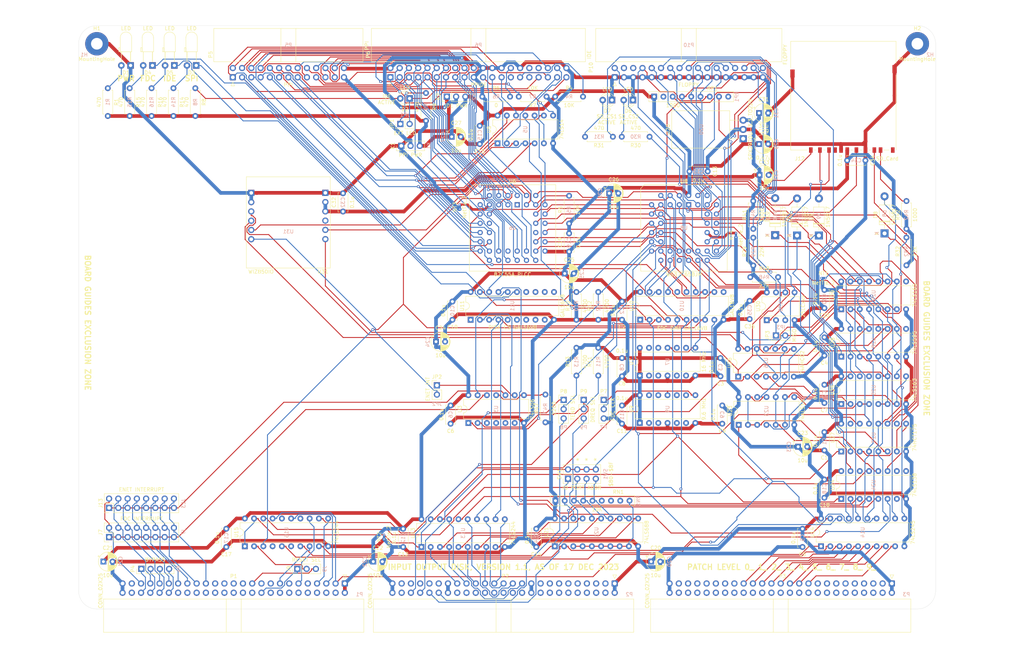
<source format=kicad_pcb>
(kicad_pcb (version 20211014) (generator pcbnew)
  (layers (0 "F.Cu" signal) (31 "B.Cu" signal) (34 "B.Paste" user) (35 "F.Paste" user) (36 "B.SilkS" user "B.Silkscreen") (37 "F.SilkS" user "F.Silkscreen") (38 "B.Mask" user) (39 "F.Mask" user) (44 "Edge.Cuts" user))
  (net 0 "")
  (net 1 "GND")
  (net 2 "VCC")
  (net 3 "Net-(D2-Pad2)")
  (net 4 "Net-(D3-Pad2)")
  (net 5 "VDD")
  (net 6 "Net-(D4-Pad2)")
  (net 7 "Net-(D3-Pad1)")
  (net 8 "Net-(RN1-Pad9)")
  (net 9 "Net-(RN1-Pad5)")
  (net 10 "Net-(RN1-Pad4)")
  (net 11 "Net-(RN1-Pad3)")
  (net 12 "Net-(RN1-Pad2)")
  (net 13 "Net-(D1-Pad2)")
  (net 14 "-12V")
  (net 15 "~{EIRQ0}")
  (net 16 "~{EIRQ1}")
  (net 17 "~{EIRQ2}")
  (net 18 "~{EIRQ3}")
  (net 19 "~{EIRQ4}")
  (net 20 "~{EIRQ5}")
  (net 21 "~{EIRQ6}")
  (net 22 "~{EIRQ7}")
  (net 23 "~{M1}")
  (net 24 "~{IORQ}")
  (net 25 "~{WR}")
  (net 26 "~{RD}")
  (net 27 "A0")
  (net 28 "A1")
  (net 29 "A2")
  (net 30 "A3")
  (net 31 "A4")
  (net 32 "A5")
  (net 33 "A6")
  (net 34 "A7")
  (net 35 "+12V")
  (net 36 "D0")
  (net 37 "D1")
  (net 38 "D2")
  (net 39 "D3")
  (net 40 "D4")
  (net 41 "D5")
  (net 42 "D6")
  (net 43 "D7")
  (net 44 "ONE")
  (net 45 "ZERO")
  (net 46 "bD6")
  (net 47 "bD5")
  (net 48 "bD4")
  (net 49 "bD3")
  (net 50 "bD2")
  (net 51 "bD1")
  (net 52 "bD0")
  (net 53 "~{bWR}")
  (net 54 "~{bRD}")
  (net 55 "bA0")
  (net 56 "bD7")
  (net 57 "~{bRESET}")
  (net 58 "~{bM1}")
  (net 59 "bA7")
  (net 60 "bA6")
  (net 61 "bA5")
  (net 62 "bA4")
  (net 63 "~{bIORQ}")
  (net 64 "bA1")
  (net 65 "bA2")
  (net 66 "bA3")
  (net 67 "/PPIDE/~{ACTIVE}")
  (net 68 "/FDC/~{INT_FDC}")
  (net 69 "Net-(D6-Pad2)")
  (net 70 "Net-(D7-Pad2)")
  (net 71 "/WIZNET/~{CS2}")
  (net 72 "/WIZNET/MOSI")
  (net 73 "/WIZNET/SCK")
  (net 74 "/WIZNET/MISO")
  (net 75 "Net-(J12-Pad8)")
  (net 76 "Net-(J12-Pad9)")
  (net 77 "Net-(JP1-Pad1)")
  (net 78 "/PPIDE/VCC_PP")
  (net 79 "/PPIDE/VCC_IDE")
  (net 80 "/bus/D15")
  (net 81 "/bus/D31")
  (net 82 "/bus/D14")
  (net 83 "/bus/D30")
  (net 84 "/bus/D13")
  (net 85 "/bus/D29")
  (net 86 "/bus/D12")
  (net 87 "/bus/D28")
  (net 88 "/bus/D11")
  (net 89 "/bus/D27")
  (net 90 "/bus/D10")
  (net 91 "/bus/D26")
  (net 92 "/bus/D9")
  (net 93 "/bus/D25")
  (net 94 "/bus/D8")
  (net 95 "/bus/D24")
  (net 96 "/bus/D23")
  (net 97 "/bus/D22")
  (net 98 "/bus/D21")
  (net 99 "/bus/D20")
  (net 100 "/bus/D19")
  (net 101 "/bus/D18")
  (net 102 "/bus/D17")
  (net 103 "/bus/D16")
  (net 104 "/bus/~{BUSERR}")
  (net 105 "/bus/UDS")
  (net 106 "/bus/~{VPA}")
  (net 107 "/bus/LDS")
  (net 108 "/bus/~{VMA}")
  (net 109 "/bus/S2")
  (net 110 "/bus/~{BHE}")
  (net 111 "/bus/S1")
  (net 112 "/bus/IPL2")
  (net 113 "/bus/S0")
  (net 114 "/bus/IPL1")
  (net 115 "/bus/AUXCLK3")
  (net 116 "/bus/IPL0")
  (net 117 "/bus/AUXCLK2")
  (net 118 "/bus/A15")
  (net 119 "/bus/A31")
  (net 120 "/bus/A14")
  (net 121 "/bus/A30")
  (net 122 "/bus/A13")
  (net 123 "/bus/A29")
  (net 124 "/bus/A12")
  (net 125 "/bus/A28")
  (net 126 "/bus/A11")
  (net 127 "/bus/A27")
  (net 128 "/bus/A10")
  (net 129 "/bus/A26")
  (net 130 "/bus/A9")
  (net 131 "/bus/A25")
  (net 132 "/bus/A8")
  (net 133 "/bus/A24")
  (net 134 "/bus/A23")
  (net 135 "/bus/A22")
  (net 136 "/bus/A21")
  (net 137 "/bus/A20")
  (net 138 "/bus/A19")
  (net 139 "/bus/A18")
  (net 140 "/bus/A17")
  (net 141 "/bus/A16")
  (net 142 "/bus/IC3")
  (net 143 "~{TEND1}")
  (net 144 "/bus/IC2")
  (net 145 "~{DREQ1}")
  (net 146 "/bus/IC1")
  (net 147 "~{TEND0}")
  (net 148 "/bus/IC0")
  (net 149 "~{DREQ0}")
  (net 150 "/bus/AUXCLK1")
  (net 151 "/bus/AUXCLK0")
  (net 152 "/bus/E")
  (net 153 "/bus/ST")
  (net 154 "/bus/PHI")
  (net 155 "/bus/~{MREQ}")
  (net 156 "/bus/~{INT2}")
  (net 157 "/bus/~{INT1}")
  (net 158 "/bus/~{BUSACK}")
  (net 159 "/bus/CRUCLK")
  (net 160 "/bus/CRUOUT")
  (net 161 "/bus/CRUIN")
  (net 162 "/bus/~{NMI}")
  (net 163 "~{RES_IN}")
  (net 164 "~{RES_OUT}")
  (net 165 "/bus/USER8")
  (net 166 "/bus/~{BUSRQ}")
  (net 167 "/bus/USER7")
  (net 168 "/bus/~{WAIT}")
  (net 169 "/bus/USER6")
  (net 170 "/bus/~{HALT}")
  (net 171 "/bus/USER5")
  (net 172 "/bus/~{RFSH}")
  (net 173 "/bus/USER4")
  (net 174 "/bus/USER3")
  (net 175 "/bus/USER2")
  (net 176 "/bus/USER1")
  (net 177 "/bus/USER0")
  (net 178 "~{BAI}")
  (net 179 "~{BAO}")
  (net 180 "~{IEI}")
  (net 181 "~{IEO}")
  (net 182 "/bus/I2C_SCL")
  (net 183 "/bus/I2C_SDA")
  (net 184 "/PPIDE/PC0")
  (net 185 "/PPIDE/PA0")
  (net 186 "/PPIDE/PC1")
  (net 187 "/PPIDE/PA1")
  (net 188 "/PPIDE/PC2")
  (net 189 "/PPIDE/PA2")
  (net 190 "/PPIDE/PC3")
  (net 191 "/PPIDE/PA3")
  (net 192 "/PPIDE/PC4")
  (net 193 "/PPIDE/PA4")
  (net 194 "/PPIDE/PC5")
  (net 195 "/PPIDE/PA5")
  (net 196 "/PPIDE/PC6")
  (net 197 "/PPIDE/PA6")
  (net 198 "/PPIDE/PC7")
  (net 199 "/PPIDE/PA7")
  (net 200 "/PPIDE/PB7")
  (net 201 "/PPIDE/PB0")
  (net 202 "/PPIDE/PB6")
  (net 203 "/PPIDE/PB1")
  (net 204 "/PPIDE/PB5")
  (net 205 "/PPIDE/PB2")
  (net 206 "/PPIDE/PB4")
  (net 207 "/PPIDE/PB3")
  (net 208 "/PPIDE/~{PC7}")
  (net 209 "/PPIDE/DMARQ")
  (net 210 "/PPIDE/~{PC5}")
  (net 211 "/PPIDE/~{PC6}")
  (net 212 "/PPIDE/IORDY")
  (net 213 "/PPIDE/CSEL")
  (net 214 "/PPIDE/~{DMACK}")
  (net 215 "/PPIDE/INTRQ")
  (net 216 "/PPIDE/~{IOCS16}")
  (net 217 "/PPIDE/~{PDIAG}")
  (net 218 "/PPIDE/~{PC3}")
  (net 219 "/PPIDE/~{PC4}")
  (net 220 "Net-(P7-Pad1)")
  (net 221 "Net-(P7-Pad2)")
  (net 222 "/FDC/RDY")
  (net 225 "INT_FDC")
  (net 226 "/FDC/FDC_DMA")
  (net 227 "/GAL/~{CS_FDC_LED}")
  (net 233 "~{CS_DISK}")
  (net 234 "~{CS_FDC}")
  (net 235 "~{CS_PPIDE}")
  (net 236 "Net-(J13-Pad1)")
  (net 237 "Net-(D5-Pad1)")
  (net 238 "Net-(D5-Pad2)")
  (net 239 "~{PULSE}")
  (net 240 "/WIZNET/~{ENET_INT}")
  (net 241 "Net-(JP3-Pad1)")
  (net 242 "CLK")
  (net 243 "Net-(R29-Pad2)")
  (net 244 "Net-(R30-Pad1)")
  (net 245 "Net-(R31-Pad1)")
  (net 246 "Net-(D8-Pad1)")
  (net 247 "/WIZNET/~{CS1}")
  (net 248 "Net-(D9-Pad1)")
  (net 249 "Net-(D10-Pad1)")
  (net 250 "/WIZNET/~{CS0}")
  (net 251 "/WIZNET/~{RST}")
  (net 252 "Net-(D11-Pad1)")
  (net 253 "Net-(U5-Pad10)")
  (net 257 "Net-(R47-Pad2)")
  (net 260 "Net-(R48-Pad2)")
  (net 286 "~{CS_SPI}")
  (net 287 "bCLK")
  (net 296 "~{MSR-DATA}")
  (net 297 "~{FDC-DACK}")
  (net 298 "FDC-TC")
  (net 299 "~{LDOR}")
  (net 300 "~{LDCR}")
  (net 301 "FDC-RESET")
  (net 308 "/WIZNET/~{LATCH_WR}")
  (net 309 "/WIZNET/~{SD_RDNTR}")
  (net 310 "/PPIDE/GND_PLCC")
  (net 311 "/FDC/GND_PLCC")
  (net 312 "16MHZ-CLK")
  (net 313 "/FDC/~{RWC}")
  (net 314 "/FDC/~{IDX}")
  (net 315 "/FDC/~{MO1}")
  (net 316 "/FDC/~{DS2}")
  (net 317 "/FDC/~{DS1}")
  (net 318 "/FDC/~{MO2}")
  (net 319 "/FDC/~{DIRC}")
  (net 320 "/FDC/~{STEP}")
  (net 321 "/FDC/~{WD}")
  (net 322 "/FDC/~{WE}")
  (net 323 "/FDC/~{TR00}")
  (net 324 "/FDC/~{WP}")
  (net 325 "/FDC/~{RDD}")
  (net 326 "/FDC/~{HS}")
  (net 327 "/FDC/~{DCHG}")
  (net 328 "/FDC/PCVAL")
  (net 329 "Net-(J9-Pad2)")
  (net 330 "/WIZNET/~{SD_RDTR}")
  (net 331 "/WIZNET/RCO")
  (net 332 "/WIZNET/~{SD_WRTR}")
  (net 333 "/WIZNET/~{CLR}")
  (net 334 "/WIZNET/~{TR}")
  (net 335 "Net-(U23-Pad12)")
  (net 337 "/WIZNET/~{STAT_RD}")
  (net 338 "/WIZNET/~{CTRL_WR}")
  (net 339 "Net-(JP2-Pad2)")
  (net 341 "/WIZNET/QD")
  (net 342 "/WIZNET/~{QD}")
  (net 346 "/WIZNET/~{SER_RD}")
  (net 347 "/WIZNET/~{MOSI}")
  (net 355 "/bus/~{INT0}")
  (footprint "MountingHole:MountingHole_3.2mm_M3_Pad" (layer "F.Cu") (at 265 75)
    (fp_text reference "H2")
    (fp_text value "MountingHole")
  )
  (footprint "MountingHole:MountingHole_3.2mm_M3_Pad" (layer "F.Cu") (at 40 75)
    (fp_text reference "H1")
    (fp_text value "MountingHole")
  )
  (footprint "Connector_IDC:IDC-Header_2x25_P2.54mm_Horizontal" (layer "F.Cu") (at 182 223 -90)
    (fp_text reference "P2")
    (fp_text value "CONN_02X25")
  )
  (footprint "Connector_IDC:IDC-Header_2x25_P2.54mm_Horizontal" (layer "F.Cu") (at 258 223 -90)
    (fp_text reference "P3")
    (fp_text value "CONN_02X25")
  )
  (footprint "Connector_IDC:IDC-Header_2x25_P2.54mm_Horizontal" (layer "F.Cu") (at 108 223 -90)
    (fp_text reference "P1")
    (fp_text value "CONN_02X25")
  )
  (footprint "NetTie:NetTie-2_THT_Pad0.3mm" (layer "F.Cu") (at 238.65 139.25)
    (fp_text reference "NT1")
    (fp_text value "NetTie_2")
  )
  (footprint "Resistor_THT:R_Array_SIP9" (layer "F.Cu") (at 192.825 89.5)
    (fp_text reference "RP1")
    (fp_text value "1000")
  )
  (footprint "Package_LCC:PLCC-44_THT-Socket" (layer "F.Cu") (at 202.27 119.15)
    (fp_text reference "U8")
    (fp_text value "WD37C65BJM")
  )
  (footprint "Package_DIP:DIP-16_W7.62mm" (layer "F.Cu") (at 244.125 173.8 90)
    (fp_text reference "U25")
    (fp_text value "74LS163")
  )
  (footprint "Package_TO_SOT_THT:TO-220-3_Horizontal_TabDown" (layer "F.Cu") (at 217.23 101.04 90)
    (fp_text reference "U20")
    (fp_text value "SPX2920U-3.3_TO220")
  )
  (footprint "NetTie:NetTie-2_THT_Pad0.3mm" (layer "F.Cu") (at 139.5 120.35 90)
    (fp_text reference "NT3")
    (fp_text value "NetTie_2")
  )
  (footprint "Resistor_THT:R_Axial_DIN0207_L6.3mm_D2.5mm_P7.62mm_Horizontal" (layer "F.Cu") (at 145.69 89.5)
    (fp_text reference "R6")
    (fp_text value "0")
  )
  (footprint "Capacitor_THT:CP_Radial_D5.0mm_P2.50mm" (layer "F.Cu") (at 115.7949 217)
    (fp_text reference "C22")
    (fp_text value "10u")
  )
  (footprint "Capacitor_THT:C_Disc_D5.0mm_W2.5mm_P5.00mm" (layer "F.Cu") (at 137.5 145.69 -90)
    (fp_text reference "C10")
    (fp_text value "0.1u")
  )
  (footprint "LED_THT:LED_D3.0mm_Horizontal_O3.81mm_Z2.0mm" (layer "F.Cu") (at 49.25 80.95 180)
    (fp_text reference "D1")
    (fp_text value "LED")
  )
  (footprint "Amphenol SD Card:SD_Card_Receptacle" (layer "F.Cu") (at 244.75 92 180)
    (fp_text reference "J12")
    (fp_text value "SD_Card")
  )
  (footprint "Capacitor_THT:C_Disc_D5.0mm_W2.5mm_P5.00mm" (layer "F.Cu") (at 160.5 208 -90)
    (fp_text reference "C14")
    (fp_text value "0.1u")
  )
  (footprint "Resistor_THT:R_Axial_DIN0207_L6.3mm_D2.5mm_P7.62mm_Horizontal" (layer "F.Cu") (at 220 135.81 90)
    (fp_text reference "R29")
    (fp_text value "22K")
  )
  (footprint "LED_THT:LED_D3.0mm_Horizontal_O3.81mm_Z2.0mm" (layer "F.Cu") (at 55.25 80.95 180)
    (fp_text reference "D4")
    (fp_text value "LED")
  )
  (footprint "Capacitor_THT:CP_Radial_D5.0mm_P2.50mm" (layer "F.Cu") (at 192 217)
    (fp_text reference "C20")
    (fp_text value "10u")
  )
  (footprint "WIZ850IO:WIZ850IO" (layer "F.Cu") (at 92.5 124)
    (fp_text reference "U31")
    (fp_text value "WIZ850IO")
  )
  (footprint "Capacitor_THT:C_Disc_D5.0mm_W2.5mm_P5.00mm" (layer "F.Cu") (at 239.5 168.5 -90)
    (fp_text reference "C7")
    (fp_text value "0.1u")
  )
  (footprint "Capacitor_THT:CP_Radial_D5.0mm_P2.50mm" (layer "F.Cu") (at 137.2949 100.5)
    (fp_text reference "C27")
    (fp_text value "10u")
  )
  (footprint "Connector_PinHeader_2.54mm:PinHeader_1x03_P2.54mm_Vertical" (layer "F.Cu") (at 179 172.665)
    (fp_text reference "P7")
    (fp_text value "FDC CLK")
  )
  (footprint "LED_THT:LED_D3.0mm" (layer "F.Cu") (at 125.75 90 180)
    (fp_text reference "D2")
    (fp_text value "LED")
  )
  (footprint "NetTie:NetTie-2_THT_Pad0.3mm" (layer "F.Cu") (at 118.75 210.85 90)
    (fp_text reference "NT2")
    (fp_text value "NetTie_2")
  )
  (footprint "Package_DIP:DIP-20_W7.62mm" (layer "F.Cu") (at 165.575 212.8 90)
    (fp_text reference "U21")
    (fp_text value "74LS688")
  )
  (footprint "Resistor_THT:R_Axial_DIN0207_L6.3mm_D2.5mm_P7.62mm_Horizontal" (layer "F.Cu") (at 163 178.81 90)
    (fp_text reference "R47")
    (fp_text value "2200")
  )
  (footprint "Capacitor_THT:C_Disc_D5.0mm_W2.5mm_P5.00mm" (layer "F.Cu") (at 239.5 194.5 -90)
    (fp_text reference "C18")
    (fp_text value "0.1u")
  )
  (footprint "Capacitor_THT:C_Disc_D5.0mm_W2.5mm_P5.00mm" (layer "F.Cu") (at 211.5 174.19 -90)
    (fp_text reference "C9")
    (fp_text value "0.1u")
  )
  (footprint "Capacitor_THT:C_Disc_D5.0mm_W2.5mm_P5.00mm" (layer "F.Cu") (at 145 97.5 -90)
    (fp_text reference "C15")
    (fp_text value "0.1u")
  )
  (footprint "LED_THT:LED_D3.0mm_Horizontal_O3.81mm_Z2.0mm" (layer "F.Cu") (at 61.25 80.95 180)
    (fp_text reference "D5")
    (fp_text value "LED")
  )
  (footprint "Resistor_THT:R_Axial_DIN0207_L6.3mm_D2.5mm_P7.62mm_Horizontal" (layer "F.Cu") (at 130.25 88.5 -90)
    (fp_text reference "R9")
    (fp_text value "470")
  )
  (footprint "Connector_PinHeader_2.54mm:PinHeader_1x03_P2.54mm_Vertical" (layer "F.Cu") (at 94.975 219 90)
    (fp_text reference "J9")
    (fp_text value "RESET SEL")
  )
  (footprint "Connector_IDC:IDC-Header_2x20_P2.54mm_Horizontal" (layer "F.Cu") (at 120.5 84.1975 90)
    (fp_text reference "P6")
    (fp_text value "IDE")
  )
  (footprint "Resistor_THT:R_Axial_DIN0207_L6.3mm_D2.5mm_P7.62mm_Horizontal" (layer "F.Cu") (at 43 87.19 -90)
    (fp_text reference "R1")
    (fp_text value "470")
  )
  (footprint "Connector_PinHeader_2.54mm:PinHeader_1x03_P2.54mm_Vertical" (layer "F.Cu") (at 135.975 89.5 90)
    (fp_text reference "K2")
    (fp_text value "IDE PWR")
  )
  (footprint "Resistor_THT:R_Axial_DIN0207_L6.3mm_D2.5mm_P7.62mm_Horizontal" (layer "F.Cu") (at 177.5 165.99 90)
    (fp_text reference "R11")
    (fp_text value "4700")
  )
  (footprint "Resistor_THT:R_Axial_DIN0207_L6.3mm_D2.5mm_P7.62mm_Horizontal" (layer "F.Cu") (at 171.5 150.69 90)
    (fp_text reference "R10")
    (fp_text value "4700")
  )
  (footprint "NetTie:NetTie-2_THT_Pad0.3mm" (layer "F.Cu") (at 215.25 128.1 90)
    (fp_text reference "NT4")
    (fp_text value "NetTie_2")
  )
  (footprint "Package_DIP:DIP-20_W7.62mm" (layer "F.Cu") (at 238.575 212.8 90)
    (fp_text reference "U14")
    (fp_text value "74LS245")
  )
  (footprint "Resistor_THT:R_Axial_DIN0207_L6.3mm_D2.5mm_P7.62mm_Horizontal" (layer "F.Cu") (at 49 87.19 -90)
    (fp_text reference "R15")
    (fp_text value "470")
  )
  (footprint "Diode_THT:D_DO-41_SOD81_P10.16mm_Horizontal" (layer "F.Cu") (at 226 127.5 90)
    (fp_text reference "D10")
    (fp_text value "1N5817")
  )
  (footprint "Connector_PinHeader_2.54mm:PinHeader_2x08_P2.54mm_Vertical" (layer "F.Cu") (at 43.35 202.275 90)
    (fp_text reference "J13")
    (fp_text value "ENET INTERRUPT")
  )
  (footprint "Capacitor_THT:CP_Radial_D5.0mm_P2.50mm" (layer "F.Cu") (at 232.2949 185.5)
    (fp_text reference "C23")
    (fp_text value "10u")
  )
  (footprint "Package_DIP:DIP-14_W7.62mm" (layer "F.Cu") (at 149.875 102.3 90)
    (fp_text reference "U5")
    (fp_text value "74LS14")
  )
  (footprint "Capacitor_THT:CP_Radial_D5.0mm_P2.50mm" (layer "F.Cu") (at 41.7949 217)
    (fp_text reference "C21")
    (fp_text value "10u")
  )
  (footprint "Capacitor_THT:C_Disc_D5.0mm_W2.5mm_P5.00mm" (layer "F.Cu") (at 124 208 -90)
    (fp_text reference "C12")
    (fp_text value "0.1u")
  )
  (footprint "Package_DIP:DIP-20_W7.62mm" (layer "F.Cu") (at 189 150.69 90)
    (fp_text reference "U10")
    (fp_text value "GAL16V8")
  )
  (footprint "Connector_IDC:IDC-Header_2x13_P2.54mm_Horizontal" (layer "F.Cu") (at 77.285 84.1975 90)
    (fp_text reference "P5")
    (fp_text value "PPI")
  )
  (footprint "Resistor_THT:R_Axial_DIN0207_L6.3mm_D2.5mm_P7.62mm_Horizontal" (layer "F.Cu") (at 262 135.75 90)
    (fp_text reference "R32")
    (fp_text value "22K")
  )
  (footprint "Resistor_THT:R_Axial_DIN0207_L6.3mm_D2.5mm_P7.62mm_Horizontal" (layer "F.Cu") (at 163.31 89.5 180)
    (fp_text reference "R7")
    (fp_text value "10K")
  )
  (footprint "Capacitor_THT:C_Disc_D5.0mm_W2.5mm_P5.00mm" (layer "F.Cu") (at 169.5 132 90)
    (fp_text reference "C19")
    (fp_text value "0.1u")
  )
  (footprint "Connector_PinHeader_2.54mm:PinHeader_1x03_P2.54mm_Vertical" (layer "F.Cu") (at 168 172.665)
    (fp_text reference "P8")
    (fp_text value "TEND SEL")
  )
  (footprint "Resistor_THT:R_Axial_DIN0207_L6.3mm_D2.5mm_P7.62mm_Horizontal" (layer "F.Cu") (at 55 87.19 -90)
    (fp_text reference "R16")
    (fp_text value "470")
  )
  (footprint "Capacitor_THT:CP_Radial_D5.0mm_P2.50mm" (layer "F.Cu") (at 133 156.69)
    (fp_text reference "C24")
    (fp_text value "10u")
  )
  (footprint "Connector_PinHeader_2.54mm:PinHeader_1x04_P2.54mm_Vertical" (layer "F.Cu") (at 52.2 219 90)
    (fp_text reference "P4")
    (fp_text value "BYPASS")
  )
  (footprint "Capacitor_THT:C_Disc_D5.0mm_W2.5mm_P5.00mm" (layer "F.Cu") (at 239.5 142.5 -90)
    (fp_text reference "C30")
    (fp_text value "0.1u")
  )
  (footprint "Connector_PinHeader_2.54mm:PinHeader_1x03_P2.54mm_Vertical" (layer "F.Cu") (at 173.5 172.665)
    (fp_text reference "P9")
    (fp_text value "DREQ SEL")
  )
  (footprint "Diode_THT:D_DO-41_SOD81_P10.16mm_Horizontal" (layer "F.Cu") (at 238 127.58 90)
    (fp_text reference "D9")
    (fp_text value "1N5817")
  )
  (footprint "Resistor_THT:R_Axial_DIN0207_L6.3mm_D2.5mm_P7.62mm_Horizontal" (layer "F.Cu") (at 262 125.75 90)
    (fp_text reference "R42")
    (fp_text value "1000")
  )
  (footprint "Connector_IDC:IDC-Header_2x17_P2.54mm_Horizontal" (layer "F.Cu") (at 182 84.1975 90)
    (fp_text reference "P10")
    (fp_text value "FLOPPY")
  )
  (footprint "Connector_PinHeader_2.54mm:PinHeader_2x04_P2.54mm_Vertical" (layer "F.Cu") (at 169.2 194.275 90)
    (fp_text reference "SW1")
    (fp_text value "IO PORT ADDR")
  )
  (footprint "LED_THT:LED_D3.0mm_Horizontal_O3.81mm_Z2.0mm" (layer "F.Cu") (at 67.25 80.95 180)
    (fp_text reference "D3")
    (fp_text value "LED")
  )
  (footprint "Resistor_THT:R_Axial_DIN0207_L6.3mm_D2.5mm_P7.62mm_Horizontal" (layer "F.Cu") (at 169.5 124.31 90)
    (fp_text reference "R5")
    (fp_text value "10K")
  )
  (footprint "Resistor_THT:R_Axial_DIN0207_L6.3mm_D2.5mm_P7.62mm_Horizontal" (layer "F.Cu") (at 191.56 100.5 180)
    (fp_text reference "R30")
    (fp_text value "470")
  )
  (footprint "Capacitor_THT:CP_Radial_D5.0mm_P2.50mm" (layer "F.Cu") (at 168.2949 138)
    (fp_text reference "C25")
    (fp_text value "10u")
  )
  (footprint "Package_DIP:DIP-16_W7.62mm" (layer "F.Cu") (at 244.125 147.8 90)
    (fp_text reference "U29")
    (fp_text value "74LS165")
  )
  (footprint "Capacitor_THT:C_Disc_D5.0mm_W2.5mm_P5.00mm" (layer "F.Cu") (at 202.5 110)
    (fp_text reference "C13")
    (fp_text value "0.1u")
  )
  (footprint "Capacitor_THT:CP_Radial_D5.0mm_P2.50mm" (layer "F.Cu") (at 221.5847 102.5)
    (fp_text reference "C29")
    (fp_text value "0.47u")
  )
  (footprint "Package_DIP:DIP-14_W7.62mm" (layer "F.Cu") (at 216 179.5 90)
    (fp_text reference "U23")
    (fp_text value "74ALS10")
  )
  (footprint "Resistor_THT:R_Axial_DIN0207_L6.3mm_D2.5mm_P7.62mm_Horizontal" (layer "F.Cu") (at 219.19 139)
    (fp_text reference "R48")
    (fp_text value "22K")
  )
  (footprint "Capacitor_THT:C_Disc_D5.0mm_W2.5mm_P5.00mm" (layer "F.Cu") (at 211 161.19 -90)
    (fp_text reference "C3")
    (fp_text value "0.1u")
  )
  (footprint "Capacitor_THT:C_Disc_D5.0mm_W2.5mm_P5.00mm" (layer "F.Cu") (at 219 145.5 -90)
    (fp_text reference "C35")
    (fp_text value "0.1u")
  )
  (footprint "Capacitor_THT:C_Disc_D5.0mm_W2.5mm_P5.00mm" (layer "F.Cu") (at 75.5 208 -90)
    (fp_text reference "C17")
    (fp_text value "0.1u")
  )
  (footprint "Resistor_THT:R_Axial_DIN0207_L6.3mm_D2.5mm_P7.62mm_Horizontal" (layer "F.Cu") (at 67 87.19 -90)
    (fp_text reference "R8")
    (fp_text value "470")
  )
  (footprint "Capacitor_THT:CP_Radial_D5.0mm_P2.50mm" (layer "F.Cu") (at 180.5 116)
    (fp_text reference "C26")
    (fp_text value "10u")
  )
  (footprint "Package_DIP:DIP-20_W7.62mm" (layer "F.Cu") (at 129 213 90)
    (fp_text reference "U13")
    (fp_text value "74LS244")
  )
  (footprint "Package_DIP:DIP-14_W7.62mm" (layer "F.Cu") (at 188.875 178.99 90)
    (fp_text reference "U9")
    (fp_text value "9.6 MHz")
  )
  (footprint "Package_DIP:DIP-8_W7.62mm" (layer "F.Cu") (at 223.7 150.8 90)
    (fp_text reference "U30")
    (fp_text value "25LCxxx")
  )
  (footprint "Package_LCC:PLCC-44_THT-Socket" (layer "F.Cu") (at 155.27 119.15)
    (fp_text reference "U6")
    (fp_text value "82C55A_PLCC")
  )
  (footprint "Package_DIP:DIP-14_W7.62mm" (layer "F.Cu") (at 188.875 165.99 90)
    (fp_text reference "U7")
    (fp_text value "16 MHz")
  )
  (footprint "Capacitor_THT:C_Disc_D5.0mm_W2.5mm_P5.00mm" (layer "F.Cu") (at 239.5 181.5 -90)
    (fp_text reference "C1")
    (fp_text value "0.1u")
  )
  (footprint "Connector_PinHeader_2.54mm:PinHeader_1x03_P2.54mm_Vertical" (layer "F.Cu") (at 123.475 103 90)
    (fp_text reference "K1")
    (fp_text value "PPI PWR")
  )
  (footprint "Resistor_THT:R_Axial_DIN0207_L6.3mm_D2.5mm_P7.62mm_Horizontal" (layer "F.Cu") (at 165.69 89.5)
    (fp_text reference "R4")
    (fp_text value "10K")
  )
  (footprint "Diode_THT:D_DO-41_SOD81_P10.16mm_Horizontal" (layer "F.Cu") (at 232 127.58 90)
    (fp_text reference "D11")
    (fp_text value "1N5817")
  )
  (footprint "Capacitor_THT:C_Disc_D5.0mm_W2.5mm_P5.00mm" (layer "F.Cu") (at 239.5 155.5 -90)
    (fp_text reference "C4")
    (fp_text value "0.1u")
  )
  (footprint "Package_DIP:DIP-16_W7.62mm" (layer "F.Cu") (at 244.125 160.8 90)
    (fp_text reference "U28")
    (fp_text value "74LS595")
  )
  (footprint "Capacitor_THT:C_Disc_D5.0mm_W2.5mm_P5.00mm" (layer "F.Cu") (at 184 145.69 -90)
    (fp_text reference "C2")
    (fp_text value "0.1u")
  )
  (footprint "Package_DIP:DIP-20_W7.62mm" (layer "F.Cu") (at 142.5 150.69 90)
    (fp_text reference "U11")
    (fp_text value "GAL16V8")
  )
  (footprint "Package_DIP:DIP-20_W7.62mm" (layer "F.Cu") (at 80.575 212.8 90)
    (fp_text reference "U15")
    (fp_text value "74LS244")
  )
  (footprint "Capacitor_THT:C_Disc_D5.0mm_W2.5mm_P5.00mm" (layer "F.Cu") (at 233.5 208 -90)
    (fp_text reference "C5")
    (fp_text value "0.1u")
  )
  (footprint "Connector_PinHeader_2.54mm:PinHeader_1x02_P2.54mm_Vertical" (layer "F.Cu") (at 123.225 97 90)
    (fp_text reference "JP1")
    (fp_text value "EXT LED")
  )
  (footprint "Package_DIP:DIP-14_W7.62mm" (layer "F.Cu") (at 215.875 166.3 90)
    (fp_text reference "U26")
    (fp_text value "74AHC02")
  )
  (footprint "Resistor_THT:R_Axial_DIN0207_L6.3mm_D2.5mm_P7.62mm_Horizontal" (layer "F.Cu") (at 181.5 100.5 180)
    (fp_text reference "R31")
    (fp_text value "470")
  )
  (footprint "Resistor_THT:R_Axial_DIN0207_L6.3mm_D2.5mm_P7.62mm_Horizontal" (layer "F.Cu") (at 220 125.75 90)
    (fp_text reference "R41")
    (fp_text value "1000")
  )
  (footprint "Capacitor_THT:CP_Radial_D5.0mm_P2.50mm" (layer "F.Cu") (at 221.7144 111)
    (fp_text reference "C33")
    (fp_text value "10u")
  )
  (footprint "Resistor_THT:R_Axial_DIN0207_L6.3mm_D2.5mm_P7.62mm_Horizontal" (layer "F.Cu") (at 61 87.19 -90)
    (fp_text reference "R14")
    (fp_text value "470")
  )
  (footprint "Package_DIP:DIP-16_W7.62mm" (layer "F.Cu") (at 244.125 186.8 90)
    (fp_text reference "U27")
    (fp_text value "74HCT175")
  )
  (footprint "Package_DIP:DIP-16_W7.62mm" (layer "F.Cu") (at 244.125 199.8 90)
    (fp_text reference "U24")
    (fp_text value "74LS138")
  )
  (footprint "LED_THT:LED_D3.0mm" (layer "F.Cu") (at 181.25 90.4424 180)
    (fp_text reference "D7")
    (fp_text value "LED")
  )
  (footprint "Resistor_THT:R_Axial_DIN0207_L6.3mm_D2.5mm_P7.62mm_Horizontal" (layer "F.Cu") (at 177.5 150.69 90)
    (fp_text reference "R12")
    (fp_text value "4700")
  )
  (footprint "Capacitor_THT:C_Disc_D5.0mm_W2.5mm_P5.00mm" (layer "F.Cu") (at 137 174.19 -90)
    (fp_text reference "C6")
    (fp_text value "0.1u")
  )
  (footprint "Diode_THT:D_DO-41_SOD81_P10.16mm_Horizontal" (layer "F.Cu") (at 256 127 90)
    (fp_text reference "D8")
    (fp_text value "1N5817")
  )
  (footprint "Resistor_THT:R_Array_SIP9" (layer "F.Cu") (at 165.75 200.305)
    (fp_text reference "RN1")
    (fp_text value "10K")
  )
  (footprint "Connector_PinHeader_2.54mm:PinHeader_2x08_P2.54mm_Vertical" (layer "F.Cu") (at 43.35 210.275 90)
    (fp_text reference "J7")
    (fp_text value "FDC INTERRUPT")
  )
  (footprint "Capacitor_THT:CP_Radial_D5.0mm_P2.50mm" (layer "F.Cu") (at 221.5847 94)
    (fp_text reference "C31")
    (fp_text value "33u")
  )
  (footprint "Package_DIP:DIP-14_W7.62mm" (layer "F.Cu") (at 141.875 178.99 90)
    (fp_text reference "U3")
    (fp_text value "74LS06")
  )
  (footprint "Capacitor_THT:C_Disc_D5.0mm_W2.5mm_P5.00mm" (layer "F.Cu") (at 184 161.19 -90)
    (fp_text reference "C8")
    (fp_text value "0.1u")
  )
  (footprint "Connector_PinHeader_2.54mm:PinHeader_1x02_P2.54mm_Vertical" (layer "F.Cu") (at 226.225 155 90)
    (fp_text reference "JP3")
    (fp_text value "MISO")
  )
  (footprint "Capacitor_THT:C_Disc_D5.0mm_W2.5mm_P5.00mm" (layer "F.Cu") (at 107.5 121 90)
    (fp_text reference "C32")
    (fp_text value "0.1u")
  )
  (footprint "Resistor_THT:R_Axial_DIN0207_L6.3mm_D2.5mm_P7.62mm_Horizontal" (layer "F.Cu") (at 171.5 165.99 90)
    (fp_text reference "R13")
    (fp_text value "4700")
  )
  (footprint "LED_THT:LED_D3.0mm" (layer "F.Cu") (at 187 90.4424 180)
    (fp_text reference "D6")
    (fp_text value "LED")
  )
  (footprint "Capacitor_THT:C_Disc_D5.0mm_W2.5mm_P5.00mm" (layer "F.Cu") (at 245.75 107)
    (fp_text reference "C34")
    (fp_text value "0.1u")
  )
  (footprint "Connector_PinHeader_2.54mm:PinHeader_1x02_P2.54mm_Vertical" (layer "F.Cu") (at 133.25 168.665)
    (fp_text reference "JP2")
    (fp_text value "ENET INT")
  )
  (footprint "Capacitor_THT:C_Disc_D5.0mm_W2.5mm_P5.00mm" (layer "F.Cu") (at 184 174.19 -90)
    (fp_text reference "C11")
    (fp_text value "0.1u")
  )
  (gr_line (start 35 75) (end 35 225) (layer "Edge.Cuts") (width 0.05))
  (gr_line (start 40 230) (end 265 230) (layer "Edge.Cuts") (width 0.05))
  (gr_line (start 270 225) (end 270 75) (layer "Edge.Cuts") (width 0.05))
  (gr_line (start 265 70) (end 40 70) (layer "Edge.Cuts") (width 0.05))
  (gr_arc (start 265 70) (mid 268.535534 71.464466) (end 270 75) (layer "Edge.Cuts") (width 0.05))
  (gr_arc (start 40 230) (mid 36.464466 228.535534) (end 35 225) (layer "Edge.Cuts") (width 0.05))
  (gr_arc (start 35 75) (mid 36.464466 71.464466) (end 40 70) (layer "Edge.Cuts") (width 0.05))
  (gr_arc (start 270 225) (mid 268.535534 228.535534) (end 265 230) (layer "Edge.Cuts") (width 0.05))
  (gr_text "BOARD GUIDES EXCLUSION ZONE" (at 267.5 158.5 270) (layer "F.SilkS") (effects (font (size 1.5 1.5) (thickness 0.3))))
  (gr_text "BOARD GUIDES EXCLUSION ZONE" (at 37.5 151.5 270) (layer "F.SilkS") (effects (font (size 1.5 1.5) (thickness 0.3))))
  (gr_text "PATCH LEVEL 0_ 1_ 2_ 3_ 4_ 5_ 6_ 7_ 8_ 9_" (at 227.75 218.5) (layer "F.SilkS") (effects (font (size 1.5 1.5) (thickness 0.3))))
  (gr_text "SD_CS1\nACTIVE" (at 179.864512 95.75) (layer "F.SilkS") (effects (font (size 1 1))))
  (gr_text "PPIDE" (at 144.75 86.25) (layer "F.SilkS") (effects (font (size 1 1))))
  (gr_text "INPUT OUTPUT DISK, VERSION 1.1, AS OF 17 DEC 2023" (at 151.5 218.5) (layer "F.SilkS") (effects (font (size 1.5 1.5) (thickness 0.3))))
  (gr_text "FLOPPY" (at 202.25 86.25) (layer "F.SilkS") (effects (font (size 1 1))))
  (gr_text "IDE" (at 60 84.5) (layer "F.SilkS") (effects (font (size 1.5 1.5) (thickness 0.3))))
  (gr_text "SD_CS2\nACTIVE" (at 185.818142 95.75) (layer "F.SilkS") (effects (font (size 1 1))))
  (gr_text "FDC DMA GAL16V8" (at 200.5 153) (layer "F.SilkS") (effects (font (size 1 1))))
  (gr_text "SPI" (at 66 84.5) (layer "F.SilkS") (effects (font (size 1.5 1.5) (thickness 0.3))))
  (gr_text "PWR" (at 48 84.5) (layer "F.SilkS") (effects (font (size 1.5 1.5) (thickness 0.3))))
  (gr_text "PPI" (at 92.5 86.25) (layer "F.SilkS") (effects (font (size 1 1))))
  (gr_text "\n*\n*\n*" (at 173.5 189 90) (layer "F.SilkS") (effects (font (size 1.5 1.5))))
  (gr_text "$80-$8F" (at 181 193 90) (layer "F.SilkS") (effects (font (size 1 1))))
  (gr_text "FDC" (at 54 84.5) (layer "F.SilkS") (effects (font (size 1.5 1.5) (thickness 0.3))))
  (gr_text "DISK CS GAL16V8" (at 154 152.75) (layer "F.SilkS") (effects (font (size 1 1))))
  (gr_text "IDE\nACTIVE" (at 119.5 90.25) (layer "F.SilkS") (effects (font (size 1 1))))
  (segment (start 71.5 217) (end 75.5 213) (width 1) (layer "F.Cu") (net 1))
  (segment (start 49.25 80.95) (end 43.3 75) (width 1) (layer "F.Cu") (net 1))
  (segment (start 186.9346 211.2996) (end 188.435 212.8) (width 1) (layer "F.Cu") (net 1))
  (segment (start 211.86 150.69) (end 213.3603 150.69) (width 1) (layer "F.Cu") (net 1))
  (segment (start 75.5 213) (end 77.2022 211.2978) (width 1) (layer "F.Cu") (net 1))
  (segment (start 102.66 115.88) (end 83.9103 115.88) (width 1) (layer "F.Cu") (net 1))
  (segment (start 250.75 101.81) (end 250.75 107) (width 1) (layer "F.Cu") (net 1))
  (segment (start 163.8513 149.1813) (end 165.36 150.69) (width 1) (layer "F.Cu") (net 1))
  (segment (start 244 102.5) (end 224.0847 102.5) (width 1) (layer "F.Cu") (net 1))
  (segment (start 202.6147 167.4903) (end 204.115 165.99) (width 1) (layer "F.Cu") (net 1))
  (segment (start 121.9247 103) (end 120.5 103) (width 1) (layer "F.Cu") (net 1))
  (segment (start 261.905 160.8) (end 261.905 162.3003) (width 1) (layer "F.Cu") (net 1))
  (segment (start 230.75 87.3347) (end 224.0847 94) (width 1) (layer "F.Cu") (net 1))
  (segment (start 107.5 116) (end 104.3303 116) (width 1) (layer "F.Cu") (net 1))
  (segment (start 82.34 115.9) (end 83.8903 115.9) (width 1) (layer "F.Cu") (net 1))
  (segment (start 182 84.1975) (end 184.54 84.1975) (width 1) (layer "F.Cu") (net 1))
  (segment (start 236.1203 147.5) (end 232.8203 150.8) (width 1) (layer "F.Cu") (net 1))
  (segment (start 136.5208 98.944) (end 136.5208 91.5961) (width 1) (layer "F.Cu") (net 1))
  (segment (start 83.9103 115.88) (end 83.8903 115.9) (width 1) (layer "F.Cu") (net 1))
  (segment (start 150.3596 214.5004) (end 125.5004 214.5004) (width 1) (layer "F.Cu") (net 1))
  (segment (start 194.7 84.1975) (end 197.24 84.1975) (width 1) (layer "F.Cu") (net 1))
  (segment (start 231.32 150.8) (end 232.8203 150.8) (width 1) (layer "F.Cu") (net 1))
  (segment (start 199.78 84.1975) (end 202.32 84.1975) (width 1) (layer "F.Cu") (net 1))
  (segment (start 207.4 84.1975) (end 209.94 84.1975) (width 1) (layer "F.Cu") (net 1))
  (segment (start 120.3274 81.8301) (end 120.5 81.6575) (width 1) (layer "F.Cu") (net 1))
  (segment (start 224.0847 102.5) (end 225.2647 103.68) (width 1) (layer "F.Cu") (net 1))
  (segment (start 135.975 89.5) (end 135.975 91.0503) (width 1) (layer "F.Cu") (net 1))
  (segment (start 167.1823 80.0798) (end 168.76 81.6575) (width 1) (layer "F.Cu") (net 1))
  (segment (start 148.44 81.6575) (end 145.9 81.6575) (width 1) (layer "F.Cu") (net 1))
  (segment (start 139.7949 100.4096) (end 139.7949 100.5) (width 1) (layer "F.Cu") (net 1))
  (segment (start 196.495 180.4903) (end 202.6147 180.4903) (width 1) (layer "F.Cu") (net 1))
  (segment (start 116.8 212.8) (end 103.435 212.8) (width 1) (layer "F.Cu") (net 1))
  (segment (start 196.495 165.99) (end 196.495 167.4903) (width 1) (layer "F.Cu") (net 1))
  (segment (start 244.08 102.58) (end 244 102.5) (width 1) (layer "F.Cu") (net 1))
  (segment (start 202.6147 180.4903) (end 204.115 178.99) (width 1) (layer "F.Cu") (net 1))
  (segment (start 155.6146 177.4896) (end 138.7004 177.4896) (width 1) (layer "F.Cu") (net 1))
  (segment (start 107.765 81.6575) (end 107.9376 81.8301) (width 1) (layer "F.Cu") (net 1))
  (segment (start 125.5004 214.5004) (end 124 213) (width 1) (layer "F.Cu") (net 1))
  (segment (start 43.3 75) (end 40 75) (width 1) (layer "F.Cu") (net 1))
  (segment (start 250.06 102.5) (end 244 102.5) (width 1) (layer "F.Cu") (net 1))
  (segment (start 156.06 81.6575) (end 157.6377 80.0798) (width 1) (layer "F.Cu") (net 1))
  (segment (start 177.6281 150.5619) (end 177.5 150.69) (width 1) (layer "F.Cu") (net 1))
  (segment (start 101.9328 211.2978) (end 103.435 212.8) (width 1) (layer "F.Cu") (net 1))
  (segment (start 261.905 172.2997) (end 263.4266 170.7781) (width 1) (layer "F.Cu") (net 1))
  (segment (start 160.5 213) (end 162.2004 211.2996) (width 1) (layer "F.Cu") (net 1))
  (segment (start 184 150.69) (end 183.8719 150.5619) (width 1) (layer "F.Cu") (net 1))
  (segment (start 258.75 89.2) (end 258.75 91.0003) (width 1) (layer "F.Cu") (net 1))
  (segment (start 185.3003 180.4903) (end 196.495 180.4903) (width 1) (layer "F.Cu") (net 1))
  (segment (start 127.531 98.944) (end 136.5208 98.944) (width 1) (layer "F.Cu") (net 1))
  (segment (start 177.5 150.69) (end 171.5 150.69) (width 1) (layer "F.Cu") (net 1))
  (segment (start 102.66 115.88) (end 104.2103 115.88) (width 1) (layer "F.Cu") (net 1))
  (segment (start 162.2004 211.2996) (end 186.9346 211.2996) (width 1) (layer "F.Cu") (net 1))
  (segment (start 171.5 150.69) (end 165.36 150.69) (width 1) (layer "F.Cu") (net 1))
  (segment (start 261.905 173.8) (end 261.905 172.2997) (width 1) (layer "F.Cu") (net 1))
  (segment (start 196.495 178.99) (end 196.495 180.4903) (width 1) (layer "F.Cu") (net 1))
  (segment (start 250.78 101.78) (end 250.78 98.9703) (width 1) (layer "F.Cu") (net 1))
  (segment (start 205.6153 178.99) (end 205.8153 179.19) (width 1) (layer "F.Cu") (net 1))
  (segment (start 185.3003 167.4903) (end 196.495 167.4903) (width 1) (layer "F.Cu") (net 1))
  (segment (start 213.5503 150.5) (end 219 150.5) (width 1) (layer "F.Cu") (net 1))
  (segment (start 183.8719 150.5619) (end 177.6281 150.5619) (width 1) (layer "F.Cu") (net 1))
  (segment (start 263.4266 170.7781) (end 263.4266 163.8219) (width 1) (layer "F.Cu") (net 1))
  (segment (start 217.56 84.1975) (end 215.02 84.1975) (width 1) (layer "F.Cu") (net 1))
  (segment (start 157.6377 80.0798) (end 167.1823 80.0798) (width 1) (layer "F.Cu") (net 1))
  (segment (start 239.5 186.5) (end 235.7949 186.5) (width 1) (layer "F.Cu") (net 1))
  (segment (start 210.8 165.99) (end 211 166.19) (width 1) (layer "F.Cu") (net 1))
  (segment (start 244.08 104.15) (end 244.08 102.58) (width 1) (layer "F.Cu") (net 1))
  (segment (start 224.0847 102.4062) (end 220.1785 98.5) (width 1) (layer "F.Cu") (net 1))
  (segment (start 139.0087 149.1813) (end 163.8513 149.1813) (width 1) (layer "F.Cu") (net 1))
  (segment (start 239.5 147.5) (end 236.1203 147.5) (width 1) (layer "F.Cu") (net 1))
  (segment (start 184 179.19) (end 185.3003 180.4903) (width 1) (layer "F.Cu") (net 1))
  (segment (start 123.475 103) (end 121.9247 103) (width 1) (layer "F.Cu") (net 1))
  (segment (start 136.5208 91.5961) (end 135.975 91.0503) (width 1) (layer "F.Cu") (net 1))
  (segment (start 136.5208 98.944) (end 138.3293 98.944) (width 1) (layer "F.Cu") (net 1))
  (segment (start 197.24 84.1975) (end 199.78 84.1975) (width 1) (layer "F.Cu") (net 1))
  (segment (start 123.475 103) (end 127.531 98.944) (width 1) (layer "F.Cu") (net 1))
  (segment (start 213.3603 150.69) (end 213.5503 150.5) (width 1) (layer "F.Cu") (net 1))
  (segment (start 168.76 81.6575) (end 171.3 84.1975) (width 1) (layer "F.Cu") (net 1))
  (segment (start 265 75) (end 258.75 81.25) (width 1) (layer "F.Cu") (net 1))
  (segment (start 224.0847 102.5) (end 224.0847 102.4062) (width 1) (layer "F.Cu") (net 1))
  (segment (start 138.7004 177.4896) (end 137 179.19) (width 1) (layer "F.Cu") (net 1))
  (segment (start 230.75 83.15) (end 230.75 87.3347) (width 1) (layer "F.Cu") (net 1))
  (segment (start 145 102.5) (end 141.7949 102.5) (width 1) (layer "F.Cu") (net 1))
  (segment (start 171.3 84.1975) (end 182 84.1975) (width 1) (layer "F.Cu") (net 1))
  (segment (start 202.32 84.1975) (end 204.86 84.1975) (width 1) (layer "F.Cu") (net 1))
  (segment (start 77.2022 211.2978) (end 101.9328 211.2978) (width 1) (layer "F.Cu") (net 1))
  (segment (start 224.2144 111) (end 225.2647 109.9497) (width 1) (layer "F.Cu") (net 1))
  (segment (start 250.78 101.78) (end 250.75 101.81) (width 1) (layer "F.Cu") (net 1))
  (segment (start 107.9376 81.8301) (end 120.3274 81.8301) (width 1) (layer "F.Cu") (net 1))
  (segment (start 209.94 84.1975) (end 212.48 84.1975) (width 1) (layer "F.Cu") (net 1))
  (segment (start 137.5 150.69) (end 139.0087 149.1813) (width 1) (layer "F.Cu") (net 1))
  (segment (start 258.75 81.25) (end 258.75 89.2) (width 1) (layer "F.Cu") (net 1))
  (segment (start 157.115 178.99) (end 155.6146 177.4896) (width 1) (layer "F.Cu") (net 1))
  (segment (start 196.495 167.4903) (end 202.6147 167.4903) (width 1) (layer "F.Cu") (net 1))
  (segment (start 151.86 213) (end 150.3596 214.5004) (width 1) (layer "F.Cu") (net 1))
  (segment (start 120.5 103) (end 107.5 116) (width 1) (layer "F.Cu") (net 1))
  (segment (start 239.5 199.5) (end 240.7004 198.2996) (width 1) (layer "F.Cu") (net 1))
  (segment (start 250.78 101.78) (end 250.06 102.5) (width 1) (layer "F.Cu") (net 1))
  (segment (start 263.4266 163.8219) (end 261.905 162.3003) (width 1) (layer "F.Cu") (net 1))
  (segment (start 141.7949 102.5) (end 139.7949 100.5) (width 1) (layer "F.Cu") (net 1))
  (segment (start 220.1 84.1975) (end 222.64 84.1975) (width 1) (layer "F.Cu") (net 1))
  (segment (start 189.62 84.1975) (end 187.08 84.1975) (width 1) (layer "F.Cu") (net 1))
  (segment (start 235.7949 186.5) (end 234.7949 185.5) (width 1) (layer "F.Cu") (net 1))
  (segment (start 204.115 165.99) (end 210.8 165.99) (width 1) (layer "F.Cu") (net 1))
  (segment (start 104.3303 116) (end 104.2103 115.88) (width 1) (layer "F.Cu") (net 1))
  (segment (start 118.75 210.85) (end 116.8 212.8) (width 1) (layer "F.Cu") (net 1))
  (segment (start 192.16 84.1975) (end 194.7 84.1975) (width 1) (layer "F.Cu") (net 1))
  (segment (start 250.78 98.9703) (end 258.75 91.0003) (width 1) (layer "F.Cu") (net 1))
  (segment (start 225.2647 103.68) (end 225.2647 109.9497) (width 1) (layer "F.Cu") (net 1))
  (segment (start 240.7004 198.2996) (end 260.4046 198.2996) (width 1) (layer "F.Cu") (net 1))
  (segment (start 204.86 84.1975) (end 207.4 84.1975) (width 1) (layer "F.Cu") (net 1))
  (segment (start 220.1785 98.5) (end 217.23 98.5) (width 1) (layer "F.Cu") (net 1))
  (segment (start 138.3293 98.944) (end 139.7949 100.4096) (width 1) (layer "F.Cu") (net 1))
  (segment (start 184 166.19) (end 185.3003 167.4903) (width 1) (layer "F.Cu") (net 1))
  (segment (start 205.8153 179.19) (end 211.5 179.19) (width 1) (layer "F.Cu") (net 1))
  (segment (start 204.115 178.99) (end 205.6153 178.99) (width 1) (layer "F.Cu") (net 1))
  (segment (start 44.2949 217) (end 71.5 217) (width 1) (layer "F.Cu") (net 1))
  (segment (start 260.4046 198.2996) (end 261.905 199.8) (width 1) (layer "F.Cu") (net 1))
  (segment (start 194.5 217) (end 196.75 217) (width 1) (layer "B.Cu") (net 1))
  (segment (start 184.54 84.1975) (end 186.92 84.1975) (width 1) (layer "B.Cu") (net 1))
  (segment (start 120.9 214.3949) (end 118.2949 217) (width 1) (layer "B.Cu") (net 1))
  (segment (start 263.4205 177.364) (end 263.4205 183.7842) (width 1) (layer "B.Cu") (net 1))
  (segment (start 215.25 128.1) (end 215.25 145.7997) (width 1) (layer "B.Cu") (net 1))
  (segment (start 196.75 217) (end 198.9637 214.7863) (width 1) (layer "B.Cu") (net 1))
  (segment (start 233.9897 166.1238) (end 233.9897 166.0103) (width 1) (layer "B.Cu") (net 1))
  (segment (start 157.3853 210.6306) (end 155.7297 210.6306) (width 1) (layer "B.Cu") (net 1))
  (segment (start 166.6369 99.2778) (end 166.6369 92.8269) (width 1) (layer "B.Cu") (net 1))
  (segment (start 263.4205 150.8158) (end 261.905 149.3003) (width 1) (layer "B.Cu") (net 1))
  (segment (start 135.5 152.69) (end 135.5 156.69) (width 1) (layer "B.Cu") (net 1))
  (segment (start 233.5 213) (end 226.735 213) (width 1) (layer "B.Cu") (net 1))
  (segment (start 157.115 178.99) (end 157.115 180.4903) (width 1) (layer "B.Cu") (net 1))
  (segment (start 166.6369 92.8269) (end 165.58 91.7699) (width 1) (layer "B.Cu") (net 1))
  (segment (start 139.2747 120.35) (end 132.5288 113.6041) (width 1) (layer "B.Cu") (net 1))
  (segment (start 207.5 106.1007) (end 207.5 110) (width 1) (layer "B.Cu") (net 1))
  (segment (start 196.75 222.71) (end 197.04 223) (width 1) (layer "B.Cu") (net 1))
  (segment (start 261.905 147.8) (end 261.905 149.3003) (width 1) (layer "B.Cu") (net 1))
  (segment (start 236.5377 172.702) (end 237.6749 172.702) (width 1) (layer "B.Cu") (net 1))
  (segment (start 150.98 81.6575) (end 148.44 81.6575) (width 1) (layer "B.Cu") (net 1))
  (segment (start 184 179.19) (end 181.677 176.867) (width 1) (layer "B.Cu") (net 1))
  (segment (start 47.4862 86.1271) (end 47.4862 89.4196) (width 1) (layer "B.Cu") (net 1))
  (segment (start 197.04 225.54) (end 197.04 223) (width 1) (layer "B.Cu") (net 1))
  (segment (start 198.9637 214.7863) (end 224.9487 214.7863) (width 1) (layer "B.Cu") (net 1))
  (segment (start 261.905 175.8485) (end 263.4205 177.364) (width 1) (layer "B.Cu") (net 1))
  (segment (start 177.5624 116.2476) (end 169.5 124.31) (width 1) (layer "B.Cu") (net 1))
  (segment (start 170.3421 87.0078) (end 165.58 91.7699) (width 1) (layer "B.Cu") (net 1))
  (segment (start 233.9897 166.0103) (end 239.5 160.5) (width 1) (layer "B.Cu") (net 1))
  (segment (start 196.75 217) (end 196.75 222.71) (width 1) (layer "B.Cu") (net 1))
  (segment (start 123.475 103) (end 123.475 104.5503) (width 1) (layer "B.Cu") (net 1))
  (segment (start 49.25 84.3633) (end 47.4862 86.1271) (width 1) (layer "B.Cu") (net 1))
  (segment (start 215.25 145.7997) (end 211.86 149.1897) (width 1) (layer "B.Cu") (net 1))
  (segment (start 237.6749 172.702) (end 237.6749 169.809) (width 1) (layer "B.Cu") (net 1))
  (segment (start 151.86 213) (end 153.3603 213) (width 1) (layer "B.Cu") (net 1))
  (segment (start 165.36 150.69) (end 159.5 156.55) (width 1) (layer "B.Cu") (net 1))
  (segment (start 44.2949 220.2549) (end 47.04 223) (width 1) (layer "B.Cu") (net 1))
  (segment (start 217.23 98.5) (end 215.5297 98.5) (width 1) (layer "B.Cu") (net 1))
  (segment (start 261.435 212.8) (end 261.435 211.2997) (width 1) (layer "B.Cu") (net 1))
  (segment (start 47.04 225.54) (end 47.04 223) (width 1) (layer "B.Cu") (net 1))
  (segment (start 239.5 186.5) (end 241.019 188.019) (width 1) (layer "B.Cu") (net 1))
  (segment (start 241.019 188.019) (end 241.019 197.981) (width 1) (layer "B.Cu") (net 1))
  (segment (start 47.4862 89.4196) (end 73.9666 115.9) (width 1) (layer "B.Cu") (net 1))
  (segment (start 180.799 177.745) (end 180.5503 177.745) (width 1) (layer "B.Cu") (net 1))
  (segment (start 261.905 199.8) (end 261.905 198.2997) (width 1) (layer "B.Cu") (net 1))
  (segment (start 160.5 213) (end 158.1306 210.6306) (width 1) (layer "B.Cu") (net 1))
  (segment (start 169.5 124.31) (end 169.5 127) (width 1) (layer "B.Cu") (net 1))
  (segment (start 231.32 150.8) (end 231.32 152.3003) (width 1) (layer "B.Cu") (net 1))
  (segment (start 261.905 173.8) (end 261.905 175.3003) (width 1) (layer "B.Cu") (net 1))
  (segment (start 181.677 168.513) (end 181.677 176.867) (width 1) (layer "B.Cu") (net 1))
  (segment (start 171.5 146.7195) (end 169.9827 145.2022) (width 1) (layer "B.Cu") (net 1))
  (segment (start 263.4205 157.7842) (end 263.4205 150.8158) (width 1) (layer "B.Cu") (net 1))
  (segment (start 261.905 160.8) (end 261.905 159.2997) (width 1) (layer "B.Cu") (net 1))
  (segment (start 261.905 175.3003) (end 261.905 175.8485) (width 1) (layer "B.Cu") (net 1))
  (segment (start 157.3853 180.7606) (end 157.115 180.4903) (width 1) (layer "B.Cu") (net 1))
  (segment (start 145.8556 81.7019) (end 145.6009 81.7019) (width 1) (layer "B.Cu") (net 1))
  (segment (start 132.5288 113.6041) (end 132.5288 113.0791) (width 1) (layer "B.Cu") (net 1))
  (segment (start 184 166.19) (end 181.677 168.513) (width 1) (layer "B.Cu") (net 1))
  (segment (start 120.9 213) (end 118.75 210.85) (width 1) (layer "B.Cu") (net 1))
  (segment (start 194.25 218.5) (end 194.5 218.25) (width 1) (layer "B.Cu") (net 1))
  (segment (start 165.115 100.7997) (end 166.6369 99.2778) (width 1) (layer "B.Cu") (net 1))
  (segment (start 261.435 211.2997) (end 262.9503 209.7844) (width 1) (layer "B.Cu") (net 1))
  (segment (start 231.24 179.5) (end 231.24 177.9997) (width 1) (layer "B.Cu") (net 1))
  (segment (start 237.6749 172.702) (end 238.702 172.702) (width 1) (layer "B.Cu") (net 1))
  (segment (start 124 104.5503) (end 123.475 104.5503) (width 1) (layer "B.Cu") (net 1))
  (segment (start 170.7949 138) (end 183 125.7949) (width 1) (layer "B.Cu") (net 1))
  (segment (start 44.2949 217) (end 44.2949 220.2549) (width 1) (layer "B.Cu") (net 1))
  (segment (start 263.4054 196.7993) (end 263.4054 189.8007) (width 1) (layer "B.Cu") (net 1))
  (segment (start 234.7949 184.5552) (end 231.24 181.0003) (width 1) (layer "B.Cu") (net 1))
  (segment (start 215.1007 98.5) (end 207.5 106.1007) (width 1) (layer "B.Cu") (net 1))
  (segment (start 239.5 159.9812) (end 239.5 160.5) (width 1) (layer "B.Cu") (net 1))
  (segment (start 185.5265 152.2165) (end 185.5265 164.6635) (width 1) (layer "B.Cu") (net 1))
  (segment (start 237.6749 169.809) (end 233.9897 166.1238) (width 1) (layer "B.Cu") (net 1))
  (segment (start 182 84.1975) (end 181.25 84.9475) (width 1) (layer "B.Cu") (net 1))
  (segment (start 146.5267 90.3367) (end 146.5267 100.9733) (width 1) (layer "B.Cu") (net 1))
  (segment (start 215.02 84.1975) (end 212.48 84.1975) (width 1) (layer "B.Cu") (net 1))
  (segment (start 145.6009 81.7019) (end 143.9979 80.0989) (width 1) (layer "B.Cu") (net 1))
  (segment (start 122.0586 80.0989) (end 120.5 81.6575) (width 1) (layer "B.Cu") (net 1))
  (segment (start 139.5 120.35) (end 139.2747 120.35) (width 1) (layer "B.Cu") (net 1))
  (segment (start 152.5304 80.1071) (end 150.98 81.6575) (width 1) (layer "B.Cu") (net 1))
  (segment (start 211 166.19) (end 209.5 164.69) (width 1) (layer "B.Cu") (net 1))
  (segment (start 215.5297 98.5) (end 215.1007 98.5) (width 1) (layer "B.Cu") (net 1))
  (segment (start 261.905 199.8) (end 261.905 201.3003) (width 1) (layer "B.Cu") (net 1))
  (segment (start 187 84.2775) (end 187 90.4424) (width 1) (layer "B.Cu") (net 1))
  (segment (start 187.08 84.1975) (end 187 84.2775) (width 1) (layer "B.Cu") (net 1))
  (segment (start 222.64 84.1975) (end 224.0847 85.6422) (width 1) (layer "B.Cu") (net 1))
  (segment (start 49.25 80.95) (end 49.25 84.3633) (width 1) (layer "B.Cu") (net 1))
  (segment (start 261.905 198.2997) (end 263.4054 196.7993) (width 1) (layer "B.Cu") (net 1))
  (segment (start 169.9827 145.2022) (end 169.9827 138.8122) (width 1) (layer "B.Cu") (net 1))
  (segment (start 261.905 159.2997) (end 263.4205 157.7842) (width 1) (layer "B.Cu") (net 1))
  (segment (start 168.76 81.6575) (end 170.3421 83.2396) (width 1) (layer "B.Cu") (net 1))
  (segment (start 169.9827 138.8122) (end 170.7949 138) (width 1) (layer "B.Cu") (net 1))
  (segment (start 237.6468 145.6468) (end 237.6468 136.1032) (width 1) (layer "B.Cu") (net 1))
  (segment (start 220.1 84.1975) (end 217.56 84.1975) (width 1) (layer "B.Cu") (net 1))
  (segment (start 238.702 172.702) (end 239.5 173.5) (width 1) (layer "B.Cu") (net 1))
  (segment (start 232.7915 166.1238) (end 232.6153 166.3) (width 1) (layer "B.Cu") (net 1))
  (segment (start 157.3853 210.6306) (end 157.3853 180.7606) (width 1) (layer "B.Cu") (net 1))
  (segment (start 121.04 223) (end 121.04 225.54) (width 1) (layer "B.Cu") (net 1))
  (segment (start 159.5 176.605) (end 157.115 178.99) (width 1) (layer "B.Cu") (net 1))
  (segment (start 158.1306 210.6306) (end 157.3853 210.6306) (width 1) (layer "B.Cu") (net 1))
  (segment (start 209.5 153.05) (end 211.86 150.69) (width 1) (layer "B.Cu") (net 1))
  (segment (start 159.5 156.55) (end 159.5 176.605) (width 1) (layer "B.Cu") (net 1))
  (segment (start 263.4054 189.8007) (end 261.905 188.3003) (width 1) (layer "B.Cu") (net 1))
  (segment (start 155.7297 210.6306) (end 153.3603 213) (width 1) (layer "B.Cu") (net 1))
  (segment (start 250.75 122.88) (end 250.75 107) (width 1) (layer "B.Cu") (net 1))
  (segment (start 245.62 128.13) (end 245.62 128.01) (width 1) (layer "B.Cu") (net 1))
  (segment (start 165.115 102.3) (end 165.115 100.7997) (width 1) (layer "B.Cu") (net 1))
  (segment (start 179.3172 114.4928) (end 177.5624 116.2476) (width 1) (layer "B.Cu") (net 1))
  (segment (start 165.58 91.7699) (end 163.31 89.5) (width 1) (layer "B.Cu") (net 1))
  (segment (start 188.435 216.185) (end 190.75 218.5) (width 1) (layer "B.Cu") (net 1))
  (segment (start 183 125.7949) (end 183 116) (width 1) (layer "B.Cu") (net 1))
  (segment (start 179 177.745) (end 180.5503 177.745) (width 1) (layer "B.Cu") (net 1))
  (segment (start 118.2949 220.2549) (end 121.04 223) (width 1) (layer "B.Cu") (net 1))
  (segment (start 183 116) (end 183 115.8987) (width 1) (layer "B.Cu") (net 1))
  (segment (start 188.435 212.8) (end 188.435 216.185) (width 1) (layer "B.Cu") (net 1))
  (segment (start 143.36 84.1975) (end 145.69 86.5275) (width 1) (layer "B.Cu") (net 1))
  (segment (start 132.5288 113.0791) (end 124 104.5503) (width 1) (layer "B.Cu") (net 1))
  (segment (start 145.69 86.5275) (end 145.69 89.5) (width 1) (layer "B.Cu") (net 1))
  (segment (start 231.24 179.5) (end 231.24 181.0003) (width 1) (layer "B.Cu") (net 1))
  (segment (start 261.905 186.8) (end 261.905 188.3003) (width 1) (layer "B.Cu") (net 1))
  (segment (start 224.0847 85.6422) (end 224.0847 94) (width 1) (layer "B.Cu") (net 1))
  (segment (start 263.4205 183.7842) (end 261.905 185.2997) (width 1) (layer "B.Cu") (net 1))
  (segment (start 262.9503 209.7844) (end 262.9503 202.3456) (width 1) (layer "B.Cu") (net 1))
  (segment (start 145.6009 81.9566) (end 145.6009 81.7019) (width 1) (layer "B.Cu") (net 1))
  (segment (start 211.86 150.69) (end 211.86 149.1897) (width 1) (layer "B.Cu") (net 1))
  (segment (start 209.5 164.69) (end 209.5 153.05) (width 1) (layer "B.Cu") (net 1))
  (segment (start 245.62 128.01) (end 250.75 122.88) (width 1) (layer "B.Cu") (net 1))
  (segment (start 234.7949 185.5) (end 234.7949 184.5552) (width 1) (layer "B.Cu") (net 1))
  (segment (start 192.16 84.1975) (end 189.62 84.1975) (width 1) (layer "B.Cu") (net 1))
  (segment (start 224.0847 94) (end 224.0847 102.5) (width 1) (layer "B.Cu") (net 1))
  (segment (start 184 150.69) (end 185.5265 152.2165) (width 1) (layer "B.Cu") (net 1))
  (segment (start 185.5265 164.6635) (end 184 166.19) (width 1) (layer "B.Cu") (net 1))
  (segment (start 231.115 166.3) (end 232.6153 166.3) (width 1) (layer "B.Cu") (net 1))
  (segment (start 82.34 118.44) (end 82.34 115.9) (width 1) (layer "B.Cu") (net 1))
  (segment (start 231.24 177.9997) (end 236.5377 172.702) (width 1) (layer "B.Cu") (net 1))
  (segment (start 73.9666 115.9) (end 82.34 115.9) (width 1) (layer "B.Cu") (net 1))
  (segment (start 171.5 150.69) (end 171.5 146.7195) (width 1) (layer "B.Cu") (net 1))
  (segment (start 124 213) (end 120.9 213) (width 1) (layer "B.Cu") (net 1))
  (segment (start 262.9503 202.3456) (end 261.905 201.3003) (width 1) (layer "B.Cu") (net 1))
  (segment (start 165.115 102.3) (end 165.115 103.8003) (width 1) (layer "B.Cu") (net 1))
  (segment (start 181.25 84.9475) (end 181.25 90.4424) (width 1) (layer "B.Cu") (net 1))
  (segment (start 118.2949 217) (end 118.2949 220.2549) (width 1) (layer "B.Cu") (net 1))
  (segment (start 146.5267 100.9733) (end 145 102.5) (width 1) (layer "B.Cu") (net 1))
  (segment (start 177.5624 116.2476) (end 165.115 103.8003) (width 1) (layer "B.Cu") (net 1))
  (segment (start 183 115.8987) (end 181.5941 114.4928) (width 1) (layer "B.Cu") (net 1))
  (segment (start 137.5 150.69) (end 135.5 152.69) (width 1) (layer "B.Cu") (net 1))
  (segment (start 181.677 176.867) (end 180.799 177.745) (width 1) (layer "B.Cu") (net 1))
  (segment (start 233.9897 166.1238) (end 232.7915 166.1238) (width 1) (layer "B.Cu") (net 1))
  (segment (start 190.75 218.5) (end 194.25 218.5) (width 1) (layer "B.Cu") (net 1))
  (segment (start 186.92 84.1975) (end 187 84.2775) (width 1) (layer "B.Cu") (net 1))
  (segment (start 156.06 81.6575) (end 154.5096 80.1071) (width 1) (layer "B.Cu") (net 1))
  (segment (start 239.5 147.5) (end 237.6468 145.6468) (width 1) (layer "B.Cu") (net 1))
  (segment (start 154.5096 80.1071) (end 152.5304 80.1071) (width 1) (layer "B.Cu") (net 1))
  (segment (start 194.5 218.25) (end 194.5 217) (width 1) (layer "B.Cu") (net 1))
  (segment (start 226.735 213) (end 224.9487 214.7863) (width 1) (layer "B.Cu") (net 1))
  (segment (start 170.3421 83.2396) (end 170.3421 87.0078) (width 1) (layer "B.Cu") (net 1))
  (segment (start 261.905 186.8) (end 261.905 185.2997) (width 1) (layer "B.Cu") (net 1))
  (segment (start 120.9 213) (end 120.9 214.3949) (width 1) (layer "B.Cu") (net 1))
  (segment (start 181.5941 114.4928) (end 179.3172 114.4928) (width 1) (layer "B.Cu") (net 1))
  (segment (start 231.32 152.3003) (end 231.8191 152.3003) (width 1) (layer "B.Cu") (net 1))
  (segment (start 145.69 89.5) (end 146.5267 90.3367) (width 1) (layer "B.Cu") (net 1))
  (segment (start 145.9 81.6575) (end 145.8556 81.7019) (width 1) (layer "B.Cu") (net 1))
  (segment (start 143.36 84.1975) (end 145.6009 81.9566) (width 1) (layer "B.Cu") (net 1))
  (segment (start 237.6468 136.1032) (end 245.62 128.13) (width 1) (layer "B.Cu") (net 1))
  (segment (start 143.9979 80.0989) (end 122.0586 80.0989) (width 1) (layer "B.Cu") (net 1))
  (segment (start 231.8191 152.3003) (end 239.5 159.9812) (width 1) (layer "B.Cu") (net 1))
  (segment (start 241.019 197.981) (end 239.5 199.5) (width 1) (layer "B.Cu") (net 1))
  (segment (start 188.875 171.37) (end 187.3747 171.37) (width 1) (layer "F.Cu") (net 2))
  (segment (start 130.25 96.12) (end 128.7497 96.12) (width 1) (layer "F.Cu") (net 2))
  (segment (start 169.5 132) (end 163.04 132) (width 1) (layer "F.Cu") (net 2))
  (segment (start 180.5 116) (end 182.0014 114.4986) (width 1) (layer "F.Cu") (net 2))
  (segment (start 192 217) (end 188 217) (width 1) (layer "F.Cu") (net 2))
  (segment (start 168.2949 138) (end 166.7946 138) (width 1) (layer "F.Cu") (net 2))
  (segment (start 182.0014 114.4986) (end 198.3167 114.4986) (width 1) (layer "F.Cu") (net 2))
  (segment (start 184 145.69) (end 184 145.47) (width 1) (layer "F.Cu") (net 2))
  (segment (start 189 143.07) (end 187.4997 143.07) (width 1) (layer "F.Cu") (net 2))
  (segment (start 170.0939 139.799) (end 168.2949 138) (width 1) (layer "F.Cu") (net 2))
  (segment (start 240.3047 181.5) (end 242.6247 179.18) (width 1) (layer "F.Cu") (net 2))
  (segment (start 149.875 94.68) (end 147.7853 94.68) (width 1) (layer "F.Cu") (net 2))
  (segment (start 185.0997 145.47) (end 187.4997 143.07) (width 1) (layer "F.Cu") (net 2))
  (segment (start 188.875 161.19) (end 184 161.19) (width 1) (layer "F.Cu") (net 2))
  (segment (start 45.5638 213.2311) (end 41.7949 217) (width 1) (layer "F.Cu") (net 2))
  (segment (start 126.62 205.38) (end 124 208) (width 1) (layer "F.Cu") (net 2))
  (segment (start 78.32 205.18) (end 75.5 208) (width 1) (layer "F.Cu") (net 2))
  (segment (start 188 217) (end 182 223) (width 1) (layer "F.Cu") (net 2))
  (segment (start 240.3047 168.5) (end 239.5 168.5) (width 1) (layer "F.Cu") (net 2))
  (segment (start 162.324 92.866) (end 151.689 92.866) (width 1) (layer "F.Cu") (net 2))
  (segment (start 80.575 205.18) (end 78.32 205.18) (width 1) (layer "F.Cu") (net 2))
  (segment (start 234.2547 208) (end 233.5 208) (width 1) (layer "F.Cu") (net 2))
  (segment (start 67 94.81) (end 68.5003 94.81) (width 1) (layer "F.Cu") (net 2))
  (segment (start 204.0157 108.4843) (end 211.2457 108.4843) (width 1) (layer "F.Cu") (net 2))
  (segment (start 184 145.47) (end 185.0997 145.47) (width 1) (layer "F.Cu") (net 2))
  (segment (start 181.8203 161.19) (end 179.0003 158.37) (width 1) (layer "F.Cu") (net 2))
  (segment (start 188.875 161.19) (end 188.875 159.8703) (width 1) (layer "F.Cu") (net 2))
  (segment (start 238.575 205.18) (end 237.0747 205.18) (width 1) (layer "F.Cu") (net 2))
  (segment (start 177.5 158.37) (end 179.0003 158.37) (width 1) (layer "F.Cu") (net 2))
  (segment (start 189.8243 87.9996) (end 167.1904 87.9996) (width 1) (layer "F.Cu") (net 2))
  (segment (start 142.5 143.07) (end 147.57 138) (width 1) (layer "F.Cu") (net 2))
  (segment (start 211.2457 108.4843) (end 217.23 102.5) (width 1) (layer "F.Cu") (net 2))
  (segment (start 119.6718 203.6718) (end 124 208) (width 1) (layer "F.Cu") (net 2))
  (segment (start 128.555 103) (end 130.1053 103) (width 1) (layer "F.Cu") (net 2))
  (segment (start 151.689 92.866) (end 149.875 94.68) (width 1) (layer "F.Cu") (net 2))
  (segment (start 75.5 208) (end 70.2689 213.2311) (width 1) (layer "F.Cu") (net 2))
  (segment (start 135.7946 100.5) (end 132.6053 100.5) (width 1) (layer "F.Cu") (net 2))
  (segment (start 147.7853 94.68) (end 142.6053 89.5) (width 1) (layer "F.Cu") (net 2))
  (segment (start 240.3047 155.5) (end 242.6247 153.18) (width 1) (layer "F.Cu") (net 2))
  (segment (start 70.2689 213.2311) (end 45.5638 213.2311) (width 1) (layer "F.Cu") (net 2))
  (segment (start 61 94.81) (end 67 94.81) (width 1) (layer "F.Cu") (net 2))
  (segment (start 221.5847 102.5) (end 217.23 102.5) (width 1) (layer "F.Cu") (net 2))
  (segment (start 211 161.19) (end 188.875 161.19) (width 1) (layer "F.Cu") (net 2))
  (segment (start 239.5 155.5) (end 240.3047 155.5) (width 1) (layer "F.Cu") (net 2))
  (segment (start 132.6053 100.5) (end 130.1053 103) (width 1) (layer "F.Cu") (net 2))
  (segment (start 49 94.81) (end 43 94.81) (width 1) (layer "F.Cu") (net 2))
  (segment (start 129 205.38) (end 126.62 205.38) (width 1) (layer "F.Cu") (net 2))
  (segment (start 184.5547 174.19) (end 187.3747 171.37) (width 1) (layer "F.Cu") (net 2))
  (segment (start 202.5 110) (end 204.0157 108.4843) (width 1) (layer "F.Cu") (net 2))
  (segment (start 244.125 179.18) (end 242.6247 179.18) (width 1) (layer "F.Cu") (net 2))
  (segment (start 184 174.19) (end 184.5547 174.19) (width 1) (layer "F.Cu") (net 2))
  (segment (start 198.3167 114.4986) (end 198.4866 114.6685) (width 1) (layer "F.Cu") (net 2))
  (segment (start 244.125 166.18) (end 242.6247 166.18) (width 1) (layer "F.Cu") (net 2))
  (segment (start 244.125 153.18) (end 242.6247 153.18) (width 1) (layer "F.Cu") (net 2))
  (segment (start 80.575 205.18) (end 82.0832 203.6718) (width 1) (layer "F.Cu") (net 2))
  (segment (start 240.3047 194.5) (end 242.6247 192.18) (width 1) (layer "F.Cu") (net 2))
  (segment (start 141.055 89.5) (end 142.6053 89.5) (width 1) (layer "F.Cu") (net 2))
  (segment (start 192.825 89.5) (end 191.3247 89.5) (width 1) (layer "F.Cu") (net 2))
  (segment (start 165.69 89.5) (end 162.324 92.866) (width 1) (layer "F.Cu") (net 2))
  (segment (start 147.7853 94.7147) (end 145 97.5) (width 1) (layer "F.Cu") (net 2))
  (segment (start 137.2949 100.5) (end 135.7946 100.5) (width 1) (layer "F.Cu") (net 2))
  (segment (start 188.875 158.37) (end 188.875 159.8703) (width 1) (layer "F.Cu") (net 2))
  (segment (start 244.125 192.18) (end 242.6247 192.18) (width 1) (layer "F.Cu") (net 2))
  (segment (start 178.329 139.799) (end 170.0939 139.799) (width 1) (layer "F.Cu") (net 2))
  (segment (start 198.4866 114.6685) (end 200.3285 114.6685) (width 1) (layer "F.Cu") (net 2))
  (segment (start 55 94.81) (end 49 94.81) (width 1) (layer "F.Cu") (net 2))
  (segment (start 140.3747 171.37) (end 137.5547 174.19) (width 1) (layer "F.Cu") (net 2))
  (segment (start 68.5003 94.81) (end 127.4397 94.81) (width 1) (layer "F.Cu") (net 2))
  (segment (start 108 223) (end 108 225.54) (width 1) (layer "F.Cu") (net 2))
  (segment (start 237.0747 205.18) (end 234.2547 208) (width 1) (layer "F.Cu") (net 2))
  (segment (start 163.04 132) (end 162.89 131.85) (width 1) (layer "F.Cu") (net 2))
  (segment (start 239.5 194.5) (end 240.3047 194.5) (width 1) (layer "F.Cu") (net 2))
  (segment (start 217.23 101.04) (end 217.23 102.5) (width 1) (layer "F.Cu") (net 2))
  (segment (start 141.875 171.37) (end 140.3747 171.37) (width 1) (layer "F.Cu") (net 2))
  (segment (start 127.4397 94.81) (end 128.7497 96.12) (width 1) (layer "F.Cu") (net 2))
  (segment (start 184 145.47) (end 178.329 139.799) (width 1) (layer "F.Cu") (net 2))
  (segment (start 184 161.19) (end 181.8203 161.19) (width 1) (layer "F.Cu") (net 2))
  (segment (start 200.3285 114.6685) (end 202.27 116.61) (width 1) (layer "F.Cu") (net 2))
  (segment (start 188.875 165.99) (end 188.875 161.19) (width 1) (layer "F.Cu") (net 2))
  (segment (start 167.1904 87.9996) (end 165.69 89.5) (width 1) (layer "F.Cu") (net 2))
  (segment (start 191.3247 89.5) (end 189.8243 87.9996) (width 1) (layer "F.Cu") (net 2))
  (segment (start 239.5 181.5) (end 240.3047 181.5) (width 1) (layer "F.Cu") (net 2))
  (segment (start 242.6247 166.18) (end 240.3047 168.5) (width 1) (layer "F.Cu") (net 2))
  (segment (start 82.0832 203.6718) (end 119.6718 203.6718) (width 1) (layer "F.Cu") (net 2))
  (segment (start 137.5547 174.19) (end 137 174.19) (width 1) (layer "F.Cu") (net 2))
  (segment (start 147.7853 94.68) (end 147.7853 94.7147) (width 1) (layer "F.Cu") (net 2))
  (segment (start 147.57 138) (end 166.7946 138) (width 1) (layer "F.Cu") (net 2))
  (segment (start 61 94.81) (end 55 94.81) (width 1) (layer "F.Cu") (net 2))
  (segment (start 211.5 174.19) (end 213.046 175.736) (width 1) (layer "B.Cu") (net 2))
  (segment (start 237.9535 203.0582) (end 237.9535 196.0465) (width 1) (layer "B.Cu") (net 2))
  (segment (start 244.125 166.18) (end 244.125 167.6803) (width 1) (layer "B.Cu") (net 2))
  (segment (start 177.5 158.37) (end 177.5 157.6198) (width 1) (layer "B.Cu") (net 2))
  (segment (start 134.0003 158.1903) (end 137.5 161.69) (width 1) (layer "B.Cu") (net 2))
  (segment (start 239.5 182.9838) (end 239.5 181.5) (width 1) (layer "B.Cu") (net 2))
  (segment (start 188.875 171.37) (end 188.875 172.8703) (width 1) (layer "B.Cu") (net 2))
  (segment (start 133 158.1903) (end 134.0003 158.1903) (width 1) (layer "B.Cu") (net 2))
  (segment (start 238.575 203.6797) (end 237.9535 203.0582) (width 1) (layer "B.Cu") (net 2))
  (segment (start 233.7953 187.0004) (end 235.4834 187.0004) (width 1) (layer "B.Cu") (net 2))
  (segment (start 124 208) (end 118.972 208) (width 1) (layer "B.Cu") (net 2))
  (segment (start 216 208) (end 210.5 213.5) (width 1) (layer "B.Cu") (net 2))
  (segment (start 173.7505 157.6198) (end 173.0003 158.37) (width 1) (layer "B.Cu") (net 2))
  (segment (start 114 217) (end 108 223) (width 1) (layer "B.Cu") (net 2))
  (segment (start 213.046 175.736) (end 214.3229 175.736) (width 1) (layer "B.Cu") (net 2))
  (segment (start 192.825 89.5) (end 192.825 91.0003) (width 1) (layer "B.Cu") (net 2))
  (segment (start 202.27 116.61) (end 202.5 116.38) (width 1) (layer "B.Cu") (net 2))
  (segment (start 165.75 198.8047) (end 164.5377 197.5924) (width 1) (layer "B.Cu") (net 2))
  (segment (start 142.5 143.07) (end 140.12 143.07) (width 1) (layer "B.Cu") (net 2))
  (segment (start 249.4526 214.4526) (end 237.5892 214.4526) (width 1) (layer "B.Cu") (net 2))
  (segment (start 258 225.54) (end 258 223) (width 1) (layer "B.Cu") (net 2))
  (segment (start 211 161.19) (end 213.1739 163.3639) (width 1) (layer "B.Cu") (net 2))
  (segment (start 232.2949 185.5) (end 233.7953 187.0004) (width 1) (layer "B.Cu") (net 2))
  (segment (start 202.5 104.5355) (end 202.5 110) (width 1) (layer "B.Cu") (net 2))
  (segment (start 258 223) (end 249.4526 214.4526) (width 1) (layer "B.Cu") (net 2))
  (segment (start 233.5 208) (end 216 208) (width 1) (layer "B.Cu") (net 2))
  (segment (start 244.125 140.18) (end 244.125 141.6803) (width 1) (layer "B.Cu") (net 2))
  (segment (start 180.5 116) (end 180.5 121) (width 1) (layer "B.Cu") (net 2))
  (segment (start 141.055 91.0503) (end 137.2949 94.8104) (width 1) (layer "B.Cu") (net 2))
  (segment (start 163.32 205.18) (end 160.5 208) (width 1) (layer "B.Cu") (net 2))
  (segment (start 242.6246 142.5) (end 242.6246 150.1793) (width 1) (layer "B.Cu") (net 2))
  (segment (start 184 145.69) (end 180.5574 149.1326) (width 1) (layer "B.Cu") (net 2))
  (segment (start 164.5377 197.5924) (end 164.5377 178.81) (width 1) (layer "B.Cu") (net 2))
  (segment (start 141.875 171.37) (end 141.875 166.065) (width 1) (layer "B.Cu") (net 2))
  (segment (start 177.5 157.6198) (end 173.7505 157.6198) (width 1) (layer "B.Cu") (net 2))
  (segment (start 140.12 143.07) (end 137.5 145.69) (width 1) (layer "B.Cu") (net 2))
  (segment (start 210.5 213.5) (end 195.5 213.5) (width 1) (layer "B.Cu") (net 2))
  (segment (start 238.9576 141.9576) (end 239.5 142.5) (width 1) (layer "B.Cu") (net 2))
  (segment (start 244.125 164.6797) (end 242.6247 163.1794) (width 1) (layer "B.Cu") (net 2))
  (segment (start 243.4443 141.6803) (end 242.6246 142.5) (width 1) (layer "B.Cu") (net 2))
  (segment (start 141.875 166.065) (end 137.5 161.69) (width 1) (layer "B.Cu") (net 2))
  (segment (start 242.6247 163.1794) (end 242.6247 158.6247) (width 1) (layer "B.Cu") (net 2))
  (segment (start 137.2949 94.8104) (end 137.2949 98.9997) (width 1) (layer "B.Cu") (net 2))
  (segment (start 118.972 208) (end 115.7949 211.1771) (width 1) (layer "B.Cu") (net 2))
  (segment (start 180.5574 153.8123) (end 177.5 156.8697) (width 1) (layer "B.Cu") (net 2))
  (segment (start 202.5 116.38) (end 202.5 110) (width 1) (layer "B.Cu") (net 2))
  (segment (start 188.875 165.99) (end 188.875 167.4903) (width 1) (layer "B.Cu") (net 2))
  (segment (start 180.5 121) (end 169.5 132) (width 1) (layer "B.Cu") (net 2))
  (segment (start 141.055 89.5) (end 141.055 91.0503) (width 1) (layer "B.Cu") (net 2))
  (segment (start 130.25 97.6203) (end 128.555 99.3153) (width 1) (layer "B.Cu") (net 2))
  (segment (start 133 150.19) (end 133 156.69) (width 1) (layer "B.Cu") (net 2))
  (segment (start 213.1739 167.5536) (end 216 170.3797) (width 1) (layer "B.Cu") (net 2))
  (segment (start 165.75 201.8053) (end 165.575 201.9803) (width 1) (layer "B.Cu") (net 2))
  (segment (start 130.25 96.12) (end 130.25 97.6203) (width 1) (layer "B.Cu") (net 2))
  (segment (start 242.6246 150.1793) (end 244.125 151.6797) (width 1) (layer "B.Cu") (net 2))
  (segment (start 128.555 103) (end 128.555 101.4497) (width 1) (layer "B.Cu") (net 2))
  (segment (start 242.6246 142.5) (end 239.5 142.5) (width 1) (layer "B.Cu") (net 2))
  (segment (start 216 171.88) (end 216 170.3797) (width 1) (layer "B.Cu") (net 2))
  (segment (start 188.875 178.99) (end 188.875 177.4897) (width 1) (layer "B.Cu") (net 2))
  (segment (start 164.5377 178.81) (end 163 178.81) (width 1) (layer "B.Cu") (net 2))
  (segment (start 165.75 200.305) (end 165.75 198.8047) (width 1) (layer "B.Cu") (net 2))
  (segment (start 235.4834 190.4834) (end 235.4834 187.0004) (width 1) (layer "B.Cu") (net 2))
  (segment (start 164.5377 166.8326) (end 171.5 159.8703) (width 1) (layer "B.Cu") (net 2))
  (segment (start 137 174.19) (end 129 182.19) (width 1) (layer "B.Cu") (net 2))
  (segment (start 244.125 166.18) (end 244.125 164.6797) (width 1) (layer "B.Cu") (net 2))
  (segment (start 115.7949 217) (end 114 217) (width 1) (layer "B.Cu") (net 2))
  (segment (start 171.5 159.1201) (end 171.5 159.8703) (width 1) (layer "B.Cu") (net 2))
  (segment (start 239.5 194.5) (end 235.4834 190.4834) (width 1) (layer "B.Cu") (net 2))
  (segment (start 128.555 99.3153) (end 128.555 101.4497) (width 1) (layer "B.Cu") (net 2))
  (segment (start 137.5 145.69) (end 133 150.19) (width 1) (layer "B.Cu") (net 2))
  (segment (start 188.875 171.37) (end 188.875 169.8697) (width 1) (layer "B.Cu") (net 2))
  (segment (start 238.9576 140.1825) (end 238.9576 139.5576) (width 0.5998) (layer "B.Cu") (net 2))
  (segment (start 180.5574 149.1326) (end 180.5574 153.8123) (width 1) (layer "B.Cu") (net 2))
  (segment (start 219.3472 185.5) (end 232.2949 185.5) (width 1) (layer "B.Cu") (net 2))
  (segment (start 129 182.19) (end 129 205.38) (width 1) (layer "B.Cu") (net 2))
  (segment (start 237.5892 214.4526) (end 233.5 210.3634) (width 1) (layer "B.Cu") (net 2))
  (segment (start 168.2949 136.4997) (end 169.5 135.2946) (width 1) (layer "B.Cu") (net 2))
  (segment (start 168.2949 138) (end 168.2949 136.4997) (width 1) (layer "B.Cu") (net 2))
  (segment (start 216 174.0589) (end 216 171.88) (width 1) (layer "B.Cu") (net 2))
  (segment (start 244.125 153.18) (end 244.125 151.6797) (width 1) (layer "B.Cu") (net 2))
  (segment (start 192.825 91.0003) (end 192.825 94.8605) (width 1) (layer "B.Cu") (net 2))
  (segment (start 242.6247 158.6247) (end 239.5 155.5) (width 1) (layer "B.Cu") (net 2))
  (segment (start 244.125 176.8546) (end 242.6247 175.3543) (width 1) (layer "B.Cu") (net 2))
  (segment (start 237.9535 196.0465) (end 239.5 194.5) (width 1) (layer "B.Cu") (net 2))
  (segment (start 165.575 201.9803) (end 165.575 205.18) (width 1) (layer "B.Cu") (net 2))
  (segment (start 244.125 179.18) (end 244.125 177.6797) (width 1) (layer "B.Cu") (net 2))
  (segment (start 213.1739 163.3639) (end 213.1739 167.5536) (width 1) (layer "B.Cu") (net 2))
  (segment (start 192.825 94.8605) (end 202.5 104.5355) (width 1) (layer "B.Cu") (net 2))
  (segment (start 188.875 167.4903) (end 188.875 169.8697) (width 1) (layer "B.Cu") (net 2))
  (segment (start 137.2949 100.5) (end 137.2949 98.9997) (width 1) (layer "B.Cu") (net 2))
  (segment (start 171.5 158.37) (end 173.0003 158.37) (width 1) (layer "B.Cu") (net 2))
  (segment (start 214.3229 175.736) (end 216 174.0589) (width 1) (layer "B.Cu") (net 2))
  (segment (start 133 156.69) (end 133 158.1903) (width 1) (layer "B.Cu") (net 2))
  (segment (start 242.6247 175.3543) (end 242.6247 169.1806) (width 1) (layer "B.Cu") (net 2))
  (segment (start 238.575 205.18) (end 238.575 203.6797) (width 1) (layer "B.Cu") (net 2))
  (segment (start 233.5 210.3634) (end 233.5 208) (width 1) (layer "B.Cu") (net 2))
  (segment (start 165.575 205.18) (end 163.32 205.18) (width 1) (layer "B.Cu") (net 2))
  (segment (start 214.3229 175.736) (end 214.3229 180.4757) (width 1) (layer "B.Cu") (net 2))
  (segment (start 238.9576 140.1825) (end 238.9576 141.9576) (width 1) (layer "B.Cu") (net 2))
  (segment (start 244.125 177.6797) (end 244.125 176.8546) (width 1) (layer "B.Cu") (net 2))
  (segment (start 235.4834 187.0004) (end 239.5 182.9838) (width 1) (layer "B.Cu") (net 2))
  (segment (start 177.5 157.6198) (end 177.5 156.8697) (width 1) (layer "B.Cu") (net 2))
  (segment (start 244.125 141.6803) (end 243.4443 141.6803) (width 1) (layer "B.Cu") (net 2))
  (segment (start 214.3229 180.4757) (end 219.3472 185.5) (width 1) (layer "B.Cu") (net 2))
  (segment (start 164.5377 178.81) (end 164.5377 166.8326) (width 1) (layer "B.Cu") (net 2))
  (segment (start 171.5 159.1201) (end 171.5 158.37) (width 1) (layer "B.Cu") (net 2))
  (segment (start 182 225.54) (end 182 223) (width 1) (layer "B.Cu") (net 2))
  (segment (start 242.6247 169.1806) (end 244.125 167.6803) (width 1) (layer "B.Cu") (net 2))
  (segment (start 169.5 135.2946) (end 169.5 132) (width 1) (layer "B.Cu") (net 2))
  (segment (start 165.75 200.305) (end 165.75 201.8053) (width 1) (layer "B.Cu") (net 2))
  (segment (start 188.875 172.8703) (end 188.875 177.4897) (width 1) (layer "B.Cu") (net 2))
  (segment (start 195.5 213.5) (end 192 217) (width 1) (layer "B.Cu") (net 2))
  (segment (start 238.9576 139.5576) (end 238.65 139.25) (width 0.5998) (layer "B.Cu") (net 2))
  (segment (start 115.7949 211.1771) (end 115.7949 217) (width 1) (layer "B.Cu") (net 2))
  (segment (start 69.81 90) (end 123.21 90) (width 0.25) (layer "F.Cu") (net 3))
  (segment (start 67 87.19) (end 69.81 90) (width 0.25) (layer "F.Cu") (net 3))
  (segment (start 61 87.19) (end 64.71 83.48) (width 0.25) (layer "B.Cu") (net 4))
  (segment (start 64.71 83.48) (end 64.71 80.95) (width 0.25) (layer "B.Cu") (net 4))
  (segment (start 102.66 120.96) (end 104.2103 120.96) (width 1) (layer "F.Cu") (net 5))
  (segment (start 245.75 107) (end 245.75 104.18) (width 1) (layer "F.Cu") (net 5))
  (segment (start 243.0801 114.6699) (end 223.884 114.6699) (width 1) (layer "F.Cu") (net 5))
  (segment (start 219.8797 145.5) (end 222.1997 143.18) (width 1) (layer "F.Cu") (net 5))
  (segment (start 223.7 143.18) (end 222.1997 143.18) (width 1) (layer "F.Cu") (net 5))
  (segment (start 220.2141 111) (end 219.7138 111.5003) (width 1) (layer "F.Cu") (net 5))
  (segment (start 223.884 114.6699) (end 221.7144 112.5003) (width 1) (layer "F.Cu") (net 5))
  (segment (start 245.75 112) (end 243.0801 114.6699) (width 1) (layer "F.Cu") (net 5))
  (segment (start 245.75 104.18) (end 245.78 104.15) (width 1) (layer "F.Cu") (net 5))
  (segment (start 245.75 107) (end 245.75 112) (width 1) (layer "F.Cu") (net 5))
  (segment (start 124.2118 121) (end 107.5 121) (width 1) (layer "F.Cu") (net 5))
  (segment (start 129.9397 115.2721) (end 124.2118 121) (width 1) (layer "F.Cu") (net 5))
  (segment (start 144.7733 111.5003) (end 141.0015 115.2721) (width 1) (layer "F.Cu") (net 5))
  (segment (start 219 145.5) (end 219.8797 145.5) (width 1) (layer "F.Cu") (net 5))
  (segment (start 221.7144 111) (end 220.2141 111) (width 1) (layer "F.Cu") (net 5))
  (segment (start 141.0015 115.2721) (end 129.9397 115.2721) (width 1) (layer "F.Cu") (net 5))
  (segment (start 219.7138 111.5003) (end 144.7733 111.5003) (width 1) (layer "F.Cu") (net 5))
  (segment (start 104.2503 121) (end 104.2103 120.96) (width 1) (layer "F.Cu") (net 5))
  (segment (start 107.5 121) (end 104.2503 121) (width 1) (layer "F.Cu") (net 5))
  (segment (start 221.7144 112.5003) (end 221.7144 111) (width 1) (layer "F.Cu") (net 5))
  (segment (start 220.0844 97.0006) (end 219.0438 95.96) (width 1) (layer "B.Cu") (net 5))
  (segment (start 220.0844 97.0006) (end 221.5847 95.5003) (width 1) (layer "B.Cu") (net 5))
  (segment (start 219.19 139) (end 220 138.19) (width 1) (layer "B.Cu") (net 5))
  (segment (start 258.5 112.628678) (end 258.5 119.5) (width 1) (layer "B.Cu") (net 5))
  (segment (start 220 118.13) (end 220 116.6297) (width 1) (layer "B.Cu") (net 5))
  (segment (start 262 123) (end 262 125.75) (width 1) (layer "B.Cu") (net 5))
  (segment (start 221.7144 111) (end 221.7144 109.4997) (width 1) (layer "B.Cu") (net 5))
  (segment (start 263.55 127.3) (end 263.55 134.2) (width 1) (layer "B.Cu") (net 5))
  (segment (start 245.75 107) (end 247.25 105.5) (width 1) (layer "B.Cu") (net 5))
  (segment (start 220 138.19) (end 223.4897 141.6797) (width 1) (layer "B.Cu") (net 5))
  (segment (start 251.371321 105.5) (end 258.5 112.628678) (width 1) (layer "B.Cu") (net 5))
  (segment (start 221.5847 94) (end 221.5847 95.5003) (width 1) (layer "B.Cu") (net 5))
  (segment (start 220 138.19) (end 220 135.81) (width 1) (layer "B.Cu") (net 5))
  (segment (start 263.55 134.2) (end 262 135.75) (width 1) (layer "B.Cu") (net 5))
  (segment (start 258.5 119.5) (end 262 123) (width 1) (layer "B.Cu") (net 5))
  (segment (start 219.0438 95.96) (end 217.23 95.96) (width 1) (layer "B.Cu") (net 5))
  (segment (start 220 118.13) (end 220 119.6303) (width 1) (layer "B.Cu") (net 5))
  (segment (start 218.4968 121.1335) (end 220 119.6303) (width 1) (layer "B.Cu") (net 5))
  (segment (start 218.4968 134.3068) (end 218.4968 121.1335) (width 1) (layer "B.Cu") (net 5))
  (segment (start 221.7144 109.4997) (end 220.0844 107.8697) (width 1) (layer "B.Cu") (net 5))
  (segment (start 262 125.75) (end 263.55 127.3) (width 1) (layer "B.Cu") (net 5))
  (segment (start 102.66 120.96) (end 102.66 118.42) (width 1) (layer "B.Cu") (net 5))
  (segment (start 223.7 143.18) (end 223.7 141.6797) (width 1) (layer "B.Cu") (net 5))
  (segment (start 247.25 105.5) (end 251.371321 105.5) (width 1) (layer "B.Cu") (net 5))
  (segment (start 215.875 148.625) (end 215.875 158.68) (width 1) (layer "B.Cu") (net 5))
  (segment (start 220 116.6297) (end 221.7144 114.9153) (width 1) (layer "B.Cu") (net 5))
  (segment (start 220.0844 107.8697) (end 220.0844 97.0006) (width 1) (layer "B.Cu") (net 5))
  (segment (start 223.4897 141.6797) (end 223.7 141.6797) (width 1) (layer "B.Cu") (net 5))
  (segment (start 221.7144 114.9153) (end 221.7144 111) (width 1) (layer "B.Cu") (net 5))
  (segment (start 219 145.5) (end 215.875 148.625) (width 1) (layer "B.Cu") (net 5))
  (segment (start 220 135.81) (end 218.4968 134.3068) (width 1) (layer "B.Cu") (net 5))
  (segment (start 52.71 83.48) (end 52.71 80.95) (width 0.25) (layer "B.Cu") (net 6))
  (segment (start 49 87.19) (end 52.71 83.48) (width 0.25) (layer "B.Cu") (net 6))
  (segment (start 147.1002 144.2254) (end 150.6606 144.2254) (width 0.25) (layer "B.Cu") (net 7))
  (segment (start 150.6606 144.2254) (end 151.5347 143.3513) (width 0.25) (layer "B.Cu") (net 7))
  (segment (start 67.25 80.95) (end 68.4753 80.95) (width 0.25) (layer "B.Cu") (net 7))
  (segment (start 141.2528 137.6874) (end 146.31 142.7446) (width 0.25) (layer "B.Cu") (net 7))
  (segment (start 152.66 143.07) (end 151.5347 143.07) (width 0.25) (layer "B.Cu") (net 7))
  (segment (start 87.5324 93.3689) (end 131.8509 137.6874) (width 0.25) (layer "B.Cu") (net 7))
  (segment (start 146.31 142.7446) (end 146.31 143.4352) (width 0.25) (layer "B.Cu") (net 7))
  (segment (start 146.31 143.4352) (end 147.1002 144.2254) (width 0.25) (layer "B.Cu") (net 7))
  (segment (start 80.8942 93.3689) (end 87.5324 93.3689) (width 0.25) (layer "B.Cu") (net 7))
  (segment (start 131.8509 137.6874) (end 141.2528 137.6874) (width 0.25) (layer "B.Cu") (net 7))
  (segment (start 68.4753 80.95) (end 80.8942 93.3689) (width 0.25) (layer "B.Cu") (net 7))
  (segment (start 151.5347 143.3513) (end 151.5347 143.07) (width 0.25) (layer "B.Cu") (net 7))
  (segment (start 183.355 212.8) (end 180.815 212.8) (width 0.25) (layer "F.Cu") (net 8))
  (segment (start 175.735 212.8) (end 173.195 212.8) (width 0.25) (layer "F.Cu") (net 8))
  (segment (start 178.275 212.8) (end 175.735 212.8) (width 0.25) (layer "F.Cu") (net 8))
  (segment (start 180.815 212.8) (end 178.275 212.8) (width 0.25) (layer "F.Cu") (net 8))
  (segment (start 173.195 212.8) (end 170.655 212.8) (width 0.25) (layer "F.Cu") (net 8))
  (segment (start 185.895 212.8) (end 183.355 212.8) (width 0.25) (layer "F.Cu") (net 8))
  (segment (start 186.07 201.4303) (end 187.0203 202.3806) (width 0.25) (layer "B.Cu") (net 8))
  (segment (start 187.0203 202.3806) (end 187.0203 210.5494) (width 0.25) (layer "B.Cu") (net 8))
  (segment (start 185.895 212.8) (end 185.895 211.6747) (width 0.25) (layer "B.Cu") (net 8))
  (segment (start 187.0203 210.5494) (end 185.895 211.6747) (width 0.25) (layer "B.Cu") (net 8))
  (segment (start 186.07 200.305) (end 186.07 201.4303) (width 0.25) (layer "B.Cu") (net 8))
  (segment (start 183.9258 204.0547) (end 184.7697 204.8986) (width 0.25) (layer "B.Cu") (net 9))
  (segment (start 177.0353 200.5864) (end 180.5036 204.0547) (width 0.25) (layer "B.Cu") (net 9))
  (segment (start 180.5036 204.0547) (end 183.9258 204.0547) (width 0.25) (layer "B.Cu") (net 9))
  (segment (start 184.7697 204.8986) (end 184.7697 205.18) (width 0.25) (layer "B.Cu") (net 9))
  (segment (start 176.82 194.275) (end 176.82 195.4503) (width 0.25) (layer "B.Cu") (net 9))
  (segment (start 176.3682 200.305) (end 176.3682 195.9021) (width 0.25) (layer "B.Cu") (net 9))
  (segment (start 185.895 205.18) (end 184.7697 205.18) (width 0.25) (layer "B.Cu") (net 9))
  (segment (start 175.91 200.305) (end 176.3682 200.305) (width 0.25) (layer "B.Cu") (net 9))
  (segment (start 176.4727 200.305) (end 176.3682 200.305) (width 0.25) (layer "B.Cu") (net 9))
  (segment (start 176.3682 195.9021) (end 176.82 195.4503) (width 0.25) (layer "B.Cu") (net 9))
  (segment (start 176.4727 200.305) (end 177.0353 200.305) (width 0.25) (layer "B.Cu") (net 9))
  (segment (start 177.0353 200.305) (end 177.0353 200.5864) (width 0.25) (layer "B.Cu") (net 9))
  (segment (start 173.8282 200.305) (end 173.8282 195.9021) (width 0.25) (layer "B.Cu") (net 10))
  (segment (start 174.4953 200.5864) (end 177.9636 204.0547) (width 0.25) (layer "B.Cu") (net 10))
  (segment (start 177.9636 204.0547) (end 178.8458 204.0547) (width 0.25) (layer "B.Cu") (net 10))
  (segment (start 179.6897 204.8986) (end 179.6897 205.18) (width 0.25) (layer "B.Cu") (net 10))
  (segment (start 173.9327 200.305) (end 173.8282 200.305) (width 0.25) (layer "B.Cu") (net 10))
  (segment (start 173.37 200.305) (end 173.8282 200.305) (width 0.25) (layer "B.Cu") (net 10))
  (segment (start 180.815 205.18) (end 179.6897 205.18) (width 0.25) (layer "B.Cu") (net 10))
  (segment (start 174.28 194.275) (end 174.28 195.4503) (width 0.25) (layer "B.Cu") (net 10))
  (segment (start 178.8458 204.0547) (end 179.6897 204.8986) (width 0.25) (layer "B.Cu") (net 10))
  (segment (start 173.8282 195.9021) (end 174.28 195.4503) (width 0.25) (layer "B.Cu") (net 10))
  (segment (start 173.9327 200.305) (end 174.4953 200.305) (width 0.25) (layer "B.Cu") (net 10))
  (segment (start 174.4953 200.305) (end 174.4953 200.5864) (width 0.25) (layer "B.Cu") (net 10))
  (segment (start 171.9553 200.305) (end 171.9553 200.5788) (width 0.25) (layer "B.Cu") (net 11))
  (segment (start 171.3927 200.305) (end 171.9553 200.305) (width 0.25) (layer "B.Cu") (net 11))
  (segment (start 171.3927 200.305) (end 171.3927 195.7976) (width 0.25) (layer "B.Cu") (net 11))
  (segment (start 175.4312 204.0547) (end 175.735 204.0547) (width 0.25) (layer "B.Cu") (net 11))
  (segment (start 171.9553 200.5788) (end 175.4312 204.0547) (width 0.25) (layer "B.Cu") (net 11))
  (segment (start 171.3927 195.7976) (end 171.74 195.4503) (width 0.25) (layer "B.Cu") (net 11))
  (segment (start 175.735 205.18) (end 175.735 204.0547) (width 0.25) (layer "B.Cu") (net 11))
  (segment (start 171.74 194.275) (end 171.74 195.4503) (width 0.25) (layer "B.Cu") (net 11))
  (segment (start 170.83 200.305) (end 171.3927 200.305) (width 0.25) (layer "B.Cu") (net 11))
  (segment (start 168.29 200.305) (end 168.29 201.4303) (width 0.25) (layer "B.Cu") (net 12))
  (segment (start 168.29 196.3603) (end 169.2 195.4503) (width 0.25) (layer "B.Cu") (net 12))
  (segment (start 170.655 203.241) (end 168.8443 201.4303) (width 0.25) (layer "B.Cu") (net 12))
  (segment (start 169.2 194.275) (end 169.2 195.4503) (width 0.25) (layer "B.Cu") (net 12))
  (segment (start 170.655 204.0547) (end 170.655 203.241) (width 0.25) (layer "B.Cu") (net 12))
  (segment (start 168.8443 201.4303) (end 168.29 201.4303) (width 0.25) (layer "B.Cu") (net 12))
  (segment (start 170.655 205.18) (end 170.655 204.0547) (width 0.25) (layer "B.Cu") (net 12))
  (segment (start 168.29 200.305) (end 168.29 196.3603) (width 0.25) (layer "B.Cu") (net 12))
  (segment (start 43 87.19) (end 46.71 83.48) (width 0.25) (layer "B.Cu") (net 13))
  (segment (start 46.71 83.48) (end 46.71 80.95) (width 0.25) (layer "B.Cu") (net 13))
  (segment (start 136.28 225.54) (end 136.28 223) (width 1) (layer "B.Cu") (net 14))
  (segment (start 42.1747 205.3844) (end 42.1747 201.2775) (width 0.25) (layer "F.Cu") (net 15))
  (segment (start 43.35 207.735) (end 43.35 206.5597) (width 0.25) (layer "F.Cu") (net 15))
  (segment (start 43.35 206.5597) (end 42.1747 205.3844) (width 0.25) (layer "F.Cu") (net 15))
  (segment (start 42.5419 200.9103) (end 43.35 200.9103) (width 0.25) (layer "F.Cu") (net 15))
  (segment (start 42.1747 201.2775) (end 42.5419 200.9103) (width 0.25) (layer "F.Cu") (net 15))
  (segment (start 43.35 199.735) (end 43.35 200.9103) (width 0.25) (layer "F.Cu") (net 15))
  (segment (start 43.35 208.9103) (end 44.1581 208.9103) (width 0.25) (layer "B.Cu") (net 15))
  (segment (start 44.1581 208.9103) (end 44.5253 209.2775) (width 0.25) (layer "B.Cu") (net 15))
  (segment (start 44.5253 215.4053) (end 52.12 223) (width 0.25) (layer "B.Cu") (net 15))
  (segment (start 44.5253 209.2775) (end 44.5253 215.4053) (width 0.25) (layer "B.Cu") (net 15))
  (segment (start 43.35 207.735) (end 43.35 208.9103) (width 0.25) (layer "B.Cu") (net 15))
  (segment (start 45.89 207.735) (end 45.89 207.1473) (width 0.25) (layer "B.Cu") (net 16))
  (segment (start 44.7147 201.7182) (end 45.5226 200.9103) (width 0.25) (layer "B.Cu") (net 16))
  (segment (start 44.7147 205.3844) (end 44.7147 201.7182) (width 0.25) (layer "B.Cu") (net 16))
  (segment (start 47.16 208.4173) (end 47.16 210.7158) (width 0.25) (layer "B.Cu") (net 16))
  (segment (start 45.89 199.735) (end 45.89 200.9103) (width 0.25) (layer "B.Cu") (net 16))
  (segment (start 45.89 207.1473) (end 45.89 206.5597) (width 0.25) (layer "B.Cu") (net 16))
  (segment (start 53.3754 216.9312) (end 53.3754 219.4476) (width 0.25) (layer "B.Cu") (net 16))
  (segment (start 54.66 220.7322) (end 54.66 223) (width 0.25) (layer "B.Cu") (net 16))
  (segment (start 45.89 206.5597) (end 44.7147 205.3844) (width 0.25) (layer "B.Cu") (net 16))
  (segment (start 53.3754 219.4476) (end 54.66 220.7322) (width 0.25) (layer "B.Cu") (net 16))
  (segment (start 45.89 207.1473) (end 47.16 208.4173) (width 0.25) (layer "B.Cu") (net 16))
  (segment (start 45.5226 200.9103) (end 45.89 200.9103) (width 0.25) (layer "B.Cu") (net 16))
  (segment (start 47.16 210.7158) (end 53.3754 216.9312) (width 0.25) (layer "B.Cu") (net 16))
  (segment (start 48.43 207.1473) (end 49.7 208.4173) (width 0.25) (layer "B.Cu") (net 17))
  (segment (start 49.7 210.7124) (end 55.9154 216.9278) (width 0.25) (layer "B.Cu") (net 17))
  (segment (start 48.43 207.735) (end 48.43 207.1473) (width 0.25) (layer "B.Cu") (net 17))
  (segment (start 48.43 199.735) (end 48.43 200.9103) (width 0.25) (layer "B.Cu") (net 17))
  (segment (start 47.2547 205.3844) (end 47.2547 201.7182) (width 0.25) (layer "B.Cu") (net 17))
  (segment (start 48.0626 200.9103) (end 48.43 200.9103) (width 0.25) (layer "B.Cu") (net 17))
  (segment (start 48.43 206.5597) (end 47.2547 205.3844) (width 0.25) (layer "B.Cu") (net 17))
  (segment (start 55.9154 219.4476) (end 57.2 220.7322) (width 0.25) (layer "B.Cu") (net 17))
  (segment (start 47.2547 201.7182) (end 48.0626 200.9103) (width 0.25) (layer "B.Cu") (net 17))
  (segment (start 48.43 207.1473) (end 48.43 206.5597) (width 0.25) (layer "B.Cu") (net 17))
  (segment (start 55.9154 216.9278) (end 55.9154 219.4476) (width 0.25) (layer "B.Cu") (net 17))
  (segment (start 49.7 208.4173) (end 49.7 210.7124) (width 0.25) (layer "B.Cu") (net 17))
  (segment (start 57.2 220.7322) (end 57.2 223) (width 0.25) (layer "B.Cu") (net 17))
  (segment (start 58.55 219.8794) (end 59.74 221.0694) (width 0.25) (layer "B.Cu") (net 18))
  (segment (start 50.6026 200.9103) (end 50.97 200.9103) (width 0.25) (layer "B.Cu") (net 18))
  (segment (start 49.7947 205.3844) (end 49.7947 201.7182) (width 0.25) (layer "B.Cu") (net 18))
  (segment (start 50.97 207.1473) (end 52.24 208.4173) (width 0.25) (layer "B.Cu") (net 18))
  (segment (start 50.97 207.1473) (end 50.97 206.5597) (width 0.25) (layer "B.Cu") (net 18))
  (segment (start 59.74 221.0694) (end 59.74 223) (width 0.25) (layer "B.Cu") (net 18))
  (segment (start 50.97 199.735) (end 50.97 200.9103) (width 0.25) (layer "B.Cu") (net 18))
  (segment (start 58.55 217.3405) (end 58.55 219.8794) (width 0.25) (layer "B.Cu") (net 18))
  (segment (start 49.7947 201.7182) (end 50.6026 200.9103) (width 0.25) (layer "B.Cu") (net 18))
  (segment (start 50.97 207.735) (end 50.97 207.1473) (width 0.25) (layer "B.Cu") (net 18))
  (segment (start 52.24 208.4173) (end 52.24 211.0305) (width 0.25) (layer "B.Cu") (net 18))
  (segment (start 52.24 211.0305) (end 58.55 217.3405) (width 0.25) (layer "B.Cu") (net 18))
  (segment (start 50.97 206.5597) (end 49.7947 205.3844) (width 0.25) (layer "B.Cu") (net 18))
  (segment (start 53.51 207.1473) (end 54.78 208.4173) (width 0.25) (layer "B.Cu") (net 19))
  (segment (start 52.3347 205.3844) (end 52.3347 201.7182) (width 0.25) (layer "B.Cu") (net 19))
  (segment (start 53.1426 200.9103) (end 53.51 200.9103) (width 0.25) (layer "B.Cu") (net 19))
  (segment (start 62.28 219.617) (end 62.28 223) (width 0.25) (layer "B.Cu") (net 19))
  (segment (start 53.51 207.735) (end 53.51 207.1473) (width 0.25) (layer "B.Cu") (net 19))
  (segment (start 53.51 199.735) (end 53.51 200.9103) (width 0.25) (layer "B.Cu") (net 19))
  (segment (start 54.78 208.4173) (end 54.78 212.117) (width 0.25) (layer "B.Cu") (net 19))
  (segment (start 53.51 207.1473) (end 53.51 206.5597) (width 0.25) (layer "B.Cu") (net 19))
  (segment (start 52.3347 201.7182) (end 53.1426 200.9103) (width 0.25) (layer "B.Cu") (net 19))
  (segment (start 54.78 212.117) (end 62.28 219.617) (width 0.25) (layer "B.Cu") (net 19))
  (segment (start 53.51 206.5597) (end 52.3347 205.3844) (width 0.25) (layer "B.Cu") (net 19))
  (segment (start 56.05 199.735) (end 56.05 200.9103) (width 0.25) (layer "B.Cu") (net 20))
  (segment (start 55.6826 200.9103) (end 56.05 200.9103) (width 0.25) (layer "B.Cu") (net 20))
  (segment (start 56.05 206.5597) (end 54.8747 205.3844) (width 0.25) (layer "B.Cu") (net 20))
  (segment (start 57.32 214.0201) (end 57.32 208.4173) (width 0.25) (layer "B.Cu") (net 20))
  (segment (start 54.8747 205.3844) (end 54.8747 201.7182) (width 0.25) (layer "B.Cu") (net 20))
  (segment (start 57.32 208.4173) (end 56.05 207.1473) (width 0.25) (layer "B.Cu") (net 20))
  (segment (start 64.82 221.5201) (end 57.32 214.0201) (width 0.25) (layer "B.Cu") (net 20))
  (segment (start 56.05 207.735) (end 56.05 207.1473) (width 0.25) (layer "B.Cu") (net 20))
  (segment (start 56.05 207.1473) (end 56.05 206.5597) (width 0.25) (layer "B.Cu") (net 20))
  (segment (start 64.82 223) (end 64.82 221.5201) (width 0.25) (layer "B.Cu") (net 20))
  (segment (start 54.8747 201.7182) (end 55.6826 200.9103) (width 0.25) (layer "B.Cu") (net 20))
  (segment (start 58.59 207.1473) (end 58.59 206.5597) (width 0.25) (layer "B.Cu") (net 21))
  (segment (start 59.86 208.4173) (end 59.86 215.5) (width 0.25) (layer "B.Cu") (net 21))
  (segment (start 58.59 199.735) (end 58.59 200.9103) (width 0.25) (layer "B.Cu") (net 21))
  (segment (start 58.59 207.1473) (end 59.86 208.4173) (width 0.25) (layer "B.Cu") (net 21))
  (segment (start 59.86 215.5) (end 67.36 223) (width 0.25) (layer "B.Cu") (net 21))
  (segment (start 58.59 206.5597) (end 57.4147 205.3844) (width 0.25) (layer "B.Cu") (net 21))
  (segment (start 57.4147 205.3844) (end 57.4147 201.7182) (width 0.25) (layer "B.Cu") (net 21))
  (segment (start 57.4147 201.7182) (end 58.2226 200.9103) (width 0.25) (layer "B.Cu") (net 21))
  (segment (start 58.2226 200.9103) (end 58.59 200.9103) (width 0.25) (layer "B.Cu") (net 21))
  (segment (start 58.59 207.735) (end 58.59 207.1473) (width 0.25) (layer "B.Cu") (net 21))
  (segment (start 61.4973 208.9103) (end 69.9 217.313) (width 0.25) (layer "B.Cu") (net 22))
  (segment (start 61.13 206.5597) (end 59.9547 205.3844) (width 0.25) (layer "B.Cu") (net 22))
  (segment (start 69.9 217.313) (end 69.9 223) (width 0.25) (layer "B.Cu") (net 22))
  (segment (start 59.9547 201.7182) (end 60.7626 200.9103) (width 0.25) (layer "B.Cu") (net 22))
  (segment (start 61.13 199.735) (end 61.13 200.9103) (width 0.25) (layer "B.Cu") (net 22))
  (segment (start 60.7626 200.9103) (end 61.13 200.9103) (width 0.25) (layer "B.Cu") (net 22))
  (segment (start 61.13 208.9103) (end 61.4973 208.9103) (width 0.25) (layer "B.Cu") (net 22))
  (segment (start 59.9547 205.3844) (end 59.9547 201.7182) (width 0.25) (layer "B.Cu") (net 22))
  (segment (start 61.13 207.735) (end 61.13 206.5597) (width 0.25) (layer "B.Cu") (net 22))
  (segment (start 61.13 207.735) (end 61.13 208.9103) (width 0.25) (layer "B.Cu") (net 22))
  (segment (start 96.1504 217.2279) (end 99.5511 213.8272) (width 0.25) (layer "B.Cu") (net 23))
  (segment (start 98.355 205.18) (end 98.355 206.3053) (width 0.25) (layer "B.Cu") (net 23))
  (segment (start 99.5511 207.5014) (end 98.355 206.3053) (width 0.25) (layer "B.Cu") (net 23))
  (segment (start 95.3 223) (end 96.1504 222.1496) (width 0.25) (layer "B.Cu") (net 23))
  (segment (start 96.1504 222.1496) (end 96.1504 217.2279) (width 0.25) (layer "B.Cu") (net 23))
  (segment (start 99.5511 213.8272) (end 99.5511 207.5014) (width 0.25) (layer "B.Cu") (net 23))
  (segment (start 102.3097 207.4306) (end 102.3097 221.0703) (width 0.25) (layer "B.Cu") (net 24))
  (segment (start 102.3097 221.0703) (end 100.38 223) (width 0.25) (layer "B.Cu") (net 24))
  (segment (start 103.435 206.3053) (end 102.3097 207.4306) (width 0.25) (layer "B.Cu") (net 24))
  (segment (start 103.435 205.18) (end 103.435 206.3053) (width 0.25) (layer "B.Cu") (net 24))
  (segment (start 103.9391 204.0476) (end 104.5973 204.7058) (width 0.25) (layer "B.Cu") (net 25))
  (segment (start 94.4003 204.9146) (end 95.2673 204.0476) (width 0.25) (layer "B.Cu") (net 25))
  (segment (start 93.275 205.18) (end 94.4003 205.18) (width 0.25) (layer "B.Cu") (net 25))
  (segment (start 95.2673 204.0476) (end 103.9391 204.0476) (width 0.25) (layer "B.Cu") (net 25))
  (segment (start 94.4003 205.18) (end 94.4003 204.9146) (width 0.25) (layer "B.Cu") (net 25))
  (segment (start 104.5973 204.7058) (end 104.5973 221.3227) (width 0.25) (layer "B.Cu") (net 25))
  (segment (start 104.5973 221.3227) (end 102.92 223) (width 0.25) (layer "B.Cu") (net 25))
  (segment (start 233.0495 215.042) (end 235.2915 212.8) (width 0.25) (layer "F.Cu") (net 26))
  (segment (start 105.46 223) (end 107.3235 221.1365) (width 0.25) (layer "F.Cu") (net 26))
  (segment (start 107.3235 221.1365) (end 176.0621 221.1365) (width 0.25) (layer "F.Cu") (net 26))
  (segment (start 182.1566 215.042) (end 233.0495 215.042) (width 0.25) (layer "F.Cu") (net 26))
  (segment (start 176.0621 221.1365) (end 182.1566 215.042) (width 0.25) (layer "F.Cu") (net 26))
  (segment (start 235.2915 212.8) (end 238.575 212.8) (width 0.25) (layer "F.Cu") (net 26))
  (segment (start 104.1257 203.5973) (end 90.6217 203.5973) (width 0.25) (layer "B.Cu") (net 26))
  (segment (start 90.6217 203.5973) (end 89.3203 204.8987) (width 0.25) (layer "B.Cu") (net 26))
  (segment (start 105.46 204.9316) (end 104.1257 203.5973) (width 0.25) (layer "B.Cu") (net 26))
  (segment (start 88.195 205.18) (end 89.3203 205.18) (width 0.25) (layer "B.Cu") (net 26))
  (segment (start 105.46 223) (end 105.46 204.9316) (width 0.25) (layer "B.Cu") (net 26))
  (segment (start 89.3203 204.8987) (end 89.3203 205.18) (width 0.25) (layer "B.Cu") (net 26))
  (segment (start 131.54 215.72) (end 138.82 223) (width 0.25) (layer "B.Cu") (net 27))
  (segment (start 131.54 213) (end 131.54 215.72) (width 0.25) (layer "B.Cu") (net 27))
  (segment (start 136.62 218.26) (end 136.62 213) (width 0.25) (layer "B.Cu") (net 28))
  (segment (start 141.36 223) (end 136.62 218.26) (width 0.25) (layer "B.Cu") (net 28))
  (segment (start 143.9 223) (end 141.7 220.8) (width 0.25) (layer "B.Cu") (net 29))
  (segment (start 141.7 220.8) (end 141.7 213) (width 0.25) (layer "B.Cu") (net 29))
  (segment (start 146.44 214.4653) (end 146.44 223) (width 0.25) (layer "B.Cu") (net 30))
  (segment (start 146.78 213) (end 146.78 214.1253) (width 0.25) (layer "B.Cu") (net 30))
  (segment (start 146.78 214.1253) (end 146.44 214.4653) (width 0.25) (layer "B.Cu") (net 30))
  (segment (start 150.7347 221.2453) (end 148.98 223) (width 0.25) (layer "B.Cu") (net 31))
  (segment (start 151.86 205.38) (end 151.86 206.5053) (width 0.25) (layer "B.Cu") (net 31))
  (segment (start 150.7347 207.6306) (end 150.7347 221.2453) (width 0.25) (layer "B.Cu") (net 31))
  (segment (start 151.86 206.5053) (end 150.7347 207.6306) (width 0.25) (layer "B.Cu") (net 31))
  (segment (start 150.3389 224.1811) (end 148.4272 224.1811) (width 0.25) (layer "B.Cu") (net 32))
  (segment (start 147.9053 222.4125) (end 147.9053 207.6306) (width 0.25) (layer "B.Cu") (net 32))
  (segment (start 147.9053 207.6306) (end 146.78 206.5053) (width 0.25) (layer "B.Cu") (net 32))
  (segment (start 147.7676 223.5215) (end 147.7676 222.5502) (width 0.25) (layer "B.Cu") (net 32))
  (segment (start 146.78 205.38) (end 146.78 206.5053) (width 0.25) (layer "B.Cu") (net 32))
  (segment (start 147.7676 222.5502) (end 147.9053 222.4125) (width 0.25) (layer "B.Cu") (net 32))
  (segment (start 151.52 223) (end 150.3389 224.1811) (width 0.25) (layer "B.Cu") (net 32))
  (segment (start 148.4272 224.1811) (end 147.7676 223.5215) (width 0.25) (layer "B.Cu") (net 32))
  (segment (start 149.4434 226.7482) (end 150.25 225.9416) (width 0.25) (layer "B.Cu") (net 33))
  (segment (start 141.7 205.38) (end 141.7 206.5053) (width 0.25) (layer "B.Cu") (net 33))
  (segment (start 142.8253 207.6306) (end 142.8253 218.0078) (width 0.25) (layer "B.Cu") (net 33))
  (segment (start 150.25 225.9416) (end 150.25 225.1436) (width 0.25) (layer "B.Cu") (net 33))
  (segment (start 147.71 225.9606) (end 148.4976 226.7482) (width 0.25) (layer "B.Cu") (net 33))
  (segment (start 146.7452 224.1809) (end 147.71 225.1457) (width 0.25) (layer "B.Cu") (net 33))
  (segment (start 145.17 220.3525) (end 145.17 223.459) (width 0.25) (layer "B.Cu") (net 33))
  (segment (start 151.1236 224.27) (end 152.79 224.27) (width 0.25) (layer "B.Cu") (net 33))
  (segment (start 152.79 224.27) (end 154.06 223) (width 0.25) (layer "B.Cu") (net 33))
  (segment (start 148.4976 226.7482) (end 149.4434 226.7482) (width 0.25) (layer "B.Cu") (net 33))
  (segment (start 147.71 225.1457) (end 147.71 225.9606) (width 0.25) (layer "B.Cu") (net 33))
  (segment (start 145.17 223.459) (end 145.8919 224.1809) (width 0.25) (layer "B.Cu") (net 33))
  (segment (start 142.8253 218.0078) (end 145.17 220.3525) (width 0.25) (layer "B.Cu") (net 33))
  (segment (start 145.8919 224.1809) (end 146.7452 224.1809) (width 0.25) (layer "B.Cu") (net 33))
  (segment (start 150.25 225.1436) (end 151.1236 224.27) (width 0.25) (layer "B.Cu") (net 33))
  (segment (start 141.7 206.5053) (end 142.8253 207.6306) (width 0.25) (layer "B.Cu") (net 33))
  (segment (start 152.79 225.0836) (end 152.79 225.9454) (width 0.25) (layer "B.Cu") (net 34))
  (segment (start 145.17 225.125) (end 144.3469 224.3019) (width 0.25) (layer "B.Cu") (net 34))
  (segment (start 156.6 223) (end 155.2354 224.3646) (width 0.25) (layer "B.Cu") (net 34))
  (segment (start 146.3597 227.2023) (end 145.17 226.0126) (width 0.25) (layer "B.Cu") (net 34))
  (segment (start 142.7246 222.4615) (end 137.7453 217.4822) (width 0.25) (layer "B.Cu") (net 34))
  (segment (start 152.79 225.9454) (end 151.5331 227.2023) (width 0.25) (layer "B.Cu") (net 34))
  (segment (start 137.7453 217.4822) (end 137.7453 207.6306) (width 0.25) (layer "B.Cu") (net 34))
  (segment (start 153.509 224.3646) (end 152.79 225.0836) (width 0.25) (layer "B.Cu") (net 34))
  (segment (start 151.5331 227.2023) (end 146.3597 227.2023) (width 0.25) (layer "B.Cu") (net 34))
  (segment (start 137.7453 207.6306) (end 136.62 206.5053) (width 0.25) (layer "B.Cu") (net 34))
  (segment (start 155.2354 224.3646) (end 153.509 224.3646) (width 0.25) (layer "B.Cu") (net 34))
  (segment (start 142.7246 223.5256) (end 142.7246 222.4615) (width 0.25) (layer "B.Cu") (net 34))
  (segment (start 136.62 205.38) (end 136.62 206.5053) (width 0.25) (layer "B.Cu") (net 34))
  (segment (start 145.17 226.0126) (end 145.17 225.125) (width 0.25) (layer "B.Cu") (net 34))
  (segment (start 144.3469 224.3019) (end 143.5009 224.3019) (width 0.25) (layer "B.Cu") (net 34))
  (segment (start 143.5009 224.3019) (end 142.7246 223.5256) (width 0.25) (layer "B.Cu") (net 34))
  (segment (start 159.14 225.54) (end 159.14 223) (width 1) (layer "B.Cu") (net 35))
  (segment (start 233.2853 215.4924) (end 224.8676 215.4924) (width 0.25) (layer "F.Cu") (net 36))
  (segment (start 239.9897 213.4485) (end 239.1017 214.3365) (width 0.25) (layer "F.Cu") (net 36))
  (segment (start 239.1017 214.3365) (end 234.4412 214.3365) (width 0.25) (layer "F.Cu") (net 36))
  (segment (start 224.8676 215.4924) (end 217.36 223) (width 0.25) (layer "F.Cu") (net 36))
  (segment (start 241.115 212.8) (end 239.9897 212.8) (width 0.25) (layer "F.Cu") (net 36))
  (segment (start 239.9897 212.8) (end 239.9897 213.4485) (width 0.25) (layer "F.Cu") (net 36))
  (segment (start 234.4412 214.3365) (end 233.2853 215.4924) (width 0.25) (layer "F.Cu") (net 36))
  (segment (start 236.3793 214.946) (end 235.3825 215.9428) (width 0.25) (layer "F.Cu") (net 37))
  (segment (start 242.5297 213.0813) (end 240.665 214.946) (width 0.25) (layer "F.Cu") (net 37))
  (segment (start 242.5297 212.8) (end 242.5297 213.0813) (width 0.25) (layer "F.Cu") (net 37))
  (segment (start 243.655 212.8) (end 242.5297 212.8) (width 0.25) (layer "F.Cu") (net 37))
  (segment (start 235.3825 215.9428) (end 226.9572 215.9428) (width 0.25) (layer "F.Cu") (net 37))
  (segment (start 240.665 214.946) (end 236.3793 214.946) (width 0.25) (layer "F.Cu") (net 37))
  (segment (start 226.9572 215.9428) (end 219.9 223) (width 0.25) (layer "F.Cu") (net 37))
  (segment (start 242.2295 215.8741) (end 245.0697 213.0339) (width 0.25) (layer "F.Cu") (net 38))
  (segment (start 222.44 223) (end 228.6723 216.7677) (width 0.25) (layer "F.Cu") (net 38))
  (segment (start 236.0881 215.8741) (end 242.2295 215.8741) (width 0.25) (layer "F.Cu") (net 38))
  (segment (start 245.0697 213.0339) (end 245.0697 212.8) (width 0.25) (layer "F.Cu") (net 38))
  (segment (start 246.195 212.8) (end 245.0697 212.8) (width 0.25) (layer "F.Cu") (net 38))
  (segment (start 228.6723 216.7677) (end 235.1945 216.7677) (width 0.25) (layer "F.Cu") (net 38))
  (segment (start 235.1945 216.7677) (end 236.0881 215.8741) (width 0.25) (layer "F.Cu") (net 38))
  (segment (start 224.98 223) (end 230.6863 217.2937) (width 0.25) (layer "F.Cu") (net 39))
  (segment (start 230.6863 217.2937) (end 235.3453 217.2937) (width 0.25) (layer "F.Cu") (net 39))
  (segment (start 248.735 212.8) (end 247.6097 212.8) (width 0.25) (layer "F.Cu") (net 39))
  (segment (start 244.3127 216.3629) (end 247.6097 213.0659) (width 0.25) (layer "F.Cu") (net 39))
  (segment (start 247.6097 213.0659) (end 247.6097 212.8) (width 0.25) (layer "F.Cu") (net 39))
  (segment (start 235.3453 217.2937) (end 236.2761 216.3629) (width 0.25) (layer "F.Cu") (net 39))
  (segment (start 236.2761 216.3629) (end 244.3127 216.3629) (width 0.25) (layer "F.Cu") (net 39))
  (segment (start 232.776 217.744) (end 235.5319 217.744) (width 0.25) (layer "F.Cu") (net 40))
  (segment (start 250.1497 213.0686) (end 250.1497 212.8) (width 0.25) (layer "F.Cu") (net 40))
  (segment (start 246.4051 216.8132) (end 250.1497 213.0686) (width 0.25) (layer "F.Cu") (net 40))
  (segment (start 251.275 212.8) (end 250.1497 212.8) (width 0.25) (layer "F.Cu") (net 40))
  (segment (start 235.5319 217.744) (end 236.4627 216.8132) (width 0.25) (layer "F.Cu") (net 40))
  (segment (start 227.52 223) (end 232.776 217.744) (width 0.25) (layer "F.Cu") (net 40))
  (segment (start 236.4627 216.8132) (end 246.4051 216.8132) (width 0.25) (layer "F.Cu") (net 40))
  (segment (start 236.6493 217.2635) (end 248.4932 217.2635) (width 0.25) (layer "F.Cu") (net 41))
  (segment (start 252.6897 213.067) (end 252.6897 212.8) (width 0.25) (layer "F.Cu") (net 41))
  (segment (start 253.815 212.8) (end 252.6897 212.8) (width 0.25) (layer "F.Cu") (net 41))
  (segment (start 230.9128 223) (end 236.6493 217.2635) (width 0.25) (layer "F.Cu") (net 41))
  (segment (start 248.4932 217.2635) (end 252.6897 213.067) (width 0.25) (layer "F.Cu") (net 41))
  (segment (start 230.06 223) (end 230.9128 223) (width 0.25) (layer "F.Cu") (net 41))
  (segment (start 237.8862 217.7138) (end 232.6 223) (width 0.25) (layer "F.Cu") (net 42))
  (segment (start 256.355 212.8) (end 255.2297 212.8) (width 0.25) (layer "F.Cu") (net 42))
  (segment (start 250.5872 217.7138) (end 237.8862 217.7138) (width 0.25) (layer "F.Cu") (net 42))
  (segment (start 255.2297 212.8) (end 255.2297 213.0713) (width 0.25) (layer "F.Cu") (net 42))
  (segment (start 255.2297 213.0713) (end 250.5872 217.7138) (width 0.25) (layer "F.Cu") (net 42))
  (segment (start 257.7697 213.0813) (end 249.9536 220.8974) (width 0.25) (layer "F.Cu") (net 43))
  (segment (start 258.895 212.8) (end 257.7697 212.8) (width 0.25) (layer "F.Cu") (net 43))
  (segment (start 257.7697 212.8) (end 257.7697 213.0813) (width 0.25) (layer "F.Cu") (net 43))
  (segment (start 237.2426 220.8974) (end 235.14 223) (width 0.25) (layer "F.Cu") (net 43))
  (segment (start 249.9536 220.8974) (end 237.2426 220.8974) (width 0.25) (layer "F.Cu") (net 43))
  (segment (start 259.365 152.6173) (end 259.365 153.18) (width 0.25) (layer "B.Cu") (net 44))
  (segment (start 259.365 140.7426) (end 259.365 140.18) (width 0.25) (layer "B.Cu") (net 44))
  (segment (start 258.2397 150.9294) (end 258.2397 142.4306) (width 0.25) (layer "B.Cu") (net 44))
  (segment (start 259.365 140.7426) (end 259.365 141.3053) (width 0.25) (layer "B.Cu") (net 44))
  (segment (start 240.9939 138.1061) (end 239.85 139.25) (width 0.25) (layer "B.Cu") (net 44))
  (segment (start 260.4903 163.9294) (end 259.365 165.0547) (width 0.25) (layer "B.Cu") (net 44))
  (segment (start 260.4903 155.4306) (end 260.4903 163.9294) (width 0.25) (layer "B.Cu") (net 44))
  (segment (start 258.2397 140.18) (end 258.2397 139.8987) (width 0.25) (layer "B.Cu") (net 44))
  (segment (start 259.365 152.6173) (end 259.365 152.0547) (width 0.25) (layer "B.Cu") (net 44))
  (segment (start 258.2397 139.8987) (end 256.4471 138.1061) (width 0.25) (layer "B.Cu") (net 44))
  (segment (start 256.4471 138.1061) (end 240.9939 138.1061) (width 0.25) (layer "B.Cu") (net 44))
  (segment (start 259.365 152.0547) (end 258.2397 150.9294) (width 0.25) (layer "B.Cu") (net 44))
  (segment (start 258.2397 142.4306) (end 259.365 141.3053) (width 0.25) (layer "B.Cu") (net 44))
  (segment (start 259.365 166.18) (end 259.365 165.0547) (width 0.25) (layer "B.Cu") (net 44))
  (segment (start 259.365 140.18) (end 258.2397 140.18) (width 0.25) (layer "B.Cu") (net 44))
  (segment (start 259.365 153.18) (end 259.365 154.3053) (width 0.25) (layer "B.Cu") (net 44))
  (segment (start 259.365 154.3053) (end 260.4903 155.4306) (width 0.25) (layer "B.Cu") (net 44))
  (segment (start 193.1076 131.85) (end 194.1453 130.8123) (width 0.25) (layer "F.Cu") (net 45))
  (segment (start 83.115 205.18) (end 84.2403 205.18) (width 0.25) (layer "F.Cu") (net 45))
  (segment (start 132.6653 205.2031) (end 146.1333 191.7351) (width 0.25) (layer "F.Cu") (net 45))
  (segment (start 225.2836 148.3082) (end 229.9417 143.6501) (width 0.25) (layer "F.Cu") (net 45))
  (segment (start 176.82 191.735) (end 174.28 191.735) (width 0.25) (layer "F.Cu") (net 45))
  (segment (start 220.955 158.68) (end 221.799 158.68) (width 0.25) (layer "F.Cu") (net 45))
  (segment (start 221.799 158.68) (end 221.799 150.583) (width 0.25) (layer "F.Cu") (net 45))
  (segment (start 201.2172 133.3372) (end 202.27 134.39) (width 0.25) (layer "F.Cu") (net 45))
  (segment (start 84.2403 205.4613) (end 88.429 209.65) (width 0.25) (layer "F.Cu") (net 45))
  (segment (start 229.9417 142.7025) (end 229.1838 141.9446) (width 0.25) (layer "F.Cu") (net 45))
  (segment (start 198.6934 131.8754) (end 198.6934 132.3422) (width 0.25) (layer "F.Cu") (net 45))
  (segment (start 174.28 191.735) (end 171.74 191.735) (width 0.25) (layer "F.Cu") (net 45))
  (segment (start 129 213) (end 127.8747 213) (width 0.25) (layer "F.Cu") (net 45))
  (segment (start 120.9747 211.8747) (end 118.75 209.65) (width 0.25) (layer "F.Cu") (net 45))
  (segment (start 231.115 158.68) (end 229.9897 158.68) (width 0.25) (layer "F.Cu") (net 45))
  (segment (start 229.1838 141.9446) (end 209.8246 141.9446) (width 0.25) (layer "F.Cu") (net 45))
  (segment (start 229.9417 143.6501) (end 229.9417 142.7025) (width 0.25) (layer "F.Cu") (net 45))
  (segment (start 192.11 131.85) (end 193.1076 131.85) (width 0.25) (layer "F.Cu") (net 45))
  (segment (start 171.74 191.735) (end 169.2 191.735) (width 0.25) (layer "F.Cu") (net 45))
  (segment (start 229.9897 158.9614) (end 229.9897 158.68) (width 0.25) (layer "F.Cu") (net 45))
  (segment (start 197.6303 130.8123) (end 198.6934 131.8754) (width 0.25) (layer "F.Cu") (net 45))
  (segment (start 194.1453 130.8123) (end 197.6303 130.8123) (width 0.25) (layer "F.Cu") (net 45))
  (segment (start 221.799 150.583) (end 224.0738 148.3082) (width 0.25) (layer "F.Cu") (net 45))
  (segment (start 198.6934 132.3422) (end 199.6884 133.3372) (width 0.25) (layer "F.Cu") (net 45))
  (segment (start 126.7494 211.8747) (end 120.9747 211.8747) (width 0.25) (layer "F.Cu") (net 45))
  (segment (start 229.1458 159.8053) (end 229.9897 158.9614) (width 0.25) (layer "F.Cu") (net 45))
  (segment (start 169.2 191.735) (end 168.0247 191.735) (width 0.25) (layer "F.Cu") (net 45))
  (segment (start 132.6653 205.38) (end 132.6653 205.2031) (width 0.25) (layer "F.Cu") (net 45))
  (segment (start 127.8747 213) (end 126.7494 211.8747) (width 0.25) (layer "F.Cu") (net 45))
  (segment (start 221.799 158.68) (end 222.9243 159.8053) (width 0.25) (layer "F.Cu") (net 45))
  (segment (start 222.9243 159.8053) (end 229.1458 159.8053) (width 0.25) (layer "F.Cu") (net 45))
  (segment (start 224.0738 148.3082) (end 225.2836 148.3082) (width 0.25) (layer "F.Cu") (net 45))
  (segment (start 88.429 209.65) (end 118.75 209.65) (width 0.25) (layer "F.Cu") (net 45))
  (segment (start 84.2403 205.18) (end 84.2403 205.4613) (width 0.25) (layer "F.Cu") (net 45))
  (segment (start 168.0247 191.7351) (end 168.0247 191.735) (width 0.25) (layer "F.Cu") (net 45))
  (segment (start 209.8246 141.9446) (end 202.27 134.39) (width 0.25) (layer "F.Cu") (net 45))
  (segment (start 146.1333 191.7351) (end 168.0247 191.7351) (width 0.25) (layer "F.Cu") (net 45))
  (segment (start 199.6884 133.3372) (end 201.2172 133.3372) (width 0.25) (layer "F.Cu") (net 45))
  (segment (start 131.54 205.38) (end 132.6653 205.38) (width 0.25) (layer "F.Cu") (net 45))
  (segment (start 226.035 166.3) (end 226.035 165.1747) (width 0.25) (layer "B.Cu") (net 45))
  (segment (start 129 213) (end 129 209.0453) (width 0.25) (layer "B.Cu") (net 45))
  (segment (start 129 209.0453) (end 131.54 206.5053) (width 0.25) (layer "B.Cu") (net 45))
  (segment (start 220.955 160.0947) (end 226.035 165.1747) (width 0.25) (layer "B.Cu") (net 45))
  (segment (start 131.54 205.38) (end 131.54 206.5053) (width 0.25) (layer "B.Cu") (net 45))
  (segment (start 192.11 131.85) (end 186.9849 136.9751) (width 0.25) (layer "B.Cu") (net 45))
  (segment (start 186.9849 180.3948) (end 176.82 190.5597) (width 0.25) (layer "B.Cu") (net 45))
  (segment (start 176.82 191.735) (end 176.82 190.5597) (width 0.25) (layer "B.Cu") (net 45))
  (segment (start 220.955 159.6927) (end 220.955 160.0947) (width 0.25) (layer "B.Cu") (net 45))
  (segment (start 186.9849 136.9751) (end 186.9849 180.3948) (width 0.25) (layer "B.Cu") (net 45))
  (segment (start 83.115 205.18) (end 83.115 206.3053) (width 0.25) (layer "B.Cu") (net 45))
  (segment (start 220.955 158.68) (end 220.955 159.6927) (width 0.25) (layer "B.Cu") (net 45))
  (segment (start 80.575 208.8453) (end 80.575 212.8) (width 0.25) (layer "B.Cu") (net 45))
  (segment (start 83.115 206.3053) (end 80.575 208.8453) (width 0.25) (layer "B.Cu") (net 45))
  (segment (start 233.1838 136.8765) (end 225.2781 136.8765) (width 0.25) (layer "F.Cu") (net 46))
  (segment (start 225.2781 136.8765) (end 225.2727 136.8711) (width 0.25) (layer "F.Cu") (net 46))
  (segment (start 251.1103 143.4046) (end 243.7663 143.4046) (width 0.25) (layer "F.Cu") (net 46))
  (segment (start 256.825 160.8) (end 256.825 159.6747) (width 0.25) (layer "F.Cu") (net 46))
  (segment (start 204.6252 130.3851) (end 199.9601 125.72) (width 0.25) (layer "F.Cu") (net 46))
  (segment (start 260.4952 152.6646) (end 257.8544 150.0238) (width 0.25) (layer "F.Cu") (net 46))
  (segment (start 189.57 129.31) (end 192.11 126.77) (width 0.25) (layer "F.Cu") (net 46))
  (segment (start 260.4952 156.0045) (end 260.4952 152.6646) (width 0.25) (layer "F.Cu") (net 46))
  (segment (start 256.5088 150.0238) (end 254.285 147.8) (width 0.25) (layer "F.Cu") (net 46))
  (segment (start 243.7663 143.4046) (end 240.2618 139.9001) (width 0.25) (layer "F.Cu") (net 46))
  (segment (start 236.2074 139.9001) (end 233.1838 136.8765) (width 0.25) (layer "F.Cu") (net 46))
  (segment (start 225.2727 136.8711) (end 222.8538 136.8711) (width 0.25) (layer "F.Cu") (net 46))
  (segment (start 240.2618 139.9001) (end 236.2074 139.9001) (width 0.25) (layer "F.Cu") (net 46))
  (segment (start 193.16 125.72) (end 192.11 126.77) (width 0.25) (layer "F.Cu") (net 46))
  (segment (start 256.825 159.6747) (end 260.4952 156.0045) (width 0.25) (layer "F.Cu") (net 46))
  (segment (start 257.8544 150.0238) (end 256.5088 150.0238) (width 0.25) (layer "F.Cu") (net 46))
  (segment (start 222.8538 136.8711) (end 216.3678 130.3851) (width 0.25) (layer "F.Cu") (net 46))
  (segment (start 216.3678 130.3851) (end 204.6252 130.3851) (width 0.25) (layer "F.Cu") (net 46))
  (segment (start 199.9601 125.72) (end 193.16 125.72) (width 0.25) (layer "F.Cu") (net 46))
  (segment (start 162.89 129.31) (end 189.57 129.31) (width 0.25) (layer "F.Cu") (net 46))
  (via (at 251.1103 143.4046) (size 0.8) (drill 0.4) (layers "F.Cu" "B.Cu") (net 46))
  (segment (start 258.0951 163.1954) (end 258.0951 203.2548) (width 0.25) (layer "B.Cu") (net 46))
  (segment (start 254.285 147.8) (end 254.285 146.6747) (width 0.25) (layer "B.Cu") (net 46))
  (segment (start 258.895 205.18) (end 258.895 204.0547) (width 0.25) (layer "B.Cu") (net 46))
  (segment (start 256.825 161.9253) (end 258.0951 163.1954) (width 0.25) (layer "B.Cu") (net 46))
  (segment (start 251.1103 143.8667) (end 253.9183 146.6747) (width 0.25) (layer "B.Cu") (net 46))
  (segment (start 256.825 160.8) (end 256.825 161.9253) (width 0.25) (layer "B.Cu") (net 46))
  (segment (start 258.0951 203.2548) (end 258.895 204.0547) (width 0.25) (layer "B.Cu") (net 46))
  (segment (start 253.9183 146.6747) (end 254.285 146.6747) (width 0.25) (layer "B.Cu") (net 46))
  (segment (start 251.1103 143.4046) (end 251.1103 143.8667) (width 0.25) (layer "B.Cu") (net 46))
  (segment (start 203.4954 125.31) (end 202.4154 124.23) (width 0.25) (layer "F.Cu") (net 47))
  (segment (start 249.389 142.5243) (end 244.8424 142.5243) (width 0.25) (layer "F.Cu") (net 47))
  (segment (start 234.5087 130.598) (end 219.9771 130.598) (width 0.25) (layer "F.Cu") (net 47))
  (segment (start 214.6891 125.31) (end 203.4954 125.31) (width 0.25) (layer "F.Cu") (net 47))
  (segment (start 188.071 128.1566) (end 161.5034 128.1566) (width 0.25) (layer "F.Cu") (net 47))
  (segment (start 239.2592 136.9411) (end 239.2592 135.3485) (width 0.25) (layer "F.Cu") (net 47))
  (segment (start 161.5034 128.1566) (end 160.35 129.31) (width 0.25) (layer "F.Cu") (net 47))
  (segment (start 193.6135 125.2665) (end 190.9611 125.2665) (width 0.25) (layer "F.Cu") (net 47))
  (segment (start 202.4154 124.23) (end 194.65 124.23) (width 0.25) (layer "F.Cu") (net 47))
  (segment (start 239.2592 135.3485) (end 234.5087 130.598) (width 0.25) (layer "F.Cu") (net 47))
  (segment (start 219.9771 130.598) (end 214.6891 125.31) (width 0.25) (layer "F.Cu") (net 47))
  (segment (start 244.8424 142.5243) (end 239.2592 136.9411) (width 0.25) (layer "F.Cu") (net 47))
  (segment (start 190.9611 125.2665) (end 188.071 128.1566) (width 0.25) (layer "F.Cu") (net 47))
  (segment (start 194.65 124.23) (end 193.6135 125.2665) (width 0.25) (layer "F.Cu") (net 47))
  (via (at 249.389 142.5243) (size 0.8) (drill 0.4) (layers "F.Cu" "B.Cu") (net 47))
  (segment (start 251.745 147.8) (end 251.745 148.9253) (width 0.25) (layer "B.Cu") (net 47))
  (segment (start 252.8703 150.0506) (end 251.745 148.9253) (width 0.25) (layer "B.Cu") (net 47))
  (segment (start 254.285 160.8) (end 254.285 161.3626) (width 0.25) (layer "B.Cu") (net 47))
  (segment (start 255.5076 189.1479) (end 255.5076 203.2073) (width 0.25) (layer "B.Cu") (net 47))
  (segment (start 254.285 187.3626) (end 254.285 186.8) (width 0.25) (layer "B.Cu") (net 47))
  (segment (start 254.285 186.8) (end 254.285 185.6747) (width 0.25) (layer "B.Cu") (net 47))
  (segment (start 254.285 161.3626) (end 254.285 161.9253) (width 0.25) (layer "B.Cu") (net 47))
  (segment (start 256.355 205.18) (end 256.355 204.0547) (width 0.25) (layer "B.Cu") (net 47))
  (segment (start 251.745 147.8) (end 251.745 146.6747) (width 0.25) (layer "B.Cu") (net 47))
  (segment (start 252.8703 159.9479) (end 252.8703 150.0506) (width 0.25) (layer "B.Cu") (net 47))
  (segment (start 249.389 144.3187) (end 249.389 142.5243) (width 0.25) (layer "B.Cu") (net 47))
  (segment (start 251.745 146.6747) (end 249.389 144.3187) (width 0.25) (layer "B.Cu") (net 47))
  (segment (start 255.4103 184.5494) (end 255.4103 163.0506) (width 0.25) (layer "B.Cu") (net 47))
  (segment (start 254.285 161.3626) (end 252.8703 159.9479) (width 0.25) (layer "B.Cu") (net 47))
  (segment (start 254.285 187.3626) (end 254.285 187.9253) (width 0.25) (layer "B.Cu") (net 47))
  (segment (start 254.285 187.9253) (end 255.5076 189.1479) (width 0.25) (layer "B.Cu") (net 47))
  (segment (start 254.285 185.6747) (end 255.4103 184.5494) (width 0.25) (layer "B.Cu") (net 47))
  (segment (start 255.4103 163.0506) (end 254.285 161.9253) (width 0.25) (layer "B.Cu") (net 47))
  (segment (start 255.5076 203.2073) (end 256.355 204.0547) (width 0.25) (layer "B.Cu") (net 47))
  (segment (start 189.6553 125.8746) (end 163.7854 125.8746) (width 0.25) (layer "F.Cu") (net 48))
  (segment (start 203.3066 133.8965) (end 203.3066 134.3625) (width 0.25) (layer "F.Cu") (net 48))
  (segment (start 163.7854 125.8746) (end 162.89 126.77) (width 0.25) (layer "F.Cu") (net 48))
  (segment (start 201.9879 133.12) (end 202.5301 133.12) (width 0.25) (layer "F.Cu") (net 48))
  (segment (start 234.7538 144.8709) (end 248.6531 144.8709) (width 0.25) (layer "F.Cu") (net 48))
  (segment (start 191.2999 124.23) (end 189.6553 125.8746) (width 0.25) (layer "F.Cu") (net 48))
  (segment (start 201 131.5805) (end 201 132.1321) (width 0.25) (layer "F.Cu") (net 48))
  (segment (start 192.11 124.23) (end 191.2999 124.23) (width 0.25) (layer "F.Cu") (net 48))
  (segment (start 193.7063 127.855) (end 197.2745 127.855) (width 0.25) (layer "F.Cu") (net 48))
  (segment (start 210.4383 141.4942) (end 231.3771 141.4942) (width 0.25) (layer "F.Cu") (net 48))
  (segment (start 203.3066 134.3625) (end 210.4383 141.4942) (width 0.25) (layer "F.Cu") (net 48))
  (segment (start 202.5301 133.12) (end 203.3066 133.8965) (width 0.25) (layer "F.Cu") (net 48))
  (segment (start 231.3771 141.4942) (end 234.7538 144.8709) (width 0.25) (layer "F.Cu") (net 48))
  (segment (start 201 132.1321) (end 201.9879 133.12) (width 0.25) (layer "F.Cu") (net 48))
  (segment (start 197.2745 127.855) (end 201 131.5805) (width 0.25) (layer "F.Cu") (net 48))
  (via (at 193.7063 127.855) (size 0.8) (drill 0.4) (layers "F.Cu" "B.Cu") (net 48))
  (via (at 248.6531 144.8709) (size 0.8) (drill 0.4) (layers "F.Cu" "B.Cu") (net 48))
  (segment (start 250.1225 201.2779) (end 250.1225 205.6193) (width 0.25) (layer "B.Cu") (net 48))
  (segment (start 252.6897 205.4614) (end 252.6897 205.18) (width 0.25) (layer "B.Cu") (net 48))
  (segment (start 249.205 147.8) (end 249.205 148.9253) (width 0.25) (layer "B.Cu") (net 48))
  (segment (start 251.745 186.8) (end 251.745 187.9253) (width 0.25) (layer "B.Cu") (net 48))
  (segment (start 252.8703 163.0506) (end 251.745 161.9253) (width 0.25) (layer "B.Cu") (net 48))
  (segment (start 251.745 161.3626) (end 251.745 160.8) (width 0.25) (layer "B.Cu") (net 48))
  (segment (start 252.8703 184.5494) (end 252.8703 163.0506) (width 0.25) (layer "B.Cu") (net 48))
  (segment (start 248.6531 146.1228) (end 248.6531 144.8709) (width 0.25) (layer "B.Cu") (net 48))
  (segment (start 251.745 186.2373) (end 251.745 185.6747) (width 0.25) (layer "B.Cu") (net 48))
  (segment (start 251.745 186.2373) (end 251.745 186.8) (width 0.25) (layer "B.Cu") (net 48))
  (segment (start 251.745 187.9253) (end 250.6197 189.0506) (width 0.25) (layer "B.Cu") (net 48))
  (segment (start 250.6197 189.0506) (end 250.6197 200.7807) (width 0.25) (layer "B.Cu") (net 48))
  (segment (start 250.1225 205.6193) (end 250.8085 206.3053) (width 0.25) (layer "B.Cu") (net 48))
  (segment (start 251.745 161.3626) (end 251.745 161.9253) (width 0.25) (layer "B.Cu") (net 48))
  (segment (start 193.38 125.5) (end 192.11 124.23) (width 0.25) (layer "B.Cu") (net 48))
  (segment (start 251.745 185.6747) (end 252.8703 184.5494) (width 0.25) (layer "B.Cu") (net 48))
  (segment (start 250.3303 150.0506) (end 249.205 148.9253) (width 0.25) (layer "B.Cu") (net 48))
  (segment (start 250.8085 206.3053) (end 251.8458 206.3053) (width 0.25) (layer "B.Cu") (net 48))
  (segment (start 249.205 147.8) (end 249.205 146.6747) (width 0.25) (layer "B.Cu") (net 48))
  (segment (start 251.745 159.6747) (end 250.3303 158.26) (width 0.25) (layer "B.Cu") (net 48))
  (segment (start 250.3303 158.26) (end 250.3303 150.0506) (width 0.25) (layer "B.Cu") (net 48))
  (segment (start 193.38 127.5287) (end 193.38 125.5) (width 0.25) (layer "B.Cu") (net 48))
  (segment (start 251.8458 206.3053) (end 252.6897 205.4614) (width 0.25) (layer "B.Cu") (net 48))
  (segment (start 253.815 205.18) (end 252.6897 205.18) (width 0.25) (layer "B.Cu") (net 48))
  (segment (start 251.745 160.8) (end 251.745 159.6747) (width 0.25) (layer "B.Cu") (net 48))
  (segment (start 250.6197 200.7807) (end 250.1225 201.2779) (width 0.25) (layer "B.Cu") (net 48))
  (segment (start 249.205 146.6747) (end 248.6531 146.1228) (width 0.25) (layer "B.Cu") (net 48))
  (segment (start 193.7063 127.855) (end 193.38 127.5287) (width 0.25) (layer "B.Cu") (net 48))
  (segment (start 254.2227 161.9253) (end 251.1742 161.9253) (width 0.25) (layer "F.Cu") (net 49))
  (segment (start 248.0797 139.9456) (end 238.06705 129.93295) (width 0.25) (layer "F.Cu") (net 49))
  (segment (start 229.4468 123.7749) (end 228.8653 123.1934) (width 0.25) (layer "F.Cu") (net 49))
  (segment (start 251.1742 161.9253) (end 250.3303 161.0814) (width 0.25) (layer "F.Cu") (net 49))
  (segment (start 260.4933 172.243) (end 258.095 169.8447) (width 0.25) (layer "F.Cu") (net 49))
  (segment (start 167.555 124.23) (end 162.89 124.23) (width 0.25) (layer "F.Cu") (net 49))
  (segment (start 260.4933 174.294) (end 260.4933 172.243) (width 0.25) (layer "F.Cu") (net 49))
  (segment (start 168.9376 122.8474) (end 167.555 124.23) (width 0.25) (layer "F.Cu") (net 49))
  (segment (start 249.205 140.18) (end 248.0797 140.18) (width 0.25) (layer "F.Cu") (net 49))
  (segment (start 238.06705 129.93295) (end 236.93295 129.93295) (width 0.25) (layer "F.Cu") (net 49))
  (segment (start 248.0797 140.18) (end 248.0797 139.9456) (width 0.25) (layer "F.Cu") (net 49))
  (segment (start 258.095 169.8447) (end 258.095 165.7976) (width 0.25) (layer "F.Cu") (net 49))
  (segment (start 256.7326 178.0547) (end 260.4933 174.294) (width 0.25) (layer "F.Cu") (net 49))
  (segment (start 235.06705 126.93295) (end 231.909 123.7749) (width 0.25) (layer "F.Cu") (net 49))
  (segment (start 249.205 160.8) (end 250.3303 160.8) (width 0.25) (layer "F.Cu") (net 49))
  (segment (start 255.4103 179.18) (end 255.4103 178.8986) (width 0.25) (layer "F.Cu") (net 49))
  (segment (start 235.06705 128.06705) (end 235.06705 126.93295) (width 0.25) (layer "F.Cu") (net 49))
  (segment (start 228.8653 123.1934) (end 196.1534 123.1934) (width 0.25) (layer "F.Cu") (net 49))
  (segment (start 250.3303 161.0814) (end 250.3303 160.8) (width 0.25) (layer "F.Cu") (net 49))
  (segment (start 194.65 121.69) (end 193.4926 122.8474) (width 0.25) (layer "F.Cu") (net 49))
  (segment (start 236.93295 129.93295) (end 235.06705 128.06705) (width 0.25) (layer "F.Cu") (net 49))
  (segment (start 254.285 179.18) (end 255.4103 179.18) (width 0.25) (layer "F.Cu") (net 49))
  (segment (start 193.4926 122.8474) (end 168.9376 122.8474) (width 0.25) (layer "F.Cu") (net 49))
  (segment (start 255.4103 178.8986) (end 256.2542 178.0547) (width 0.25) (layer "F.Cu") (net 49))
  (segment (start 196.1534 123.1934) (end 194.65 121.69) (width 0.25) (layer "F.Cu") (net 49))
  (segment (start 256.2542 178.0547) (end 256.7326 178.0547) (width 0.25) (layer "F.Cu") (net 49))
  (segment (start 258.095 165.7976) (end 254.2227 161.9253) (width 0.25) (layer "F.Cu") (net 49))
  (segment (start 231.909 123.7749) (end 229.4468 123.7749) (width 0.25) (layer "F.Cu") (net 49))
  (segment (start 249.205 140.18) (end 249.205 141.3053) (width 0.25) (layer "B.Cu") (net 49))
  (segment (start 251.275 205.18) (end 251.275 204.0547) (width 0.25) (layer "B.Cu") (net 49))
  (segment (start 249.205 159.6747) (end 247.8976 158.3673) (width 0.25) (layer "B.Cu") (net 49))
  (segment (start 254.285 179.18) (end 254.285 184.9998) (width 0.25) (layer "B.Cu") (net 49))
  (segment (start 254.285 184.9998) (end 253.0926 186.1922) (width 0.25) (layer "B.Cu") (net 49))
  (segment (start 247.8976 142.6127) (end 249.205 141.3053) (width 0.25) (layer "B.Cu") (net 49))
  (segment (start 249.205 160.8) (end 249.205 159.6747) (width 0.25) (layer "B.Cu") (net 49))
  (segment (start 247.8976 158.3673) (end 247.8976 142.6127) (width 0.25) (layer "B.Cu") (net 49))
  (segment (start 253.0926 186.1922) (end 253.0926 202.2371) (width 0.25) (layer "B.Cu") (net 49))
  (segment (start 253.0926 202.2371) (end 251.275 204.0547) (width 0.25) (layer "B.Cu") (net 49))
  (segment (start 240.0773 126.870596) (end 236.516804 123.3101) (width 0.25) (layer "F.Cu") (net 50))
  (segment (start 193.1569 120.6431) (end 192.11 121.69) (width 0.25) (layer "F.Cu") (net 50))
  (segment (start 195.1641 120.6431) (end 193.1569 120.6431) (width 0.25) (layer "F.Cu") (net 50))
  (segment (start 230.2558 123.3101) (end 229.6886 122.7429) (width 0.25) (layer "F.Cu") (net 50))
  (segment (start 197.2639 122.7429) (end 195.1641 120.6431) (width 0.25) (layer "F.Cu") (net 50))
  (segment (start 161.6199 122.9601) (end 166.1803 122.9601) (width 0.25) (layer "F.Cu") (net 50))
  (segment (start 236.516804 123.3101) (end 230.2558 123.3101) (width 0.25) (layer "F.Cu") (net 50))
  (segment (start 241.5952 130.8974) (end 250.6197 139.9219) (width 0.25) (layer "F.Cu") (net 50))
  (segment (start 166.1803 122.9601) (end 167.4504 121.69) (width 0.25) (layer "F.Cu") (net 50))
  (segment (start 250.6197 139.9219) (end 250.6197 140.18) (width 0.25) (layer "F.Cu") (net 50))
  (segment (start 229.6886 122.7429) (end 197.2639 122.7429) (width 0.25) (layer "F.Cu") (net 50))
  (segment (start 241.2359 130.8974) (end 241.5952 130.8974) (width 0.25) (layer "F.Cu") (net 50))
  (segment (start 160.35 124.23) (end 161.6199 122.9601) (width 0.25) (layer "F.Cu") (net 50))
  (segment (start 241.2359 130.8974) (end 240.0773 129.7388) (width 0.25) (layer "F.Cu") (net 50))
  (segment (start 251.745 140.18) (end 250.6197 140.18) (width 0.25) (layer "F.Cu") (net 50))
  (segment (start 240.0773 129.7388) (end 240.0773 126.870596) (width 0.25) (layer "F.Cu") (net 50))
  (segment (start 167.4504 121.69) (end 192.11 121.69) (width 0.25) (layer "F.Cu") (net 50))
  (via (at 241.2359 130.8974) (size 0.8) (drill 0.4) (layers "F.Cu" "B.Cu") (net 50))
  (segment (start 246.665 160.8) (end 246.665 159.6747) (width 0.25) (layer "B.Cu") (net 50))
  (segment (start 248.0687 203.3884) (end 248.0687 165.869) (width 0.25) (layer "B.Cu") (net 50))
  (segment (start 236.8207 146.3284) (end 236.8207 135.3126) (width 0.25) (layer "B.Cu") (net 50))
  (segment (start 248.735 205.18) (end 248.735 204.0547) (width 0.25) (layer "B.Cu") (net 50))
  (segment (start 246.665 164.4653) (end 246.665 160.8) (width 0.25) (layer "B.Cu") (net 50))
  (segment (start 246.665 159.6747) (end 246.2146 159.2243) (width 0.25) (layer "B.Cu") (net 50))
  (segment (start 248.735 204.0547) (end 248.0687 203.3884) (width 0.25) (layer "B.Cu") (net 50))
  (segment (start 246.2146 159.2243) (end 246.2146 157.5683) (width 0.25) (layer "B.Cu") (net 50))
  (segment (start 236.8207 135.3126) (end 241.2359 130.8974) (width 0.25) (layer "B.Cu") (net 50))
  (segment (start 238.3746 149.7283) (end 238.3746 147.8823) (width 0.25) (layer "B.Cu") (net 50))
  (segment (start 246.2146 157.5683) (end 238.3746 149.7283) (width 0.25) (layer "B.Cu") (net 50))
  (segment (start 248.0687 165.869) (end 246.665 164.4653) (width 0.25) (layer "B.Cu") (net 50))
  (segment (start 238.3746 147.8823) (end 236.8207 146.3284) (width 0.25) (layer "B.Cu") (net 50))
  (segment (start 220.8368 116.9755) (end 210.5886 116.9755) (width 0.25) (layer "F.Cu") (net 51))
  (segment (start 254.285 140.18) (end 253.1597 140.18) (width 0.25) (layer "F.Cu") (net 51))
  (segment (start 241.2009 129.0785) (end 242.3395 129.0785) (width 0.25) (layer "F.Cu") (net 51))
  (segment (start 164.3935 120.1865) (end 193.6135 120.1865) (width 0.25) (layer "F.Cu") (net 51))
  (segment (start 253.1597 139.8987) (end 253.1597 140.18) (width 0.25) (layer "F.Cu") (net 51))
  (segment (start 229.5754 121.9927) (end 225.854 121.9927) (width 0.25) (layer "F.Cu") (net 51))
  (segment (start 241.2009 127.3578) (end 236.2525 122.4094) (width 0.25) (layer "F.Cu") (net 51))
  (segment (start 162.89 121.69) (end 164.3935 120.1865) (width 0.25) (layer "F.Cu") (net 51))
  (segment (start 242.3395 129.0785) (end 253.1597 139.8987) (width 0.25) (layer "F.Cu") (net 51))
  (segment (start 236.2525 122.4094) (end 229.9921 122.4094) (width 0.25) (layer "F.Cu") (net 51))
  (segment (start 210.5886 116.9755) (end 208.62 118.9441) (width 0.25) (layer "F.Cu") (net 51))
  (segment (start 195.6867 120.1867) (end 194.65 119.15) (width 0.25) (layer "F.Cu") (net 51))
  (segment (start 208.62 119.4097) (end 207.843 120.1867) (width 0.25) (layer "F.Cu") (net 51))
  (segment (start 207.843 120.1867) (end 195.6867 120.1867) (width 0.25) (layer "F.Cu") (net 51))
  (segment (start 208.62 118.9441) (end 208.62 119.4097) (width 0.25) (layer "F.Cu") (net 51))
  (segment (start 229.9921 122.4094) (end 229.5754 121.9927) (width 0.25) (layer "F.Cu") (net 51))
  (segment (start 241.2009 129.0785) (end 241.2009 127.3578) (width 0.25) (layer "F.Cu") (net 51))
  (segment (start 225.854 121.9927) (end 220.8368 116.9755) (width 0.25) (layer "F.Cu") (net 51))
  (segment (start 193.6135 120.1865) (end 194.65 119.15) (width 0.25) (layer "F.Cu") (net 51))
  (via (at 241.2009 129.0785) (size 0.8) (drill 0.4) (layers "F.Cu" "B.Cu") (net 51))
  (segment (start 239.3378 151.9654) (end 239.3378 153.7193) (width 0.25) (layer "B.Cu") (net 51))
  (segment (start 238.3357 155.0261) (end 239.4902 153.8716) (width 0.25) (layer "B.Cu") (net 51))
  (segment (start 242.9252 176.822) (end 241.6145 175.5113) (width 0.25) (layer "B.Cu") (net 51))
  (segment (start 244.1249 159.1715) (end 244.1249 159.6747) (width 0.25) (layer "B.Cu") (net 51))
  (segment (start 241.6145 159.2406) (end 238.3357 155.9618) (width 0.25) (layer "B.Cu") (net 51))
  (segment (start 236.3081 147.202) (end 236.3081 148.9357) (width 0.25) (layer "B.Cu") (net 51))
  (segment (start 243.564 158.292) (end 243.564 158.6106) (width 0.25) (layer "B.Cu") (net 51))
  (segment (start 242.4263 157.1543) (end 243.564 158.292) (width 0.25) (layer "B.Cu") (net 51))
  (segment (start 239.3378 153.7193) (end 239.4902 153.8716) (width 0.25) (layer "B.Cu") (net 51))
  (segment (start 239.4902 153.8716) (end 242.4263 156.8078) (width 0.25) (layer "B.Cu") (net 51))
  (segment (start 242.4263 156.8078) (end 242.4263 157.1543) (width 0.25) (layer "B.Cu") (net 51))
  (segment (start 235.87 146.7639) (end 236.3081 147.202) (width 0.25) (layer "B.Cu") (net 51))
  (segment (start 242.977 177.8795) (end 242.977 176.9313) (width 0.25) (layer "B.Cu") (net 51))
  (segment (start 244.7736 184.6497) (end 244.7736 181.4497) (width 0.25) (layer "B.Cu") (net 51))
  (segment (start 241.6145 175.5113) (end 241.6145 159.2406) (width 0.25) (layer "B.Cu") (net 51))
  (segment (start 242.9252 176.8795) (end 242.9252 176.822) (width 0.25) (layer "B.Cu") (net 51))
  (segment (start 235.87 134.4094) (end 235.87 146.7639) (width 0.25) (layer "B.Cu") (net 51))
  (segment (start 244.125 160.8) (end 244.125 159.6747) (width 0.25) (layer "B.Cu") (net 51))
  (segment (start 242.9847 179.6608) (end 242.9847 177.8872) (width 0.25) (layer "B.Cu") (net 51))
  (segment (start 244.1249 159.6747) (end 244.125 159.6747) (width 0.25) (layer "B.Cu") (net 51))
  (segment (start 242.9847 177.8872) (end 242.977 177.8795) (width 0.25) (layer "B.Cu") (net 51))
  (segment (start 242.977 176.9313) (end 242.9252 176.8795) (width 0.25) (layer "B.Cu") (net 51))
  (segment (start 243.564 158.6106) (end 244.1249 159.1715) (width 0.25) (layer "B.Cu") (net 51))
  (segment (start 245.3755 203.2352) (end 245.3755 185.2516) (width 0.25) (layer "B.Cu") (net 51))
  (segment (start 236.3081 148.9357) (end 239.3378 151.9654) (width 0.25) (layer "B.Cu") (net 51))
  (segment (start 241.2009 129.0785) (end 235.87 134.4094) (width 0.25) (layer "B.Cu") (net 51))
  (segment (start 245.3755 185.2516) (end 244.7736 184.6497) (width 0.25) (layer "B.Cu") (net 51))
  (segment (start 244.7736 181.4497) (end 242.9847 179.6608) (width 0.25) (layer "B.Cu") (net 51))
  (segment (start 238.3357 155.9618) (end 238.3357 155.0261) (width 0.25) (layer "B.Cu") (net 51))
  (segment (start 246.195 204.0547) (end 245.3755 203.2352) (width 0.25) (layer "B.Cu") (net 51))
  (segment (start 246.195 205.18) (end 246.195 204.0547) (width 0.25) (layer "B.Cu") (net 51))
  (segment (start 164.7931 119.15) (end 163.5231 120.42) (width 0.25) (layer "F.Cu") (net 52))
  (segment (start 161.62 120.42) (end 160.35 121.69) (width 0.25) (layer "F.Cu") (net 52))
  (segment (start 210.847 181.8856) (end 188.5877 181.8856) (width 0.25) (layer "F.Cu") (net 52))
  (segment (start 216.0395 176.6931) (end 210.847 181.8856) (width 0.25) (layer "F.Cu") (net 52))
  (segment (start 192.11 119.15) (end 164.7931 119.15) (width 0.25) (layer "F.Cu") (net 52))
  (segment (start 251.745 178.0547) (end 250.3834 176.6931) (width 0.25) (layer "F.Cu") (net 52))
  (segment (start 250.3834 176.6931) (end 216.0395 176.6931) (width 0.25) (layer "F.Cu") (net 52))
  (segment (start 251.745 179.18) (end 251.745 178.0547) (width 0.25) (layer "F.Cu") (net 52))
  (segment (start 188.5877 181.8856) (end 188.5013 181.972) (width 0.25) (layer "F.Cu") (net 52))
  (segment (start 163.5231 120.42) (end 161.62 120.42) (width 0.25) (layer "F.Cu") (net 52))
  (via (at 188.5013 181.972) (size 0.8) (drill 0.4) (layers "F.Cu" "B.Cu") (net 52))
  (segment (start 188.5013 181.972) (end 187.7496 181.2203) (width 0.25) (layer "B.Cu") (net 52))
  (segment (start 194.4115 122.96) (end 193.1466 121.6951) (width 0.25) (layer "B.Cu") (net 52))
  (segment (start 246.665 153.18) (end 246.665 152.0547) (width 0.25) (layer "B.Cu") (net 52))
  (segment (start 250.6197 165.9088) (end 248.0796 163.3687) (width 0.25) (layer "B.Cu") (net 52))
  (segment (start 194.8898 122.96) (end 194.4115 122.96) (width 0.25) (layer "B.Cu") (net 52))
  (segment (start 210.299 212.5) (end 215.9502 206.8488) (width 0.25) (layer "B.Cu") (net 52))
  (segment (start 248.0796 163.3687) (end 248.0796 160.4524) (width 0.25) (layer "B.Cu") (net 52))
  (segment (start 188.5013 181.972) (end 188.5013 195.3686) (width 0.25) (layer "B.Cu") (net 52))
  (segment (start 193.1466 121.6951) (end 193.1466 120.1866) (width 0.25) (layer "B.Cu") (net 52))
  (segment (start 250.6197 176.9294) (end 250.6197 165.9088) (width 0.25) (layer "B.Cu") (net 52))
  (segment (start 254.3789 138.5779) (end 255.6997 139.8987) (width 0.25) (layer "B.Cu") (net 52))
  (segment (start 205.6327 212.5) (end 210.299 212.5) (width 0.25) (layer "B.Cu") (net 52))
  (segment (start 194.1589 130.8134) (end 194.6264 130.8134) (width 0.25) (layer "B.Cu") (net 52))
  (segment (start 241.1422 206.8488) (end 242.5297 205.4613) (width 0.25) (layer "B.Cu") (net 52))
  (segment (start 195.6905 129.7493) (end 195.6905 123.7607) (width 0.25) (layer "B.Cu") (net 52))
  (segment (start 187.7496 181.2203) (end 187.7496 142.0751) (width 0.25) (layer "B.Cu") (net 52))
  (segment (start 246.665 159.0378) (end 246.665 153.18) (width 0.25) (layer "B.Cu") (net 52))
  (segment (start 246.665 152.0547) (end 245.4939 150.8836) (width 0.25) (layer "B.Cu") (net 52))
  (segment (start 245.4939 139.7472) (end 246.6632 138.5779) (width 0.25) (layer "B.Cu") (net 52))
  (segment (start 242.5297 205.18) (end 243.655 205.18) (width 0.25) (layer "B.Cu") (net 52))
  (segment (start 255.6997 139.8987) (end 255.6997 140.18) (width 0.25) (layer "B.Cu") (net 52))
  (segment (start 246.6632 138.5779) (end 254.3789 138.5779) (width 0.25) (layer "B.Cu") (net 52))
  (segment (start 194.6264 130.8134) (end 195.6905 129.7493) (width 0.25) (layer "B.Cu") (net 52))
  (segment (start 193.2072 131.7651) (end 194.1589 130.8134) (width 0.25) (layer "B.Cu") (net 52))
  (segment (start 195.6905 123.7607) (end 194.8898 122.96) (width 0.25) (layer "B.Cu") (net 52))
  (segment (start 187.7496 142.0751) (end 193.2072 136.6175) (width 0.25) (layer "B.Cu") (net 52))
  (segment (start 245.4939 150.8836) (end 245.4939 139.7472) (width 0.25) (layer "B.Cu") (net 52))
  (segment (start 215.9502 206.8488) (end 241.1422 206.8488) (width 0.25) (layer "B.Cu") (net 52))
  (segment (start 193.1466 120.1866) (end 192.11 119.15) (width 0.25) (layer "B.Cu") (net 52))
  (segment (start 248.0796 160.4524) (end 246.665 159.0378) (width 0.25) (layer "B.Cu") (net 52))
  (segment (start 242.5297 205.4613) (end 242.5297 205.18) (width 0.25) (layer "B.Cu") (net 52))
  (segment (start 251.745 179.18) (end 251.745 178.0547) (width 0.25) (layer "B.Cu") (net 52))
  (segment (start 251.745 178.0547) (end 250.6197 176.9294) (width 0.25) (layer "B.Cu") (net 52))
  (segment (start 193.2072 136.6175) (end 193.2072 131.7651) (width 0.25) (layer "B.Cu") (net 52))
  (segment (start 188.5013 195.3686) (end 205.6327 212.5) (width 0.25) (layer "B.Cu") (net 52))
  (segment (start 256.825 140.18) (end 255.6997 140.18) (width 0.25) (layer "B.Cu") (net 52))
  (segment (start 198.6934 115.5734) (end 187.1532 115.5734) (width 0.25) (layer "F.Cu") (net 53))
  (segment (start 91.8603 212.8) (end 91.8603 213.0813) (width 0.25) (layer "F.Cu") (net 53))
  (segment (start 200.1827 214.5916) (end 203.1158 211.6585) (width 0.25) (layer "F.Cu") (net 53))
  (segment (start 173.2472 117.1254) (end 171.6696 115.5478) (width 0.25) (layer "F.Cu") (net 53))
  (segment (start 118.9699 215.8017) (end 119.4505 216.2823) (width 0.25) (layer "F.Cu") (net 53))
  (segment (start 187.1532 115.5734) (end 185.6012 117.1254) (width 0.25) (layer "F.Cu") (net 53))
  (segment (start 199.73 116.61) (end 198.6934 115.5734) (width 0.25) (layer "F.Cu") (net 53))
  (segment (start 203.1158 211.6585) (end 208.292 211.6585) (width 0.25) (layer "F.Cu") (net 53))
  (segment (start 119.4505 216.2823) (end 174.6958 216.2823) (width 0.25) (layer "F.Cu") (net 53))
  (segment (start 90.735 212.8) (end 91.8603 212.8) (width 0.25) (layer "F.Cu") (net 53))
  (segment (start 174.6958 216.2823) (end 176.3865 214.5916) (width 0.25) (layer "F.Cu") (net 53))
  (segment (start 171.6696 115.5478) (end 161.4122 115.5478) (width 0.25) (layer "F.Cu") (net 53))
  (segment (start 91.8603 213.0813) (end 94.5807 215.8017) (width 0.25) (layer "F.Cu") (net 53))
  (segment (start 185.6012 117.1254) (end 173.2472 117.1254) (width 0.25) (layer "F.Cu") (net 53))
  (segment (start 94.5807 215.8017) (end 118.9699 215.8017) (width 0.25) (layer "F.Cu") (net 53))
  (segment (start 176.3865 214.5916) (end 200.1827 214.5916) (width 0.25) (layer "F.Cu") (net 53))
  (segment (start 161.4122 115.5478) (end 160.35 116.61) (width 0.25) (layer "F.Cu") (net 53))
  (via (at 208.292 211.6585) (size 0.8) (drill 0.4) (layers "F.Cu" "B.Cu") (net 53))
  (segment (start 225.3368 195.0159) (end 208.6549 178.334) (width 0.25) (layer "B.Cu") (net 53))
  (segment (start 247.365 201.6253) (end 247.365 205.6121) (width 0.25) (layer "B.Cu") (net 53))
  (segment (start 202.97 137.5102) (end 202.97 158.8714) (width 0.25) (layer "B.Cu") (net 53))
  (segment (start 240.6412 203.9945) (end 239.845 204.7907) (width 0.25) (layer "B.Cu") (net 53))
  (segment (start 246.6283 206.3488) (end 245.7115 206.3488) (width 0.25) (layer "B.Cu") (net 53))
  (segment (start 246.665 200.9253) (end 247.365 201.6253) (width 0.25) (layer "B.Cu") (net 53))
  (segment (start 208.6549 178.334) (end 208.6549 159.5167) (width 0.25) (layer "B.Cu") (net 53))
  (segment (start 203.6153 159.5167) (end 208.6549 159.5167) (width 0.25) (layer "B.Cu") (net 53))
  (segment (start 239.0573 206.3603) (end 238.1637 206.3603) (width 0.25) (layer "B.Cu") (net 53))
  (segment (start 244.925 205.5623) (end 244.925 204.8084) (width 0.25) (layer "B.Cu") (net 53))
  (segment (start 239.845 204.7907) (end 239.845 205.5726) (width 0.25) (layer "B.Cu") (net 53))
  (segment (start 244.925 204.8084) (end 244.1111 203.9945) (width 0.25) (layer "B.Cu") (net 53))
  (segment (start 208.6549 152.4804) (end 209.32 151.8153) (width 0.25) (layer "B.Cu") (net 53))
  (segment (start 209.3608 211.6585) (end 208.292 211.6585) (width 0.25) (layer "B.Cu") (net 53))
  (segment (start 238.1637 206.3603) (end 232.5524 200.749) (width 0.25) (layer "B.Cu") (net 53))
  (segment (start 232.5524 199.3295) (end 228.2388 195.0159) (width 0.25) (layer "B.Cu") (net 53))
  (segment (start 201.2334 122.2006) (end 201.2334 135.7736) (width 0.25) (layer "B.Cu") (net 53))
  (segment (start 239.845 205.5726) (end 239.0573 206.3603) (width 0.25) (layer "B.Cu") (net 53))
  (segment (start 247.365 205.6121) (end 246.6283 206.3488) (width 0.25) (layer "B.Cu") (net 53))
  (segment (start 215.505 205.5143) (end 209.3608 211.6585) (width 0.25) (layer "B.Cu") (net 53))
  (segment (start 228.2388 195.0159) (end 225.3368 195.0159) (width 0.25) (layer "B.Cu") (net 53))
  (segment (start 202.97 158.8714) (end 203.6153 159.5167) (width 0.25) (layer "B.Cu") (net 53))
  (segment (start 201.2334 135.7736) (end 202.97 137.5102) (width 0.25) (layer "B.Cu") (net 53))
  (segment (start 200.7832 121.7504) (end 201.2334 122.2006) (width 0.25) (layer "B.Cu") (net 53))
  (segment (start 215.505 204.8477) (end 215.505 205.5143) (width 0.25) (layer "B.Cu") (net 53))
  (segment (start 244.1111 203.9945) (end 240.6412 203.9945) (width 0.25) (layer "B.Cu") (net 53))
  (segment (start 199.73 116.61) (end 199.73 117.2468) (width 0.25) (layer "B.Cu") (net 53))
  (segment (start 199.73 117.2468) (end 200.7832 118.3) (width 0.25) (layer "B.Cu") (net 53))
  (segment (start 246.665 199.8) (end 246.665 200.9253) (width 0.25) (layer "B.Cu") (net 53))
  (segment (start 225.3368 195.0159) (end 215.505 204.8477) (width 0.25) (layer "B.Cu") (net 53))
  (segment (start 208.6549 159.5167) (end 208.6549 152.4804) (width 0.25) (layer "B.Cu") (net 53))
  (segment (start 209.32 150.69) (end 209.32 151.8153) (width 0.25) (layer "B.Cu") (net 53))
  (segment (start 232.5524 200.749) (end 232.5524 199.3295) (width 0.25) (layer "B.Cu") (net 53))
  (segment (start 245.7115 206.3488) (end 244.925 205.5623) (width 0.25) (layer "B.Cu") (net 53))
  (segment (start 200.7832 118.3) (end 200.7832 121.7504) (width 0.25) (layer "B.Cu") (net 53))
  (segment (start 205.6547 150.69) (end 205.6547 150.9713) (width 0.25) (layer "F.Cu") (net 54))
  (segment (start 205.6547 150.9713) (end 203.7608 152.8652) (width 0.25) (layer "F.Cu") (net 54))
  (segment (start 124.0623 146.3967) (end 124.0623 133.6043) (width 0.25) (layer "F.Cu") (net 54))
  (segment (start 140.2257 117.4409) (end 146.8191 117.4409) (width 0.25) (layer "F.Cu") (net 54))
  (segment (start 146.8191 117.4409) (end 147.65 116.61) (width 0.25) (layer "F.Cu") (net 54))
  (segment (start 130.5308 152.8652) (end 124.0623 146.3967) (width 0.25) (layer "F.Cu") (net 54))
  (segment (start 203.7608 152.8652) (end 130.5308 152.8652) (width 0.25) (layer "F.Cu") (net 54))
  (segment (start 117.0813 153.3777) (end 124.0623 146.3967) (width 0.25) (layer "F.Cu") (net 54))
  (segment (start 115.6807 153.3777) (end 117.0813 153.3777) (width 0.25) (layer "F.Cu") (net 54))
  (segment (start 206.78 150.69) (end 205.6547 150.69) (width 0.25) (layer "F.Cu") (net 54))
  (segment (start 124.0623 133.6043) (end 140.2257 117.4409) (width 0.25) (layer "F.Cu") (net 54))
  (via (at 115.6807 153.3777) (size 0.8) (drill 0.4) (layers "F.Cu" "B.Cu") (net 54))
  (segment (start 206.78 150.69) (end 206.78 149.5647) (width 0.25) (layer "B.Cu") (net 54))
  (segment (start 207.9236 136.4294) (end 206.1244 134.6302) (width 0.25) (layer "B.Cu") (net 54))
  (segment (start 85.655 211.6747) (end 86.7803 210.5494) (width 0.25) (layer "B.Cu") (net 54))
  (segment (start 204.3143 132.8866) (end 203.3065 131.8788) (width 0.25) (layer "B.Cu") (net 54))
  (segment (start 86.7803 210.5494) (end 86.7803 182.2781) (width 0.25) (layer "B.Cu") (net 54))
  (segment (start 204.7791 132.8866) (end 204.3143 132.8866) (width 0.25) (layer "B.Cu") (net 54))
  (segment (start 203.3065 131.8788) (end 203.3065 121.0933) (width 0.25) (layer "B.Cu") (net 54))
  (segment (start 206.78 149.5647) (end 207.9236 148.4211) (width 0.25) (layer "B.Cu") (net 54))
  (segment (start 203.3065 121.0933) (end 202.3997 120.1865) (width 0.25) (layer "B.Cu") (net 54))
  (segment (start 206.1244 134.2319) (end 204.7791 132.8866) (width 0.25) (layer "B.Cu") (net 54))
  (segment (start 85.655 212.8) (end 85.655 211.6747) (width 0.25) (layer "B.Cu") (net 54))
  (segment (start 206.1244 134.6302) (end 206.1244 134.2319) (width 0.25) (layer "B.Cu") (net 54))
  (segment (start 202.27 119.15) (end 202.27 120.1865) (width 0.25) (layer "B.Cu") (net 54))
  (segment (start 202.3997 120.1865) (end 202.27 120.1865) (width 0.25) (layer "B.Cu") (net 54))
  (segment (start 86.7803 182.2781) (end 115.6807 153.3777) (width 0.25) (layer "B.Cu") (net 54))
  (segment (start 207.9236 148.4211) (end 207.9236 136.4294) (width 0.25) (layer "B.Cu") (net 54))
  (segment (start 162.7444 117.8197) (end 161.62 118.9441) (width 0.25) (layer "F.Cu") (net 55))
  (segment (start 135.2053 205.0987) (end 135.2053 205.38) (width 0.25) (layer "F.Cu") (net 55))
  (segment (start 242.9997 199.8) (end 242.1582 200.6415) (width 0.25) (layer "F.Cu") (net 55))
  (segment (start 161.62 119.3636) (end 160.5636 120.42) (width 0.25) (layer "F.Cu") (net 55))
  (segment (start 242.1582 200.6415) (end 217.2939 200.6415) (width 0.25) (layer "F.Cu") (net 55))
  (segment (start 197.19 116.61) (end 195.9803 117.8197) (width 0.25) (layer "F.Cu") (net 55))
  (segment (start 160.5636 120.42) (end 148.92 120.42) (width 0.25) (layer "F.Cu") (net 55))
  (segment (start 147.2044 193.0996) (end 135.2053 205.0987) (width 0.25) (layer "F.Cu") (net 55))
  (segment (start 195.9803 117.8197) (end 162.7444 117.8197) (width 0.25) (layer "F.Cu") (net 55))
  (segment (start 148.92 120.42) (end 147.65 121.69) (width 0.25) (layer "F.Cu") (net 55))
  (segment (start 188.7746 193.0996) (end 147.2044 193.0996) (width 0.25) (layer "F.Cu") (net 55))
  (segment (start 217.2939 200.6415) (end 199.2633 182.6109) (width 0.25) (layer "F.Cu") (net 55))
  (segment (start 199.2633 182.6109) (end 188.7746 193.0996) (width 0.25) (layer "F.Cu") (net 55))
  (segment (start 244.125 199.8) (end 242.9997 199.8) (width 0.25) (layer "F.Cu") (net 55))
  (segment (start 161.62 118.9441) (end 161.62 119.3636) (width 0.25) (layer "F.Cu") (net 55))
  (segment (start 134.08 205.38) (end 135.2053 205.38) (width 0.25) (layer "F.Cu") (net 55))
  (via (at 199.2633 182.6109) (size 0.8) (drill 0.4) (layers "F.Cu" "B.Cu") (net 55))
  (segment (start 197.8936 153.0817) (end 199.16 151.8153) (width 0.25) (layer "B.Cu") (net 55))
  (segment (start 199.16 149.5647) (end 195.4816 145.8863) (width 0.25) (layer "B.Cu") (net 55))
  (segment (start 198.6934 136.1741) (end 198.6934 118.1134) (width 0.25) (layer "B.Cu") (net 55))
  (segment (start 195.4816 139.3859) (end 198.6934 136.1741) (width 0.25) (layer "B.Cu") (net 55))
  (segment (start 197.8936 181.2412) (end 197.8936 153.0817) (width 0.25) (layer "B.Cu") (net 55))
  (segment (start 198.6934 118.1134) (end 197.19 116.61) (width 0.25) (layer "B.Cu") (net 55))
  (segment (start 199.16 150.69) (end 199.16 151.8153) (width 0.25) (layer "B.Cu") (net 55))
  (segment (start 195.4816 145.8863) (end 195.4816 139.3859) (width 0.25) (layer "B.Cu") (net 55))
  (segment (start 199.2633 182.6109) (end 197.8936 181.2412) (width 0.25) (layer "B.Cu") (net 55))
  (segment (start 199.16 150.69) (end 199.16 149.5647) (width 0.25) (layer "B.Cu") (net 55))
  (segment (start 205.8466 133.9061) (end 205.8466 134.4334) (width 0.25) (layer "F.Cu") (net 56))
  (segment (start 193.7656 126.77) (end 192.4956 128.04) (width 0.25) (layer "F.Cu") (net 56))
  (segment (start 235.1214 141.0438) (end 238.2154 144.1378) (width 0.25) (layer "F.Cu") (net 56))
  (segment (start 203.54 131.6445) (end 203.54 132.1005) (width 0.25) (layer "F.Cu") (net 56))
  (segment (start 260.4903 168.9297) (end 260.8984 169.3378) (width 0.25) (layer "F.Cu") (net 56))
  (segment (start 205.8466 134.4334) (end 212.457 141.0438) (width 0.25) (layer "F.Cu") (net 56))
  (segment (start 259.365 161.9253) (end 260.4903 163.0506) (width 0.25) (layer "F.Cu") (net 56))
  (segment (start 192.4956 128.04) (end 191.4769 128.04) (width 0.25) (layer "F.Cu") (net 56))
  (segment (start 188.9369 130.58) (end 161.62 130.58) (width 0.25) (layer "F.Cu") (net 56))
  (segment (start 204.3261 132.8866) (end 204.8271 132.8866) (width 0.25) (layer "F.Cu") (net 56))
  (segment (start 238.2154 144.1378) (end 252.4309 144.1378) (width 0.25) (layer "F.Cu") (net 56))
  (segment (start 161.62 130.58) (end 160.35 131.85) (width 0.25) (layer "F.Cu") (net 56))
  (segment (start 204.8271 132.8866) (end 205.8466 133.9061) (width 0.25) (layer "F.Cu") (net 56))
  (segment (start 259.365 160.8) (end 259.365 161.9253) (width 0.25) (layer "F.Cu") (net 56))
  (segment (start 194.65 126.77) (end 198.6655 126.77) (width 0.25) (layer "F.Cu") (net 56))
  (segment (start 198.6655 126.77) (end 203.54 131.6445) (width 0.25) (layer "F.Cu") (net 56))
  (segment (start 194.65 126.77) (end 193.7656 126.77) (width 0.25) (layer "F.Cu") (net 56))
  (segment (start 191.4769 128.04) (end 188.9369 130.58) (width 0.25) (layer "F.Cu") (net 56))
  (segment (start 203.54 132.1005) (end 204.3261 132.8866) (width 0.25) (layer "F.Cu") (net 56))
  (segment (start 212.457 141.0438) (end 235.1214 141.0438) (width 0.25) (layer "F.Cu") (net 56))
  (segment (start 260.4903 163.0506) (end 260.4903 168.9297) (width 0.25) (layer "F.Cu") (net 56))
  (via (at 252.4309 144.1378) (size 0.8) (drill 0.4) (layers "F.Cu" "B.Cu") (net 56))
  (via (at 260.8984 169.3378) (size 0.8) (drill 0.4) (layers "F.Cu" "B.Cu") (net 56))
  (segment (start 260.7721 169.4641) (end 260.8984 169.3378) (width 0.25) (layer "B.Cu") (net 56))
  (segment (start 259.365 160.8) (end 259.365 159.6747) (width 0.25) (layer "B.Cu") (net 56))
  (segment (start 259.365 159.6747) (end 258.2397 158.5494) (width 0.25) (layer "B.Cu") (net 56))
  (segment (start 256.825 147.8) (end 255.6997 147.8) (width 0.25) (layer "B.Cu") (net 56))
  (segment (start 258.2397 152.505) (end 256.825 151.0903) (width 0.25) (layer "B.Cu") (net 56))
  (segment (start 261.435 204.0547) (end 260.7721 203.3918) (width 0.25) (layer "B.Cu") (net 56))
  (segment (start 256.825 151.0903) (end 256.825 147.8) (width 0.25) (layer "B.Cu") (net 56))
  (segment (start 261.435 205.18) (end 261.435 204.0547) (width 0.25) (layer "B.Cu") (net 56))
  (segment (start 258.2397 158.5494) (end 258.2397 152.505) (width 0.25) (layer "B.Cu") (net 56))
  (segment (start 260.7721 203.3918) (end 260.7721 169.4641) (width 0.25) (layer "B.Cu") (net 56))
  (segment (start 255.6997 147.8) (end 255.6997 147.4066) (width 0.25) (layer "B.Cu") (net 56))
  (segment (start 255.6997 147.4066) (end 252.4309 144.1378) (width 0.25) (layer "B.Cu") (net 56))
  (segment (start 242.9997 186.8) (end 235.5317 194.268) (width 0.25) (layer "F.Cu") (net 57))
  (segment (start 137.89 205.0491) (end 146.2741 196.665) (width 0.25) (layer "F.Cu") (net 57))
  (segment (start 244.125 186.8) (end 242.9997 186.8) (width 0.25) (layer "F.Cu") (net 57))
  (segment (start 120.9784 209.6271) (end 134.0312 209.6271) (width 0.25) (layer "F.Cu") (net 57))
  (segment (start 119.5324 208.1811) (end 120.9784 209.6271) (width 0.25) (layer "F.Cu") (net 57))
  (segment (start 86.7803 205.18) (end 86.7803 205.4613) (width 0.25) (layer "F.Cu") (net 57))
  (segment (start 85.655 205.18) (end 86.7803 205.18) (width 0.25) (layer "F.Cu") (net 57))
  (segment (start 191.54 150.69) (end 190.4147 150.69) (width 0.25) (layer "F.Cu") (net 57))
  (segment (start 187.9241 147.4961) (end 170.3647 147.4961) (width 0.25) (layer "F.Cu") (net 57))
  (segment (start 86.7803 205.4613) (end 89.5001 208.1811) (width 0.25) (layer "F.Cu") (net 57))
  (segment (start 137.89 205.7683) (end 137.89 205.0491) (width 0.25) (layer "F.Cu") (net 57))
  (segment (start 134.0312 209.6271) (end 137.89 205.7683) (width 0.25) (layer "F.Cu") (net 57))
  (segment (start 146.2741 196.665) (end 192.5889 196.665) (width 0.25) (layer "F.Cu") (net 57))
  (segment (start 190.4147 150.69) (end 190.4147 149.9867) (width 0.25) (layer "F.Cu") (net 57))
  (segment (start 235.5317 194.268) (end 223.5368 194.268) (width 0.25) (layer "F.Cu") (net 57))
  (segment (start 190.4147 149.9867) (end 187.9241 147.4961) (width 0.25) (layer "F.Cu") (net 57))
  (segment (start 89.5001 208.1811) (end 119.5324 208.1811) (width 0.25) (layer "F.Cu") (net 57))
  (via (at 223.5368 194.268) (size 0.8) (drill 0.4) (layers "F.Cu" "B.Cu") (net 57))
  (via (at 170.3647 147.4961) (size 0.8) (drill 0.4) (layers "F.Cu" "B.Cu") (net 57))
  (via (at 192.5889 196.665) (size 0.8) (drill 0.4) (layers "F.Cu" "B.Cu") (net 57))
  (segment (start 158.6203 96.9306) (end 157.495 95.8053) (width 0.25) (layer "B.Cu") (net 57))
  (segment (start 167.1695 144.3009) (end 167.1695 139.7077) (width 0.25) (layer "B.Cu") (net 57))
  (segment (start 161.8518 110.4931) (end 158.6203 107.2616) (width 0.25) (layer "B.Cu") (net 57))
  (segment (start 167.1695 139.7077) (end 161.8518 134.39) (width 0.25) (layer "B.Cu") (net 57))
  (segment (start 197.415 196.665) (end 199 198.25) (width 0.25) (layer "B.Cu") (net 57))
  (segment (start 170.3647 147.4961) (end 167.1695 144.3009) (width 0.25) (layer "B.Cu") (net 57))
  (segment (start 214.732 194.268) (end 223.5368 194.268) (width 0.25) (layer "B.Cu") (net 57))
  (segment (start 192.5889 196.665) (end 192.5889 152.8642) (width 0.25) (layer "B.Cu") (net 57))
  (segment (start 210.75 198.25) (end 214.732 194.268) (width 0.25) (layer "B.Cu") (net 57))
  (segment (start 192.5889 196.665) (end 197.415 196.665) (width 0.25) (layer "B.Cu") (net 57))
  (segment (start 192.5889 152.8642) (end 191.54 151.8153) (width 0.25) (layer "B.Cu") (net 57))
  (segment (start 191.54 150.69) (end 191.54 151.8153) (width 0.25) (layer "B.Cu") (net 57))
  (segment (start 199 198.25) (end 210.75 198.25) (width 0.25) (layer "B.Cu") (net 57))
  (segment (start 157.495 94.68) (end 157.495 95.8053) (width 0.25) (layer "B.Cu") (net 57))
  (segment (start 161.8518 134.39) (end 161.8518 110.4931) (width 0.25) (layer "B.Cu") (net 57))
  (segment (start 158.6203 107.2616) (end 158.6203 96.9306) (width 0.25) (layer "B.Cu") (net 57))
  (segment (start 119.8321 215.8017) (end 119.3818 215.3514) (width 0.25) (layer "F.Cu") (net 58))
  (segment (start 95.815 212.8) (end 96.9403 212.8) (width 0.25) (layer "F.Cu") (net 58))
  (segment (start 168.115 212.8) (end 166.9897 212.8) (width 0.25) (layer "F.Cu") (net 58))
  (segment (start 99.2104 215.3514) (end 96.9403 213.0813) (width 0.25) (layer "F.Cu") (net 58))
  (segment (start 166.9897 213.5033) (end 164.6913 215.8017) (width 0.25) (layer "F.Cu") (net 58))
  (segment (start 170.0842 213.9253) (end 169.2403 213.0814) (width 0.25) (layer "F.Cu") (net 58))
  (segment (start 96.9403 213.0813) (end 96.9403 212.8) (width 0.25) (layer "F.Cu") (net 58))
  (segment (start 200.2121 213.9253) (end 170.0842 213.9253) (width 0.25) (layer "F.Cu") (net 58))
  (segment (start 119.3818 215.3514) (end 99.2104 215.3514) (width 0.25) (layer "F.Cu") (net 58))
  (segment (start 164.6913 215.8017) (end 119.8321 215.8017) (width 0.25) (layer "F.Cu") (net 58))
  (segment (start 168.115 212.8) (end 169.2403 212.8) (width 0.25) (layer "F.Cu") (net 58))
  (segment (start 166.9897 212.8) (end 166.9897 213.5033) (width 0.25) (layer "F.Cu") (net 58))
  (segment (start 169.2403 213.0814) (end 169.2403 212.8) (width 0.25) (layer "F.Cu") (net 58))
  (segment (start 238.7029 210.2552) (end 203.8822 210.2552) (width 0.25) (layer "F.Cu") (net 58))
  (segment (start 203.8822 210.2552) (end 200.2121 213.9253) (width 0.25) (layer "F.Cu") (net 58))
  (segment (start 240.1972 208.7609) (end 238.7029 210.2552) (width 0.25) (layer "F.Cu") (net 58))
  (via (at 240.1972 208.7609) (size 0.8) (drill 0.4) (layers "F.Cu" "B.Cu") (net 58))
  (segment (start 256.825 200.9253) (end 257.5124 201.6127) (width 0.25) (layer "B.Cu") (net 58))
  (segment (start 254.4314 208.7609) (end 240.1972 208.7609) (width 0.25) (layer "B.Cu") (net 58))
  (segment (start 257.5124 205.6799) (end 254.4314 208.7609) (width 0.25) (layer "B.Cu") (net 58))
  (segment (start 257.5124 201.6127) (end 257.5124 205.6799) (width 0.25) (layer "B.Cu") (net 58))
  (segment (start 256.825 199.8) (end 256.825 200.9253) (width 0.25) (layer "B.Cu") (net 58))
  (segment (start 163.849 206.3053) (end 171.2258 206.3053) (width 0.25) (layer "F.Cu") (net 59))
  (segment (start 135.2053 212.7187) (end 138.7885 209.1355) (width 0.25) (layer "F.Cu") (net 59))
  (segment (start 172.0697 205.4614) (end 172.0697 205.18) (width 0.25) (layer "F.Cu") (net 59))
  (segment (start 171.2258 206.3053) (end 172.0697 205.4614) (width 0.25) (layer "F.Cu") (net 59))
  (segment (start 173.195 205.18) (end 172.0697 205.18) (width 0.25) (layer "F.Cu") (net 59))
  (segment (start 135.2053 213) (end 135.2053 212.7187) (width 0.25) (layer "F.Cu") (net 59))
  (segment (start 161.0188 209.1355) (end 163.849 206.3053) (width 0.25) (layer "F.Cu") (net 59))
  (segment (start 134.08 213) (end 135.2053 213) (width 0.25) (layer "F.Cu") (net 59))
  (segment (start 138.7885 209.1355) (end 161.0188 209.1355) (width 0.25) (layer "F.Cu") (net 59))
  (segment (start 161.4306 209.3606) (end 173.2504 209.3606) (width 0.25) (layer "F.Cu") (net 60))
  (segment (start 140.2853 213) (end 140.2853 212.8155) (width 0.25) (layer "F.Cu") (net 60))
  (segment (start 160.9803 209.8109) (end 161.4306 209.3606) (width 0.25) (layer "F.Cu") (net 60))
  (segment (start 178.275 205.18) (end 177.1497 205.18) (width 0.25) (layer "F.Cu") (net 60))
  (segment (start 139.16 213) (end 140.2853 213) (width 0.25) (layer "F.Cu") (net 60))
  (segment (start 143.2899 209.8109) (end 160.9803 209.8109) (width 0.25) (layer "F.Cu") (net 60))
  (segment (start 140.2853 212.8155) (end 143.2899 209.8109) (width 0.25) (layer "F.Cu") (net 60))
  (segment (start 173.2504 209.3606) (end 177.1497 205.4613) (width 0.25) (layer "F.Cu") (net 60))
  (segment (start 177.1497 205.4613) (end 177.1497 205.18) (width 0.25) (layer "F.Cu") (net 60))
  (segment (start 147.8938 210.2612) (end 161.1669 210.2612) (width 0.25) (layer "F.Cu") (net 61))
  (segment (start 161.6171 209.811) (end 177.88 209.811) (width 0.25) (layer "F.Cu") (net 61))
  (segment (start 145.3653 213) (end 145.3653 212.7897) (width 0.25) (layer "F.Cu") (net 61))
  (segment (start 183.355 205.18) (end 182.2297 205.18) (width 0.25) (layer "F.Cu") (net 61))
  (segment (start 182.2297 205.4613) (end 182.2297 205.18) (width 0.25) (layer "F.Cu") (net 61))
  (segment (start 145.3653 212.7897) (end 147.8938 210.2612) (width 0.25) (layer "F.Cu") (net 61))
  (segment (start 161.1669 210.2612) (end 161.6171 209.811) (width 0.25) (layer "F.Cu") (net 61))
  (segment (start 144.24 213) (end 145.3653 213) (width 0.25) (layer "F.Cu") (net 61))
  (segment (start 177.88 209.811) (end 182.2297 205.4613) (width 0.25) (layer "F.Cu") (net 61))
  (segment (start 150.4453 213) (end 150.4453 212.7187) (width 0.25) (layer "F.Cu") (net 62))
  (segment (start 149.32 213) (end 150.4453 213) (width 0.25) (layer "F.Cu") (net 62))
  (segment (start 161.3535 210.7115) (end 161.5908 210.4742) (width 0.25) (layer "F.Cu") (net 62))
  (segment (start 152.4525 210.7115) (end 161.3535 210.7115) (width 0.25) (layer "F.Cu") (net 62))
  (segment (start 188.435 205.18) (end 187.3097 205.18) (width 0.25) (layer "F.Cu") (net 62))
  (segment (start 150.4453 212.7187) (end 152.4525 210.7115) (width 0.25) (layer "F.Cu") (net 62))
  (segment (start 182.2968 210.4742) (end 187.3097 205.4613) (width 0.25) (layer "F.Cu") (net 62))
  (segment (start 187.3097 205.4613) (end 187.3097 205.18) (width 0.25) (layer "F.Cu") (net 62))
  (segment (start 161.5908 210.4742) (end 182.2968 210.4742) (width 0.25) (layer "F.Cu") (net 62))
  (segment (start 161.8984 215.3513) (end 120.0186 215.3513) (width 0.25) (layer "F.Cu") (net 63))
  (segment (start 103.8401 214.9011) (end 102.0203 213.0813) (width 0.25) (layer "F.Cu") (net 63))
  (segment (start 102.0203 213.0813) (end 102.0203 212.8) (width 0.25) (layer "F.Cu") (net 63))
  (segment (start 120.0186 215.3513) (end 119.5684 214.9011) (width 0.25) (layer "F.Cu") (net 63))
  (segment (start 251.745 199.8) (end 250.6197 199.8) (width 0.25) (layer "F.Cu") (net 63))
  (segment (start 119.5684 214.9011) (end 103.8401 214.9011) (width 0.25) (layer "F.Cu") (net 63))
  (segment (start 165.575 212.8) (end 164.4497 212.8) (width 0.25) (layer "F.Cu") (net 63))
  (segment (start 250.6197 199.8) (end 250.6197 200.0813) (width 0.25) (layer "F.Cu") (net 63))
  (segment (start 100.895 212.8) (end 102.0203 212.8) (width 0.25) (layer "F.Cu") (net 63))
  (segment (start 250.6197 200.0813) (end 249.1588 201.5422) (width 0.25) (layer "F.Cu") (net 63))
  (segment (start 249.1588 201.5422) (end 170.7896 201.5422) (width 0.25) (layer "F.Cu") (net 63))
  (segment (start 164.4497 212.8) (end 161.8984 215.3513) (width 0.25) (layer "F.Cu") (net 63))
  (segment (start 170.7896 201.5422) (end 169.36 202.9718) (width 0.25) (layer "F.Cu") (net 63))
  (via (at 169.36 202.9718) (size 0.8) (drill 0.4) (layers "F.Cu" "B.Cu") (net 63))
  (segment (start 169.36 202.9718) (end 169.36 207.8897) (width 0.25) (layer "B.Cu") (net 63))
  (segment (start 169.36 207.8897) (end 165.575 211.6747) (width 0.25) (layer "B.Cu") (net 63))
  (segment (start 165.575 212.8) (end 165.575 211.6747) (width 0.25) (layer "B.Cu") (net 63))
  (segment (start 200.5747 150.69) (end 200.5747 150.4086) (width 0.25) (layer "F.Cu") (net 64))
  (segment (start 200.1379 199.1646) (end 146.2194 199.1646) (width 0.25) (layer "F.Cu") (net 64))
  (segment (start 248.0797 200.0813) (end 247.0691 201.0919) (width 0.25) (layer "F.Cu") (net 64))
  (segment (start 184.2355 136.6661) (end 147.7378 136.6661) (width 0.25) (layer "F.Cu") (net 64))
  (segment (start 199.7308 149.5647) (end 196.378 149.5647) (width 0.25) (layer "F.Cu") (net 64))
  (segment (start 200.5747 150.4086) (end 199.7308 149.5647) (width 0.25) (layer "F.Cu") (net 64))
  (segment (start 142.4816 124.3184) (end 145.11 121.69) (width 0.25) (layer "F.Cu") (net 64))
  (segment (start 249.205 199.8) (end 248.0797 199.8) (width 0.25) (layer "F.Cu") (net 64))
  (segment (start 142.4816 131.4099) (end 142.4816 124.3184) (width 0.25) (layer "F.Cu") (net 64))
  (segment (start 139.16 205.38) (end 140.2853 205.38) (width 0.25) (layer "F.Cu") (net 64))
  (segment (start 247.0691 201.0919) (end 202.0652 201.0919) (width 0.25) (layer "F.Cu") (net 64))
  (segment (start 202.0652 201.0919) (end 200.1379 199.1646) (width 0.25) (layer "F.Cu") (net 64))
  (segment (start 140.2853 205.0987) (end 140.2853 205.38) (width 0.25) (layer "F.Cu") (net 64))
  (segment (start 146.2194 199.1646) (end 140.2853 205.0987) (width 0.25) (layer "F.Cu") (net 64))
  (segment (start 190.27 142.7006) (end 184.2355 136.6661) (width 0.25) (layer "F.Cu") (net 64))
  (segment (start 196.378 149.5647) (end 190.27 143.4567) (width 0.25) (layer "F.Cu") (net 64))
  (segment (start 147.7378 136.6661) (end 142.4816 131.4099) (width 0.25) (layer "F.Cu") (net 64))
  (segment (start 200.1379 199.1646) (end 200.1379 197.089) (width 0.25) (layer "F.Cu") (net 64))
  (segment (start 190.27 143.4567) (end 190.27 142.7006) (width 0.25) (layer "F.Cu") (net 64))
  (segment (start 201.7 150.69) (end 200.5747 150.69) (width 0.25) (layer "F.Cu") (net 64))
  (segment (start 248.0797 199.8) (end 248.0797 200.0813) (width 0.25) (layer "F.Cu") (net 64))
  (via (at 200.1379 197.089) (size 0.8) (drill 0.4) (layers "F.Cu" "B.Cu") (net 64))
  (segment (start 200.1379 197.089) (end 200.305 196.9219) (width 0.25) (layer "B.Cu") (net 64))
  (segment (start 201.7 150.69) (end 201.7 151.8153) (width 0.25) (layer "B.Cu") (net 64))
  (segment (start 200.305 196.9219) (end 200.305 153.2103) (width 0.25) (layer "B.Cu") (net 64))
  (segment (start 200.305 153.2103) (end 201.7 151.8153) (width 0.25) (layer "B.Cu") (net 64))
  (segment (start 150.12 150.69) (end 151.2453 150.69) (width 0.25) (layer "F.Cu") (net 65))
  (segment (start 204.24 150.69) (end 203.1147 150.69) (width 0.25) (layer "F.Cu") (net 65))
  (segment (start 151.2453 150.9713) (end 151.2453 150.69) (width 0.25) (layer "F.Cu") (net 65))
  (segment (start 201.5939 152.3877) (end 152.6617 152.3877) (width 0.25) (layer "F.Cu") (net 65))
  (segment (start 203.1147 150.69) (end 203.1147 150.8669) (width 0.25) (layer "F.Cu") (net 65))
  (segment (start 203.1147 150.8669) (end 201.5939 152.3877) (width 0.25) (layer "F.Cu") (net 65))
  (segment (start 152.6617 152.3877) (end 151.2453 150.9713) (width 0.25) (layer "F.Cu") (net 65))
  (segment (start 150.12 150.69) (end 150.12 151.8153) (width 0.25) (layer "B.Cu") (net 65))
  (segment (start 148.225 153.7103) (end 148.225 200.2697) (width 0.25) (layer "B.Cu") (net 65))
  (segment (start 148.225 200.2697) (end 144.24 204.2547) (width 0.25) (layer "B.Cu") (net 65))
  (segment (start 144.24 205.38) (end 144.24 204.2547) (width 0.25) (layer "B.Cu") (net 65))
  (segment (start 150.12 151.8153) (end 148.225 153.7103) (width 0.25) (layer "B.Cu") (net 65))
  (segment (start 149.5539 149.5601) (end 150.6063 149.5601) (width 0.25) (layer "B.Cu") (net 66))
  (segment (start 148.7053 150.4087) (end 149.5539 149.5601) (width 0.25) (layer "B.Cu") (net 66))
  (segment (start 150.7346 202.8401) (end 149.32 204.2547) (width 0.25) (layer "B.Cu") (net 66))
  (segment (start 147.58 150.69) (end 148.7053 150.69) (width 0.25) (layer "B.Cu") (net 66))
  (segment (start 149.32 205.38) (end 149.32 204.2547) (width 0.25) (layer "B.Cu") (net 66))
  (segment (start 151.3002 151.4248) (end 150.7346 151.9904) (width 0.25) (layer "B.Cu") (net 66))
  (segment (start 150.6063 149.5601) (end 151.3002 150.254) (width 0.25) (layer "B.Cu") (net 66))
  (segment (start 150.7346 151.9904) (end 150.7346 202.8401) (width 0.25) (layer "B.Cu") (net 66))
  (segment (start 151.3002 150.254) (end 151.3002 151.4248) (width 0.25) (layer "B.Cu") (net 66))
  (segment (start 148.7053 150.69) (end 148.7053 150.4087) (width 0.25) (layer "B.Cu") (net 66))
  (segment (start 126.9753 90) (end 130.5897 90) (width 0.25) (layer "F.Cu") (net 67))
  (segment (start 132.7664 87.8233) (end 165.1342 87.8233) (width 0.25) (layer "F.Cu") (net 67))
  (segment (start 125.75 90) (end 126.9753 90) (width 0.25) (layer "F.Cu") (net 67))
  (segment (start 165.1342 87.8233) (end 168.76 84.1975) (width 0.25) (layer "F.Cu") (net 67))
  (segment (start 130.5897 90) (end 132.7664 87.8233) (width 0.25) (layer "F.Cu") (net 67))
  (segment (start 125.765 95.8247) (end 125.75 95.8097) (width 0.25) (layer "B.Cu") (net 67))
  (segment (start 125.75 95.8097) (end 125.75 90) (width 0.25) (layer "B.Cu") (net 67))
  (segment (start 125.765 97) (end 125.765 95.8247) (width 0.25) (layer "B.Cu") (net 67))
  (segment (start 53.51 210.275) (end 50.97 210.275) (width 0.25) (layer "F.Cu") (net 68))
  (segment (start 56.05 210.275) (end 53.51 210.275) (width 0.25) (layer "F.Cu") (net 68))
  (segment (start 45.89 210.275) (end 43.35 210.275) (width 0.25) (layer "F.Cu") (net 68))
  (segment (start 61.13 210.275) (end 62.3053 210.275) (width 0.25) (layer "F.Cu") (net 68))
  (segment (start 97.2649 175.3154) (end 62.3053 210.275) (width 0.25) (layer "F.Cu") (net 68))
  (segment (start 61.13 210.275) (end 58.59 210.275) (width 0.25) (layer "F.Cu") (net 68))
  (segment (start 50.97 210.275) (end 48.43 210.275) (width 0.25) (layer "F.Cu") (net 68))
  (segment (start 58.59 210.275) (end 56.05 210.275) (width 0.25) (layer "F.Cu") (net 68))
  (segment (start 145.8297 171.37) (end 145.8297 171.6513) (width 0.25) (layer "F.Cu") (net 68))
  (segment (start 145.8297 171.6513) (end 142.1656 175.3154) (width 0.25) (layer "F.Cu") (net 68))
  (segment (start 142.1656 175.3154) (end 97.2649 175.3154) (width 0.25) (layer "F.Cu") (net 68))
  (segment (start 146.955 171.37) (end 145.8297 171.37) (width 0.25) (layer "F.Cu") (net 68))
  (segment (start 48.43 210.275) (end 45.89 210.275) (width 0.25) (layer "F.Cu") (net 68))
  (segment (start 184.46 98.8547) (end 183.94 99.3747) (width 0.25) (layer "B.Cu") (net 69))
  (segment (start 183.94 100.5) (end 183.94 99.3747) (width 0.25) (layer "B.Cu") (net 69))
  (segment (start 184.46 90.4424) (end 184.46 98.8547) (width 0.25) (layer "B.Cu") (net 69))
  (segment (start 173.88 100.5) (end 173.88 99.3747) (width 0.25) (layer "B.Cu") (net 70))
  (segment (start 178.71 90.4424) (end 178.71 94.5447) (width 0.25) (layer "B.Cu") (net 70))
  (segment (start 178.71 94.5447) (end 173.88 99.3747) (width 0.25) (layer "B.Cu") (net 70))
  (segment (start 238.5686 112.7639) (end 238.28 112.4753) (width 0.25) (layer "F.Cu") (net 71))
  (segment (start 238.28 112.4753) (end 238.28 104.15) (width 0.25) (layer "F.Cu") (net 71))
  (segment (start 238.5687 112.7639) (end 238.5686 112.7639) (width 0.25) (layer "F.Cu") (net 71))
  (via (at 238.5687 112.7639) (size 0.8) (drill 0.4) (layers "F.Cu" "B.Cu") (net 71))
  (segment (start 238.5687 115.0687) (end 238.5687 112.7639) (width 0.25) (layer "B.Cu") (net 71))
  (segment (start 238.5687 115.4313) (end 238.5687 115.0687) (width 0.25) (layer "B.Cu") (net 71))
  (segment (start 238 116) (end 238.5687 115.4313) (width 0.25) (layer "B.Cu") (net 71))
  (segment (start 238 117.42) (end 238 116) (width 0.25) (layer "B.Cu") (net 71))
  (segment (start 240.78 112.4753) (end 240.78 104.15) (width 0.25) (layer "F.Cu") (net 72))
  (segment (start 217.2897 158.3987) (end 217.2897 158.68) (width 0.25) (layer "F.Cu") (net 72))
  (segment (start 114.561 154.7787) (end 213.6697 154.7787) (width 0.25) (layer "F.Cu") (net 72))
  (segment (start 82.34 122.1553) (end 82.7074 122.1553) (width 0.25) (layer "F.Cu") (net 72))
  (segment (start 81.1562 125.5774) (end 81.1562 126.6067) (width 0.25) (layer "F.Cu") (net 72))
  (segment (start 82.7074 122.1553) (end 83.5153 122.9632) (width 0.25) (layer "F.Cu") (net 72))
  (segment (start 81.1562 126.6067) (end 81.8795 127.33) (width 0.25) (layer "F.Cu") (net 72))
  (segment (start 218.415 158.68) (end 217.2897 158.68) (width 0.25) (layer "F.Cu") (net 72))
  (segment (start 235.7027 113.5528) (end 239.7025 113.5528) (width 0.25) (layer "F.Cu") (net 72))
  (segment (start 82.771 124.79) (end 81.9436 124.79) (width 0.25) (layer "F.Cu") (net 72))
  (segment (start 239.7025 113.5528) (end 240.78 112.4753) (width 0.25) (layer "F.Cu") (net 72))
  (segment (start 81.9436 124.79) (end 81.1562 125.5774) (width 0.25) (layer "F.Cu") (net 72))
  (segment (start 83.5153 122.9632) (end 83.5153 124.0457) (width 0.25) (layer "F.Cu") (net 72))
  (segment (start 81.8795 127.33) (end 87.1123 127.33) (width 0.25) (layer "F.Cu") (net 72))
  (segment (start 83.5153 124.0457) (end 82.771 124.79) (width 0.25) (layer "F.Cu") (net 72))
  (segment (start 82.34 120.98) (end 82.34 122.1553) (width 0.25) (layer "F.Cu") (net 72))
  (segment (start 213.6697 154.7787) (end 217.2897 158.3987) (width 0.25) (layer "F.Cu") (net 72))
  (segment (start 87.1123 127.33) (end 114.561 154.7787) (width 0.25) (layer "F.Cu") (net 72))
  (via (at 235.7027 113.5528) (size 0.8) (drill 0.4) (layers "F.Cu" "B.Cu") (net 72))
  (segment (start 229.5 123.5382) (end 231.2114 121.8268) (width 0.25) (layer "B.Cu") (net 72))
  (segment (start 219.5403 158.3986) (end 220.3842 157.5547) (width 0.25) (layer "B.Cu") (net 72))
  (segment (start 231.32 142.0547) (end 230.3625 141.0972) (width 0.25) (layer "B.Cu") (net 72))
  (segment (start 231.32 143.18) (end 231.32 144.3053) (width 0.25) (layer "B.Cu") (net 72))
  (segment (start 219.5403 158.68) (end 219.5403 158.3986) (width 0.25) (layer "B.Cu") (net 72))
  (segment (start 230.1947 155.2651) (end 230.1947 145.4306) (width 0.25) (layer "B.Cu") (net 72))
  (segment (start 229.5 138) (end 229.5 123.5382) (width 0.25) (layer "B.Cu") (net 72))
  (segment (start 231.32 143.18) (end 231.32 142.0547) (width 0.25) (layer "B.Cu") (net 72))
  (segment (start 218.415 158.68) (end 219.5403 158.68) (width 0.25) (layer "B.Cu") (net 72))
  (segment (start 230.3625 141.0972) (end 230.3625 138.8625) (width 0.25) (layer "B.Cu") (net 72))
  (segment (start 230.3625 138.8625) (end 229.5 138) (width 0.25) (layer "B.Cu") (net 72))
  (segment (start 231.2114 121.8268) (end 235.7027 117.3355) (width 0.25) (layer "B.Cu") (net 72))
  (segment (start 220.3842 157.5547) (end 227.9051 157.5547) (width 0.25) (layer "B.Cu") (net 72))
  (segment (start 235.7027 117.3355) (end 235.7027 113.5528) (width 0.25) (layer "B.Cu") (net 72))
  (segment (start 230.1947 145.4306) (end 231.32 144.3053) (width 0.25) (layer "B.Cu") (net 72))
  (segment (start 227.9051 157.5547) (end 230.1947 155.2651) (width 0.25) (layer "B.Cu") (net 72))
  (segment (start 228.78 143.18) (end 227.6547 143.18) (width 0.25) (layer "F.Cu") (net 73))
  (segment (start 251.4444 157.7166) (end 237.6009 157.7166) (width 0.25) (layer "F.Cu") (net 73))
  (segment (start 255.6997 153.18) (end 255.6997 153.4613) (width 0.25) (layer "F.Cu") (net 73))
  (segment (start 219.8754 160.4461) (end 215.875 164.4465) (width 0.25) (layer "F.Cu") (net 73))
  (segment (start 215.875 165.1747) (end 215.875 164.4465) (width 0.25) (layer "F.Cu") (net 73))
  (segment (start 215.875 164.4465) (end 206.9753 155.5468) (width 0.25) (layer "F.Cu") (net 73))
  (segment (start 255.6997 153.4613) (end 251.4444 157.7166) (width 0.25) (layer "F.Cu") (net 73))
  (segment (start 240.8784 121.2338) (end 248.28 113.8322) (width 0.25) (layer "F.Cu") (net 73))
  (segment (start 230.4793 121.2338) (end 240.8784 121.2338) (width 0.25) (layer "F.Cu") (net 73))
  (segment (start 237.6009 157.7166) (end 234.8714 160.4461) (width 0.25) (layer "F.Cu") (net 73))
  (segment (start 219.7802 160.3509) (end 219.8754 160.4461) (width 0.25) (layer "F.Cu") (net 73))
  (segment (start 248.28 113.8322) (end 248.28 104.15) (width 0.25) (layer "F.Cu") (net 73))
  (segment (start 107.5369 155.5468) (end 80.6674 128.6773) (width 0.25) (layer "F.Cu") (net 73))
  (segment (start 234.8714 160.4461) (end 219.8754 160.4461) (width 0.25) (layer "F.Cu") (net 73))
  (segment (start 80.6674 128.6773) (end 80.6674 125.1926) (width 0.25) (layer "F.Cu") (net 73))
  (segment (start 227.6547 143.18) (end 227.6547 144.0528) (width 0.25) (layer "F.Cu") (net 73))
  (segment (start 215.875 166.3) (end 215.875 165.1747) (width 0.25) (layer "F.Cu") (net 73))
  (segment (start 80.6674 125.1926) (end 82.34 123.52) (width 0.25) (layer "F.Cu") (net 73))
  (segment (start 219.7802 151.9273) (end 219.7802 160.3509) (width 0.25) (layer "F.Cu") (net 73))
  (segment (start 256.825 153.18) (end 255.6997 153.18) (width 0.25) (layer "F.Cu") (net 73))
  (segment (start 206.9753 155.5468) (end 107.5369 155.5468) (width 0.25) (layer "F.Cu") (net 73))
  (segment (start 227.6547 144.0528) (end 219.7802 151.9273) (width 0.25) (layer "F.Cu") (net 73))
  (via (at 230.4793 121.2338) (size 0.8) (drill 0.4) (layers "F.Cu" "B.Cu") (net 73))
  (segment (start 228.78 143.18) (end 228.78 122.9331) (width 0.25) (layer "B.Cu") (net 73))
  (segment (start 228.78 122.9331) (end 230.4793 121.2338) (width 0.25) (layer "B.Cu") (net 73))
  (segment (start 115.4032 154.1419) (end 102.66 141.3987) (width 0.25) (layer "F.Cu") (net 74))
  (segment (start 256.3818 148.9517) (end 259.8718 148.9517) (width 0.25) (layer "F.Cu") (net 74))
  (segment (start 255.555 148.1249) (end 256.3818 148.9517) (width 0.25) (layer "F.Cu") (net 74))
  (segment (start 242.8001 146.6746) (end 245.1274 146.6746) (width 0.25) (layer "F.Cu") (net 74))
  (segment (start 254.8159 146.6606) (end 255.555 147.3997) (width 0.25) (layer "F.Cu") (net 74))
  (segment (start 259.8718 148.9517) (end 260.5378 148.2857) (width 0.25) (layer "F.Cu") (net 74))
  (segment (start 245.4733 147.0205) (end 245.4733 148.323) (width 0.25) (layer "F.Cu") (net 74))
  (segment (start 245.8332 146.6606) (end 254.8159 146.6606) (width 0.25) (layer "F.Cu") (net 74))
  (segment (start 245.4733 147.0205) (end 245.8332 146.6606) (width 0.25) (layer "F.Cu") (net 74))
  (segment (start 249.205 153.18) (end 249.205 152.0547) (width 0.25) (layer "F.Cu") (net 74))
  (segment (start 260.5378 138.2815) (end 260.4406 138.1843) (width 0.25) (layer "F.Cu") (net 74))
  (segment (start 234.4747 155) (end 242.8001 146.6746) (width 0.25) (layer "F.Cu") (net 74))
  (segment (start 262 127.0047) (end 261.578 127.0047) (width 0.25) (layer "F.Cu") (net 74))
  (segment (start 260.5378 148.2857) (end 260.5378 138.2815) (width 0.25) (layer "F.Cu") (net 74))
  (segment (start 262 128.13) (end 262 127.0047) (width 0.25) (layer "F.Cu") (net 74))
  (segment (start 245.4733 148.323) (end 249.205 152.0547) (width 0.25) (layer "F.Cu") (net 74))
  (segment (start 255.555 147.3997) (end 255.555 148.1249) (width 0.25) (layer "F.Cu") (net 74))
  (segment (start 253.2 118.6267) (end 253.2 104.15) (width 0.25) (layer "F.Cu") (net 74))
  (segment (start 217.0908 154.1419) (end 115.4032 154.1419) (width 0.25) (layer "F.Cu") (net 74))
  (segment (start 228.765 155) (end 234.4747 155) (width 0.25) (layer "F.Cu") (net 74))
  (segment (start 261.578 127.0047) (end 253.2 118.6267) (width 0.25) (layer "F.Cu") (net 74))
  (segment (start 102.66 141.3987) (end 102.66 128.58) (width 0.25) (layer "F.Cu") (net 74))
  (segment (start 245.1274 146.6746) (end 245.4733 147.0205) (width 0.25) (layer "F.Cu") (net 74))
  (via (at 217.0908 154.1419) (size 0.8) (drill 0.4) (layers "F.Cu" "B.Cu") (net 74))
  (via (at 260.4406 138.1843) (size 0.8) (drill 0.4) (layers "F.Cu" "B.Cu") (net 74))
  (segment (start 227.5897 155.808) (end 227.2223 156.1754) (width 0.25) (layer "B.Cu") (net 74))
  (segment (start 262 129.2553) (end 260.4406 130.8147) (width 0.25) (layer "B.Cu") (net 74))
  (segment (start 227.2223 156.1754) (end 219.1243 156.1754) (width 0.25) (layer "B.Cu") (net 74))
  (segment (start 219.1243 156.1754) (end 217.0908 154.1419) (width 0.25) (layer "B.Cu") (net 74))
  (segment (start 262 128.13) (end 262 129.2553) (width 0.25) (layer "B.Cu") (net 74))
  (segment (start 228.765 155) (end 227.5897 155) (width 0.25) (layer "B.Cu") (net 74))
  (segment (start 260.4406 130.8147) (end 260.4406 138.1843) (width 0.25) (layer "B.Cu") (net 74))
  (segment (start 227.5897 155) (end 227.5897 155.808) (width 0.25) (layer "B.Cu") (net 74))
  (segment (start 262 118.13) (end 260.8747 118.13) (width 0.25) (layer "F.Cu") (net 75))
  (segment (start 254.9 112.1553) (end 254.9 104.15) (width 0.25) (layer "F.Cu") (net 75))
  (segment (start 260.8747 118.13) (end 254.9 112.1553) (width 0.25) (layer "F.Cu") (net 75))
  (segment (start 235.78 104.15) (end 235.78 105.22) (width 0.25) (layer "F.Cu") (net 76))
  (segment (start 228.5247 112.4753) (end 225.2575 112.4753) (width 0.25) (layer "F.Cu") (net 76))
  (segment (start 235.78 105.22) (end 228.5247 112.4753) (width 0.25) (layer "F.Cu") (net 76))
  (segment (start 225.2575 112.4753) (end 224.3882 113.3446) (width 0.25) (layer "F.Cu") (net 76))
  (via (at 224.3882 113.3446) (size 0.8) (drill 0.4) (layers "F.Cu" "B.Cu") (net 76))
  (segment (start 221.5 116.5) (end 223.8882 114.1118) (width 0.25) (layer "B.Cu") (net 76))
  (segment (start 224.3882 113.3446) (end 224.3882 114.1118) (width 0.25) (layer "B.Cu") (net 76))
  (segment (start 220 123.0454) (end 220 125.75) (width 0.25) (layer "B.Cu") (net 76))
  (segment (start 223.8882 114.1118) (end 224.3882 114.1118) (width 0.25) (layer "B.Cu") (net 76))
  (segment (start 221.2936 118.1298) (end 221.5 117.9234) (width 0.25) (layer "B.Cu") (net 76))
  (segment (start 221.5 117.9234) (end 221.5 116.5) (width 0.25) (layer "B.Cu") (net 76))
  (segment (start 221.2936 121.7518) (end 220 123.0454) (width 0.25) (layer "B.Cu") (net 76))
  (segment (start 221.2936 118.1298) (end 221.2936 121.7518) (width 0.25) (layer "B.Cu") (net 76))
  (segment (start 130.25 88.5) (end 130.2472 88.4972) (width 0.25) (layer "F.Cu") (net 77))
  (segment (start 130.2472 88.4972) (end 124.98 88.4972) (width 0.25) (layer "F.Cu") (net 77))
  (via (at 124.98 88.4972) (size 0.8) (drill 0.4) (layers "F.Cu" "B.Cu") (net 77))
  (segment (start 123.225 95.8247) (end 124.4402 94.6095) (width 0.25) (layer "B.Cu") (net 77))
  (segment (start 124.4402 89.037) (end 124.98 88.4972) (width 0.25) (layer "B.Cu") (net 77))
  (segment (start 124.4402 94.6095) (end 124.4402 89.037) (width 0.25) (layer "B.Cu") (net 77))
  (segment (start 123.225 97) (end 123.225 95.8247) (width 0.25) (layer "B.Cu") (net 77))
  (segment (start 126.015 103) (end 126.015 101.4497) (width 1) (layer "B.Cu") (net 78))
  (segment (start 107.765 84.2429) (end 107.765 84.1975) (width 1) (layer "B.Cu") (net 78))
  (segment (start 124.9718 101.4497) (end 107.765 84.2429) (width 1) (layer "B.Cu") (net 78))
  (segment (start 126.015 101.4497) (end 124.9718 101.4497) (width 1) (layer "B.Cu") (net 78))
  (segment (start 143.36 81.6575) (end 143.36 81.3427) (width 1) (layer "F.Cu") (net 79))
  (segment (start 140.9019 78.8846) (end 140.1002 78.8846) (width 1) (layer "F.Cu") (net 79))
  (segment (start 135.3205 92.4685) (end 123.3758 92.4685) (width 1) (layer "F.Cu") (net 79))
  (segment (start 143.36 81.3427) (end 140.9019 78.8846) (width 1) (layer "F.Cu") (net 79))
  (via (at 140.1002 78.8846) (size 0.8) (drill 0.4) (layers "F.Cu" "B.Cu") (net 79))
  (via (at 135.3205 92.4685) (size 0.8) (drill 0.4) (layers "F.Cu" "B.Cu") (net 79))
  (via (at 123.3758 92.4685) (size 0.8) (drill 0.4) (layers "F.Cu" "B.Cu") (net 79))
  (segment (start 118.9486 81.0111) (end 118.9486 88.0413) (width 1) (layer "B.Cu") (net 79))
  (segment (start 140.1002 78.8846) (end 121.0751 78.8846) (width 1) (layer "B.Cu") (net 79))
  (segment (start 121.0751 78.8846) (end 118.9486 81.0111) (width 1) (layer "B.Cu") (net 79))
  (segment (start 138.515 91.0503) (end 136.7387 91.0503) (width 1) (layer "B.Cu") (net 79))
  (segment (start 138.515 89.5) (end 138.515 91.0503) (width 1) (layer "B.Cu") (net 79))
  (segment (start 118.9486 88.0413) (end 123.3758 92.4685) (width 1) (layer "B.Cu") (net 79))
  (segment (start 136.7387 91.0503) (end 135.3205 92.4685) (width 1) (layer "B.Cu") (net 79))
  (segment (start 168 177.745) (end 168 178.9203) (width 0.25) (layer "B.Cu") (net 143))
  (segment (start 155.33 225.1407) (end 155.33 226.0019) (width 0.25) (layer "B.Cu") (net 143))
  (segment (start 166.9258 179.9945) (end 166.9258 208.3824) (width 0.25) (layer "B.Cu") (net 143))
  (segment (start 168 178.9203) (end 166.9258 179.9945) (width 0.25) (layer "B.Cu") (net 143))
  (segment (start 157.7754 223.4895) (end 157.0895 224.1754) (width 0.25) (layer "B.Cu") (net 143))
  (segment (start 156.2953 224.1754) (end 155.33 225.1407) (width 0.25) (layer "B.Cu") (net 143))
  (segment (start 157.7754 217.5328) (end 157.7754 223.4895) (width 0.25) (layer "B.Cu") (net 143))
  (segment (start 155.33 226.0019) (end 153.6761 227.6558) (width 0.25) (layer "B.Cu") (net 143))
  (segment (start 135.8558 227.6558) (end 133.74 225.54) (width 0.25) (layer "B.Cu") (net 143))
  (segment (start 153.6761 227.6558) (end 135.8558 227.6558) (width 0.25) (layer "B.Cu") (net 143))
  (segment (start 166.9258 208.3824) (end 157.7754 217.5328) (width 0.25) (layer "B.Cu") (net 143))
  (segment (start 157.0895 224.1754) (end 156.2953 224.1754) (width 0.25) (layer "B.Cu") (net 143))
  (segment (start 160.41 220.661) (end 160.41 225.9559) (width 0.25) (layer "B.Cu") (net 145))
  (segment (start 173.5 177.745) (end 173.5 178.9203) (width 0.25) (layer "B.Cu") (net 145))
  (segment (start 133.8095 228.1495) (end 131.2 225.54) (width 0.25) (layer "B.Cu") (net 145))
  (segment (start 166.7004 214.3706) (end 160.41 220.661) (width 0.25) (layer "B.Cu") (net 145))
  (segment (start 173.5 178.9203) (end 170.5348 181.8855) (width 0.25) (layer "B.Cu") (net 145))
  (segment (start 171.8308 207.284) (end 166.7004 212.4144) (width 0.25) (layer "B.Cu") (net 145))
  (segment (start 169.7046 200.8493) (end 171.8308 202.9755) (width 0.25) (layer "B.Cu") (net 145))
  (segment (start 169.7046 198.288) (end 169.7046 200.8493) (width 0.25) (layer "B.Cu") (net 145))
  (segment (start 170.5348 197.4578) (end 169.7046 198.288) (width 0.25) (layer "B.Cu") (net 145))
  (segment (start 166.7004 212.4144) (end 166.7004 214.3706) (width 0.25) (layer "B.Cu") (net 145))
  (segment (start 160.41 225.9559) (end 158.2164 228.1495) (width 0.25) (layer "B.Cu") (net 145))
  (segment (start 170.5348 181.8855) (end 170.5348 197.4578) (width 0.25) (layer "B.Cu") (net 145))
  (segment (start 171.8308 202.9755) (end 171.8308 207.284) (width 0.25) (layer "B.Cu") (net 145))
  (segment (start 158.2164 228.1495) (end 133.8095 228.1495) (width 0.25) (layer "B.Cu") (net 145))
  (segment (start 168 172.665) (end 166.8247 172.665) (width 0.25) (layer "F.Cu") (net 147))
  (segment (start 166.8247 172.665) (end 163.2967 176.193) (width 0.25) (layer "F.Cu") (net 147))
  (segment (start 163.2967 176.193) (end 147.311 176.193) (width 0.25) (layer "F.Cu") (net 147))
  (via (at 147.311 176.193) (size 0.8) (drill 0.4) (layers "F.Cu" "B.Cu") (net 147))
  (segment (start 145.6589 193.0622) (end 135.4239 203.2972) (width 0.25) (layer "B.Cu") (net 147))
  (segment (start 135.4239 205.9082) (end 130.1254 211.2067) (width 0.25) (layer "B.Cu") (net 147))
  (segment (start 129.93 224.27) (end 128.66 225.54) (width 0.25) (layer "B.Cu") (net 147))
  (segment (start 130.1254 211.2067) (end 130.1254 218.1087) (width 0.25) (layer "B.Cu") (net 147))
  (segment (start 145.6589 177.8451) (end 145.6589 193.0622) (width 0.25) (layer "B.Cu") (net 147))
  (segment (start 130.1254 218.1087) (end 129.93 218.3041) (width 0.25) (layer "B.Cu") (net 147))
  (segment (start 135.4239 203.2972) (end 135.4239 205.9082) (width 0.25) (layer "B.Cu") (net 147))
  (segment (start 129.93 218.3041) (end 129.93 224.27) (width 0.25) (layer "B.Cu") (net 147))
  (segment (start 147.311 176.193) (end 145.6589 177.8451) (width 0.25) (layer "B.Cu") (net 147))
  (segment (start 173.5 173.8403) (end 173.8673 173.8403) (width 0.25) (layer "F.Cu") (net 149))
  (segment (start 173.5 172.665) (end 173.5 173.8403) (width 0.25) (layer "F.Cu") (net 149))
  (segment (start 159.18 190.3666) (end 144.9255 190.3666) (width 0.25) (layer "F.Cu") (net 149))
  (segment (start 173.8673 173.8403) (end 174.7013 174.6743) (width 0.25) (layer "F.Cu") (net 149))
  (segment (start 174.7013 175.6662) (end 173.8925 176.475) (width 0.25) (layer "F.Cu") (net 149))
  (segment (start 173.8925 176.475) (end 173.0716 176.475) (width 0.25) (layer "F.Cu") (net 149))
  (segment (start 174.7013 174.6743) (end 174.7013 175.6662) (width 0.25) (layer "F.Cu") (net 149))
  (segment (start 173.0716 176.475) (end 159.18 190.3666) (width 0.25) (layer "F.Cu") (net 149))
  (via (at 144.9255 190.3666) (size 0.8) (drill 0.4) (layers "F.Cu" "B.Cu") (net 149))
  (segment (start 130.27 206.5054) (end 130.27 205.0221) (width 0.25) (layer "B.Cu") (net 149))
  (segment (start 127.39 224.27) (end 127.39 209.3854) (width 0.25) (layer "B.Cu") (net 149))
  (segment (start 130.27 205.0221) (end 144.9255 190.3666) (width 0.25) (layer "B.Cu") (net 149))
  (segment (start 127.39 209.3854) (end 130.27 206.5054) (width 0.25) (layer "B.Cu") (net 149))
  (segment (start 126.12 225.54) (end 127.39 224.27) (width 0.25) (layer "B.Cu") (net 149))
  (segment (start 86.41 224.27) (end 85.14 225.54) (width 0.25) (layer "B.Cu") (net 163))
  (segment (start 94.975 219) (end 94.975 220.1753) (width 0.25) (layer "B.Cu") (net 163))
  (segment (start 94.975 220.1753) (end 93.9163 220.1753) (width 0.25) (layer "B.Cu") (net 163))
  (segment (start 91.49 222.6016) (end 91.49 223.4179) (width 0.25) (layer "B.Cu") (net 163))
  (segment (start 91.49 223.4179) (end 90.6379 224.27) (width 0.25) (layer "B.Cu") (net 163))
  (segment (start 93.9163 220.1753) (end 91.49 222.6016) (width 0.25) (layer "B.Cu") (net 163))
  (segment (start 90.6379 224.27) (end 86.41 224.27) (width 0.25) (layer "B.Cu") (net 163))
  (segment (start 85.4247 220.1753) (end 82.6 223) (width 0.25) (layer "F.Cu") (net 164))
  (segment (start 98.0718 220.1753) (end 85.4247 220.1753) (width 0.25) (layer "F.Cu") (net 164))
  (segment (start 98.8797 219.3674) (end 98.0718 220.1753) (width 0.25) (layer "F.Cu") (net 164))
  (segment (start 98.8797 219) (end 98.8797 219.3674) (width 0.25) (layer "F.Cu") (net 164))
  (segment (start 100.055 219) (end 98.8797 219) (width 0.25) (layer "F.Cu") (net 164))
  (segment (start 59.82 219) (end 59.82 220.1753) (width 0.25) (layer "B.Cu") (net 178))
  (segment (start 60.9356 221.2909) (end 60.9356 224.3444) (width 0.25) (layer "B.Cu") (net 178))
  (segment (start 60.9356 224.3444) (end 59.74 225.54) (width 0.25) (layer "B.Cu") (net 178))
  (segment (start 59.82 220.1753) (end 60.9356 221.2909) (width 0.25) (layer "B.Cu") (net 178))
  (segment (start 58.3956 224.3444) (end 57.2 225.54) (width 0.25) (layer "B.Cu") (net 179))
  (segment (start 58.3956 221.2909) (end 58.3956 224.3444) (width 0.25) (layer "B.Cu") (net 179))
  (segment (start 57.28 220.1753) (end 58.3956 221.2909) (width 0.25) (layer "B.Cu") (net 179))
  (segment (start 57.28 219) (end 57.28 220.1753) (width 0.25) (layer "B.Cu") (net 179))
  (segment (start 54.74 220.1753) (end 55.8556 221.2909) (width 0.25) (layer "B.Cu") (net 180))
  (segment (start 55.8556 224.3444) (end 54.66 225.54) (width 0.25) (layer "B.Cu") (net 180))
  (segment (start 54.74 219) (end 54.74 220.1753) (width 0.25) (layer "B.Cu") (net 180))
  (segment (start 55.8556 221.2909) (end 55.8556 224.3444) (width 0.25) (layer "B.Cu") (net 180))
  (segment (start 53.3156 221.2909) (end 53.3156 224.3444) (width 0.25) (layer "B.Cu") (net 181))
  (segment (start 53.3156 224.3444) (end 52.12 225.54) (width 0.25) (layer "B.Cu") (net 181))
  (segment (start 52.2 219) (end 52.2 220.1753) (width 0.25) (layer "B.Cu") (net 181))
  (segment (start 52.2 220.1753) (end 53.3156 221.2909) (width 0.25) (layer "B.Cu") (net 181))
  (segment (start 144.4303 75.9467) (end 81.3326 75.9467) (width 0.25) (layer "F.Cu") (net 184))
  (segment (start 150.5074 82.9275) (end 149.8046 82.2247) (width 0.25) (layer "F.Cu") (net 184))
  (segment (start 149.8046 82.2247) (end 149.8046 81.321) (width 0.25) (layer "F.Cu") (net 184))
  (segment (start 146.6134 130.3466) (end 147.65 129.31) (width 0.25) (layer "F.Cu") (net 184))
  (segment (start 163.68 84.1975) (end 162.41 82.9275) (width 0.25) (layer "F.Cu") (net 184))
  (segment (start 149.8046 81.321) (end 144.4303 75.9467) (width 0.25) (layer "F.Cu") (net 184))
  (segment (start 143.9419 130.3466) (end 146.6134 130.3466) (width 0.25) (layer "F.Cu") (net 184))
  (segment (start 76.098 81.1813) (end 76.098 83.0105) (width 0.25) (layer "F.Cu") (net 184))
  (segment (start 81.3326 75.9467) (end 76.098 81.1813) (width 0.25) (layer "F.Cu") (net 184))
  (segment (start 143.2078 131.0807) (end 143.9419 130.3466) (width 0.25) (layer "F.Cu") (net 184))
  (segment (start 76.098 83.0105) (end 77.285 84.1975) (width 0.25) (layer "F.Cu") (net 184))
  (segment (start 162.41 82.9275) (end 150.5074 82.9275) (width 0.25) (layer "F.Cu") (net 184))
  (via (at 143.2078 131.0807) (size 0.8) (drill 0.4) (layers "F.Cu" "B.Cu") (net 184))
  (segment (start 143.2078 131.0807) (end 127.5818 131.0807) (width 0.25) (layer "B.Cu") (net 184))
  (segment (start 78.462 83.0205) (end 77.285 84.1975) (width 0.25) (layer "B.Cu") (net 184))
  (segment (start 80.349 83.0205) (end 78.462 83.0205) (width 0.25) (layer "B.Cu") (net 184))
  (segment (start 81.0004 84.4993) (end 81.0004 83.6719) (width 0.25) (layer "B.Cu") (net 184))
  (segment (start 127.5818 131.0807) (end 81.0004 84.4993) (width 0.25) (layer "B.Cu") (net 184))
  (segment (start 81.0004 83.6719) (end 80.349 83.0205) (width 0.25) (layer "B.Cu") (net 184))
  (segment (start 150.19 119.15) (end 151.6791 117.6609) (width 0.25) (layer "F.Cu") (net 185))
  (segment (start 142.1846 82.8329) (end 143.8856 82.8329) (width 0.25) (layer "F.Cu") (net 185))
  (segment (start 144.5369 82.1816) (end 144.5369 81.1388) (width 0.25) (layer "F.Cu") (net 185))
  (segment (start 151.6791 117.6609) (end 153.1847 117.6609) (width 0.25) (layer "F.Cu") (net 185))
  (segment (start 82.5455 76.397) (end 77.285 81.6575) (width 0.25) (layer "F.Cu") (net 185))
  (segment (start 144.5369 81.1388) (end 139.7951 76.397) (width 0.25) (layer "F.Cu") (net 185))
  (segment (start 153.1847 117.6609) (end 153.7666 117.079) (width 0.25) (layer "F.Cu") (net 185))
  (segment (start 140.82 84.1975) (end 142.1846 82.8329) (width 0.25) (layer "F.Cu") (net 185))
  (segment (start 139.7951 76.397) (end 82.5455 76.397) (width 0.25) (layer "F.Cu") (net 185))
  (segment (start 153.7666 117.079) (end 153.7666 115.7563) (width 0.25) (layer "F.Cu") (net 185))
  (segment (start 143.8856 82.8329) (end 144.5369 82.1816) (width 0.25) (layer "F.Cu") (net 185))
  (via (at 153.7666 115.7563) (size 0.8) (drill 0.4) (layers "F.Cu" "B.Cu") (net 185))
  (segment (start 143.1546 88.5236) (end 143.1546 92.0877) (width 0.25) (layer "B.Cu") (net 185))
  (segment (start 142.9615 104.9512) (end 153.7666 115.7563) (width 0.25) (layer "B.Cu") (net 185))
  (segment (start 140.82 86.189) (end 143.1546 88.5236) (width 0.25) (layer "B.Cu") (net 185))
  (segment (start 143.1546 92.0877) (end 142.9615 92.2808) (width 0.25) (layer "B.Cu") (net 185))
  (segment (start 140.82 84.1975) (end 140.82 86.189) (width 0.25) (layer "B.Cu") (net 185))
  (segment (start 142.9615 92.2808) (end 142.9615 104.9512) (width 0.25) (layer "B.Cu") (net 185))
  (segment (start 122.167 88.0793) (end 122.7947 87.4516) (width 0.25) (layer "F.Cu") (net 186))
  (segment (start 124.555 87.4516) (end 124.6771 87.3295) (width 0.25) (layer "F.Cu") (net 186))
  (segment (start 124.6771 87.3295) (end 158.008 87.3295) (width 0.25) (layer "F.Cu") (net 186))
  (segment (start 122.167 88.0794) (end 122.167 88.0793) (width 0.25) (layer "F.Cu") (net 186))
  (segment (start 79.825 84.1975) (end 83.7069 88.0794) (width 0.25) (layer "F.Cu") (net 186))
  (segment (start 158.008 87.3295) (end 161.14 84.1975) (width 0.25) (layer "F.Cu") (net 186))
  (segment (start 122.7947 87.4516) (end 124.555 87.4516) (width 0.25) (layer "F.Cu") (net 186))
  (segment (start 83.7069 88.0794) (end 122.167 88.0794) (width 0.25) (layer "F.Cu") (net 186))
  (segment (start 127.4776 131.85) (end 79.8251 84.1975) (width 0.25) (layer "B.Cu") (net 186))
  (segment (start 79.8251 84.1975) (end 79.825 84.1975) (width 0.25) (layer "B.Cu") (net 186))
  (segment (start 145.11 131.85) (end 127.4776 131.85) (width 0.25) (layer "B.Cu") (net 186))
  (segment (start 138.28 84.1975) (end 139.4554 83.0221) (width 0.25) (layer "F.Cu") (net 187))
  (segment (start 142.0207 82.1262) (end 142.0207 81.1884) (width 0.25) (layer "F.Cu") (net 187))
  (segment (start 84.6352 76.8473) (end 79.825 81.6575) (width 0.25) (layer "F.Cu") (net 187))
  (segment (start 142.0207 81.1884) (end 140.5763 79.744) (width 0.25) (layer "F.Cu") (net 187))
  (segment (start 140.5763 79.744) (end 139.3823 79.744) (width 0.25) (layer "F.Cu") (net 187))
  (segment (start 141.1248 83.0221) (end 142.0207 82.1262) (width 0.25) (layer "F.Cu") (net 187))
  (segment (start 139.3823 79.744) (end 136.4856 76.8473) (width 0.25) (layer "F.Cu") (net 187))
  (segment (start 139.4554 83.0221) (end 141.1248 83.0221) (width 0.25) (layer "F.Cu") (net 187))
  (segment (start 136.4856 76.8473) (end 84.6352 76.8473) (width 0.25) (layer "F.Cu") (net 187))
  (segment (start 150.19 114.7675) (end 142.0531 106.6306) (width 0.25) (layer "B.Cu") (net 187))
  (segment (start 142.0531 91.6516) (end 142.2431 91.4616) (width 0.25) (layer "B.Cu") (net 187))
  (segment (start 150.19 116.61) (end 150.19 114.7675) (width 0.25) (layer "B.Cu") (net 187))
  (segment (start 142.2431 88.9689) (end 138.28 85.0058) (width 0.25) (layer "B.Cu") (net 187))
  (segment (start 138.28 85.0058) (end 138.28 84.1975) (width 0.25) (layer "B.Cu") (net 187))
  (segment (start 142.0531 106.6306) (end 142.0531 91.6516) (width 0.25) (layer "B.Cu") (net 187))
  (segment (start 142.2431 91.4616) (end 142.2431 88.9689) (width 0.25) (layer "B.Cu") (net 187))
  (segment (start 129.396 130.3554) (end 83.635 84.5944) (width 0.25) (layer "B.Cu") (net 188))
  (segment (start 87.3481 77.5171) (end 83.635 81.2302) (width 0.25) (layer "B.Cu") (net 188))
  (segment (start 163.68 81.6575) (end 159.5396 77.5171) (width 0.25) (layer "B.Cu") (net 188))
  (segment (start 146.38 131.6314) (end 145.104 130.3554) (width 0.25) (layer "B.Cu") (net 188))
  (segment (start 83.635 84.5944) (end 83.635 84.1975) (width 0.25) (layer "B.Cu") (net 188))
  (segment (start 159.5396 77.5171) (end 87.3481 77.5171) (width 0.25) (layer "B.Cu") (net 188))
  (segment (start 146.38 133.12) (end 146.38 131.6314) (width 0.25) (layer "B.Cu") (net 188))
  (segment (start 83.635 84.1975) (end 82.365 84.1975) (width 0.25) (layer "B.Cu") (net 188))
  (segment (start 147.65 134.39) (end 146.38 133.12) (width 0.25) (layer "B.Cu") (net 188))
  (segment (start 145.104 130.3554) (end 129.396 130.3554) (width 0.25) (layer "B.Cu") (net 188))
  (segment (start 83.635 81.2302) (end 83.635 84.1975) (width 0.25) (layer "B.Cu") (net 188))
  (segment (start 137.01 82.9275) (end 138.6894 82.9275) (width 0.25) (layer "F.Cu") (net 189))
  (segment (start 139.4853 82.1316) (end 139.4853 81.1208) (width 0.25) (layer "F.Cu") (net 189))
  (segment (start 86.2746 77.7479) (end 82.365 81.6575) (width 0.25) (layer "F.Cu") (net 189))
  (segment (start 135.74 84.1975) (end 137.01 82.9275) (width 0.25) (layer "F.Cu") (net 189))
  (segment (start 138.6894 82.9275) (end 139.4853 82.1316) (width 0.25) (layer "F.Cu") (net 189))
  (segment (start 139.4853 81.1208) (end 136.1124 77.7479) (width 0.25) (layer "F.Cu") (net 189))
  (segment (start 136.1124 77.7479) (end 86.2746 77.7479) (width 0.25) (layer "F.Cu") (net 189))
  (segment (start 136.1695 94.5952) (end 134.4921 92.9178) (width 0.25) (layer "B.Cu") (net 189))
  (segment (start 152.73 119.15) (end 151.2431 117.6631) (width 0.25) (layer "B.Cu") (net 189))
  (segment (start 149.1534 117.1185) (end 149.1534 114.5063) (width 0.25) (layer "B.Cu") (net 189))
  (segment (start 149.698 117.6631) (end 149.1534 117.1185) (width 0.25) (layer "B.Cu") (net 189))
  (segment (start 136.1696 101.5225) (end 136.1695 101.5225) (width 0.25) (layer "B.Cu") (net 189))
  (segment (start 134.4921 88.209) (end 135.74 86.9611) (width 0.25) (layer "B.Cu") (net 189))
  (segment (start 135.74 86.9611) (end 135.74 84.1975) (width 0.25) (layer "B.Cu") (net 189))
  (segment (start 134.4921 92.9178) (end 134.4921 88.209) (width 0.25) (layer "B.Cu") (net 189))
  (segment (start 136.1695 101.5225) (end 136.1695 94.5952) (width 0.25) (layer "B.Cu") (net 189))
  (segment (start 151.2431 117.6631) (end 149.698 117.6631) (width 0.25) (layer "B.Cu") (net 189))
  (segment (start 149.1534 114.5063) (end 136.1696 101.5225) (width 0.25) (layer "B.Cu") (net 189))
  (segment (start 149.875 102.3) (end 148.7497 102.3) (width 0.25) (layer "F.Cu") (net 190))
  (segment (start 138.4885 112.5612) (end 148.7497 102.3) (width 0.25) (layer "F.Cu") (net 190))
  (segment (start 127.6685 112.3935) (end 127.8362 112.5612) (width 0.25) (layer "F.Cu") (net 190))
  (segment (start 127.8362 112.5612) (end 138.4885 112.5612) (width 0.25) (layer "F.Cu") (net 190))
  (via (at 127.6685 112.3935) (size 0.8) (drill 0.4) (layers "F.Cu" "B.Cu") (net 190))
  (segment (start 146.1466 130.3466) (end 147.65 131.85) (width 0.25) (layer "B.Cu") (net 190))
  (segment (start 143.315 128.04) (end 145.3605 128.04) (width 0.25) (layer "B.Cu") (net 190))
  (segment (start 146.1466 128.8261) (end 146.1466 130.3466) (width 0.25) (layer "B.Cu") (net 190))
  (segment (start 127.6685 112.3935) (end 143.315 128.04) (width 0.25) (layer "B.Cu") (net 190))
  (segment (start 88.715 83.7665) (end 88.715 84.6206) (width 0.25) (layer "B.Cu") (net 190))
  (segment (start 86.0804 83.0221) (end 87.9706 83.0221) (width 0.25) (layer "B.Cu") (net 190))
  (segment (start 87.9706 83.0221) (end 88.715 83.7665) (width 0.25) (layer "B.Cu") (net 190))
  (segment (start 116.4879 112.3935) (end 127.6685 112.3935) (width 0.25) (layer "B.Cu") (net 190))
  (segment (start 145.3605 128.04) (end 146.1466 128.8261) (width 0.25) (layer "B.Cu") (net 190))
  (segment (start 84.905 84.1975) (end 86.0804 83.0221) (width 0.25) (layer "B.Cu") (net 190))
  (segment (start 88.715 84.6206) (end 116.4879 112.3935) (width 0.25) (layer "B.Cu") (net 190))
  (segment (start 134.47 82.9275) (end 136.1494 82.9275) (width 0.25) (layer "F.Cu") (net 191))
  (segment (start 136.9537 81.2031) (end 133.9488 78.1982) (width 0.25) (layer "F.Cu") (net 191))
  (segment (start 133.9488 78.1982) (end 88.3643 78.1982) (width 0.25) (layer "F.Cu") (net 191))
  (segment (start 88.3643 78.1982) (end 84.905 81.6575) (width 0.25) (layer "F.Cu") (net 191))
  (segment (start 133.2 84.1975) (end 134.47 82.9275) (width 0.25) (layer "F.Cu") (net 191))
  (segment (start 136.1494 82.9275) (end 136.9537 82.1232) (width 0.25) (layer "F.Cu") (net 191))
  (segment (start 151.1288 115.0088) (end 147.356 115.0088) (width 0.25) (layer "F.Cu") (net 191))
  (segment (start 136.9537 82.1232) (end 136.9537 81.2031) (width 0.25) (layer "F.Cu") (net 191))
  (segment (start 152.73 116.61) (end 151.1288 115.0088) (width 0.25) (layer "F.Cu") (net 191))
  (via (at 147.356 115.0088) (size 0.8) (drill 0.4) (layers "F.Cu" "B.Cu") (net 191))
  (segment (start 135.0256 94.7251) (end 133.2 92.8995) (width 0.25) (layer "B.Cu") (net 191))
  (segment (start 133.2 92.8995) (end 133.2 84.1975) (width 0.25) (layer "B.Cu") (net 191))
  (segment (start 135.0256 101.6524) (end 135.0256 94.7251) (width 0.25) (layer "B.Cu") (net 191))
  (segment (start 147.356 113.9827) (end 147.3559 113.9827) (width 0.25) (layer "B.Cu") (net 191))
  (segment (start 147.356 115.0088) (end 147.356 113.9827) (width 0.25) (layer "B.Cu") (net 191))
  (segment (start 147.3559 113.9827) (end 135.0256 101.6524) (width 0.25) (layer "B.Cu") (net 191))
  (segment (start 158.9097 102.3) (end 158.9097 102.5813) (width 0.25) (layer "F.Cu") (net 192))
  (segment (start 140.6596 114.4468) (end 128.4383 114.4468) (width 0.25) (layer "F.Cu") (net 192))
  (segment (start 158.9097 102.5813) (end 151.1653 110.3257) (width 0.25) (layer "F.Cu") (net 192))
  (segment (start 128.4383 114.4468) (end 128.1666 114.1751) (width 0.25) (layer "F.Cu") (net 192))
  (segment (start 144.7807 110.3257) (end 140.6596 114.4468) (width 0.25) (layer "F.Cu") (net 192))
  (segment (start 160.035 102.3) (end 158.9097 102.3) (width 0.25) (layer "F.Cu") (net 192))
  (segment (start 151.1653 110.3257) (end 144.7807 110.3257) (width 0.25) (layer "F.Cu") (net 192))
  (via (at 128.1666 114.1751) (size 0.8) (drill 0.4) (layers "F.Cu" "B.Cu") (net 192))
  (segment (start 117.4226 114.1751) (end 87.445 84.1975) (width 0.25) (layer "B.Cu") (net 192))
  (segment (start 128.1666 114.1751) (end 117.4226 114.1751) (width 0.25) (layer "B.Cu") (net 192))
  (segment (start 143.3015 129.31) (end 128.1666 114.1751) (width 0.25) (layer "B.Cu") (net 192))
  (segment (start 145.11 129.31) (end 143.3015 129.31) (width 0.25) (layer "B.Cu") (net 192))
  (segment (start 122.6081 87.0013) (end 121.9803 87.6291) (width 0.25) (layer "F.Cu") (net 193))
  (segment (start 121.9803 87.6291) (end 94.2784 87.6291) (width 0.25) (layer "F.Cu") (net 193))
  (segment (start 91.255 84.6057) (end 91.255 83.7881) (width 0.25) (layer "F.Cu") (net 193))
  (segment (start 88.715 82.9275) (end 87.445 81.6575) (width 0.25) (layer "F.Cu") (net 193))
  (segment (start 143.0165 86.5628) (end 133.0253 86.5628) (width 0.25) (layer "F.Cu") (net 193))
  (segment (start 91.255 83.7881) (end 90.3944 82.9275) (width 0.25) (layer "F.Cu") (net 193))
  (segment (start 124.3684 87.0013) (end 122.6081 87.0013) (width 0.25) (layer "F.Cu") (net 193))
  (segment (start 133.0253 86.5628) (end 130.66 84.1975) (width 0.25) (layer "F.Cu") (net 193))
  (segment (start 128.1026 86.7549) (end 124.6148 86.7549) (width 0.25) (layer "F.Cu") (net 193))
  (segment (start 94.2784 87.6291) (end 91.255 84.6057) (width 0.25) (layer "F.Cu") (net 193))
  (segment (start 130.66 84.1975) (end 128.1026 86.7549) (width 0.25) (layer "F.Cu") (net 193))
  (segment (start 124.6148 86.7549) (end 124.3684 87.0013) (width 0.25) (layer "F.Cu") (net 193))
  (segment (start 90.3944 82.9275) (end 88.715 82.9275) (width 0.25) (layer "F.Cu") (net 193))
  (via (at 143.0165 86.5628) (size 0.8) (drill 0.4) (layers "F.Cu" "B.Cu") (net 193))
  (segment (start 143.4148 104.3295) (end 143.4148 92.9021) (width 0.25) (layer "B.Cu") (net 193))
  (segment (start 143.6078 87.1541) (end 143.0165 86.5628) (width 0.25) (layer "B.Cu") (net 193))
  (segment (start 155.27 116.1847) (end 143.4148 104.3295) (width 0.25) (layer "B.Cu") (net 193))
  (segment (start 143.6078 92.7091) (end 143.6078 87.1541) (width 0.25) (layer "B.Cu") (net 193))
  (segment (start 155.27 116.61) (end 155.27 116.1847) (width 0.25) (layer "B.Cu") (net 193))
  (segment (start 143.4148 92.9021) (end 143.6078 92.7091) (width 0.25) (layer "B.Cu") (net 193))
  (segment (start 137.9909 113.7215) (end 148.2871 103.4253) (width 0.25) (layer "F.Cu") (net 194))
  (segment (start 152.9858 103.4253) (end 153.8297 102.5814) (width 0.25) (layer "F.Cu") (net 194))
  (segment (start 153.8297 102.5814) (end 153.8297 102.3) (width 0.25) (layer "F.Cu") (net 194))
  (segment (start 154.955 102.3) (end 153.8297 102.3) (width 0.25) (layer "F.Cu") (net 194))
  (segment (start 148.2871 103.4253) (end 152.9858 103.4253) (width 0.25) (layer "F.Cu") (net 194))
  (segment (start 130.9782 113.7215) (end 137.9909 113.7215) (width 0.25) (layer "F.Cu") (net 194))
  (via (at 130.9782 113.7215) (size 0.8) (drill 0.4) (layers "F.Cu" "B.Cu") (net 194))
  (segment (start 128.9748 111.7249) (end 127.1564 109.9065) (width 0.25) (layer "B.Cu") (net 194))
  (segment (start 146.2206 125.3406) (end 142.3672 125.3406) (width 0.25) (layer "B.Cu") (net 194))
  (segment (start 93.795 83.7665) (end 93.0506 83.0221) (width 0.25) (layer "B.Cu") (net 194))
  (segment (start 128.9748 112.1363) (end 128.9748 111.7249) (width 0.25) (layer "B.Cu") (net 194))
  (segment (start 93.0506 83.0221) (end 91.1604 83.0221) (width 0.25) (layer "B.Cu") (net 194))
  (segment (start 127.1564 109.9065) (end 119.1083 109.9065) (width 0.25) (layer "B.Cu") (net 194))
  (segment (start 147.65 126.77) (end 146.2206 125.3406) (width 0.25) (layer "B.Cu") (net 194))
  (segment (start 130.9782 113.7215) (end 130.56 113.7215) (width 0.25) (layer "B.Cu") (net 194))
  (segment (start 142.3672 125.3406) (end 130.9782 113.9516) (width 0.25) (layer "B.Cu") (net 194))
  (segment (start 93.795 84.5932) (end 93.795 83.7665) (width 0.25) (layer "B.Cu") (net 194))
  (segment (start 119.1083 109.9065) (end 93.795 84.5932) (width 0.25) (layer "B.Cu") (net 194))
  (segment (start 91.1604 83.0221) (end 89.985 84.1975) (width 0.25) (layer "B.Cu") (net 194))
  (segment (start 130.56 113.7215) (end 128.9748 112.1363) (width 0.25) (layer "B.Cu") (net 194))
  (segment (start 130.9782 113.9516) (end 130.9782 113.7215) (width 0.25) (layer "B.Cu") (net 194))
  (segment (start 96.3652 87.1788) (end 93.795 84.6086) (width 0.25) (layer "F.Cu") (net 195))
  (segment (start 158.8548 118.1052) (end 158.8548 116.1531) (width 0.25) (layer "F.Cu") (net 195))
  (segment (start 158.8548 116.1531) (end 156.4966 113.7949) (width 0.25) (layer "F.Cu") (net 195))
  (segment (start 91.255 82.9275) (end 89.985 81.6575) (width 0.25) (layer "F.Cu") (net 195))
  (segment (start 122.4215 86.551) (end 121.7937 87.1788) (width 0.25) (layer "F.Cu") (net 195))
  (segment (start 121.7937 87.1788) (end 96.3652 87.1788) (width 0.25) (layer "F.Cu") (net 195))
  (segment (start 124.1258 86.551) (end 122.4215 86.551) (width 0.25) (layer "F.Cu") (net 195))
  (segment (start 157.81 119.15) (end 158.8548 118.1052) (width 0.25) (layer "F.Cu") (net 195))
  (segment (start 156.4966 113.7949) (end 145.3085 113.7949) (width 0.25) (layer "F.Cu") (net 195))
  (segment (start 145.3085 113.7949) (end 145.0866 114.0168) (width 0.25) (layer "F.Cu") (net 195))
  (segment (start 126.0129 86.3046) (end 124.3722 86.3046) (width 0.25) (layer "F.Cu") (net 195))
  (segment (start 124.3722 86.3046) (end 124.1258 86.551) (width 0.25) (layer "F.Cu") (net 195))
  (segment (start 93.795 84.6086) (end 93.795 83.7881) (width 0.25) (layer "F.Cu") (net 195))
  (segment (start 128.12 84.1975) (end 126.0129 86.3046) (width 0.25) (layer "F.Cu") (net 195))
  (segment (start 93.795 83.7881) (end 92.9344 82.9275) (width 0.25) (layer "F.Cu") (net 195))
  (segment (start 92.9344 82.9275) (end 91.255 82.9275) (width 0.25) (layer "F.Cu") (net 195))
  (via (at 145.0866 114.0168) (size 0.8) (drill 0.4) (layers "F.Cu" "B.Cu") (net 195))
  (segment (start 129.019 90.9464) (end 133.3837 95.3111) (width 0.25) (layer "B.Cu") (net 195))
  (segment (start 128.12 84.1975) (end 129.019 85.0965) (width 0.25) (layer "B.Cu") (net 195))
  (segment (start 129.019 85.0965) (end 129.019 90.9464) (width 0.25) (layer "B.Cu") (net 195))
  (segment (start 133.3837 95.3111) (end 133.3837 102.3139) (width 0.25) (layer "B.Cu") (net 195))
  (segment (start 133.3837 102.3139) (end 145.0866 114.0168) (width 0.25) (layer "B.Cu") (net 195))
  (segment (start 133.4166 105.1633) (end 143.9388 105.1633) (width 0.25) (layer "F.Cu") (net 196))
  (segment (start 127.402 111.1779) (end 133.4166 105.1633) (width 0.25) (layer "F.Cu") (net 196))
  (segment (start 152.415 96.6871) (end 152.415 94.68) (width 0.25) (layer "F.Cu") (net 196))
  (segment (start 143.9388 105.1633) (end 152.415 96.6871) (width 0.25) (layer "F.Cu") (net 196))
  (via (at 127.402 111.1779) (size 0.8) (drill 0.4) (layers "F.Cu" "B.Cu") (net 196))
  (segment (start 127.402 111.1779) (end 127.4814 111.1779) (width 0.25) (layer "B.Cu") (net 196))
  (segment (start 128.3939 112.0904) (end 128.3939 112.2794) (width 0.25) (layer "B.Cu") (net 196))
  (segment (start 128.3939 112.2794) (end 142.8845 126.77) (width 0.25) (layer "B.Cu") (net 196))
  (segment (start 119.5054 111.1779) (end 127.402 111.1779) (width 0.25) (layer "B.Cu") (net 196))
  (segment (start 92.525 84.1975) (end 119.5054 111.1779) (width 0.25) (layer "B.Cu") (net 196))
  (segment (start 127.4814 111.1779) (end 128.3939 112.0904) (width 0.25) (layer "B.Cu") (net 196))
  (segment (start 142.8845 126.77) (end 145.11 126.77) (width 0.25) (layer "B.Cu") (net 196))
  (segment (start 143.8591 116.1073) (end 144.6766 116.1073) (width 0.25) (layer "F.Cu") (net 197))
  (segment (start 96.335 84.623) (end 96.335 83.8011) (width 0.25) (layer "F.Cu") (net 197))
  (segment (start 95.4614 82.9275) (end 93.795 82.9275) (width 0.25) (layer "F.Cu") (net 197))
  (segment (start 155.483 114.283) (end 157.81 116.61) (width 0.25) (layer "F.Cu") (net 197))
  (segment (start 122.2349 86.1007) (end 121.6071 86.7285) (width 0.25) (layer "F.Cu") (net 197))
  (segment (start 123.6768 86.1007) (end 122.2349 86.1007) (width 0.25) (layer "F.Cu") (net 197))
  (segment (start 121.6071 86.7285) (end 98.4405 86.7285) (width 0.25) (layer "F.Cu") (net 197))
  (segment (start 96.335 83.8011) (end 95.4614 82.9275) (width 0.25) (layer "F.Cu") (net 197))
  (segment (start 144.6766 116.1073) (end 146.5009 114.283) (width 0.25) (layer "F.Cu") (net 197))
  (segment (start 93.795 82.9275) (end 92.525 81.6575) (width 0.25) (layer "F.Cu") (net 197))
  (segment (start 98.4405 86.7285) (end 96.335 84.623) (width 0.25) (layer "F.Cu") (net 197))
  (segment (start 125.58 84.1975) (end 123.6768 86.1007) (width 0.25) (layer "F.Cu") (net 197))
  (segment (start 146.5009 114.283) (end 155.483 114.283) (width 0.25) (layer "F.Cu") (net 197))
  (via (at 143.8591 116.1073) (size 0.8) (drill 0.4) (layers "F.Cu" "B.Cu") (net 197))
  (segment (start 125.58 84.1975) (end 127.9958 86.6133) (width 0.25) (layer "B.Cu") (net 197))
  (segment (start 132.0986 95.6936) (end 132.0986 104.3468) (width 0.25) (layer "B.Cu") (net 197))
  (segment (start 127.9958 86.6133) (end 127.9958 91.5908) (width 0.25) (layer "B.Cu") (net 197))
  (segment (start 127.9958 91.5908) (end 132.0986 95.6936) (width 0.25) (layer "B.Cu") (net 197))
  (segment (start 132.0986 104.3468) (end 143.8591 116.1073) (width 0.25) (layer "B.Cu") (net 197))
  (segment (start 154.2395 95.8053) (end 160.6058 95.8053) (width 0.25) (layer "F.Cu") (net 198))
  (segment (start 162.575 94.68) (end 161.4497 94.68) (width 0.25) (layer "F.Cu") (net 198))
  (segment (start 129.7001 111.8359) (end 138.2089 111.8359) (width 0.25) (layer "F.Cu") (net 198))
  (segment (start 138.2089 111.8359) (end 154.2395 95.8053) (width 0.25) (layer "F.Cu") (net 198))
  (segment (start 161.4497 94.9614) (end 161.4497 94.68) (width 0.25) (layer "F.Cu") (net 198))
  (segment (start 160.6058 95.8053) (end 161.4497 94.9614) (width 0.25) (layer "F.Cu") (net 198))
  (via (at 129.7001 111.8359) (size 0.8) (drill 0.4) (layers "F.Cu" "B.Cu") (net 198))
  (segment (start 127.343 109.4562) (end 120.3237 109.4562) (width 0.25) (layer "B.Cu") (net 198))
  (segment (start 141.9865 124.23) (end 131.7035 113.947) (width 0.25) (layer "B.Cu") (net 198))
  (segment (start 129.7001 111.8359) (end 129.7001 111.8133) (width 0.25) (layer "B.Cu") (net 198))
  (segment (start 130.1184 111.8359) (end 129.7001 111.8359) (width 0.25) (layer "B.Cu") (net 198))
  (segment (start 145.11 124.23) (end 141.9865 124.23) (width 0.25) (layer "B.Cu") (net 198))
  (segment (start 131.7035 113.947) (end 131.7035 113.421) (width 0.25) (layer "B.Cu") (net 198))
  (segment (start 129.7001 111.8133) (end 127.343 109.4562) (width 0.25) (layer "B.Cu") (net 198))
  (segment (start 120.3237 109.4562) (end 95.065 84.1975) (width 0.25) (layer "B.Cu") (net 198))
  (segment (start 131.7035 113.421) (end 130.1184 111.8359) (width 0.25) (layer "B.Cu") (net 198))
  (segment (start 123.04 84.1975) (end 122.8643 84.1975) (width 0.25) (layer "F.Cu") (net 199))
  (segment (start 169.5 116.69) (end 162.81 116.69) (width 0.25) (layer "F.Cu") (net 199))
  (segment (start 121.6852 85.3766) (end 117.8062 85.3766) (width 0.25) (layer "F.Cu") (net 199))
  (segment (start 162.81 116.69) (end 160.35 119.15) (width 0.25) (layer "F.Cu") (net 199))
  (segment (start 122.8643 84.1975) (end 121.6852 85.3766) (width 0.25) (layer "F.Cu") (net 199))
  (via (at 117.8062 85.3766) (size 0.8) (drill 0.4) (layers "F.Cu" "B.Cu") (net 199))
  (segment (start 116.5343 79.9646) (end 116.5343 84.1047) (width 0.25) (layer "B.Cu") (net 199))
  (segment (start 159.08 115.371) (end 147.3992 103.6902) (width 0.25) (layer "B.Cu") (net 199))
  (segment (start 159.08 117.88) (end 159.08 115.371) (width 0.25) (layer "B.Cu") (net 199))
  (segment (start 147.3992 87.6557) (end 147.17 87.4265) (width 0.25) (layer "B.Cu") (net 199))
  (segment (start 147.3992 103.6902) (end 147.3992 87.6557) (width 0.25) (layer "B.Cu") (net 199))
  (segment (start 147.17 87.4265) (end 147.17 81.2097) (width 0.25) (layer "B.Cu") (net 199))
  (segment (start 160.35 119.15) (end 159.08 117.88) (width 0.25) (layer "B.Cu") (net 199))
  (segment (start 95.065 81.6575) (end 96.7579 79.9646) (width 0.25) (layer "B.Cu") (net 199))
  (segment (start 118.4754 78.0235) (end 116.5343 79.9646) (width 0.25) (layer "B.Cu") (net 199))
  (segment (start 143.9838 78.0235) (end 118.4754 78.0235) (width 0.25) (layer "B.Cu") (net 199))
  (segment (start 116.5343 84.1047) (end 117.8062 85.3766) (width 0.25) (layer "B.Cu") (net 199))
  (segment (start 96.7579 79.9646) (end 116.5343 79.9646) (width 0.25) (layer "B.Cu") (net 199))
  (segment (start 147.17 81.2097) (end 143.9838 78.0235) (width 0.25) (layer "B.Cu") (net 199))
  (segment (start 140.6589 81.6575) (end 136.299 77.2976) (width 0.25) (layer "F.Cu") (net 200))
  (segment (start 136.299 77.2976) (end 85.0467 77.2976) (width 0.25) (layer "F.Cu") (net 200))
  (segment (start 96.335 81.2462) (end 96.335 82.9275) (width 0.25) (layer "F.Cu") (net 200))
  (segment (start 140.82 81.6575) (end 140.6589 81.6575) (width 0.25) (layer "F.Cu") (net 200))
  (segment (start 81.1334 81.2109) (end 81.1334 82.0908) (width 0.25) (layer "F.Cu") (net 200))
  (segment (start 86.0804 81.3557) (end 86.9663 80.4698) (width 0.25) (layer "F.Cu") (net 200))
  (segment (start 85.0467 77.2976) (end 81.1334 81.2109) (width 0.25) (layer "F.Cu") (net 200))
  (segment (start 96.335 82.9275) (end 97.605 84.1975) (width 0.25) (layer "F.Cu") (net 200))
  (segment (start 81.1334 82.0908) (end 81.8841 82.8415) (width 0.25) (layer "F.Cu") (net 200))
  (segment (start 86.0804 82.2399) (end 86.0804 81.3557) (width 0.25) (layer "F.Cu") (net 200))
  (segment (start 81.8841 82.8415) (end 85.4788 82.8415) (width 0.25) (layer "F.Cu") (net 200))
  (segment (start 86.9663 80.4698) (end 95.5586 80.4698) (width 0.25) (layer "F.Cu") (net 200))
  (segment (start 95.5586 80.4698) (end 96.335 81.2462) (width 0.25) (layer "F.Cu") (net 200))
  (segment (start 85.4788 82.8415) (end 86.0804 82.2399) (width 0.25) (layer "F.Cu") (net 200))
  (segment (start 143.8652 103.7048) (end 143.8652 93.9247) (width 0.25) (layer "B.Cu") (net 200))
  (segment (start 143.2855 85.7522) (end 143.188 85.7522) (width 0.25) (layer "B.Cu") (net 200))
  (segment (start 156.6218 116.4614) (end 143.8652 103.7048) (width 0.25) (layer "B.Cu") (net 200))
  (segment (start 156.6218 122.3428) (end 156.6218 116.4614) (width 0.25) (layer "B.Cu") (net 200))
  (segment (start 159.08 133.12) (end 159.08 124.801) (width 0.25) (layer "B.Cu") (net 200))
  (segment (start 159.08 124.801) (end 156.6218 122.3428) (width 0.25) (layer "B.Cu") (net 200))
  (segment (start 143.8652 93.9247) (end 144.0583 93.7316) (width 0.25) (layer "B.Cu") (net 200))
  (segment (start 142.09 84.6542) (end 142.09 82.9275) (width 0.25) (layer "B.Cu") (net 200))
  (segment (start 143.188 85.7522) (end 142.09 84.6542) (width 0.25) (layer "B.Cu") (net 200))
  (segment (start 144.0583 86.525) (end 143.2855 85.7522) (width 0.25) (layer "B.Cu") (net 200))
  (segment (start 144.0583 93.7316) (end 144.0583 86.525) (width 0.25) (layer "B.Cu") (net 200))
  (segment (start 142.09 82.9275) (end 140.82 81.6575) (width 0.25) (layer "B.Cu") (net 200))
  (segment (start 160.35 134.39) (end 159.08 133.12) (width 0.25) (layer "B.Cu") (net 200))
  (segment (start 108.4498 85.8269) (end 111.4438 82.8329) (width 0.25) (layer "F.Cu") (net 201))
  (segment (start 97.605 81.6575) (end 98.875 82.9275) (width 0.25) (layer "F.Cu") (net 201))
  (segment (start 101.415 84.5947) (end 102.6472 85.8269) (width 0.25) (layer "F.Cu") (net 201))
  (segment (start 98.875 82.9275) (end 100.5544 82.9275) (width 0.25) (layer "F.Cu") (net 201))
  (segment (start 102.6472 85.8269) (end 108.4498 85.8269) (width 0.25) (layer "F.Cu") (net 201))
  (segment (start 111.4438 82.8329) (end 121.8646 82.8329) (width 0.25) (layer "F.Cu") (net 201))
  (segment (start 100.5544 82.9275) (end 101.415 83.7881) (width 0.25) (layer "F.Cu") (net 201))
  (segment (start 121.8646 82.8329) (end 123.04 81.6575) (width 0.25) (layer "F.Cu") (net 201))
  (segment (start 101.415 83.7881) (end 101.415 84.5947) (width 0.25) (layer "F.Cu") (net 201))
  (segment (start 148.0053 125.6593) (end 149.1348 126.7888) (width 0.25) (layer "B.Cu") (net 201))
  (segment (start 146.1466 124.2256) (end 147.5803 125.6593) (width 0.25) (layer "B.Cu") (net 201))
  (segment (start 147.5803 125.6593) (end 148.0053 125.6593) (width 0.25) (layer "B.Cu") (net 201))
  (segment (start 122.9637 85.8248) (end 123.8919 85.8248) (width 0.25) (layer "B.Cu") (net 201))
  (segment (start 123.8919 85.8248) (end 127.0952 89.0281) (width 0.25) (layer "B.Cu") (net 201))
  (segment (start 149.1348 126.7888) (end 149.1348 133.3348) (width 0.25) (layer "B.Cu") (net 201))
  (segment (start 121.8232 82.8743) (end 121.8232 84.6843) (width 0.25) (layer "B.Cu") (net 201))
  (segment (start 127.0952 92.279) (end 127.285 92.4688) (width 0.25) (layer "B.Cu") (net 201))
  (segment (start 149.1348 133.3348) (end 150.19 134.39) (width 0.25) (layer "B.Cu") (net 201))
  (segment (start 144.9086 122.96) (end 145.3605 122.96) (width 0.25) (layer "B.Cu") (net 201))
  (segment (start 127.285 92.4688) (end 127.285 105.3364) (width 0.25) (layer "B.Cu") (net 201))
  (segment (start 121.8232 84.6843) (end 122.9637 85.8248) (width 0.25) (layer "B.Cu") (net 201))
  (segment (start 146.1466 123.7461) (end 146.1466 124.2256) (width 0.25) (layer "B.Cu") (net 201))
  (segment (start 145.3605 122.96) (end 146.1466 123.7461) (width 0.25) (layer "B.Cu") (net 201))
  (segment (start 127.285 105.3364) (end 144.9086 122.96) (width 0.25) (layer "B.Cu") (net 201))
  (segment (start 127.0952 89.0281) (end 127.0952 92.279) (width 0.25) (layer "B.Cu") (net 201))
  (segment (start 123.04 81.6575) (end 121.8232 82.8743) (width 0.25) (layer "B.Cu") (net 201))
  (segment (start 131.2424 83.0221) (end 125.0906 83.0221) (width 0.25) (layer "F.Cu") (net 202))
  (segment (start 121.4205 86.2782) (end 102.2257 86.2782) (width 0.25) (layer "F.Cu") (net 202))
  (segment (start 124.4046 84.4951) (end 123.2493 85.6504) (width 0.25) (layer "F.Cu") (net 202))
  (segment (start 139.55 85.1226) (end 139.232 85.4406) (width 0.25) (layer "F.Cu") (net 202))
  (segment (start 124.4046 83.7081) (end 124.4046 84.4951) (width 0.25) (layer "F.Cu") (net 202))
  (segment (start 102.2257 86.2782) (end 100.145 84.1975) (width 0.25) (layer "F.Cu") (net 202))
  (segment (start 139.232 85.4406) (end 132.7767 85.4406) (width 0.25) (layer "F.Cu") (net 202))
  (segment (start 131.8354 84.4993) (end 131.8354 83.6151) (width 0.25) (layer "F.Cu") (net 202))
  (segment (start 125.0906 83.0221) (end 124.4046 83.7081) (width 0.25) (layer "F.Cu") (net 202))
  (segment (start 132.7767 85.4406) (end 131.8354 84.4993) (width 0.25) (layer "F.Cu") (net 202))
  (segment (start 123.2493 85.6504) (end 122.0483 85.6504) (width 0.25) (layer "F.Cu") (net 202))
  (segment (start 122.0483 85.6504) (end 121.4205 86.2782) (width 0.25) (layer "F.Cu") (net 202))
  (segment (start 131.8354 83.6151) (end 131.2424 83.0221) (width 0.25) (layer "F.Cu") (net 202))
  (via (at 139.55 85.1226) (size 0.8) (drill 0.4) (layers "F.Cu" "B.Cu") (net 202))
  (segment (start 151.46 114.2131) (end 151.46 116.8394) (width 0.25) (layer "B.Cu") (net 202))
  (segment (start 152.6599 118.0393) (end 153.0852 118.0393) (width 0.25) (layer "B.Cu") (net 202))
  (segment (start 142.5035 91.841) (end 142.5035 105.2566) (width 0.25) (layer "B.Cu") (net 202))
  (segment (start 157.81 125.148) (end 157.81 131.85) (width 0.25) (layer "B.Cu") (net 202))
  (segment (start 142.6935 91.651) (end 142.5035 91.841) (width 0.25) (layer "B.Cu") (net 202))
  (segment (start 139.55 85.5559) (end 142.6935 88.6994) (width 0.25) (layer "B.Cu") (net 202))
  (segment (start 139.55 82.9275) (end 139.55 85.1226) (width 0.25) (layer "B.Cu") (net 202))
  (segment (start 153.0852 118.0393) (end 153.7665 118.7206) (width 0.25) (layer "B.Cu") (net 202))
  (segment (start 142.6935 88.6994) (end 142.6935 91.651) (width 0.25) (layer "B.Cu") (net 202))
  (segment (start 142.5035 105.2566) (end 151.46 114.2131) (width 0.25) (layer "B.Cu") (net 202))
  (segment (start 138.28 81.6575) (end 139.55 82.9275) (width 0.25) (layer "B.Cu") (net 202))
  (segment (start 153.7665 121.1045) (end 157.81 125.148) (width 0.25) (layer "B.Cu") (net 202))
  (segment (start 153.7665 118.7206) (end 153.7665 121.1045) (width 0.25) (layer "B.Cu") (net 202))
  (segment (start 139.55 85.1226) (end 139.55 85.5559) (width 0.25) (layer "B.Cu") (net 202))
  (segment (start 151.46 116.8394) (end 152.6599 118.0393) (width 0.25) (layer "B.Cu") (net 202))
  (segment (start 109.1655 80.4547) (end 124.3772 80.4547) (width 0.25) (layer "F.Cu") (net 203))
  (segment (start 124.3772 80.4547) (end 125.58 81.6575) (width 0.25) (layer "F.Cu") (net 203))
  (segment (start 108.8904 80.7298) (end 109.1655 80.4547) (width 0.25) (layer "F.Cu") (net 203))
  (via (at 108.8904 80.7298) (size 0.8) (drill 0.4) (layers "F.Cu" "B.Cu") (net 203))
  (segment (start 127.5455 91.8241) (end 127.5456 91.8241) (width 0.25) (layer "B.Cu") (net 203))
  (segment (start 150.19 125.2584) (end 150.19 131.85) (width 0.25) (layer "B.Cu") (net 203))
  (segment (start 146.1466 121.7071) (end 147.1661 122.7266) (width 0.25) (layer "B.Cu") (net 203))
  (segment (start 100.145 81.6575) (end 101.3649 80.4376) (width 0.25) (layer "B.Cu") (net 203))
  (segment (start 147.6582 122.7266) (end 150.19 125.2584) (width 0.25) (layer "B.Cu") (net 203))
  (segment (start 108.5982 80.4376) (end 108.8904 80.7298) (width 0.25) (layer "B.Cu") (net 203))
  (segment (start 124.3894 85.4025) (end 127.5455 88.5586) (width 0.25) (layer "B.Cu") (net 203))
  (segment (start 147.1661 122.7266) (end 147.6582 122.7266) (width 0.25) (layer "B.Cu") (net 203))
  (segment (start 127.5455 88.5586) (end 127.5455 91.8241) (width 0.25) (layer "B.Cu") (net 203))
  (segment (start 131.6483 107.2153) (end 144.853 120.42) (width 0.25) (layer "B.Cu") (net 203))
  (segment (start 144.853 120.42) (end 145.3605 120.42) (width 0.25) (layer "B.Cu") (net 203))
  (segment (start 101.3649 80.4376) (end 108.5982 80.4376) (width 0.25) (layer "B.Cu") (net 203))
  (segment (start 145.3605 120.42) (end 146.1466 121.2061) (width 0.25) (layer "B.Cu") (net 203))
  (segment (start 127.5456 91.8241) (end 131.6483 95.9268) (width 0.25) (layer "B.Cu") (net 203))
  (segment (start 125.58 81.6575) (end 124.3894 82.8481) (width 0.25) (layer "B.Cu") (net 203))
  (segment (start 124.3894 82.8481) (end 124.3894 85.4025) (width 0.25) (layer "B.Cu") (net 203))
  (segment (start 146.1466 121.2061) (end 146.1466 121.7071) (width 0.25) (layer "B.Cu") (net 203))
  (segment (start 131.6483 95.9268) (end 131.6483 107.2153) (width 0.25) (layer "B.Cu") (net 203))
  (segment (start 104.0073 78.6485) (end 101.4713 81.1845) (width 0.25) (layer "F.Cu") (net 204))
  (segment (start 135.74 81.6575) (end 132.731 78.6485) (width 0.25) (layer "F.Cu") (net 204))
  (segment (start 101.4713 81.1845) (end 101.4713 82.9838) (width 0.25) (layer "F.Cu") (net 204))
  (segment (start 132.731 78.6485) (end 104.0073 78.6485) (width 0.25) (layer "F.Cu") (net 204))
  (segment (start 101.4713 82.9838) (end 102.685 84.1975) (width 0.25) (layer "F.Cu") (net 204))
  (segment (start 148.6865 117.2885) (end 148.6865 114.6763) (width 0.25) (layer "B.Cu") (net 204))
  (segment (start 137.7027 103.6926) (end 135.701 101.6909) (width 0.25) (layer "B.Cu") (net 204))
  (segment (start 135.701 101.6909) (end 135.701 98.1196) (width 0.25) (layer "B.Cu") (net 204))
  (segment (start 135.7009 94.7635) (end 133.9846 93.0472) (width 0.25) (layer "B.Cu") (net 204))
  (segment (start 133.9846 93.0472) (end 133.9846 87.7613) (width 0.25) (layer "B.Cu") (net 204))
  (segment (start 135.701 98.1196) (end 135.7009 98.1196) (width 0.25) (layer "B.Cu") (net 204))
  (segment (start 148.6864 114.6762) (end 137.7028 103.6926) (width 0.25) (layer "B.Cu") (net 204))
  (segment (start 148.6865 114.6763) (end 148.6864 114.6763) (width 0.25) (layer "B.Cu") (net 204))
  (segment (start 157.81 134.39) (end 156.54 133.12) (width 0.25) (layer "B.Cu") (net 204))
  (segment (start 134.47 82.9275) (end 135.74 81.6575) (width 0.25) (layer "B.Cu") (net 204))
  (segment (start 156.54 126.1071) (end 151.2265 120.7936) (width 0.25) (layer "B.Cu") (net 204))
  (segment (start 137.7028 103.6926) (end 137.7027 103.6926) (width 0.25) (layer "B.Cu") (net 204))
  (segment (start 151.2265 120.7936) (end 151.2265 118.7206) (width 0.25) (layer "B.Cu") (net 204))
  (segment (start 135.7009 98.1196) (end 135.7009 94.7635) (width 0.25) (layer "B.Cu") (net 204))
  (segment (start 156.54 133.12) (end 156.54 126.1071) (width 0.25) (layer "B.Cu") (net 204))
  (segment (start 151.2265 118.7206) (end 150.6194 118.1135) (width 0.25) (layer "B.Cu") (net 204))
  (segment (start 148.6864 114.6763) (end 148.6864 114.6762) (width 0.25) (layer "B.Cu") (net 204))
  (segment (start 133.9846 87.7613) (end 134.47 87.2759) (width 0.25) (layer "B.Cu") (net 204))
  (segment (start 149.5115 118.1135) (end 148.6865 117.2885) (width 0.25) (layer "B.Cu") (net 204))
  (segment (start 150.6194 118.1135) (end 149.5115 118.1135) (width 0.25) (layer "B.Cu") (net 204))
  (segment (start 134.47 87.2759) (end 134.47 82.9275) (width 0.25) (layer "B.Cu") (net 204))
  (segment (start 102.685 81.6575) (end 103.955 82.9275) (width 0.25) (layer "F.Cu") (net 205))
  (segment (start 103.955 84.5947) (end 104.7369 85.3766) (width 0.25) (layer "F.Cu") (net 205))
  (segment (start 106.4951 81.2652) (end 107.7559 80.0044) (width 0.25) (layer "F.Cu") (net 205))
  (segment (start 103.955 82.9275) (end 103.955 84.5947) (width 0.25) (layer "F.Cu") (net 205))
  (segment (start 104.7369 85.3766) (end 105.72 85.3766) (width 0.25) (layer "F.Cu") (net 205))
  (segment (start 106.4951 84.6015) (end 106.4951 81.2652) (width 0.25) (layer "F.Cu") (net 205))
  (segment (start 126.4669 80.0044) (end 128.12 81.6575) (width 0.25) (layer "F.Cu") (net 205))
  (segment (start 107.7559 80.0044) (end 126.4669 80.0044) (width 0.25) (layer "F.Cu") (net 205))
  (segment (start 105.72 85.3766) (end 106.4951 84.6015) (width 0.25) (layer "F.Cu") (net 205))
  (segment (start 132.5489 95.1132) (end 132.5489 103.5991) (width 0.25) (layer "B.Cu") (net 205))
  (segment (start 148.2643 120.1991) (end 151.6823 123.6171) (width 0.25) (layer "B.Cu") (net 205))
  (segment (start 151.6823 133.3423) (end 152.73 134.39) (width 0.25) (layer "B.Cu") (net 205))
  (segment (start 145.6156 117.4751) (end 146.2539 118.1134) (width 0.25) (layer "B.Cu") (net 205))
  (segment (start 132.5489 103.5991) (end 145.6156 116.6658) (width 0.25) (layer "B.Cu") (net 205))
  (segment (start 128.5686 86.5492) (end 128.5686 91.1329) (width 0.25) (layer "B.Cu") (net 205))
  (segment (start 151.6823 123.6171) (end 151.6823 133.3423) (width 0.25) (layer "B.Cu") (net 205))
  (segment (start 128.12 81.6575) (end 126.9294 82.8481) (width 0.25) (layer "B.Cu") (net 205))
  (segment (start 146.2539 119.2413) (end 147.2117 120.1991) (width 0.25) (layer "B.Cu") (net 205))
  (segment (start 126.9294 82.8481) (end 126.9294 84.91) (width 0.25) (layer "B.Cu") (net 205))
  (segment (start 146.2539 118.1134) (end 146.2539 119.2413) (width 0.25) (layer "B.Cu") (net 205))
  (segment (start 147.2117 120.1991) (end 148.2643 120.1991) (width 0.25) (layer "B.Cu") (net 205))
  (segment (start 128.5686 91.1329) (end 132.5489 95.1132) (width 0.25) (layer "B.Cu") (net 205))
  (segment (start 126.9294 84.91) (end 128.5686 86.5492) (width 0.25) (layer "B.Cu") (net 205))
  (segment (start 145.6156 116.6658) (end 145.6156 117.4751) (width 0.25) (layer "B.Cu") (net 205))
  (segment (start 106.061 79.0988) (end 104.0203 81.1395) (width 0.25) (layer "F.Cu") (net 206))
  (segment (start 105.225 83.4402) (end 105.225 84.1975) (width 0.25) (layer "F.Cu") (net 206))
  (segment (start 130.6413 79.0988) (end 106.061 79.0988) (width 0.25) (layer "F.Cu") (net 206))
  (segment (start 104.0203 82.2355) (end 105.225 83.4402) (width 0.25) (layer "F.Cu") (net 206))
  (segment (start 133.2 81.6575) (end 130.6413 79.0988) (width 0.25) (layer "F.Cu") (net 206))
  (segment (start 104.0203 81.1395) (end 104.0203 82.2355) (width 0.25) (layer "F.Cu") (net 206))
  (segment (start 132.0135 86.2078) (end 132.0135 82.844) (width 0.25) (layer "B.Cu") (net 206))
  (segment (start 134.5752 101.8389) (end 134.5752 94.9116) (width 0.25) (layer "B.Cu") (net 206))
  (segment (start 155.27 125.931) (end 149.1534 119.8144) (width 0.25) (layer "B.Cu") (net 206))
  (segment (start 146.5215 113.7852) (end 134.5752 101.8389) (width 0.25) (layer "B.Cu") (net 206))
  (segment (start 149.1534 119.8144) (end 149.1534 118.5008) (width 0.25) (layer "B.Cu") (net 206))
  (segment (start 148.3157 117.6631) (end 147.2044 117.6631) (width 0.25) (layer "B.Cu") (net 206))
  (segment (start 132.5983 92.9347) (end 132.5983 86.7926) (width 0.25) (layer "B.Cu") (net 206))
  (segment (start 132.0135 82.844) (end 133.2 81.6575) (width 0.25) (layer "B.Cu") (net 206))
  (segment (start 149.1534 118.5008) (end 148.3157 117.6631) (width 0.25) (layer "B.Cu") (net 206))
  (segment (start 147.2044 117.6631) (end 146.5215 116.9802) (width 0.25) (layer "B.Cu") (net 206))
  (segment (start 132.5983 86.7926) (end 132.0135 86.2078) (width 0.25) (layer "B.Cu") (net 206))
  (segment (start 146.5215 116.9802) (end 146.5215 113.7852) (width 0.25) (layer "B.Cu") (net 206))
  (segment (start 134.5752 94.9116) (end 132.5983 92.9347) (width 0.25) (layer "B.Cu") (net 206))
  (segment (start 155.27 131.85) (end 155.27 125.931) (width 0.25) (layer "B.Cu") (net 206))
  (segment (start 130.66 81.6575) (end 128.5517 79.5492) (width 0.25) (layer "F.Cu") (net 207))
  (segment (start 128.5517 79.5492) (end 107.3333 79.5492) (width 0.25) (layer "F.Cu") (net 207))
  (segment (start 107.3333 79.5492) (end 105.225 81.6575) (width 0.25) (layer "F.Cu") (net 207))
  (segment (start 129.4694 82.8481) (end 129.4694 85.3846) (width 0.25) (layer "B.Cu") (net 207))
  (segment (start 133.8998 101.8004) (end 146.071 113.9716) (width 0.25) (layer "B.Cu") (net 207))
  (segment (start 154.2334 133.3535) (end 154.2335 133.3535) (width 0.25) (layer "B.Cu") (net 207))
  (segment (start 132.148 88.0632) (end 132.148 93.1213) (width 0.25) (layer "B.Cu") (net 207))
  (segment (start 146.071 113.9716) (end 146.071 117.1667) (width 0.25) (layer "B.Cu") (net 207))
  (segment (start 130.66 81.6575) (end 129.4694 82.8481) (width 0.25) (layer "B.Cu") (net 207))
  (segment (start 147.0178 118.1135) (end 148.0794 118.1135) (width 0.25) (layer "B.Cu") (net 207))
  (segment (start 132.148 93.1213) (end 133.8998 94.8731) (width 0.25) (layer "B.Cu") (net 207))
  (segment (start 148.6865 119.9844) (end 154.2334 125.5313) (width 0.25) (layer "B.Cu") (net 207))
  (segment (start 146.071 117.1667) (end 147.0178 118.1135) (width 0.25) (layer "B.Cu") (net 207))
  (segment (start 148.0794 118.1135) (end 148.6865 118.7206) (width 0.25) (layer "B.Cu") (net 207))
  (segment (start 129.4694 85.3846) (end 132.148 88.0632) (width 0.25) (layer "B.Cu") (net 207))
  (segment (start 133.8998 94.8731) (end 133.8998 101.8004) (width 0.25) (layer "B.Cu") (net 207))
  (segment (start 154.2334 125.5313) (end 154.2334 133.3535) (width 0.25) (layer "B.Cu") (net 207))
  (segment (start 154.2335 133.3535) (end 155.27 134.39) (width 0.25) (layer "B.Cu") (net 207))
  (segment (start 148.6865 118.7206) (end 148.6865 119.9844) (width 0.25) (layer "B.Cu") (net 207))
  (segment (start 131.8988 91.2254) (end 134.7996 88.3246) (width 0.25) (layer "F.Cu") (net 208))
  (segment (start 134.7996 88.3246) (end 158.7596 88.3246) (width 0.25) (layer "F.Cu") (net 208))
  (segment (start 124.5246 91.0598) (end 124.6902 91.2254) (width 0.25) (layer "F.Cu") (net 208))
  (segment (start 158.7596 88.3246) (end 161.5995 91.1645) (width 0.25) (layer "F.Cu") (net 208))
  (segment (start 123.0951 88.1769) (end 123.1792 88.1769) (width 0.25) (layer "F.Cu") (net 208))
  (segment (start 124.5246 89.5223) (end 124.5246 91.0598) (width 0.25) (layer "F.Cu") (net 208))
  (segment (start 123.1792 88.1769) (end 124.5246 89.5223) (width 0.25) (layer "F.Cu") (net 208))
  (segment (start 124.6902 91.2254) (end 131.8988 91.2254) (width 0.25) (layer "F.Cu") (net 208))
  (via (at 123.0951 88.1769) (size 0.8) (drill 0.4) (layers "F.Cu" "B.Cu") (net 208))
  (via (at 161.5995 91.1645) (size 0.8) (drill 0.4) (layers "F.Cu" "B.Cu") (net 208))
  (segment (start 163.9897 93.5547) (end 161.5995 91.1645) (width 0.25) (layer "B.Cu") (net 208))
  (segment (start 123.0951 88.1769) (end 120.5 85.5818) (width 0.25) (layer "B.Cu") (net 208))
  (segment (start 120.5 85.5818) (end 120.5 84.1975) (width 0.25) (layer "B.Cu") (net 208))
  (segment (start 165.115 94.68) (end 165.115 93.5547) (width 0.25) (layer "B.Cu") (net 208))
  (segment (start 165.115 93.5547) (end 163.9897 93.5547) (width 0.25) (layer "B.Cu") (net 208))
  (segment (start 147.7344 86.0319) (end 145.9 84.1975) (width 0.25) (layer "F.Cu") (net 209))
  (segment (start 152.8498 86.0319) (end 147.7344 86.0319) (width 0.25) (layer "F.Cu") (net 209))
  (via (at 152.8498 86.0319) (size 0.8) (drill 0.4) (layers "F.Cu" "B.Cu") (net 209))
  (segment (start 155.69 88.3747) (end 155.1926 88.3747) (width 0.25) (layer "B.Cu") (net 209))
  (segment (start 155.69 89.5) (end 155.69 88.3747) (width 0.25) (layer "B.Cu") (net 209))
  (segment (start 155.1926 88.3747) (end 152.8498 86.0319) (width 0.25) (layer "B.Cu") (net 209))
  (segment (start 148.44 88.0596) (end 148.44 84.1975) (width 0.25) (layer "B.Cu") (net 210))
  (segment (start 156.3697 102.3) (end 156.3697 102.5813) (width 0.25) (layer "B.Cu") (net 210))
  (segment (start 151.2896 90.9092) (end 148.44 88.0596) (width 0.25) (layer "B.Cu") (net 210))
  (segment (start 151.9398 103.4282) (end 151.2896 102.778) (width 0.25) (layer "B.Cu") (net 210))
  (segment (start 155.5228 103.4282) (end 151.9398 103.4282) (width 0.25) (layer "B.Cu") (net 210))
  (segment (start 156.3697 102.5813) (end 155.5228 103.4282) (width 0.25) (layer "B.Cu") (net 210))
  (segment (start 151.2896 102.778) (end 151.2896 90.9092) (width 0.25) (layer "B.Cu") (net 210))
  (segment (start 157.495 102.3) (end 156.3697 102.3) (width 0.25) (layer "B.Cu") (net 210))
  (segment (start 150.98 89.5797) (end 150.98 84.1975) (width 0.25) (layer "B.Cu") (net 211))
  (segment (start 154.955 94.68) (end 154.955 93.5547) (width 0.25) (layer "B.Cu") (net 211))
  (segment (start 154.955 93.5547) (end 150.98 89.5797) (width 0.25) (layer "B.Cu") (net 211))
  (segment (start 152.1245 87.1892) (end 153.31 88.3747) (width 0.25) (layer "B.Cu") (net 213))
  (segment (start 153.52 81.6575) (end 152.3163 82.8612) (width 0.25) (layer "B.Cu") (net 213))
  (segment (start 152.1245 85.7315) (end 152.1245 87.1892) (width 0.25) (layer "B.Cu") (net 213))
  (segment (start 153.31 89.5) (end 153.31 88.3747) (width 0.25) (layer "B.Cu") (net 213))
  (segment (start 152.3163 85.5397) (end 152.1245 85.7315) (width 0.25) (layer "B.Cu") (net 213))
  (segment (start 152.3163 82.8612) (end 152.3163 85.5397) (width 0.25) (layer "B.Cu") (net 213))
  (segment (start 173.31 89.5) (end 173.31 84.4915) (width 0.25) (layer "B.Cu") (net 214))
  (segment (start 157.33 82.9275) (end 156.06 84.1975) (width 0.25) (layer "B.Cu") (net 214))
  (segment (start 164.8554 82.2397) (end 164.1676 82.9275) (width 0.25) (layer "B.Cu") (net 214))
  (segment (start 173.31 84.4915) (end 169.298 80.4795) (width 0.25) (layer "B.Cu") (net 214))
  (segment (start 165.7312 80.4795) (end 164.8554 81.3553) (width 0.25) (layer "B.Cu") (net 214))
  (segment (start 169.298 80.4795) (end 165.7312 80.4795) (width 0.25) (layer "B.Cu") (net 214))
  (segment (start 164.8554 81.3553) (end 164.8554 82.2397) (width 0.25) (layer "B.Cu") (net 214))
  (segment (start 164.1676 82.9275) (end 157.33 82.9275) (width 0.25) (layer "B.Cu") (net 214))
  (segment (start 156.0804 97.5093) (end 156.0804 94.3371) (width 0.25) (layer "B.Cu") (net 218))
  (segment (start 156.0804 94.3371) (end 166.22 84.1975) (width 0.25) (layer "B.Cu") (net 218))
  (segment (start 152.415 102.3) (end 152.415 101.1747) (width 0.25) (layer "B.Cu") (net 218))
  (segment (start 152.415 101.1747) (end 156.0804 97.5093) (width 0.25) (layer "B.Cu") (net 218))
  (segment (start 162.575 97.1513) (end 162.575 102.3) (width 0.25) (layer "B.Cu") (net 219))
  (segment (start 167.4106 84.7385) (end 165.7852 86.3639) (width 0.25) (layer "B.Cu") (net 219))
  (segment (start 165.7852 86.3639) (end 164.8453 86.3639) (width 0.25) (layer "B.Cu") (net 219))
  (segment (start 161.1974 95.7737) (end 162.575 97.1513) (width 0.25) (layer "B.Cu") (net 219))
  (segment (start 164.8453 86.3639) (end 160.8479 90.3613) (width 0.25) (layer "B.Cu") (net 219))
  (segment (start 161.1974 91.9013) (end 161.1974 95.7737) (width 0.25) (layer "B.Cu") (net 219))
  (segment (start 160.8479 90.3613) (end 160.8479 91.5518) (width 0.25) (layer "B.Cu") (net 219))
  (segment (start 166.22 81.6575) (end 167.4106 82.8481) (width 0.25) (layer "B.Cu") (net 219))
  (segment (start 160.8479 91.5518) (end 161.1974 91.9013) (width 0.25) (layer "B.Cu") (net 219))
  (segment (start 167.4106 82.8481) (end 167.4106 84.7385) (width 0.25) (layer "B.Cu") (net 219))
  (segment (start 182.5956 170.2447) (end 196.495 170.2447) (width 0.25) (layer "F.Cu") (net 220))
  (segment (start 180.1753 172.665) (end 182.5956 170.2447) (width 0.25) (layer "F.Cu") (net 220))
  (segment (start 196.495 170.2447) (end 202.1457 170.2447) (width 0.25) (layer "F.Cu") (net 220))
  (segment (start 179 172.665) (end 180.1753 172.665) (width 0.25) (layer "F.Cu") (net 220))
  (segment (start 202.1457 170.2447) (end 202.9897 171.0887) (width 0.25) (layer "F.Cu") (net 220))
  (segment (start 196.495 171.37) (end 196.495 170.2447) (width 0.25) (layer "F.Cu") (net 220))
  (segment (start 202.9897 171.0887) (end 202.9897 171.37) (width 0.25) (layer "F.Cu") (net 220))
  (segment (start 204.115 171.37) (end 202.9897 171.37) (width 0.25) (layer "F.Cu") (net 220))
  (segment (start 198.2419 130.3619) (end 192.9408 130.3619) (width 0.25) (layer "F.Cu") (net 221))
  (segment (start 199.73 131.85) (end 198.2419 130.3619) (width 0.25) (layer "F.Cu") (net 221))
  (via (at 192.9408 130.3619) (size 0.8) (drill 0.4) (layers "F.Cu" "B.Cu") (net 221))
  (segment (start 179 174.0297) (end 179.8081 174.0297) (width 0.25) (layer "B.Cu") (net 221))
  (segment (start 180.1753 160.0987) (end 182.5464 157.7276) (width 0.25) (layer "B.Cu") (net 221))
  (segment (start 182.5464 157.7276) (end 182.5464 148.8973) (width 0.25) (layer "B.Cu") (net 221))
  (segment (start 185.1752 146.2685) (end 185.1752 137.3187) (width 0.25) (layer "B.Cu") (net 221))
  (segment (start 179.8081 174.0297) (end 180.1753 173.6625) (width 0.25) (layer "B.Cu") (net 221))
  (segment (start 192.132 130.3619) (end 192.9408 130.3619) (width 0.25) (layer "B.Cu") (net 221))
  (segment (start 179 175.205) (end 179 174.0297) (width 0.25) (layer "B.Cu") (net 221))
  (segment (start 182.5464 148.8973) (end 185.1752 146.2685) (width 0.25) (layer "B.Cu") (net 221))
  (segment (start 180.1753 173.6625) (end 180.1753 160.0987) (width 0.25) (layer "B.Cu") (net 221))
  (segment (start 185.1752 137.3187) (end 192.132 130.3619) (width 0.25) (layer "B.Cu") (net 221))
  (segment (start 145.5403 179.2713) (end 146.3848 180.1158) (width 0.25) (layer "F.Cu") (net 222))
  (segment (start 173.5 175.205) (end 172.3247 175.205) (width 0.25) (layer "F.Cu") (net 222))
  (segment (start 146.3848 180.1158) (end 157.6471 180.1158) (width 0.25) (layer "F.Cu") (net 222))
  (segment (start 171.1494 176.3803) (end 172.3247 175.205) (width 0.25) (layer "F.Cu") (net 222))
  (segment (start 165.1786 176.7007) (end 165.499 176.3803) (width 0.25) (layer "F.Cu") (net 222))
  (segment (start 165.499 176.3803) (end 171.1494 176.3803) (width 0.25) (layer "F.Cu") (net 222))
  (segment (start 161.0622 176.7007) (end 165.1786 176.7007) (width 0.25) (layer "F.Cu") (net 222))
  (segment (start 144.415 178.99) (end 145.5403 178.99) (width 0.25) (layer "F.Cu") (net 222))
  (segment (start 145.5403 178.99) (end 145.5403 179.2713) (width 0.25) (layer "F.Cu") (net 222))
  (segment (start 157.6471 180.1158) (end 161.0622 176.7007) (width 0.25) (layer "F.Cu") (net 222))
  (segment (start 174.308 174.0297) (end 177.5 170.8377) (width 0.25) (layer "B.Cu") (net 222))
  (segment (start 177.5 170.8377) (end 177.5 165.99) (width 0.25) (layer "B.Cu") (net 222))
  (segment (start 173.5 174.0297) (end 174.308 174.0297) (width 0.25) (layer "B.Cu") (net 222))
  (segment (start 173.5 175.205) (end 173.5 174.0297) (width 0.25) (layer "B.Cu") (net 222))
  (segment (start 151.7141 145.1898) (end 168.2549 145.1898) (width 0.25) (layer "F.Cu") (net 225))
  (segment (start 168.2549 145.1898) (end 170.3747 143.07) (width 0.25) (layer "F.Cu") (net 225))
  (segment (start 171.5 143.07) (end 170.3747 143.07) (width 0.25) (layer "F.Cu") (net 225))
  (via (at 151.7141 145.1898) (size 0.8) (drill 0.4) (layers "F.Cu" "B.Cu") (net 225))
  (segment (start 144.415 170.2447) (end 143.8968 169.7265) (width 0.25) (layer "B.Cu") (net 225))
  (segment (start 148.9463 145.1898) (end 151.7141 145.1898) (width 0.25) (layer "B.Cu") (net 225))
  (segment (start 172.6253 143.07) (end 187.4244 128.2709) (width 0.25) (layer "B.Cu") (net 225))
  (segment (start 192.6115 128.2709) (end 193.6506 129.31) (width 0.25) (layer "B.Cu") (net 225))
  (segment (start 143.8968 169.7265) (end 143.8968 150.2393) (width 0.25) (layer "B.Cu") (net 225))
  (segment (start 143.8968 150.2393) (end 148.9463 145.1898) (width 0.25) (layer "B.Cu") (net 225))
  (segment (start 171.5 143.07) (end 172.6253 143.07) (width 0.25) (layer "B.Cu") (net 225))
  (segment (start 187.4244 128.2709) (end 192.6115 128.2709) (width 0.25) (layer "B.Cu") (net 225))
  (segment (start 144.415 171.37) (end 144.415 170.2447) (width 0.25) (layer "B.Cu") (net 225))
  (segment (start 193.6506 129.31) (end 194.65 129.31) (width 0.25) (layer "B.Cu") (net 225))
  (segment (start 144.3475 180.5668) (end 158.2629 180.5668) (width 0.25) (layer "F.Cu") (net 226))
  (segment (start 143.0003 178.99) (end 143.0003 179.2196) (width 0.25) (layer "F.Cu") (net 226))
  (segment (start 158.2629 180.5668) (end 161.1376 177.6921) (width 0.25) (layer "F.Cu") (net 226))
  (segment (start 143.0003 179.2196) (end 144.3475 180.5668) (width 0.25) (layer "F.Cu") (net 226))
  (segment (start 141.875 178.99) (end 143.0003 178.99) (width 0.25) (layer "F.Cu") (net 226))
  (via (at 161.1376 177.6921) (size 0.8) (drill 0.4) (layers "F.Cu" "B.Cu") (net 226))
  (segment (start 177.5 143.07) (end 178.6253 143.07) (width 0.25) (layer "B.Cu") (net 226))
  (segment (start 178.6253 142.7947) (end 178.6253 143.07) (width 0.25) (layer "B.Cu") (net 226))
  (segment (start 177.5 143.07) (end 177.5 146.5646) (width 0.25) (layer "B.Cu") (net 226))
  (segment (start 161.1376 162.927) (end 161.1376 177.6921) (width 0.25) (layer "B.Cu") (net 226))
  (segment (start 177.5 146.5646) (end 161.1376 162.927) (width 0.25) (layer "B.Cu") (net 226))
  (segment (start 192.11 129.31) (end 178.6253 142.7947) (width 0.25) (layer "B.Cu") (net 226))
  (segment (start 190.753 135.5556) (end 148.3524 135.5556) (width 0.25) (layer "F.Cu") (net 227))
  (segment (start 199.1428 144.6934) (end 197.89 143.4406) (width 0.25) (layer "F.Cu") (net 227))
  (segment (start 209.32 143.07) (end 208.1947 143.07) (width 0.25) (layer "F.Cu") (net 227))
  (segment (start 208.1947 143.3513) (end 206.8526 144.6934) (width 0.25) (layer "F.Cu") (net 227))
  (segment (start 197.89 142.6926) (end 190.753 135.5556) (width 0.25) (layer "F.Cu") (net 227))
  (segment (start 206.8526 144.6934) (end 199.1428 144.6934) (width 0.25) (layer "F.Cu") (net 227))
  (segment (start 208.1947 143.07) (end 208.1947 143.3513) (width 0.25) (layer "F.Cu") (net 227))
  (segment (start 197.89 143.4406) (end 197.89 142.6926) (width 0.25) (layer "F.Cu") (net 227))
  (via (at 148.3524 135.5556) (size 0.8) (drill 0.4) (layers "F.Cu" "B.Cu") (net 227))
  (segment (start 80.7366 85.7459) (end 74.9853 85.7459) (width 0.25) (layer "B.Cu") (net 227))
  (segment (start 148.3524 135.5556) (end 130.5463 135.5556) (width 0.25) (layer "B.Cu") (net 227))
  (segment (start 55.25 80.95) (end 56.4753 80.95) (width 0.25) (layer "B.Cu") (net 227))
  (segment (start 74.9853 85.7459) (end 68.4627 79.2233) (width 0.25) (layer "B.Cu") (net 227))
  (segment (start 58.202 79.2233) (end 56.4753 80.95) (width 0.25) (layer "B.Cu") (net 227))
  (segment (start 68.4627 79.2233) (end 58.202 79.2233) (width 0.25) (layer "B.Cu") (net 227))
  (segment (start 130.5463 135.5556) (end 80.7366 85.7459) (width 0.25) (layer "B.Cu") (net 227))
  (segment (start 166.9897 204.8987) (end 166.9897 205.18) (width 0.25) (layer "F.Cu") (net 233))
  (segment (start 155.555 201.2345) (end 163.3255 201.2345) (width 0.25) (layer "F.Cu") (net 233))
  (segment (start 168.115 205.18) (end 166.9897 205.18) (width 0.25) (layer "F.Cu") (net 233))
  (segment (start 197.4801 209.1706) (end 192.3407 204.0312) (width 0.25) (layer "F.Cu") (net 233))
  (segment (start 239.9897 205.4613) (end 236.2804 209.1706) (width 0.25) (layer "F.Cu") (net 233))
  (segment (start 169.2403 204.9792) (end 169.2403 205.18) (width 0.25) (layer "F.Cu") (net 233))
  (segment (start 241.115 205.18) (end 239.9897 205.18) (width 0.25) (layer "F.Cu") (net 233))
  (segment (start 239.9897 205.18) (end 239.9897 205.4613) (width 0.25) (layer "F.Cu") (net 233))
  (segment (start 192.3407 204.0312) (end 170.1883 204.0312) (width 0.25) (layer "F.Cu") (net 233))
  (segment (start 236.2804 209.1706) (end 197.4801 209.1706) (width 0.25) (layer "F.Cu") (net 233))
  (segment (start 168.115 205.18) (end 169.2403 205.18) (width 0.25) (layer "F.Cu") (net 233))
  (segment (start 170.1883 204.0312) (end 169.2403 204.9792) (width 0.25) (layer "F.Cu") (net 233))
  (segment (start 163.3255 201.2345) (end 166.9897 204.8987) (width 0.25) (layer "F.Cu") (net 233))
  (via (at 155.555 201.2345) (size 0.8) (drill 0.4) (layers "F.Cu" "B.Cu") (net 233))
  (segment (start 146.1653 150.69) (end 146.1653 150.4087) (width 0.25) (layer "B.Cu") (net 233))
  (segment (start 145.04 150.69) (end 146.1653 150.69) (width 0.25) (layer "B.Cu") (net 233))
  (segment (start 146.1653 150.4087) (end 147.4658 149.1082) (width 0.25) (layer "B.Cu") (net 233))
  (segment (start 152.7046 149.1082) (end 153.8016 150.2052) (width 0.25) (layer "B.Cu") (net 233))
  (segment (start 153.8016 163.2186) (end 153.4291 163.5911) (width 0.25) (layer "B.Cu") (net 233))
  (segment (start 147.4658 149.1082) (end 152.7046 149.1082) (width 0.25) (layer "B.Cu") (net 233))
  (segment (start 153.4291 163.5911) (end 153.4291 199.1086) (width 0.25) (layer "B.Cu") (net 233))
  (segment (start 153.4291 199.1086) (end 155.555 201.2345) (width 0.25) (layer "B.Cu") (net 233))
  (segment (start 153.8016 150.2052) (end 153.8016 163.2186) (width 0.25) (layer "B.Cu") (net 233))
  (segment (start 149.5589 146.7449) (end 146.1653 143.3513) (width 0.25) (layer "F.Cu") (net 234))
  (segment (start 145.04 143.07) (end 146.1653 143.07) (width 0.25) (layer "F.Cu") (net 234))
  (segment (start 170.6393 146.7449) (end 149.5589 146.7449) (width 0.25) (layer "F.Cu") (net 234))
  (segment (start 146.1653 143.3513) (end 146.1653 143.07) (width 0.25) (layer "F.Cu") (net 234))
  (segment (start 170.7171 146.8227) (end 170.6393 146.7449) (width 0.25) (layer "F.Cu") (net 234))
  (segment (start 195.4947 150.4087) (end 191.9087 146.8227) (width 0.25) (layer "F.Cu") (net 234))
  (segment (start 196.62 150.69) (end 195.4947 150.69) (width 0.25) (layer "F.Cu") (net 234))
  (segment (start 191.9087 146.8227) (end 170.7171 146.8227) (width 0.25) (layer "F.Cu") (net 234))
  (segment (start 195.4947 150.69) (end 195.4947 150.4087) (width 0.25) (layer "F.Cu") (net 234))
  (segment (start 151.2319 138.2928) (end 151.2319 123.8036) (width 0.25) (layer "B.Cu") (net 235))
  (segment (start 146.6116 120.6516) (end 145.11 119.15) (width 0.25) (layer "B.Cu") (net 235))
  (segment (start 147.58 143.07) (end 147.58 141.9447) (width 0.25) (layer "B.Cu") (net 235))
  (segment (start 147.58 141.9447) (end 151.2319 138.2928) (width 0.25) (layer "B.Cu") (net 235))
  (segment (start 151.2319 123.8036) (end 148.0799 120.6516) (width 0.25) (layer "B.Cu") (net 235))
  (segment (start 148.0799 120.6516) (end 146.6116 120.6516) (width 0.25) (layer "B.Cu") (net 235))
  (segment (start 56.05 202.275) (end 53.51 202.275) (width 0.25) (layer "F.Cu") (net 236))
  (segment (start 150.89 170.225) (end 152.035 171.37) (width 0.25) (layer "F.Cu") (net 236))
  (segment (start 62.3053 202.275) (end 91.2689 173.3114) (width 0.25) (layer "F.Cu") (net 236))
  (segment (start 135.9508 173.3114) (end 139.0372 170.225) (width 0.25) (layer "F.Cu") (net 236))
  (segment (start 61.13 202.275) (end 62.3053 202.275) (width 0.25) (layer "F.Cu") (net 236))
  (segment (start 53.51 202.275) (end 50.97 202.275) (width 0.25) (layer "F.Cu") (net 236))
  (segment (start 50.97 202.275) (end 48.43 202.275) (width 0.25) (layer "F.Cu") (net 236))
  (segment (start 91.2689 173.3114) (end 135.9508 173.3114) (width 0.25) (layer "F.Cu") (net 236))
  (segment (start 48.43 202.275) (end 45.89 202.275) (width 0.25) (layer "F.Cu") (net 236))
  (segment (start 45.89 202.275) (end 43.35 202.275) (width 0.25) (layer "F.Cu") (net 236))
  (segment (start 61.13 202.275) (end 58.59 202.275) (width 0.25) (layer "F.Cu") (net 236))
  (segment (start 58.59 202.275) (end 56.05 202.275) (width 0.25) (layer "F.Cu") (net 236))
  (segment (start 139.0372 170.225) (end 150.89 170.225) (width 0.25) (layer "F.Cu") (net 236))
  (segment (start 66.0246 82.0393) (end 66.0246 80.4508) (width 0.25) (layer "B.Cu") (net 237))
  (segment (start 89.6698 96.1432) (end 80.1285 96.1432) (width 0.25) (layer "B.Cu") (net 237))
  (segment (start 66.0246 80.4508) (end 65.2985 79.7247) (width 0.25) (layer "B.Cu") (net 237))
  (segment (start 155.2 143.07) (end 154.0747 143.07) (width 0.25) (layer "B.Cu") (net 237))
  (segment (start 61.25 80.95) (end 62.4753 80.95) (width 0.25) (layer "B.Cu") (net 237))
  (segment (start 143.77 143.4408) (end 143.77 142.7259) (width 0.25) (layer "B.Cu") (net 237))
  (segment (start 134.3768 140.8502) (end 89.6698 96.1432) (width 0.25) (layer "B.Cu") (net 237))
  (segment (start 80.1285 96.1432) (end 66.0246 82.0393) (width 0.25) (layer "B.Cu") (net 237))
  (segment (start 65.2985 79.7247) (end 63.7006 79.7247) (width 0.25) (layer "B.Cu") (net 237))
  (segment (start 151.4137 144.4645) (end 151.1841 144.6941) (width 0.25) (layer "B.Cu") (net 237))
  (segment (start 141.8943 140.8502) (end 134.3768 140.8502) (width 0.25) (layer "B.Cu") (net 237))
  (segment (start 63.7006 79.7247) (end 62.4753 80.95) (width 0.25) (layer "B.Cu") (net 237))
  (segment (start 152.8572 144.4645) (end 151.4137 144.4645) (width 0.25) (layer "B.Cu") (net 237))
  (segment (start 154.0747 143.247) (end 152.8572 144.4645) (width 0.25) (layer "B.Cu") (net 237))
  (segment (start 151.1841 144.6941) (end 145.0233 144.6941) (width 0.25) (layer "B.Cu") (net 237))
  (segment (start 145.0233 144.6941) (end 143.77 143.4408) (width 0.25) (layer "B.Cu") (net 237))
  (segment (start 154.0747 143.07) (end 154.0747 143.247) (width 0.25) (layer "B.Cu") (net 237))
  (segment (start 143.77 142.7259) (end 141.8943 140.8502) (width 0.25) (layer "B.Cu") (net 237))
  (segment (start 55 87.19) (end 58.71 83.48) (width 0.25) (layer "B.Cu") (net 238))
  (segment (start 58.71 83.48) (end 58.71 80.95) (width 0.25) (layer "B.Cu") (net 238))
  (segment (start 192.1092 151.8169) (end 181.8124 151.8169) (width 0.25) (layer "F.Cu") (net 239))
  (segment (start 192.9547 150.69) (end 192.9547 150.9714) (width 0.25) (layer "F.Cu") (net 239))
  (segment (start 194.08 150.69) (end 192.9547 150.69) (width 0.25) (layer "F.Cu") (net 239))
  (segment (start 181.8124 151.8169) (end 181.6577 151.6622) (width 0.25) (layer "F.Cu") (net 239))
  (segment (start 192.9547 150.9714) (end 192.1092 151.8169) (width 0.25) (layer "F.Cu") (net 239))
  (via (at 181.6577 151.6622) (size 0.8) (drill 0.4) (layers "F.Cu" "B.Cu") (net 239))
  (segment (start 171.5 165.99) (end 171.5 171.3377) (width 0.25) (layer "B.Cu") (net 239))
  (segment (start 171.5 171.3377) (end 168.808 174.0297) (width 0.25) (layer "B.Cu") (net 239))
  (segment (start 168 175.205) (end 168 174.0297) (width 0.25) (layer "B.Cu") (net 239))
  (segment (start 171.5 165.99) (end 181.6577 155.8323) (width 0.25) (layer "B.Cu") (net 239))
  (segment (start 168.808 174.0297) (end 168 174.0297) (width 0.25) (layer "B.Cu") (net 239))
  (segment (start 181.6577 155.8323) (end 181.6577 151.6622) (width 0.25) (layer "B.Cu") (net 239))
  (segment (start 133.25 168.665) (end 151.026 168.665) (width 0.25) (layer "F.Cu") (net 240))
  (segment (start 153.4497 171.0887) (end 153.4497 171.37) (width 0.25) (layer "F.Cu") (net 240))
  (segment (start 151.026 168.665) (end 153.4497 171.0887) (width 0.25) (layer "F.Cu") (net 240))
  (segment (start 154.575 171.37) (end 153.4497 171.37) (width 0.25) (layer "F.Cu") (net 240))
  (segment (start 226.225 155) (end 226.225 153.8247) (width 0.25) (layer "B.Cu") (net 241))
  (segment (start 226.24 153.8097) (end 226.24 150.8) (width 0.25) (layer "B.Cu") (net 241))
  (segment (start 226.225 153.8247) (end 226.24 153.8097) (width 0.25) (layer "B.Cu") (net 241))
  (segment (start 97.7923 213.9253) (end 90.22 221.4976) (width 0.25) (layer "B.Cu") (net 242))
  (segment (start 98.355 212.8) (end 98.355 213.9253) (width 0.25) (layer "B.Cu") (net 242))
  (segment (start 98.355 213.9253) (end 97.7923 213.9253) (width 0.25) (layer "B.Cu") (net 242))
  (segment (start 90.22 221.4976) (end 90.22 223) (width 0.25) (layer "B.Cu") (net 242))
  (segment (start 226.24 143.18) (end 226.24 142.0547) (width 0.25) (layer "B.Cu") (net 243))
  (segment (start 220 133.8421) (end 226.24 140.0821) (width 0.25) (layer "B.Cu") (net 243))
  (segment (start 220 129.3153) (end 220 133.8421) (width 0.25) (layer "B.Cu") (net 243))
  (segment (start 226.24 140.0821) (end 226.24 142.0547) (width 0.25) (layer "B.Cu") (net 243))
  (segment (start 220 128.19) (end 220 129.3153) (width 0.25) (layer "B.Cu") (net 243))
  (segment (start 265.172 133.3304) (end 253.8007 121.9591) (width 0.25) (layer "F.Cu") (net 244))
  (segment (start 260.635 179.7102) (end 260.635 178.6681) (width 0.25) (layer "F.Cu") (net 244))
  (segment (start 265.172 174.1311) (end 265.172 133.3304) (width 0.25) (layer "F.Cu") (net 244))
  (segment (start 259.365 186.8) (end 259.365 180.9802) (width 0.25) (layer "F.Cu") (net 244))
  (segment (start 229.1154 120.8958) (end 225.9241 120.8958) (width 0.25) (layer "F.Cu") (net 244))
  (segment (start 218.5382 113.5099) (end 199.7881 113.5099) (width 0.25) (layer "F.Cu") (net 244))
  (segment (start 253.8007 121.9591) (end 230.1787 121.9591) (width 0.25) (layer "F.Cu") (net 244))
  (segment (start 225.9241 120.8958) (end 218.5382 113.5099) (width 0.25) (layer "F.Cu") (net 244))
  (segment (start 230.1787 121.9591) (end 229.1154 120.8958) (width 0.25) (layer "F.Cu") (net 244))
  (segment (start 260.635 178.6681) (end 265.172 174.1311) (width 0.25) (layer "F.Cu") (net 244))
  (segment (start 259.365 180.9802) (end 260.635 179.7102) (width 0.25) (layer "F.Cu") (net 244))
  (via (at 199.7881 113.5099) (size 0.8) (drill 0.4) (layers "F.Cu" "B.Cu") (net 244))
  (segment (start 191.56 100.5) (end 199.788 108.728) (width 0.25) (layer "B.Cu") (net 244))
  (segment (start 199.788 108.728) (end 199.788 113.5099) (width 0.25) (layer "B.Cu") (net 244))
  (segment (start 199.788 113.5099) (end 199.7881 113.5099) (width 0.25) (layer "B.Cu") (net 244))
  (segment (start 241.1938 130.1721) (end 240.9355 130.1721) (width 0.25) (layer "B.Cu") (net 245))
  (segment (start 245.5397 184.5494) (end 246.665 185.6747) (width 0.25) (layer "B.Cu") (net 245))
  (segment (start 236.7706 148.7612) (end 245.5396 157.5302) (width 0.25) (layer "B.Cu") (net 245))
  (segment (start 241.9609 98.6308) (end 241.9609 129.405) (width 0.25) (layer "B.Cu") (net 245))
  (segment (start 183.3481 78.6404) (end 221.9705 78.6404) (width 0.25) (layer "B.Cu") (net 245))
  (segment (start 240.9355 130.1721) (end 236.3203 134.7873) (width 0.25) (layer "B.Cu") (net 245))
  (segment (start 236.3203 146.5772) (end 236.7706 147.0275) (width 0.25) (layer "B.Cu") (net 245))
  (segment (start 245.5396 157.5302) (end 245.5396 184.5494) (width 0.25) (layer "B.Cu") (net 245))
  (segment (start 246.665 186.8) (end 246.665 185.6747) (width 0.25) (layer "B.Cu") (net 245))
  (segment (start 245.5396 184.5494) (end 245.5397 184.5494) (width 0.25) (layer "B.Cu") (net 245))
  (segment (start 180.0246 99.0246) (end 180.0246 81.9639) (width 0.25) (layer "B.Cu") (net 245))
  (segment (start 236.3203 134.7873) (end 236.3203 146.5772) (width 0.25) (layer "B.Cu") (net 245))
  (segment (start 180.0246 81.9639) (end 183.3481 78.6404) (width 0.25) (layer "B.Cu") (net 245))
  (segment (start 181.5 100.5) (end 180.0246 99.0246) (width 0.25) (layer "B.Cu") (net 245))
  (segment (start 221.9705 78.6404) (end 241.9609 98.6308) (width 0.25) (layer "B.Cu") (net 245))
  (segment (start 236.7706 147.0275) (end 236.7706 148.7612) (width 0.25) (layer "B.Cu") (net 245))
  (segment (start 241.9609 129.405) (end 241.1938 130.1721) (width 0.25) (layer "B.Cu") (net 245))
  (segment (start 257.3476 187.9253) (end 251.1742 187.9253) (width 0.25) (layer "F.Cu") (net 246))
  (segment (start 261.2565 176.7232) (end 260.1471 176.7232) (width 0.25) (layer "F.Cu") (net 246))
  (segment (start 258.095 178.7753) (end 258.095 187.1779) (width 0.25) (layer "F.Cu") (net 246))
  (segment (start 258.875 128.625) (end 264.7178 134.4678) (width 0.25) (layer "F.Cu") (net 246))
  (segment (start 256 127) (end 257.625 128.625) (width 0.25) (layer "F.Cu") (net 246))
  (segment (start 264.7178 134.4678) (end 264.7178 173.2619) (width 0.25) (layer "F.Cu") (net 246))
  (segment (start 264.7178 173.2619) (end 261.2565 176.7232) (width 0.25) (layer "F.Cu") (net 246))
  (segment (start 260.1471 176.7232) (end 258.095 178.7753) (width 0.25) (layer "F.Cu") (net 246))
  (segment (start 257.625 128.625) (end 258.875 128.625) (width 0.25) (layer "F.Cu") (net 246))
  (segment (start 251.1742 187.9253) (end 250.3303 187.0814) (width 0.25) (layer "F.Cu") (net 246))
  (segment (start 249.205 186.8) (end 250.3303 186.8) (width 0.25) (layer "F.Cu") (net 246))
  (segment (start 258.095 187.1779) (end 257.3476 187.9253) (width 0.25) (layer "F.Cu") (net 246))
  (segment (start 250.3303 187.0814) (end 250.3303 186.8) (width 0.25) (layer "F.Cu") (net 246))
  (segment (start 224.8253 150.8) (end 224.8253 150.5187) (width 0.25) (layer "F.Cu") (net 247))
  (segment (start 229.7478 145.5962) (end 253.0248 145.5962) (width 0.25) (layer "F.Cu") (net 247))
  (segment (start 257.9641 137.7141) (end 256.625 136.375) (width 0.25) (layer "F.Cu") (net 247))
  (segment (start 253.0248 145.5962) (end 257.9641 140.6569) (width 0.25) (layer "F.Cu") (net 247))
  (segment (start 224.8253 150.5187) (end 229.7478 145.5962) (width 0.25) (layer "F.Cu") (net 247))
  (segment (start 257.9641 140.6569) (end 257.9641 137.7141) (width 0.25) (layer "F.Cu") (net 247))
  (segment (start 223.7 150.8) (end 224.8253 150.8) (width 0.25) (layer "F.Cu") (net 247))
  (via (at 256.625 136.375) (size 0.8) (drill 0.4) (layers "F.Cu" "B.Cu") (net 247))
  (segment (start 256.625 136.375) (end 257.1824 135.8176) (width 0.25) (layer "B.Cu") (net 247))
  (segment (start 259 128.5) (end 259 122) (width 0.25) (layer "B.Cu") (net 247))
  (segment (start 256 119) (end 256 116.84) (width 0.25) (layer "B.Cu") (net 247))
  (segment (start 259 122) (end 256 119) (width 0.25) (layer "B.Cu") (net 247))
  (segment (start 257.1824 135.8176) (end 257.1824 130.3176) (width 0.25) (layer "B.Cu") (net 247))
  (segment (start 257.1824 130.3176) (end 259 128.5) (width 0.25) (layer "B.Cu") (net 247))
  (segment (start 255.6997 186.8) (end 255.6997 186.5187) (width 0.25) (layer "F.Cu") (net 248))
  (segment (start 250.675 181.494) (end 243.7034 181.494) (width 0.25) (layer "F.Cu") (net 248))
  (segment (start 255.6997 186.5187) (end 250.675 181.494) (width 0.25) (layer "F.Cu") (net 248))
  (segment (start 256.825 186.8) (end 255.6997 186.8) (width 0.25) (layer "F.Cu") (net 248))
  (via (at 243.7034 181.494) (size 0.8) (drill 0.4) (layers "F.Cu" "B.Cu") (net 248))
  (segment (start 236.7594 127.58) (end 238 127.58) (width 0.25) (layer "B.Cu") (net 248))
  (segment (start 241.1466 159.7278) (end 235.4197 154.0009) (width 0.25) (layer "B.Cu") (net 248))
  (segment (start 235.4197 128.9197) (end 236.7594 127.58) (width 0.25) (layer "B.Cu") (net 248))
  (segment (start 235.4197 154.0009) (end 235.4197 128.9197) (width 0.25) (layer "B.Cu") (net 248))
  (segment (start 242.5267 177.1179) (end 241.1467 175.7379) (width 0.25) (layer "B.Cu") (net 248))
  (segment (start 241.1467 175.7379) (end 241.1466 175.7379) (width 0.25) (layer "B.Cu") (net 248))
  (segment (start 241.1466 175.7379) (end 241.1466 159.7278) (width 0.25) (layer "B.Cu") (net 248))
  (segment (start 242.5267 180.3173) (end 242.5267 177.1179) (width 0.25) (layer "B.Cu") (net 248))
  (segment (start 243.7034 181.494) (end 242.5267 180.3173) (width 0.25) (layer "B.Cu") (net 248))
  (segment (start 227.5092 127.5) (end 229.5092 129.5) (width 0.25) (layer "F.Cu") (net 249))
  (segment (start 254.8123 137.5752) (end 254.8123 135.3051) (width 0.25) (layer "F.Cu") (net 249))
  (segment (start 260.7449 175.2601) (end 256.825 179.18) (width 0.25) (layer "F.Cu") (net 249))
  (segment (start 264.2674 140.9472) (end 264.2674 173.039) (width 0.25) (layer "F.Cu") (net 249))
  (segment (start 257.9367 134.6165) (end 264.2674 140.9472) (width 0.25) (layer "F.Cu") (net 249))
  (segment (start 226 127.5) (end 227.5092 127.5) (width 0.25) (layer "F.Cu") (net 249))
  (segment (start 254.8082 141.3054) (end 255.4622 140.6514) (width 0.25) (layer "F.Cu") (net 249))
  (segment (start 255.4622 138.2251) (end 254.8123 137.5752) (width 0.25) (layer "F.Cu") (net 249))
  (segment (start 235.0692 129.5) (end 245.395 139.8258) (width 0.25) (layer "F.Cu") (net 249))
  (segment (start 246.1929 141.3054) (end 254.8082 141.3054) (width 0.25) (layer "F.Cu") (net 249))
  (segment (start 245.395 139.8258) (end 245.395 140.5075) (width 0.25) (layer "F.Cu") (net 249))
  (segment (start 262.0463 175.2601) (end 260.7449 175.2601) (width 0.25) (layer "F.Cu") (net 249))
  (segment (start 264.2674 173.039) (end 262.0463 175.2601) (width 0.25) (layer "F.Cu") (net 249))
  (segment (start 255.5009 134.6165) (end 257.9367 134.6165) (width 0.25) (layer "F.Cu") (net 249))
  (segment (start 245.395 140.5075) (end 246.1929 141.3054) (width 0.25) (layer "F.Cu") (net 249))
  (segment (start 254.8123 135.3051) (end 255.5009 134.6165) (width 0.25) (layer "F.Cu") (net 249))
  (segment (start 229.5092 129.5) (end 235.0692 129.5) (width 0.25) (layer "F.Cu") (net 249))
  (segment (start 255.4622 140.6514) (end 255.4622 138.2251) (width 0.25) (layer "F.Cu") (net 249))
  (segment (start 224.0847 117.34) (end 226 117.34) (width 0.25) (layer "F.Cu") (net 250))
  (segment (start 141.1256 116.3152) (end 131.5722 116.3152) (width 0.25) (layer "F.Cu") (net 250))
  (segment (start 131.5722 116.3152) (end 123.212 124.6754) (width 0.25) (layer "F.Cu") (net 250))
  (segment (start 84.8999 124.6754) (end 83.5153 126.06) (width 0.25) (layer "F.Cu") (net 250))
  (segment (start 223.87235 117.12765) (end 224.0847 117.34) (width 0.25) (layer "F.Cu") (net 250))
  (segment (start 223.87235 117.12765) (end 219.0746 112.3299) (width 0.25) (layer "F.Cu") (net 250))
  (segment (start 145.1109 112.3299) (end 141.1256 116.3152) (width 0.25) (layer "F.Cu") (net 250))
  (segment (start 123.212 124.6754) (end 84.8999 124.6754) (width 0.25) (layer "F.Cu") (net 250))
  (segment (start 82.34 126.06) (end 83.5153 126.06) (width 0.25) (layer "F.Cu") (net 250))
  (segment (start 219.0746 112.3299) (end 145.1109 112.3299) (width 0.25) (layer "F.Cu") (net 250))
  (segment (start 139.3656 116.9906) (end 130.3162 126.04) (width 0.25) (layer "F.Cu") (net 251))
  (segment (start 130.3162 126.04) (end 102.66 126.04) (width 0.25) (layer "F.Cu") (net 251))
  (segment (start 230.50235 118.50235) (end 231.5847 117.42) (width 0.25) (layer "F.Cu") (net 251))
  (segment (start 218.5249 112.7803) (end 145.2974 112.7803) (width 0.25) (layer "F.Cu") (net 251))
  (segment (start 230.50235 118.50235) (end 229.7494 119.2553) (width 0.25) (layer "F.Cu") (net 251))
  (segment (start 224.9999 119.2553) (end 218.5249 112.7803) (width 0.25) (layer "F.Cu") (net 251))
  (segment (start 229.7494 119.2553) (end 224.9999 119.2553) (width 0.25) (layer "F.Cu") (net 251))
  (segment (start 145.2974 112.7803) (end 141.0871 116.9906) (width 0.25) (layer "F.Cu") (net 251))
  (segment (start 141.0871 116.9906) (end 139.3656 116.9906) (width 0.25) (layer "F.Cu") (net 251))
  (segment (start 231.5847 117.42) (end 232 117.42) (width 0.25) (layer "F.Cu") (net 251))
  (segment (start 246.5994 177.4184) (end 241.8014 177.4184) (width 0.25) (layer "F.Cu") (net 252))
  (segment (start 248.0797 178.8987) (end 246.5994 177.4184) (width 0.25) (layer "F.Cu") (net 252))
  (segment (start 248.0797 179.18) (end 248.0797 178.8987) (width 0.25) (layer "F.Cu") (net 252))
  (segment (start 249.205 179.18) (end 248.0797 179.18) (width 0.25) (layer "F.Cu") (net 252))
  (via (at 241.8014 177.4184) (size 0.8) (drill 0.4) (layers "F.Cu" "B.Cu") (net 252))
  (segment (start 232.974 152.2879) (end 232.974 140.0951) (width 0.25) (layer "B.Cu") (net 252))
  (segment (start 240.6701 176.2871) (end 240.6701 159.984) (width 0.25) (layer "B.Cu") (net 252))
  (segment (start 240.6701 159.984) (end 232.974 152.2879) (width 0.25) (layer "B.Cu") (net 252))
  (segment (start 232.974 140.0951) (end 230.8134 137.9345) (width 0.25) (layer "B.Cu") (net 252))
  (segment (start 241.8014 177.4184) (end 240.6701 176.2871) (width 0.25) (layer "B.Cu") (net 252))
  (segment (start 230.8134 137.9345) (end 232 136.7479) (width 0.25) (layer "B.Cu") (net 252))
  (segment (start 232 136.7479) (end 232 127.58) (width 0.25) (layer "B.Cu") (net 252))
  (segment (start 161.305 106.1053) (end 161.305 97.0753) (width 0.25) (layer "B.Cu") (net 253))
  (segment (start 162.89 119.15) (end 162.89 107.6903) (width 0.25) (layer "B.Cu") (net 253))
  (segment (start 160.035 94.68) (end 160.035 95.8053) (width 0.25) (layer "B.Cu") (net 253))
  (segment (start 162.89 107.6903) (end 161.305 106.1053) (width 0.25) (layer "B.Cu") (net 253))
  (segment (start 161.305 97.0753) (end 160.035 95.8053) (width 0.25) (layer "B.Cu") (net 253))
  (segment (start 163 171.19) (end 161.8747 171.19) (width 0.25) (layer "F.Cu") (net 257))
  (segment (start 155.9897 171.6514) (end 155.9897 171.37) (width 0.25) (layer "F.Cu") (net 257))
  (segment (start 157.115 171.37) (end 155.9897 171.37) (width 0.25) (layer "F.Cu") (net 257))
  (segment (start 161.6947 171.37) (end 161.8747 171.19) (width 0.25) (layer "F.Cu") (net 257))
  (segment (start 150.6203 171.37) (end 150.6203 171.6513) (width 0.25) (layer "F.Cu") (net 257))
  (segment (start 149.495 171.37) (end 150.6203 171.37) (width 0.25) (layer "F.Cu") (net 257))
  (segment (start 155.1458 172.4953) (end 155.9897 171.6514) (width 0.25) (layer "F.Cu") (net 257))
  (segment (start 150.6203 171.6513) (end 151.4643 172.4953) (width 0.25) (layer "F.Cu") (net 257))
  (segment (start 157.115 171.37) (end 161.6947 171.37) (width 0.25) (layer "F.Cu") (net 257))
  (segment (start 151.4643 172.4953) (end 155.1458 172.4953) (width 0.25) (layer "F.Cu") (net 257))
  (segment (start 228.78 149.6747) (end 227.374 148.2687) (width 0.25) (layer "B.Cu") (net 260))
  (segment (start 228.78 150.8) (end 228.78 149.6747) (width 0.25) (layer "B.Cu") (net 260))
  (segment (start 226.81 139) (end 226.81 140.1253) (width 0.25) (layer "B.Cu") (net 260))
  (segment (start 227.374 148.2687) (end 227.374 140.6893) (width 0.25) (layer "B.Cu") (net 260))
  (segment (start 227.374 140.6893) (end 226.81 140.1253) (width 0.25) (layer "B.Cu") (net 260))
  (segment (start 253.1597 200.0813) (end 253.1597 199.8) (width 0.25) (layer "F.Cu") (net 286))
  (segment (start 251.2483 201.9927) (end 253.1597 200.0813) (width 0.25) (layer "F.Cu") (net 286))
  (segment (start 156.285 200.1995) (end 163.5599 200.1995) (width 0.25) (layer "F.Cu") (net 286))
  (segment (start 169.6605 203.6971) (end 171.3649 201.9927) (width 0.25) (layer "F.Cu") (net 286))
  (segment (start 254.285 199.8) (end 253.1597 199.8) (width 0.25) (layer "F.Cu") (net 286))
  (segment (start 171.3649 201.9927) (end 251.2483 201.9927) (width 0.25) (layer "F.Cu") (net 286))
  (segment (start 167.0575 203.6971) (end 169.6605 203.6971) (width 0.25) (layer "F.Cu") (net 286))
  (segment (start 163.5599 200.1995) (end 167.0575 203.6971) (width 0.25) (layer "F.Cu") (net 286))
  (via (at 156.285 200.1995) (size 0.8) (drill 0.4) (layers "F.Cu" "B.Cu") (net 286))
  (segment (start 155.6811 141.9151) (end 151.2749 141.9151) (width 0.25) (layer "B.Cu") (net 286))
  (segment (start 151.2749 141.9151) (end 150.12 143.07) (width 0.25) (layer "B.Cu") (net 286))
  (segment (start 155.9196 170.6504) (end 156.3324 170.2376) (width 0.25) (layer "B.Cu") (net 286))
  (segment (start 156.3324 170.2376) (end 156.3324 142.5664) (width 0.25) (layer "B.Cu") (net 286))
  (segment (start 155.9196 199.8341) (end 155.9196 170.6504) (width 0.25) (layer "B.Cu") (net 286))
  (segment (start 156.3324 142.5664) (end 155.6811 141.9151) (width 0.25) (layer "B.Cu") (net 286))
  (segment (start 156.285 200.1995) (end 155.9196 199.8341) (width 0.25) (layer "B.Cu") (net 286))
  (segment (start 102.0203 205.4614) (end 102.8642 206.3053) (width 0.25) (layer "F.Cu") (net 287))
  (segment (start 257.3184 152.0547) (end 254.285 152.0547) (width 0.25) (layer "F.Cu") (net 287))
  (segment (start 238.3757 159.2028) (end 252.4247 159.2028) (width 0.25) (layer "F.Cu") (net 287))
  (segment (start 217.2897 167.0034) (end 217.2897 166.3) (width 0.25) (layer "F.Cu") (net 287))
  (segment (start 245.5397 173.0967) (end 244.3339 171.8909) (width 0.25) (layer "F.Cu") (net 287))
  (segment (start 246.665 147.8) (end 247.7903 147.8) (width 0.25) (layer "F.Cu") (net 287))
  (segment (start 222.668 169.6803) (end 219.2877 166.3) (width 0.25) (layer "F.Cu") (net 287))
  (segment (start 102.0203 205.18) (end 102.0203 205.4614) (width 0.25) (layer "F.Cu") (net 287))
  (segment (start 254.285 153.18) (end 254.285 152.0547) (width 0.25) (layer "F.Cu") (net 287))
  (segment (start 216.8678 167.4253) (end 217.2897 167.0034) (width 0.25) (layer "F.Cu") (net 287))
  (segment (start 218.415 166.3) (end 219.2877 166.3) (width 0.25) (layer "F.Cu") (net 287))
  (segment (start 247.7903 148.0813) (end 247.7903 147.8) (width 0.25) (layer "F.Cu") (net 287))
  (segment (start 100.895 205.18) (end 102.0203 205.18) (width 0.25) (layer "F.Cu") (net 287))
  (segment (start 254.285 152.0547) (end 251.7637 152.0547) (width 0.25) (layer "F.Cu") (net 287))
  (segment (start 130.27 205.0473) (end 144.0327 191.2846) (width 0.25) (layer "F.Cu") (net 287))
  (segment (start 102.8642 206.3053) (end 120.5051 206.3053) (width 0.25) (layer "F.Cu") (net 287))
  (segment (start 202.4312 175.8738) (end 210.8797 167.4253) (width 0.25) (layer "F.Cu") (net 287))
  (segment (start 123.3252 209.1254) (end 126.8815 209.1254) (width 0.25) (layer "F.Cu") (net 287))
  (segment (start 210.8797 167.4253) (end 216.8678 167.4253) (width 0.25) (layer "F.Cu") (net 287))
  (segment (start 167.8055 191.2846) (end 183.2163 175.8738) (width 0.25) (layer "F.Cu") (net 287))
  (segment (start 245.5397 173.8) (end 245.5397 173.0967) (width 0.25) (layer "F.Cu") (net 287))
  (segment (start 218.415 166.3) (end 217.2897 166.3) (width 0.25) (layer "F.Cu") (net 287))
  (segment (start 251.7637 152.0547) (end 247.7903 148.0813) (width 0.25) (layer "F.Cu") (net 287))
  (segment (start 246.665 173.8) (end 245.5397 173.8) (width 0.25) (layer "F.Cu") (net 287))
  (segment (start 130.27 205.7369) (end 130.27 205.0473) (width 0.25) (layer "F.Cu") (net 287))
  (segment (start 120.5051 206.3053) (end 123.3252 209.1254) (width 0.25) (layer "F.Cu") (net 287))
  (segment (start 126.8815 209.1254) (end 130.27 205.7369) (width 0.25) (layer "F.Cu") (net 287))
  (segment (start 244.3339 171.8909) (end 233.65 171.8909) (width 0.25) (layer "F.Cu") (net 287))
  (segment (start 257.9719 152.7082) (end 257.3184 152.0547) (width 0.25) (layer "F.Cu") (net 287))
  (segment (start 144.0327 191.2846) (end 167.8055 191.2846) (width 0.25) (layer "F.Cu") (net 287))
  (segment (start 233.65 171.8909) (end 231.4394 169.6803) (width 0.25) (layer "F.Cu") (net 287))
  (segment (start 252.4247 159.2028) (end 257.9719 153.6556) (width 0.25) (layer "F.Cu") (net 287))
  (segment (start 222.6496 162.9381) (end 234.6404 162.9381) (width 0.25) (layer "F.Cu") (net 287))
  (segment (start 257.9719 153.6556) (end 257.9719 152.7082) (width 0.25) (layer "F.Cu") (net 287))
  (segment (start 231.4394 169.6803) (end 222.668 169.6803) (width 0.25) (layer "F.Cu") (net 287))
  (segment (start 234.6404 162.9381) (end 238.3757 159.2028) (width 0.25) (layer "F.Cu") (net 287))
  (segment (start 219.2877 166.3) (end 222.6496 162.9381) (width 0.25) (layer "F.Cu") (net 287))
  (segment (start 183.2163 175.8738) (end 202.4312 175.8738) (width 0.25) (layer "F.Cu") (net 287))
  (segment (start 199.73 119.15) (end 199.73 121.3341) (width 0.25) (layer "B.Cu") (net 296))
  (segment (start 196.62 143.07) (end 196.62 141.9447) (width 0.25) (layer "B.Cu") (net 296))
  (segment (start 200.7831 122.3872) (end 200.7831 137.7816) (width 0.25) (layer "B.Cu") (net 296))
  (segment (start 200.7831 137.7816) (end 196.62 141.9447) (width 0.25) (layer "B.Cu") (net 296))
  (segment (start 199.73 121.3341) (end 200.7831 122.3872) (width 0.25) (layer "B.Cu") (net 296))
  (segment (start 198.243 135.9477) (end 198.243 133.5516) (width 0.25) (layer "F.Cu") (net 297))
  (segment (start 204.24 141.9447) (end 198.243 135.9477) (width 0.25) (layer "F.Cu") (net 297))
  (segment (start 204.24 143.07) (end 204.24 141.9447) (width 0.25) (layer "F.Cu") (net 297))
  (segment (start 198.243 133.5516) (end 197.9676 133.2762) (width 0.25) (layer "F.Cu") (net 297))
  (via (at 197.9676 133.2762) (size 0.8) (drill 0.4) (layers "F.Cu" "B.Cu") (net 297))
  (segment (start 198.2266 120.1866) (end 197.19 119.15) (width 0.25) (layer "B.Cu") (net 297))
  (segment (start 197.9676 133.2762) (end 198.2266 133.0172) (width 0.25) (layer "B.Cu") (net 297))
  (segment (start 198.2266 133.0172) (end 198.2266 120.1866) (width 0.25) (layer "B.Cu") (net 297))
  (segment (start 195.7029 117.6629) (end 194.65 116.61) (width 0.25) (layer "B.Cu") (net 298))
  (segment (start 192.9547 143.07) (end 192.9547 143.3513) (width 0.25) (layer "B.Cu") (net 298))
  (segment (start 196.1409 123.5742) (end 195.7029 123.1362) (width 0.25) (layer "B.Cu") (net 298))
  (segment (start 194.08 143.07) (end 192.9547 143.07) (width 0.25) (layer "B.Cu") (net 298))
  (segment (start 196.1409 135.7613) (end 196.1409 123.5742) (width 0.25) (layer "B.Cu") (net 298))
  (segment (start 192.0936 144.2124) (end 191.0396 144.2124) (width 0.25) (layer "B.Cu") (net 298))
  (segment (start 190.4111 141.4911) (end 196.1409 135.7613) (width 0.25) (layer "B.Cu") (net 298))
  (segment (start 191.0396 144.2124) (end 190.4111 143.5839) (width 0.25) (layer "B.Cu") (net 298))
  (segment (start 190.4111 143.5839) (end 190.4111 141.4911) (width 0.25) (layer "B.Cu") (net 298))
  (segment (start 195.7029 123.1362) (end 195.7029 117.6629) (width 0.25) (layer "B.Cu") (net 298))
  (segment (start 192.9547 143.3513) (end 192.0936 144.2124) (width 0.25) (layer "B.Cu") (net 298))
  (segment (start 201.2277 144.2173) (end 200.43 143.4196) (width 0.25) (layer "F.Cu") (net 299))
  (segment (start 205.6547 143.3513) (end 204.7887 144.2173) (width 0.25) (layer "F.Cu") (net 299))
  (segment (start 200.43 141.2638) (end 194.65 135.4838) (width 0.25) (layer "F.Cu") (net 299))
  (segment (start 194.65 135.4838) (end 194.65 134.39) (width 0.25) (layer "F.Cu") (net 299))
  (segment (start 200.43 143.4196) (end 200.43 141.2638) (width 0.25) (layer "F.Cu") (net 299))
  (segment (start 204.7887 144.2173) (end 201.2277 144.2173) (width 0.25) (layer "F.Cu") (net 299))
  (segment (start 205.6547 143.07) (end 205.6547 143.3513) (width 0.25) (layer "F.Cu") (net 299))
  (segment (start 206.78 143.07) (end 205.6547 143.07) (width 0.25) (layer "F.Cu") (net 299))
  (segment (start 201.7 143.07) (end 201.7 141.9447) (width 0.25) (layer "F.Cu") (net 300))
  (segment (start 195.9744 136.1713) (end 201.7 141.8969) (width 0.25) (layer "F.Cu") (net 300))
  (segment (start 201.7 141.8969) (end 201.7 141.9447) (width 0.25) (layer "F.Cu") (net 300))
  (segment (start 194.65 131.85) (end 195.9744 133.1744) (width 0.25) (layer "F.Cu") (net 300))
  (segment (start 195.9744 133.1744) (end 195.9744 136.1713) (width 0.25) (layer "F.Cu") (net 300))
  (segment (start 191.54 143.07) (end 191.54 141.9447) (width 0.25) (layer "B.Cu") (net 301))
  (segment (start 191.54 141.9447) (end 197.19 136.2947) (width 0.25) (layer "B.Cu") (net 301))
  (segment (start 197.19 136.2947) (end 197.19 134.39) (width 0.25) (layer "B.Cu") (net 301))
  (segment (start 251.745 192.18) (end 250.6197 192.18) (width 0.25) (layer "F.Cu") (net 309))
  (segment (start 250.6197 192.18) (end 250.6197 192.4613) (width 0.25) (layer "F.Cu") (net 309))
  (segment (start 250.6197 192.4613) (end 247.438 195.643) (width 0.25) (layer "F.Cu") (net 309))
  (segment (start 247.438 195.643) (end 223.8674 195.643) (width 0.25) (layer "F.Cu") (net 309))
  (segment (start 216 187.7756) (end 216 179.5) (width 0.25) (layer "F.Cu") (net 309))
  (segment (start 223.8674 195.643) (end 216 187.7756) (width 0.25) (layer "F.Cu") (net 309))
  (segment (start 147.65 119.15) (end 146.3716 120.4284) (width 0.7) (layer "F.Cu") (net 310))
  (segment (start 146.3716 120.4284) (end 142.9691 120.4284) (width 0.7) (layer "F.Cu") (net 310))
  (segment (start 142.9691 120.4284) (end 141.6907 119.15) (width 0.7) (layer "F.Cu") (net 310))
  (segment (start 141.6907 119.15) (end 139.5 119.15) (width 0.7) (layer "F.Cu") (net 310))
  (segment (start 213.1363 126.9) (end 211.9963 128.04) (width 0.7) (layer "F.Cu") (net 311))
  (segment (start 211.9963 128.04) (end 208.62 128.04) (width 0.7) (layer "F.Cu") (net 311))
  (segment (start 215.25 126.9) (end 213.1363 126.9) (width 0.7) (layer "F.Cu") (net 311))
  (segment (start 208.62 128.04) (end 207.35 126.77) (width 0.7) (layer "F.Cu") (net 311))
  (segment (start 197.6203 158.37) (end 197.6203 158.6513) (width 0.25) (layer "F.Cu") (net 312))
  (segment (start 202.1458 159.4953) (end 202.9897 158.6514) (width 0.25) (layer "F.Cu") (net 312))
  (segment (start 202.9897 158.6514) (end 202.9897 158.37) (width 0.25) (layer "F.Cu") (net 312))
  (segment (start 198.4643 159.4953) (end 202.1458 159.4953) (width 0.25) (layer "F.Cu") (net 312))
  (segment (start 204.115 158.37) (end 202.9897 158.37) (width 0.25) (layer "F.Cu") (net 312))
  (segment (start 196.495 158.37) (end 197.6203 158.37) (width 0.25) (layer "F.Cu") (net 312))
  (segment (start 197.6203 158.6513) (end 198.4643 159.4953) (width 0.25) (layer "F.Cu") (net 312))
  (segment (start 204.115 158.37) (end 204.115 157.2447) (width 0.25) (layer "B.Cu") (net 312))
  (segment (start 205.3962 134.9762) (end 204.81 134.39) (width 0.25) (layer "B.Cu") (net 312))
  (segment (start 204.115 157.2447) (end 205.3962 155.9635) (width 0.25) (layer "B.Cu") (net 312))
  (segment (start 205.3962 155.9635) (end 205.3962 134.9762) (width 0.25) (layer "B.Cu") (net 312))
  (segment (start 208.403 120.637) (end 202.3813 120.637) (width 0.25) (layer "F.Cu") (net 313))
  (segment (start 202.3813 120.637) (end 202.1012 120.9171) (width 0.25) (layer "F.Cu") (net 313))
  (segment (start 209.89 119.15) (end 208.403 120.637) (width 0.25) (layer "F.Cu") (net 313))
  (via (at 202.1012 120.9171) (size 0.8) (drill 0.4) (layers "F.Cu" "B.Cu") (net 313))
  (segment (start 200.7665 117.6464) (end 201.2335 118.1134) (width 0.25) (layer "B.Cu") (net 313))
  (segment (start 200.7665 107.2696) (end 200.7665 117.6464) (width 0.25) (layer "B.Cu") (net 313))
  (segment (start 201.2335 120.0494) (end 202.1012 120.9171) (width 0.25) (layer "B.Cu") (net 313))
  (segment (start 185.7746 92.2777) (end 200.7665 107.2696) (width 0.25) (layer "B.Cu") (net 313))
  (segment (start 183.2705 82.928) (end 183.2705 85.7946) (width 0.25) (layer "B.Cu") (net 313))
  (segment (start 201.2335 118.1134) (end 201.2335 120.0494) (width 0.25) (layer "B.Cu") (net 313))
  (segment (start 182 81.6575) (end 183.2705 82.928) (width 0.25) (layer "B.Cu") (net 313))
  (segment (start 183.2705 85.7946) (end 185.7746 88.2987) (width 0.25) (layer "B.Cu") (net 313))
  (segment (start 185.7746 88.2987) (end 185.7746 92.2777) (width 0.25) (layer "B.Cu") (net 313))
  (segment (start 190.89 84.6088) (end 194.4308 88.1496) (width 0.25) (layer "F.Cu") (net 314))
  (segment (start 199.175 89.8367) (end 199.9636 90.6253) (width 0.25) (layer "F.Cu") (net 314))
  (segment (start 199.175 89.1725) (end 199.175 89.8367) (width 0.25) (layer "F.Cu") (net 314))
  (segment (start 206.9397 89.7814) (end 206.9397 89.5) (width 0.25) (layer "F.Cu") (net 314))
  (segment (start 194.4308 88.1496) (end 198.1521 88.1496) (width 0.25) (layer "F.Cu") (net 314))
  (segment (start 198.1521 88.1496) (end 199.175 89.1725) (width 0.25) (layer "F.Cu") (net 314))
  (segment (start 189.62 81.6575) (end 190.89 82.9275) (width 0.25) (layer "F.Cu") (net 314))
  (segment (start 190.89 82.9275) (end 190.89 84.6088) (width 0.25) (layer "F.Cu") (net 314))
  (segment (start 208.065 89.5) (end 206.9397 89.5) (width 0.25) (layer "F.Cu") (net 314))
  (segment (start 199.9636 90.6253) (end 206.0958 90.6253) (width 0.25) (layer "F.Cu") (net 314))
  (segment (start 206.0958 90.6253) (end 206.9397 89.7814) (width 0.25) (layer "F.Cu") (net 314))
  (segment (start 188.4294 92.44) (end 201.2294 105.24) (width 0.25) (layer "B.Cu") (net 314))
  (segment (start 201.2294 117.0433) (end 202.1603 117.9742) (width 0.25) (layer "B.Cu") (net 314))
  (segment (start 201.2294 105.24) (end 201.2294 117.0433) (width 0.25) (layer "B.Cu") (net 314))
  (segment (start 202.1603 117.9742) (end 203.6342 117.9742) (width 0.25) (layer "B.Cu") (net 314))
  (segment (start 203.6342 117.9742) (end 204.81 119.15) (width 0.25) (layer "B.Cu") (net 314))
  (segment (start 188.4294 82.8481) (end 188.4294 92.44) (width 0.25) (layer "B.Cu") (net 314))
  (segment (start 189.62 81.6575) (end 188.4294 82.8481) (width 0.25) (layer "B.Cu") (net 314))
  (segment (start 205.8547 116.1209) (end 205.8547 122.7347) (width 0.25) (layer "B.Cu") (net 315))
  (segment (start 203.6601 113.9263) (end 205.8547 116.1209) (width 0.25) (layer "B.Cu") (net 315))
  (segment (start 205.8547 122.7347) (end 207.35 124.23) (width 0.25) (layer "B.Cu") (net 315))
  (segment (start 192.16 81.6575) (end 193.43 82.9275) (width 0.25) (layer "B.Cu") (net 315))
  (segment (start 196.635 91.3071) (end 203.6601 98.3322) (width 0.25) (layer "B.Cu") (net 315))
  (segment (start 203.6601 98.3322) (end 203.6601 113.9263) (width 0.25) (layer "B.Cu") (net 315))
  (segment (start 193.43 84.7967) (end 196.635 88.0017) (width 0.25) (layer "B.Cu") (net 315))
  (segment (start 196.635 88.0017) (end 196.635 91.3071) (width 0.25) (layer "B.Cu") (net 315))
  (segment (start 193.43 82.9275) (end 193.43 84.7967) (width 0.25) (layer "B.Cu") (net 315))
  (segment (start 209.89 124.23) (end 221.9128 124.23) (width 0.25) (layer "F.Cu") (net 316))
  (via (at 221.9128 124.23) (size 0.8) (drill 0.4) (layers "F.Cu" "B.Cu") (net 316))
  (segment (start 226.3314 115.0796) (end 226.3314 83.6382) (width 0.25) (layer "B.Cu") (net 316))
  (segment (start 224.180896 115.9555) (end 225.4555 115.9555) (width 0.25) (layer "B.Cu") (net 316))
  (segment (start 221.7839 79.0907) (end 197.2668 79.0907) (width 0.25) (layer "B.Cu") (net 316))
  (segment (start 221.9128 124.23) (end 223.288 122.8548) (width 0.25) (layer "B.Cu") (net 316))
  (segment (start 225.4555 115.9555) (end 226.3314 115.0796) (width 0.25) (layer "B.Cu") (net 316))
  (segment (start 197.2668 79.0907) (end 194.7 81.6575) (width 0.25) (layer "B.Cu") (net 316))
  (segment (start 226.3314 83.6382) (end 221.7839 79.0907) (width 0.25) (layer "B.Cu") (net 316))
  (segment (start 223.288 116.848396) (end 224.180896 115.9555) (width 0.25) (layer "B.Cu") (net 316))
  (segment (start 223.288 122.8548) (end 223.288 116.848396) (width 0.25) (layer "B.Cu") (net 316))
  (segment (start 208.62 121.4336) (end 208.62 125.5) (width 0.25) (layer "B.Cu") (net 317))
  (segment (start 204.1105 95.5646) (end 204.1105 113.7398) (width 0.25) (layer "B.Cu") (net 317))
  (segment (start 199.0304 90.4845) (end 204.1105 95.5646) (width 0.25) (layer "B.Cu") (net 317))
  (segment (start 199.0304 85.3729) (end 199.0304 90.4845) (width 0.25) (layer "B.Cu") (net 317))
  (segment (start 198.4154 82.8329) (end 198.4154 84.7579) (width 0.25) (layer "B.Cu") (net 317))
  (segment (start 198.4154 84.7579) (end 199.0304 85.3729) (width 0.25) (layer "B.Cu") (net 317))
  (segment (start 206.3051 119.587) (end 207.3715 120.6534) (width 0.25) (layer "B.Cu") (net 317))
  (segment (start 204.1105 113.7398) (end 206.3051 115.9344) (width 0.25) (layer "B.Cu") (net 317))
  (segment (start 207.8398 120.6534) (end 208.62 121.4336) (width 0.25) (layer "B.Cu") (net 317))
  (segment (start 208.62 125.5) (end 209.89 126.77) (width 0.25) (layer "B.Cu") (net 317))
  (segment (start 206.3051 115.9344) (end 206.3051 119.587) (width 0.25) (layer "B.Cu") (net 317))
  (segment (start 207.3715 120.6534) (end 207.8398 120.6534) (width 0.25) (layer "B.Cu") (net 317))
  (segment (start 197.24 81.6575) (end 198.4154 82.8329) (width 0.25) (layer "B.Cu") (net 317))
  (segment (start 211.8328 119.7472) (end 222.5627 119.7472) (width 0.25) (layer "F.Cu") (net 318))
  (segment (start 209.89 121.69) (end 211.8328 119.7472) (width 0.25) (layer "F.Cu") (net 318))
  (via (at 222.5627 119.7472) (size 0.8) (drill 0.4) (layers "F.Cu" "B.Cu") (net 318))
  (segment (start 225.274 115.5) (end 225.8084 114.9656) (width 0.25) (layer "B.Cu") (net 318))
  (segment (start 219.7028 79.541) (end 201.8965 79.541) (width 0.25) (layer "B.Cu") (net 318))
  (segment (start 201.8965 79.541) (end 199.78 81.6575) (width 0.25) (layer "B.Cu") (net 318))
  (segment (start 222.5627 116.9373) (end 224 115.5) (width 0.25) (layer "B.Cu") (net 318))
  (segment (start 221.37 81.2082) (end 219.7028 79.541) (width 0.25) (layer "B.Cu") (net 318))
  (segment (start 222.5627 119.7472) (end 222.5627 116.9373) (width 0.25) (layer "B.Cu") (net 318))
  (segment (start 225.8084 114.9656) (end 225.8084 85.6666) (width 0.25) (layer "B.Cu") (net 318))
  (segment (start 223.1241 82.9823) (end 222.2854 82.9823) (width 0.25) (layer "B.Cu") (net 318))
  (segment (start 225.8084 85.6666) (end 223.1241 82.9823) (width 0.25) (layer "B.Cu") (net 318))
  (segment (start 221.37 82.0669) (end 221.37 81.2082) (width 0.25) (layer "B.Cu") (net 318))
  (segment (start 222.2854 82.9823) (end 221.37 82.0669) (width 0.25) (layer "B.Cu") (net 318))
  (segment (start 224 115.5) (end 225.274 115.5) (width 0.25) (layer "B.Cu") (net 318))
  (segment (start 215.8741 94.7232) (end 224.7343 85.863) (width 0.25) (layer "F.Cu") (net 319))
  (segment (start 224.7343 80.7418) (end 223.5385 79.546) (width 0.25) (layer "F.Cu") (net 319))
  (segment (start 223.5385 79.546) (end 204.4315 79.546) (width 0.25) (layer "F.Cu") (net 319))
  (segment (start 224.7343 85.863) (end 224.7343 80.7418) (width 0.25) (layer "F.Cu") (net 319))
  (segment (start 215.8741 100.9453) (end 215.8741 94.7232) (width 0.25) (layer "F.Cu") (net 319))
  (segment (start 212.1374 103.6482) (end 213.1712 103.6482) (width 0.25) (layer "F.Cu") (net 319))
  (segment (start 204.4315 79.546) (end 202.32 81.6575) (width 0.25) (layer "F.Cu") (net 319))
  (segment (start 213.1712 103.6482) (end 215.8741 100.9453) (width 0.25) (layer "F.Cu") (net 319))
  (via (at 212.1374 103.6482) (size 0.8) (drill 0.4) (layers "F.Cu" "B.Cu") (net 319))
  (segment (start 209.4496 132.8955) (end 210.3344 132.8955) (width 0.25) (layer "B.Cu") (net 319))
  (segment (start 212.1374 131.0925) (end 212.1374 103.6482) (width 0.25) (layer "B.Cu") (net 319))
  (segment (start 208.8274 130.3726) (end 208.8274 132.2733) (width 0.25) (layer "B.Cu") (net 319))
  (segment (start 210.3344 132.8955) (end 212.1374 131.0925) (width 0.25) (layer "B.Cu") (net 319))
  (segment (start 209.89 129.31) (end 208.8274 130.3726) (width 0.25) (layer "B.Cu") (net 319))
  (segment (start 208.8274 132.2733) (end 209.4496 132.8955) (width 0.25) (layer "B.Cu") (net 319))
  (segment (start 210.9573 127.169) (end 210.0863 128.04) (width 0.25) (layer "B.Cu") (net 320))
  (segment (start 210.9573 118.039) (end 210.9573 127.169) (width 0.25) (layer "B.Cu") (net 320))
  (segment (start 210.0863 128.04) (end 208.62 128.04) (width 0.25) (layer "B.Cu") (net 320))
  (segment (start 206.048 85.4889) (end 204.373 87.1639) (width 0.25) (layer "B.Cu") (net 320))
  (segment (start 204.373 87.1639) (end 204.373 91.9203) (width 0.25) (layer "B.Cu") (net 320))
  (segment (start 208.62 128.04) (end 207.35 129.31) (width 0.25) (layer "B.Cu") (net 320))
  (segment (start 204.86 81.6575) (end 206.048 82.8455) (width 0.25) (layer "B.Cu") (net 320))
  (segment (start 205.4616 93.0089) (end 205.4616 112.5433) (width 0.25) (layer "B.Cu") (net 320))
  (segment (start 205.4616 112.5433) (end 210.9573 118.039) (width 0.25) (layer "B.Cu") (net 320))
  (segment (start 204.373 91.9203) (end 205.4616 93.0089) (width 0.25) (layer "B.Cu") (net 320))
  (segment (start 206.048 82.8455) (end 206.048 85.4889) (width 0.25) (layer "B.Cu") (net 320))
  (segment (start 214.8986 94.4293) (end 214.8986 100.2863) (width 0.25) (layer "F.Cu") (net 321))
  (segment (start 224.284 85.0439) (end 214.8986 94.4293) (width 0.25) (layer "F.Cu") (net 321))
  (segment (start 207.4 81.6575) (end 209.0612 79.9963) (width 0.25) (layer "F.Cu") (net 321))
  (segment (start 209.0612 79.9963) (end 223.3519 79.9963) (width 0.25) (layer "F.Cu") (net 321))
  (segment (start 224.284 80.9284) (end 224.284 85.0439) (width 0.25) (layer "F.Cu") (net 321))
  (segment (start 223.3519 79.9963) (end 224.284 80.9284) (width 0.25) (layer "F.Cu") (net 321))
  (via (at 214.8986 100.2863) (size 0.8) (drill 0.4) (layers "F.Cu" "B.Cu") (net 321))
  (segment (start 210.5048 133.362) (end 208.862 133.362) (width 0.25) (layer "B.Cu") (net 321))
  (segment (start 214.8986 100.2863) (end 214.4816 100.2863) (width 0.25) (layer "B.Cu") (net 321))
  (segment (start 208.862 133.362) (end 207.35 131.85) (width 0.25) (layer "B.Cu") (net 321))
  (segment (start 214.4816 100.2863) (end 213.1451 101.6228) (width 0.25) (layer "B.Cu") (net 321))
  (segment (start 213.1451 130.7217) (end 210.5048 133.362) (width 0.25) (layer "B.Cu") (net 321))
  (segment (start 213.1451 101.6228) (end 213.1451 130.7217) (width 0.25) (layer "B.Cu") (net 321))
  (segment (start 211.1306 82.8481) (end 211.1306 85.4863) (width 0.25) (layer "B.Cu") (net 322))
  (segment (start 211.1306 85.4863) (end 209.335 87.2819) (width 0.25) (layer "B.Cu") (net 322))
  (segment (start 209.94 81.6575) (end 211.1306 82.8481) (width 0.25) (layer "B.Cu") (net 322))
  (segment (start 211.4661 115.6085) (end 211.4661 130.2739) (width 0.25) (layer "B.Cu") (net 322))
  (segment (start 209.335 87.2819) (end 209.335 101.238) (width 0.25) (layer "B.Cu") (net 322))
  (segment (start 209.335 101.238) (end 206.3622 104.2108) (width 0.25) (layer "B.Cu") (net 322))
  (segment (start 211.4661 130.2739) (end 209.89 131.85) (width 0.25) (layer "B.Cu") (net 322))
  (segment (start 206.3622 104.2108) (end 206.3622 110.5046) (width 0.25) (layer "B.Cu") (net 322))
  (segment (start 206.3622 110.5046) (end 211.4661 115.6085) (width 0.25) (layer "B.Cu") (net 322))
  (segment (start 207.1642 114.2558) (end 208.2584 114.2558) (width 0.25) (layer "F.Cu") (net 323))
  (segment (start 204.81 116.61) (end 207.1642 114.2558) (width 0.25) (layer "F.Cu") (net 323))
  (via (at 208.2584 114.2558) (size 0.8) (drill 0.4) (layers "F.Cu" "B.Cu") (net 323))
  (segment (start 205.525 90.6253) (end 205.9119 91.0122) (width 0.25) (layer "B.Cu") (net 323))
  (segment (start 205.9119 111.9093) (end 208.2584 114.2558) (width 0.25) (layer "B.Cu") (net 323))
  (segment (start 205.525 88.3747) (end 208.67 85.2297) (width 0.25) (layer "B.Cu") (net 323))
  (segment (start 205.525 89.5) (end 205.525 90.6253) (width 0.25) (layer "B.Cu") (net 323))
  (segment (start 208.67 85.2297) (end 208.67 81.2394) (width 0.25) (layer "B.Cu") (net 323))
  (segment (start 211.2643 80.4418) (end 212.48 81.6575) (width 0.25) (layer "B.Cu") (net 323))
  (segment (start 208.67 81.2394) (end 209.4676 80.4418) (width 0.25) (layer "B.Cu") (net 323))
  (segment (start 205.9119 91.0122) (end 205.9119 111.9093) (width 0.25) (layer "B.Cu") (net 323))
  (segment (start 209.4676 80.4418) (end 211.2643 80.4418) (width 0.25) (layer "B.Cu") (net 323))
  (segment (start 205.525 89.5) (end 205.525 88.3747) (width 0.25) (layer "B.Cu") (net 323))
  (segment (start 202.985 89.5) (end 202.985 88.3747) (width 0.25) (layer "B.Cu") (net 324))
  (segment (start 202.985 91.2621) (end 205.0112 93.2883) (width 0.25) (layer "B.Cu") (net 324))
  (segment (start 203.5384 81.3084) (end 203.5384 87.8213) (width 0.25) (layer "B.Cu") (net 324))
  (segment (start 203.5384 87.8213) (end 202.985 88.3747) (width 0.25) (layer "B.Cu") (net 324))
  (segment (start 213.3539 79.9914) (end 204.8554 79.9914) (width 0.25) (layer "B.Cu") (net 324))
  (segment (start 202.985 90.6253) (end 202.985 91.2621) (width 0.25) (layer "B.Cu") (net 324))
  (segment (start 208.407 116.1257) (end 208.407 118.093) (width 0.25) (layer "B.Cu") (net 324))
  (segment (start 208.407 118.093) (end 207.35 119.15) (width 0.25) (layer "B.Cu") (net 324))
  (segment (start 205.0112 112.7299) (end 208.407 116.1257) (width 0.25) (layer "B.Cu") (net 324))
  (segment (start 202.985 89.5) (end 202.985 90.6253) (width 0.25) (layer "B.Cu") (net 324))
  (segment (start 204.8554 79.9914) (end 203.5384 81.3084) (width 0.25) (layer "B.Cu") (net 324))
  (segment (start 205.0112 93.2883) (end 205.0112 112.7299) (width 0.25) (layer "B.Cu") (net 324))
  (segment (start 215.02 81.6575) (end 213.3539 79.9914) (width 0.25) (layer "B.Cu") (net 324))
  (segment (start 217.56 81.6575) (end 218.7709 80.4466) (width 0.25) (layer "F.Cu") (net 325))
  (segment (start 196.3533 94.2845) (end 199.5214 91.1164) (width 0.25) (layer "F.Cu") (net 325))
  (segment (start 199.5214 91.1164) (end 197.905 89.5) (width 0.25) (layer "F.Cu") (net 325))
  (segment (start 223.8337 84.6677) (end 220.1267 88.3747) (width 0.25) (layer "F.Cu") (net 325))
  (segment (start 208.094 91.1164) (end 199.5214 91.1164) (width 0.25) (layer "F.Cu") (net 325))
  (segment (start 223.8337 81.115) (end 223.8337 84.6677) (width 0.25) (layer "F.Cu") (net 325))
  (segment (start 209.335 89.8754) (end 208.094 91.1164) (width 0.25) (layer "F.Cu") (net 325))
  (segment (start 218.7709 80.4466) (end 223.1653 80.4466) (width 0.25) (layer "F.Cu") (net 325))
  (segment (start 220.1267 88.3747) (end 210.1327 88.3747) (width 0.25) (layer "F.Cu") (net 325))
  (segment (start 196.3533 106.3621) (end 196.3533 94.2845) (width 0.25) (layer "F.Cu") (net 325))
  (segment (start 209.335 89.1724) (end 209.335 89.8754) (width 0.25) (layer "F.Cu") (net 325))
  (segment (start 210.1327 88.3747) (end 209.335 89.1724) (width 0.25) (layer "F.Cu") (net 325))
  (segment (start 223.1653 80.4466) (end 223.8337 81.115) (width 0.25) (layer "F.Cu") (net 325))
  (via (at 196.3533 106.3621) (size 0.8) (drill 0.4) (layers "F.Cu" "B.Cu") (net 325))
  (segment (start 196.1534 121.4899) (end 196.1534 106.562) (width 0.25) (layer "B.Cu") (net 325))
  (segment (start 197.19 131.85) (end 197.19 122.5265) (width 0.25) (layer "B.Cu") (net 325))
  (segment (start 197.19 122.5265) (end 196.1534 121.4899) (width 0.25) (layer "B.Cu") (net 325))
  (segment (start 196.1534 106.562) (end 196.3533 106.3621) (width 0.25) (layer "B.Cu") (net 325))
  (segment (start 210.5564 137.5964) (end 207.35 134.39) (width 0.25) (layer "F.Cu") (net 326))
  (segment (start 224.8257 137.5964) (end 210.5564 137.5964) (width 0.25) (layer "F.Cu") (net 326))
  (via (at 224.8257 137.5964) (size 0.8) (drill 0.4) (layers "F.Cu" "B.Cu") (net 326))
  (segment (start 224.8257 137.5964) (end 221.1254 133.8961) (width 0.25) (layer "B.Cu") (net 326))
  (segment (start 225.349 110.3344) (end 222.7101 107.6955) (width 0.25) (layer "B.Cu") (net 326))
  (segment (start 225 115) (end 225.349 114.651) (width 0.25) (layer "B.Cu") (net 326))
  (segment (start 222.068198 116.568198) (end 223.636396 115) (width 0.25) (layer "B.Cu") (net 326))
  (segment (start 222.068198 118.068902) (end 222.068198 116.568198) (width 0.25) (layer "B.Cu") (net 326))
  (segment (start 221.8374 123.0981) (end 221.8374 118.2997) (width 0.25) (layer "B.Cu") (net 326))
  (segment (start 221.8374 118.2997) (end 222.068198 118.068902) (width 0.25) (layer "B.Cu") (net 326))
  (segment (start 225.349 114.651) (end 225.349 110.3344) (width 0.25) (layer "B.Cu") (net 326))
  (segment (start 222.7101 90.9992) (end 221.37 89.6591) (width 0.25) (layer "B.Cu") (net 326))
  (segment (start 221.37 89.6591) (end 221.37 82.9275) (width 0.25) (layer "B.Cu") (net 326))
  (segment (start 223.636396 115) (end 225 115) (width 0.25) (layer "B.Cu") (net 326))
  (segment (start 221.37 82.9275) (end 220.1 81.6575) (width 0.25) (layer "B.Cu") (net 326))
  (segment (start 222.7101 107.6955) (end 222.7101 90.9992) (width 0.25) (layer "B.Cu") (net 326))
  (segment (start 221.1254 133.8961) (end 221.1254 123.8101) (width 0.25) (layer "B.Cu") (net 326))
  (segment (start 221.1254 123.8101) (end 221.8374 123.0981) (width 0.25) (layer "B.Cu") (net 326))
  (segment (start 222.64 81.6575) (end 221.37 82.9275) (width 0.25) (layer "F.Cu") (net 327))
  (segment (start 203.6517 87.1373) (end 201.5703 89.2187) (width 0.25) (layer "F.Cu") (net 327))
  (segment (start 213.75 84.6088) (end 211.2215 87.1373) (width 0.25) (layer "F.Cu") (net 327))
  (segment (start 200.445 89.5) (end 201.5703 89.5) (width 0.25) (layer "F.Cu") (net 327))
  (segment (start 221.37 82.9275) (end 214.5761 82.9275) (width 0.25) (layer "F.Cu") (net 327))
  (segment (start 213.75 83.7536) (end 213.75 84.6088) (width 0.25) (layer "F.Cu") (net 327))
  (segment (start 201.5703 89.2187) (end 201.5703 89.5) (width 0.25) (layer "F.Cu") (net 327))
  (segment (start 214.5761 82.9275) (end 213.75 83.7536) (width 0.25) (layer "F.Cu") (net 327))
  (segment (start 211.2215 87.1373) (end 203.6517 87.1373) (width 0.25) (layer "F.Cu") (net 327))
  (segment (start 200.445 89.5) (end 200.445 90.6253) (width 0.25) (layer "B.Cu") (net 327))
  (segment (start 200.445 90.6253) (end 204.5608 94.7411) (width 0.25) (layer "B.Cu") (net 327))
  (segment (start 204.5608 113.0635) (end 207.35 115.8527) (width 0.25) (layer "B.Cu") (net 327))
  (segment (start 204.5608 94.7411) (end 204.5608 113.0635) (width 0.25) (layer "B.Cu") (net 327))
  (segment (start 207.35 115.8527) (end 207.35 116.61) (width 0.25) (layer "B.Cu") (net 327))
  (segment (start 210.605 98.6578) (end 210.605 89.5) (width 0.25) (layer "F.Cu") (net 328))
  (segment (start 213.8704 101.9232) (end 210.605 98.6578) (width 0.25) (layer "F.Cu") (net 328))
  (via (at 213.8704 101.9232) (size 0.8) (drill 0.4) (layers "F.Cu" "B.Cu") (net 328))
  (segment (start 208.4597 133.8654) (end 210.6383 133.8654) (width 0.25) (layer "B.Cu") (net 328))
  (segment (start 207.7143 133.12) (end 208.4597 133.8654) (width 0.25) (layer "B.Cu") (net 328))
  (segment (start 206.08 133.12) (end 207.7143 133.12) (width 0.25) (layer "B.Cu") (net 328))
  (segment (start 213.8704 130.6333) (end 213.8704 101.9232) (width 0.25) (layer "B.Cu") (net 328))
  (segment (start 210.6383 133.8654) (end 213.8704 130.6333) (width 0.25) (layer "B.Cu") (net 328))
  (segment (start 204.81 131.85) (end 206.08 133.12) (width 0.25) (layer "B.Cu") (net 328))
  (segment (start 83.115 212.8) (end 84.2403 212.8) (width 0.25) (layer "F.Cu") (net 329))
  (segment (start 84.2403 212.8) (end 84.2403 213.0813) (width 0.25) (layer "F.Cu") (net 329))
  (segment (start 84.2403 213.0813) (end 88.9837 217.8247) (width 0.25) (layer "F.Cu") (net 329))
  (segment (start 95.9725 217.8247) (end 96.3397 218.1919) (width 0.25) (layer "F.Cu") (net 329))
  (segment (start 96.3397 218.1919) (end 96.3397 219) (width 0.25) (layer "F.Cu") (net 329))
  (segment (start 97.515 219) (end 96.3397 219) (width 0.25) (layer "F.Cu") (net 329))
  (segment (start 88.9837 217.8247) (end 95.9725 217.8247) (width 0.25) (layer "F.Cu") (net 329))
  (segment (start 222.4947 171.88) (end 222.4947 172.1613) (width 0.25) (layer "F.Cu") (net 330))
  (segment (start 253.1597 192.18) (end 253.1597 191.9572) (width 0.25) (layer "F.Cu") (net 330))
  (segment (start 218.54 171.88) (end 219.6653 171.88) (width 0.25) (layer "F.Cu") (net 330))
  (segment (start 237.6057 182.9153) (end 233.0651 178.3747) (width 0.25) (layer "F.Cu") (net 330))
  (segment (start 221.6507 173.0053) (end 220.5092 173.0053) (width 0.25) (layer "F.Cu") (net 330))
  (segment (start 219.6653 172.1614) (end 219.6653 171.88) (width 0.25) (layer "F.Cu") (net 330))
  (segment (start 220.5092 173.0053) (end 219.6653 172.1614) (width 0.25) (layer "F.Cu") (net 330))
  (segment (start 244.4593 182.9153) (end 237.6057 182.9153) (width 0.25) (layer "F.Cu") (net 330))
  (segment (start 233.0651 178.3747) (end 223.0492 178.3747) (width 0.25) (layer "F.Cu") (net 330))
  (segment (start 221.08 179.5) (end 222.2053 179.5) (width 0.25) (layer "F.Cu") (net 330))
  (segment (start 254.285 192.18) (end 253.1597 192.18) (width 0.25) (layer "F.Cu") (net 330))
  (segment (start 251.3292 190.1267) (end 250.9316 190.1267) (width 0.25) (layer "F.Cu") (net 330))
  (segment (start 247.935 186.391) (end 244.4593 182.9153) (width 0.25) (layer "F.Cu") (net 330))
  (segment (start 247.935 187.1301) (end 247.935 186.391) (width 0.25) (layer "F.Cu") (net 330))
  (segment (start 222.4947 172.1613) (end 221.6507 173.0053) (width 0.25) (layer "F.Cu") (net 330))
  (segment (start 250.9316 190.1267) (end 247.935 187.1301) (width 0.25) (layer "F.Cu") (net 330))
  (segment (start 223.0492 178.3747) (end 222.2053 179.2186) (width 0.25) (layer "F.Cu") (net 330))
  (segment (start 222.2053 179.2186) (end 222.2053 179.5) (width 0.25) (layer "F.Cu") (net 330))
  (segment (start 253.1597 191.9572) (end 251.3292 190.1267) (width 0.25) (layer "F.Cu") (net 330))
  (segment (start 221.08 179.5) (end 218.54 179.5) (width 0.25) (layer "F.Cu") (net 330))
  (segment (start 223.62 171.88) (end 222.4947 171.88) (width 0.25) (layer "F.Cu") (net 330))
  (segment (start 218.54 179.5) (end 218.54 171.88) (width 0.25) (layer "B.Cu") (net 330))
  (segment (start 245.5397 166.4613) (end 241.7362 170.2648) (width 0.25) (layer "F.Cu") (net 331))
  (segment (start 241.7362 170.2648) (end 236.5746 170.2648) (width 0.25) (layer "F.Cu") (net 331))
  (segment (start 246.665 166.18) (end 245.5397 166.18) (width 0.25) (layer "F.Cu") (net 331))
  (segment (start 245.5397 166.18) (end 245.5397 166.4613) (width 0.25) (layer "F.Cu") (net 331))
  (via (at 236.5746 170.2648) (size 0.8) (drill 0.4) (layers "F.Cu" "B.Cu") (net 331))
  (segment (start 223.62 179.5) (end 224.7453 179.5) (width 0.25) (layer "B.Cu") (net 331))
  (segment (start 224.7453 179.7813) (end 225.6123 180.6483) (width 0.25) (layer "B.Cu") (net 331))
  (segment (start 224.7453 179.5) (end 224.7453 179.7813) (width 0.25) (layer "B.Cu") (net 331))
  (segment (start 229.8767 176.9627) (end 236.5746 170.2648) (width 0.25) (layer "B.Cu") (net 331))
  (segment (start 229.8767 179.9308) (end 229.8767 176.9627) (width 0.25) (layer "B.Cu") (net 331))
  (segment (start 225.6123 180.6483) (end 229.1592 180.6483) (width 0.25) (layer "B.Cu") (net 331))
  (segment (start 229.1592 180.6483) (end 229.8767 179.9308) (width 0.25) (layer "B.Cu") (net 331))
  (segment (start 246.665 192.18) (end 246.665 191.0547) (width 0.25) (layer "F.Cu") (net 332))
  (segment (start 226.16 179.5) (end 227.2853 179.5) (width 0.25) (layer "F.Cu") (net 332))
  (segment (start 246.665 191.0547) (end 245.5397 189.9294) (width 0.25) (layer "F.Cu") (net 332))
  (segment (start 242.9997 147.8) (end 242.9997 147.831) (width 0.25) (layer "F.Cu") (net 332))
  (segment (start 245.5397 186.1542) (end 243.1868 183.8013) (width 0.25) (layer "F.Cu") (net 332))
  (segment (start 242.9997 147.831) (end 234.3871 156.4436) (width 0.25) (layer "F.Cu") (net 332))
  (segment (start 244.125 147.8) (end 242.9997 147.8) (width 0.25) (layer "F.Cu") (net 332))
  (segment (start 245.5397 189.9294) (end 245.5397 186.1542) (width 0.25) (layer "F.Cu") (net 332))
  (segment (start 231.3053 183.8013) (end 227.2853 179.7813) (width 0.25) (layer "F.Cu") (net 332))
  (segment (start 243.1868 183.8013) (end 231.3053 183.8013) (width 0.25) (layer "F.Cu") (net 332))
  (segment (start 227.2853 179.7813) (end 227.2853 179.5) (width 0.25) (layer "F.Cu") (net 332))
  (via (at 234.3871 156.4436) (size 0.8) (drill 0.4) (layers "F.Cu" "B.Cu") (net 332))
  (segment (start 234.3871 157.08) (end 229.845 161.6221) (width 0.25) (layer "B.Cu") (net 332))
  (segment (start 226.16 179.5) (end 226.16 171.88) (width 0.25) (layer "B.Cu") (net 332))
  (segment (start 226.16 171.88) (end 226.16 170.7547) (width 0.25) (layer "B.Cu") (net 332))
  (segment (start 234.3871 156.4436) (end 234.3871 157.08) (width 0.25) (layer "B.Cu") (net 332))
  (segment (start 229.845 161.6221) (end 229.845 167.0697) (width 0.25) (layer "B.Cu") (net 332))
  (segment (start 229.845 167.0697) (end 226.16 170.7547) (width 0.25) (layer "B.Cu") (net 332))
  (segment (start 228.7 171.88) (end 229.8253 171.88) (width 0.25) (layer "F.Cu") (net 333))
  (segment (start 230.6756 170.7484) (end 229.8253 171.5987) (width 0.25) (layer "F.Cu") (net 333))
  (segment (start 244.125 173.8) (end 242.9997 173.8) (width 0.25) (layer "F.Cu") (net 333))
  (segment (start 242.9997 173.8) (end 241.5625 172.3628) (width 0.25) (layer "F.Cu") (net 333))
  (segment (start 233.485 172.3628) (end 231.8706 170.7484) (width 0.25) (layer "F.Cu") (net 333))
  (segment (start 241.5625 172.3628) (end 233.485 172.3628) (width 0.25) (layer "F.Cu") (net 333))
  (segment (start 229.8253 171.5987) (end 229.8253 171.88) (width 0.25) (layer "F.Cu") (net 333))
  (segment (start 231.8706 170.7484) (end 230.6756 170.7484) (width 0.25) (layer "F.Cu") (net 333))
  (segment (start 228.7 171.88) (end 228.7 179.5) (width 0.25) (layer "B.Cu") (net 333))
  (segment (start 248.0797 174.0814) (end 248.0797 173.8) (width 0.25) (layer "F.Cu") (net 334))
  (segment (start 235.4106 174.9253) (end 247.2358 174.9253) (width 0.25) (layer "F.Cu") (net 334))
  (segment (start 231.24 171.88) (end 232.3653 171.88) (width 0.25) (layer "F.Cu") (net 334))
  (segment (start 232.3653 171.88) (end 235.4106 174.9253) (width 0.25) (layer "F.Cu") (net 334))
  (segment (start 251.745 173.8) (end 249.205 173.8) (width 0.25) (layer "F.Cu") (net 334))
  (segment (start 247.2358 174.9253) (end 248.0797 174.0814) (width 0.25) (layer "F.Cu") (net 334))
  (segment (start 249.205 173.8) (end 248.0797 173.8) (width 0.25) (layer "F.Cu") (net 334))
  (segment (start 222.2053 171.6096) (end 222.2053 171.88) (width 0.25) (layer "B.Cu") (net 335))
  (segment (start 227.4497 160.9306) (end 227.4497 166.4875) (width 0.25) (layer "B.Cu") (net 335))
  (segment (start 228.575 159.8053) (end 227.4497 160.9306) (width 0.25) (layer "B.Cu") (net 335))
  (segment (start 223.0602 170.7547) (end 222.2053 171.6096) (width 0.25) (layer "B.Cu") (net 335))
  (segment (start 223.1825 170.7547) (end 223.0602 170.7547) (width 0.25) (layer "B.Cu") (net 335))
  (segment (start 227.4497 166.4875) (end 223.1825 170.7547) (width 0.25) (layer "B.Cu") (net 335))
  (segment (start 221.08 171.88) (end 222.2053 171.88) (width 0.25) (layer "B.Cu") (net 335))
  (segment (start 228.575 158.68) (end 228.575 159.8053) (width 0.25) (layer "B.Cu") (net 335))
  (segment (start 261.905 179.18) (end 261.905 180.3053) (width 0.25) (layer "F.Cu") (net 338))
  (segment (start 256.825 191.0547) (end 260.7797 187.1) (width 0.25) (layer "F.Cu") (net 338))
  (segment (start 256.825 192.18) (end 256.825 191.0547) (width 0.25) (layer "F.Cu") (net 338))
  (segment (start 260.7797 187.1) (end 260.7797 181.4306) (width 0.25) (layer "F.Cu") (net 338))
  (segment (start 260.7797 181.4306) (end 261.905 180.3053) (width 0.25) (layer "F.Cu") (net 338))
  (segment (start 132.4249 170.0297) (end 116.406 154.0108) (width 0.25) (layer "B.Cu") (net 339))
  (segment (start 133.25 170.0297) (end 132.4249 170.0297) (width 0.25) (layer "B.Cu") (net 339))
  (segment (start 133.25 171.205) (end 133.25 170.0297) (width 0.25) (layer "B.Cu") (net 339))
  (segment (start 116.406 154.0108) (end 116.406 153.0772) (width 0.25) (layer "B.Cu") (net 339))
  (segment (start 116.406 153.0772) (end 91.9288 128.6) (width 0.25) (layer "B.Cu") (net 339))
  (segment (start 91.9288 128.6) (end 82.34 128.6) (width 0.25) (layer "B.Cu") (net 339))
  (segment (start 228.575 165.1747) (end 222.9243 165.1747) (width 0.25) (layer "F.Cu") (net 341))
  (segment (start 256.825 173.8) (end 254.285 173.8) (width 0.25) (layer "F.Cu") (net 341))
  (segment (start 228.695 165.0547) (end 228.575 165.1747) (width 0.25) (layer "F.Cu") (net 341))
  (segment (start 254.8558 165.0547) (end 228.695 165.0547) (width 0.25) (layer "F.Cu") (net 341))
  (segment (start 255.6997 165.8986) (end 254.8558 165.0547) (width 0.25) (layer "F.Cu") (net 341))
  (segment (start 256.825 166.18) (end 255.6997 166.18) (width 0.25) (layer "F.Cu") (net 341))
  (segment (start 222.0803 166.0187) (end 222.0803 166.3) (width 0.25) (layer "F.Cu") (net 341))
  (segment (start 255.6997 166.18) (end 255.6997 165.8986) (width 0.25) (layer "F.Cu") (net 341))
  (segment (start 222.9243 165.1747) (end 222.0803 166.0187) (width 0.25) (layer "F.Cu") (net 341))
  (segment (start 220.955 166.3) (end 222.0803 166.3) (width 0.25) (layer "F.Cu") (net 341))
  (segment (start 228.575 166.3) (end 228.575 165.1747) (width 0.25) (layer "F.Cu") (net 341))
  (segment (start 255.4104 161.1476) (end 256.825 162.5622) (width 0.25) (layer "B.Cu") (net 341))
  (segment (start 249.6945 139.0441) (end 250.3651 139.7147) (width 0.25) (layer "B.Cu") (net 341))
  (segment (start 250.3651 144.3893) (end 253.015 147.0392) (width 0.25) (layer "B.Cu") (net 341))
  (segment (start 247.7903 140.18) (end 247.7903 139.8987) (width 0.25) (layer "B.Cu") (net 341))
  (segment (start 256.825 162.5622) (end 256.825 166.18) (width 0.25) (layer "B.Cu") (net 341))
  (segment (start 248.6449 139.0441) (end 249.6945 139.0441) (width 0.25) (layer "B.Cu") (net 341))
  (segment (start 247.7903 139.8987) (end 248.6449 139.0441) (width 0.25) (layer "B.Cu") (net 341))
  (segment (start 253.015 148.7919) (end 255.4104 151.1873) (width 0.25) (layer "B.Cu") (net 341))
  (segment (start 255.4104 151.1873) (end 255.4104 161.1476) (width 0.25) (layer "B.Cu") (net 341))
  (segment (start 250.3651 139.7147) (end 250.3651 144.3893) (width 0.25) (layer "B.Cu") (net 341))
  (segment (start 253.015 147.0392) (end 253.015 148.7919) (width 0.25) (layer "B.Cu") (net 341))
  (segment (start 246.665 140.18) (end 247.7903 140.18) (width 0.25) (layer "B.Cu") (net 341))
  (segment (start 256.825 166.18) (end 256.825 173.8) (width 0.25) (layer "B.Cu") (net 341))
  (segment (start 233.8413 168.9308) (end 226.9698 168.9308) (width 0.25) (layer "F.Cu") (net 342))
  (segment (start 236.351 171.4405) (end 233.8413 168.9308) (width 0.25) (layer "F.Cu") (net 342))
  (segment (start 258.2397 173.8) (end 258.2397 173.5187) (width 0.25) (layer "F.Cu") (net 342))
  (segment (start 226.9698 168.9308) (end 224.6203 166.5813) (width 0.25) (layer "F.Cu") (net 342))
  (segment (start 256.1615 171.4405) (end 236.351 171.4405) (width 0.25) (layer "F.Cu") (net 342))
  (segment (start 224.6203 166.5813) (end 224.6203 166.3) (width 0.25) (layer "F.Cu") (net 342))
  (segment (start 223.495 166.3) (end 224.6203 166.3) (width 0.25) (layer "F.Cu") (net 342))
  (segment (start 258.2397 173.5187) (end 256.1615 171.4405) (width 0.25) (layer "F.Cu") (net 342))
  (segment (start 259.365 173.8) (end 258.2397 173.8) (width 0.25) (layer "F.Cu") (net 342))
  (segment (start 259.365 169.8453) (end 261.905 167.3053) (width 0.25) (layer "B.Cu") (net 342))
  (segment (start 261.905 166.18) (end 261.905 167.3053) (width 0.25) (layer "B.Cu") (net 342))
  (segment (start 259.365 173.8) (end 259.365 169.8453) (width 0.25) (layer "B.Cu") (net 342))
  (segment (start 250.6197 153.3845) (end 246.7925 157.2117) (width 0.25) (layer "F.Cu") (net 346))
  (segment (start 250.6197 153.18) (end 250.6197 153.3845) (width 0.25) (layer "F.Cu") (net 346))
  (segment (start 251.745 153.18) (end 250.6197 153.18) (width 0.25) (layer "F.Cu") (net 346))
  (segment (start 228.3939 157.2117) (end 227.1603 158.4453) (width 0.25) (layer "F.Cu") (net 346))
  (segment (start 246.7925 157.2117) (end 228.3939 157.2117) (width 0.25) (layer "F.Cu") (net 346))
  (segment (start 226.035 158.68) (end 227.1603 158.68) (width 0.25) (layer "F.Cu") (net 346))
  (segment (start 227.1603 158.4453) (end 227.1603 158.68) (width 0.25) (layer "F.Cu") (net 346))
  (segment (start 259.365 147.8) (end 258.2397 147.8) (width 0.25) (layer "F.Cu") (net 347))
  (segment (start 227.4004 155.9971) (end 227.4004 154.6969) (width 0.25) (layer "F.Cu") (net 347))
  (segment (start 227.4004 154.6969) (end 229.3669 152.7304) (width 0.25) (layer "F.Cu") (net 347))
  (segment (start 235.8703 152.7304) (end 242.3905 146.2102) (width 0.25) (layer "F.Cu") (net 347))
  (segment (start 224.6203 158.3986) (end 225.4642 157.5547) (width 0.25) (layer "F.Cu") (net 347))
  (segment (start 225.8428 157.5547) (end 227.4004 155.9971) (width 0.25) (layer "F.Cu") (net 347))
  (segment (start 229.3669 152.7304) (end 235.8703 152.7304) (width 0.25) (layer "F.Cu") (net 347))
  (segment (start 258.2397 147.5187) (end 258.2397 147.8) (width 0.25) (layer "F.Cu") (net 347))
  (segment (start 223.495 158.68) (end 224.6203 158.68) (width 0.25) (layer "F.Cu") (net 347))
  (segment (start 256.9312 146.2102) (end 258.2397 147.5187) (width 0.25) (layer "F.Cu") (net 347))
  (segment (start 242.3905 146.2102) (end 256.9312 146.2102) (width 0.25) (layer "F.Cu") (net 347))
  (segment (start 225.4642 157.5547) (end 225.8428 157.5547) (width 0.25) (layer "F.Cu") (net 347))
  (segment (start 224.6203 158.68) (end 224.6203 158.3986) (width 0.25) (layer "F.Cu") (net 347))
)
</source>
